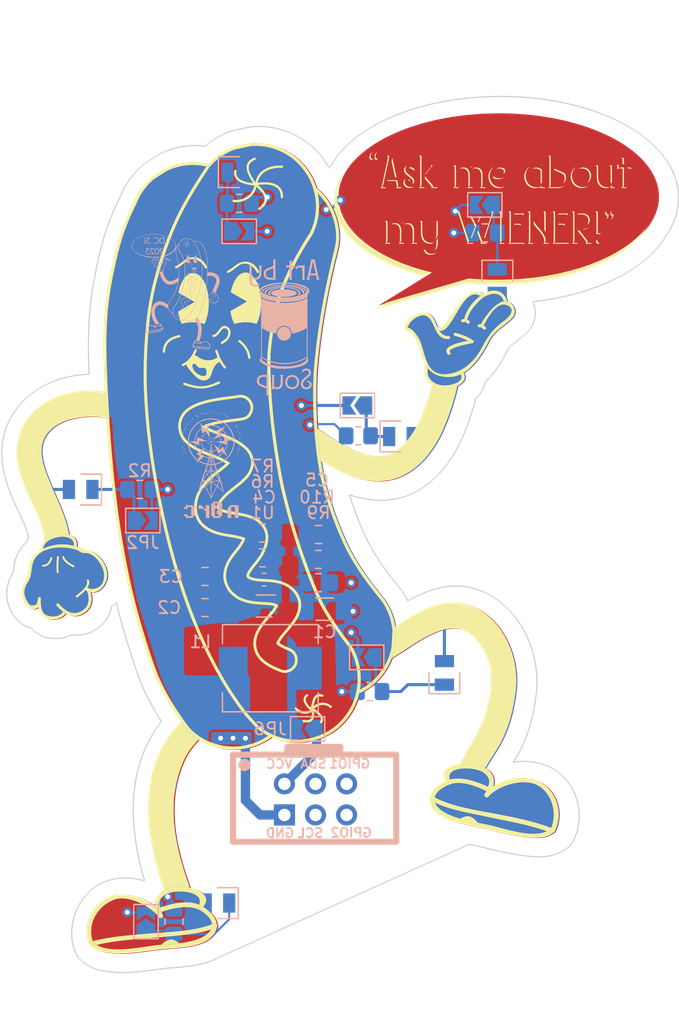
<source format=kicad_pcb>
(kicad_pcb (version 20221018) (generator pcbnew)
  (layers (0 "F.Cu" signal) (31 "B.Cu" signal) (34 "B.Paste" user) (35 "F.Paste" user) (36 "B.SilkS" user "B.Silkscreen") (37 "F.SilkS" user "F.Silkscreen") (38 "B.Mask" user) (39 "F.Mask" user) (44 "Edge.Cuts" user))
  (net 0 "")
  (net 1 "Net-(D1-K)")
  (net 2 "+3.3V")
  (net 3 "Net-(D2-K)")
  (net 4 "Net-(D3-K)")
  (net 5 "Net-(D4-K)")
  (net 6 "Net-(D5-K)")
  (net 7 "GND")
  (net 12 "+3V6")
  (net 13 "/SW_FB")
  (net 14 "/SW_SW")
  (net 15 "Net-(D6-K)")
  (net 16 "/EN")
  (footprint "BadgePirateFootprints:Badgelife-SAOv169-SAO_Side_B.SLK" (layer "F.Cu") (at 139.954 117.094)
    (fp_text reference "J1" hide)
    (fp_text value "Badgelife_sao_connector_v169bis" hide)
  )
  (footprint "BadgePirates:AMAMW" (layer "F.Cu") (at 133.370675 51.965621)
    (fp_text reference "X1" hide)
    (fp_text value "~" hide)
    (fp_poly (pts (xy 22.837568 7.637243) (xy 23.586113 7.668606) (xy 24.322604 7.720289) (xy 25.046192 7.791812) (xy 25.756033 7.882694) (xy 26.451279 7.992454) (xy 27.131085 8.120612) (xy 27.794603 8.266685) (xy 28.440987 8.430194) (xy 29.069391 8.610657) (xy 29.678968 8.807594) (xy 30.268872 9.020524) (xy 30.838256 9.248965) (xy 31.386275 9.492438) (xy 31.91208 9.750461) (xy 32.414827 10.022553) (xy 32.893669 10.308233) (xy 33.347758 10.60702) (xy 33.776249 10.918435) (xy 34.178295 11.241995) (xy 34.55305 11.577219) (xy 34.899667 11.923628) (xy 35.2173 12.28074) (xy 35.505103 12.648074) (xy 35.762228 13.025149) (xy 35.987829 13.411484) (xy 36.181061 13.8066) (xy 36.341076 14.210013) (xy 36.467029 14.621245) (xy 36.558072 15.039813) (xy 36.613359 15.465238) (xy 36.632044 15.897038) (xy 36.627841 16.100891) (xy 36.615269 16.304473) (xy 36.594376 16.50765) (xy 36.565214 16.710288) (xy 36.527834 16.912251) (xy 36.482287 17.113405) (xy 36.428623 17.313616) (xy 36.366894 17.512749) (xy 36.297149 17.710669) (xy 36.21944 17.907243) (xy 36.133818 18.102336) (xy 36.040333 18.295812) (xy 35.939037 18.487538) (xy 35.82998 18.677379) (xy 35.713212 18.865201) (xy 35.588785 19.050869) (xy 35.249808 19.561943) (xy 34.854223 20.054001) (xy 34.404473 20.526061) (xy 33.902996 20.97714) (xy 33.352234 21.406256) (xy 32.754627 21.812427) (xy 32.112615 22.19467) (xy 31.42864 22.552002) (xy 30.705142 22.883441) (xy 29.944561 23.188005) (xy 29.149338 23.464711) (xy 28.321913 23.712576) (xy 27.464727 23.930619) (xy 26.58022 24.117856) (xy 25.670834 24.273305) (xy 24.739008 24.395985) (xy 24.799995 24.549238) (xy 24.849144 24.705616) (xy 24.886511 24.864416) (xy 24.912151 25.024939) (xy 24.92612 25.186482) (xy 24.928475 25.348344) (xy 24.91927 25.509822) (xy 24.898561 25.670217) (xy 24.866405 25.828825) (xy 24.822857 25.984946) (xy 24.767973 26.137878) (xy 24.701809 26.286919) (xy 24.62442 26.431369) (xy 24.535862 26.570525) (xy 24.436192 26.703686) (xy 24.325464 26.830151) (xy 24.26826 26.889321) (xy 24.210798 26.946821) (xy 24.095399 27.057076) (xy 23.979875 27.161446) (xy 23.864834 27.260462) (xy 23.750884 27.354653) (xy 23.638632 27.44455) (xy 23.421656 27.613583) (xy 23.28454 27.720139) (xy 23.160593 27.81863) (xy 23.103495 27.865355) (xy 23.049613 27.910667) (xy 22.998922 27.954767) (xy 22.951397 27.997856) (xy 22.907013 28.040136) (xy 22.865745 28.081809) (xy 22.827567 28.123074) (xy 22.792454 28.164133) (xy 22.760382 28.205187) (xy 22.731325 28.246438) (xy 22.705257 28.288087) (xy 22.682154 28.330334) (xy 22.510405 28.659407) (xy 22.323586 28.998341) (xy 22.120513 29.342384) (xy 22.012512 29.514837) (xy 21.900005 29.686787) (xy 21.782844 29.857639) (xy 21.660882 30.026799) (xy 21.53397 30.193675) (xy 21.401961 30.357672) (xy 21.264707 30.518196) (xy 21.122061 30.674654) (xy 20.973875 30.826452) (xy 20.820002 30.972996) (xy 20.813044 31.014405) (xy 20.805256 31.055677) (xy 20.796625 31.096801) (xy 20.787138 31.137763) (xy 20.776782 31.178552) (xy 20.765546 31.219155) (xy 20.753417 31.25956) (xy 20.740381 31.299755) (xy 20.721432 31.353653) (xy 20.700117 31.409176) (xy 20.676295 31.466164) (xy 20.649826 31.524455) (xy 20.620571 31.583889) (xy 20.588387 31.644304) (xy 20.553136 31.705541) (xy 20.514677 31.767437) (xy 20.472869 31.829833) (xy 20.427573 31.892567) (xy 20.378647 31.955478) (xy 20.325952 32.018407) (xy 20.269347 32.081191) (xy 20.208692 32.14367) (xy 20.143847 32.205684) (xy 20.074671 32.267071) (xy 19.957081 32.703797) (xy 19.83457 33.128898) (xy 19.706956 33.542906) (xy 19.574055 33.94635) (xy 19.435684 34.33976) (xy 19.291661 34.723667) (xy 19.141802 35.098601) (xy 18.985926 35.465092) (xy 18.882904 35.694927) (xy 18.778106 35.917548) (xy 18.671342 36.133304) (xy 18.562424 36.342545) (xy 18.451161 36.545624) (xy 18.337365 36.742889) (xy 18.220848 36.93469) (xy 18.101419 37.12138) (xy 17.937372 37.364899) (xy 17.772246 37.597221) (xy 17.60573 37.81871) (xy 17.437514 38.029728) (xy 17.352672 38.131424) (xy 17.267289 38.230638) (xy 17.181326 38.327416) (xy 17.094744 38.421803) (xy 17.007505 38.513844) (xy 16.91957 38.603585) (xy 16.8309 38.691071) (xy 16.741457 38.776348) (xy 16.633873 38.875367) (xy 16.522927 38.97353) (xy 16.408733 39.07075) (xy 16.2914 39.166942) (xy 16.17104 39.262017) (xy 16.047766 39.355889) (xy 15.921688 39.448471) (xy 15.792917 39.539677) (xy 15.709227 39.596814) (xy 15.62555 39.651489) (xy 15.542054 39.703771) (xy 15.458908 39.753729) (xy 15.294336 39.846947) (xy 15.133181 39.93169) (xy 14.976789 40.008509) (xy 14.826505 40.077951) (xy 14.683676 40.140566) (xy 14.549646 40.196903) (xy 14.405587 40.253885) (xy 14.260232 40.306343) (xy 14.113699 40.354244) (xy 13.966105 40.397553) (xy 13.817569 40.436237) (xy 13.668209 40.47026) (xy 13.518142 40.499589) (xy 13.367487 40.524189) (xy 13.214876 40.545829) (xy 13.052857 40.566383) (xy 12.882541 40.584791) (xy 12.705037 40.599993) (xy 12.521456 40.610928) (xy 12.332908 40.616536) (xy 12.140504 40.615758) (xy 11.945352 40.607532) (xy 11.666791 40.58514) (xy 11.389048 40.553313) (xy 11.112322 40.512091) (xy 10.836811 40.461515) (xy 10.562714 40.401624) (xy 10.29023 40.332461) (xy 10.019557 40.254065) (xy 9.750894 40.166477) (xy 9.848915 40.478218) (xy 9.950259 40.788058) (xy 10.054877 41.095835) (xy 10.16272 41.401382) (xy 10.273737 41.704537) (xy 10.38788 42.005134) (xy 10.5051 42.303008) (xy 10.625345 42.597996) (xy 10.774682 42.95067) (xy 10.927494 43.297913) (xy 11.083284 43.638558) (xy 11.241556 43.971439) (xy 11.319566 44.114749) (xy 11.396535 44.254116) (xy 11.472609 44.390061) (xy 11.547937 44.523106) (xy 11.64811 44.696626) (xy 11.74651 44.863728) (xy 11.843271 45.024641) (xy 11.938532 45.179596) (xy 12.032428 45.328822) (xy 12.125095 45.472548) (xy 12.216671 45.611004) (xy 12.307291 45.744419) (xy 12.45324 45.953351) (xy 12.610475 46.172479) (xy 12.781947 46.405844) (xy 12.970606 46.65749) (xy 13.154777 46.898836) (xy 13.346215 47.145785) (xy 13.546235 47.400074) (xy 13.756151 47.663441) (xy 14.037668 48.020893) (xy 14.077061 48.079282) (xy 14.116179 48.13875) (xy 14.155191 48.199582) (xy 14.194268 48.262063) (xy 14.233581 48.326479) (xy 14.2733 48.393114) (xy 14.313596 48.462254) (xy 14.354639 48.534183) (xy 14.396057 48.608492) (xy 14.43653 48.683345) (xy 14.476009 48.758694) (xy 14.514444 48.834492) (xy 14.673682 48.74605) (xy 14.833009 48.659971) (xy 14.992591 48.576336) (xy 15.152591 48.495224) (xy 15.313173 48.416717) (xy 15.474502 48.340897) (xy 15.636743 48.267842) (xy 15.800058 48.197636) (xy 15.973811 48.12671) (xy 16.146067 48.06047) (xy 16.316897 47.9989) (xy 16.486373 47.941985) (xy 16.654567 47.88971) (xy 16.821551 47.842061) (xy 16.987396 47.799021) (xy 17.152174 47.760576) (xy 17.315957 47.726711) (xy 17.478816 47.69741) (xy 17.640823 47.672659) (xy 17.80205 47.652441) (xy 17.962569 47.636743) (xy 18.122451 47.625549) (xy 18.281768 47.618843) (xy 18.440592 47.616611) (xy 18.606505 47.619122) (xy 18.771936 47.626647) (xy 18.93685 47.63918) (xy 19.101212 47.656712) (xy 19.264986 47.679236) (xy 19.428137 47.706745) (xy 19.59063 47.73923) (xy 19.75243 47.776684) (xy 19.913501 47.819099) (xy 20.073808 47.866467) (xy 20.233315 47.91878) (xy 20.391989 47.976032) (xy 20.549793 48.038213) (xy 20.706691 48.105317) (xy 20.86265 48.177336) (xy 21.017633 48.254261) (xy 21.308572 48.413348) (xy 21.591405 48.587431) (xy 21.865796 48.776115) (xy 22.131409 48.979006) (xy 22.38791 49.195708) (xy 22.634962 49.425827) (xy 22.87223 49.668968) (xy 23.099378 49.924736) (xy 23.316072 50.192736) (xy 23.521974 50.472572) (xy 23.71675 50.763851) (xy 23.900064 51.066177) (xy 24.07158 51.379156) (xy 24.230963 51.702392) (xy 24.377878 52.03549) (xy 24.511988 52.378056) (xy 24.599092 52.625841) (xy 24.678815 52.875635) (xy 24.751129 53.127214) (xy 24.816009 53.380355) (xy 24.873427 53.634835) (xy 24.923357 53.890428) (xy 24.965772 54.146913) (xy 25.000645 54.404064) (xy 25.027949 54.661659) (xy 25.047657 54.919474) (xy 25.059744 55.177285) (xy 25.064181 55.434868) (xy 25.060943 55.692001) (xy 25.050003 55.948458) (xy 25.031333 56.204017) (xy 25.004907 56.458454) (xy 24.957488 56.820859) (xy 24.904098 57.175534) (xy 24.844698 57.522618) (xy 24.779247 57.862249) (xy 24.707702 58.194567) (xy 24.630024 58.519712) (xy 24.546171 58.837822) (xy 24.456102 59.149036) (xy 24.359776 59.453495) (xy 24.257152 59.751336) (xy 24.148189 60.042699) (xy 24.032845 60.327723) (xy 23.91108 60.606548) (xy 23.782852 60.879312) (xy 23.648121 61.146155) (xy 23.506845 61.407215) (xy 23.452896 61.501259) (xy 23.397335 61.594977) (xy 23.340632 61.688546) (xy 23.283258 61.782139) (xy 23.269251 61.80489) (xy 23.204395 61.9099) (xy 23.138544 62.015499) (xy 23.249223 61.998535) (xy 23.360166 61.983773) (xy 23.471314 61.971232) (xy 23.582609 61.96093) (xy 23.693991 61.952885) (xy 23.805401 61.947116) (xy 23.916781 61.943641) (xy 24.02807 61.942478) (xy 24.218666 61.945915) (xy 24.407173 61.956195) (xy 24.593442 61.973273) (xy 24.777325 61.997101) (xy 24.958673 62.027635) (xy 25.137338 62.064827) (xy 25.313171 62.108632) (xy 25.486025 62.159004) (xy 25.655749 62.215897) (xy 25.822197 62.279264) (xy 25.98522 62.349059) (xy 26.144668 62.425237) (xy 26.300394 62.507751) (xy 26.452249 62.596556) (xy 26.600085 62.691604) (xy 26.743753 62.79285) (xy 26.901062 62.914379) (xy 27.051524 63.042424) (xy 27.195071 63.176688) (xy 27.331632 63.31687) (xy 27.46114 63.462673) (xy 27.583525 63.613796) (xy 27.80665 63.930807) (xy 28.000456 64.265511) (xy 28.164392 64.615513) (xy 28.297904 64.978419) (xy 28.400442 65.351836) (xy 28.471453 65.733371) (xy 28.510386 66.120629) (xy 28.516687 66.511218) (xy 28.489807 66.902743) (xy 28.429192 67.29281) (xy 28.334291 67.679027) (xy 28.273811 67.869943) (xy 28.204552 68.058998) (xy 28.126446 68.245895) (xy 28.039423 68.430332) (xy 28.00903 68.488079) (xy 27.976717 68.544223) (xy 27.94253 68.59873) (xy 27.906513 68.651566) (xy 27.868713 68.702697) (xy 27.829176 68.752089) (xy 27.787948 68.799707) (xy 27.745073 68.845518) (xy 27.700599 68.889488) (xy 27.65457 68.931581) (xy 27.607033 68.971765) (xy 27.558033 69.010005) (xy 27.507616 69.046266) (xy 27.455828 69.080516) (xy 27.402715 69.112719) (xy 27.348322 69.142841) (xy 27.238958 69.215548) (xy 27.126832 69.283457) (xy 27.011896 69.346582) (xy 26.894106 69.40494) (xy 26.773416 69.458544) (xy 26.649778 69.507409) (xy 26.523148 69.55155) (xy 26.393478 69.590982) (xy 26.260724 69.62572) (xy 26.124838 69.655778) (xy 25.985775 69.681171) (xy 25.843489 69.701915) (xy 25.697933 69.718022) (xy 25.549062 69.72951) (xy 25.39683 69.736391) (xy 25.24119 69.738682) (xy 25.240915 69.738682) (xy 25.128272 69.737608) (xy 25.016465 69.734557) (xy 24.905661 69.729782) (xy 24.796028 69.723537) (xy 24.580944 69.707654) (xy 24.372553 69.688938) (xy 23.854676 69.629619) (xy 23.337506 69.552412) (xy 22.824652 69.460811) (xy 22.319723 69.358311) (xy 21.826328 69.248406) (xy 21.348077 69.134592) (xy 20.451441 68.909214) (xy 20.37302 68.889924) (xy 20.289507 68.870534) (xy 20.109264 68.83136) (xy 19.914834 68.791493) (xy 19.710337 68.750736) (xy 19.537302 68.716068) (xy -1.267676 78.113285) (xy -1.322003 78.140223) (xy -1.370897 78.163715) (xy -1.393966 78.174456) (xy -1.416467 78.184679) (xy -1.438664 78.194499) (xy -1.460821 78.204029) (xy -1.487172 78.215022) (xy -1.513811 78.225795) (xy -1.567816 78.246794) (xy -1.622565 78.267246) (xy -1.677786 78.287373) (xy -1.732817 78.307468) (xy -1.773328 78.322634) (xy -1.814012 78.337473) (xy -1.855043 78.351862) (xy -1.896597 78.365681) (xy -1.951154 78.382731) (xy -2.006034 78.399033) (xy -2.061161 78.414733) (xy -2.116461 78.429981) (xy -2.180761 78.447697) (xy -2.21868 78.458345) (xy -2.256725 78.4688) (xy -2.295019 78.478956) (xy -2.333685 78.488712) (xy -2.387111 78.501437) (xy -2.442596 78.513882) (xy -2.557257 78.538456) (xy -2.604887 78.548771) (xy -2.678043 78.564352) (xy -2.714868 78.571806) (xy -2.751989 78.578938) (xy -2.809766 78.589396) (xy -2.866326 78.59914) (xy -2.977682 78.617558) (xy -3.032713 78.62656) (xy -3.102997 78.637947) (xy -3.138199 78.643387) (xy -3.173475 78.648533) (xy -3.232753 78.656817) (xy -3.294883 78.665028) (xy -3.424032 78.681339) (xy -3.564528 78.698261) (xy -3.709289 78.713905) (xy -3.782077 78.721217) (xy -3.85504 78.728153) (xy -3.938383 78.736088) (xy -4.092421 78.749671) (xy -4.246558 78.762356) (xy -4.550367 78.785831) (xy -4.915193 78.814381) (xy -5.08477 78.829631) (xy -5.244101 78.846684) (xy -5.449513 78.871429) (xy -5.656885 78.897755) (xy -6.077017 78.953587) (xy -6.737384 79.039937) (xy -7.071309 79.08004) (xy -7.407501 79.11614) (xy -7.74579 79.146771) (xy -8.086004 79.170466) (xy -8.427974 79.185758) (xy -8.771528 79.191181) (xy -8.878683 79.190599) (xy -8.98479 79.188854) (xy -9.089769 79.185949) (xy -9.193539 79.181889) (xy -9.296019 79.176675) (xy -9.397129 79.170311) (xy -9.496788 79.162801) (xy -9.594916 79.154148) (xy -9.630124 79.152083) (xy -9.663473 79.149773) (xy -9.695483 79.147067) (xy -9.711149 79.14552) (xy -9.726675 79.143818) (xy -9.900096 79.123976) (xy -10.069276 79.102772) (xy -10.152903 79.091201) (xy -10.236223 79.078741) (xy -10.319487 79.065208) (xy -10.402945 79.050419) (xy -10.594244 79.050419) (xy -10.762518 78.968403) (xy -10.82099 78.951725) (xy -10.842192 78.946119) (xy -10.862996 78.940386) (xy -10.883501 78.934501) (xy -10.903807 78.92844) (xy -10.937894 78.917528) (xy -10.971162 78.906424) (xy -11.00371 78.895134) (xy -11.035637 78.883665) (xy -11.098027 78.860211) (xy -11.159124 78.836109) (xy -11.187178 78.825728) (xy -11.214658 78.815142) (xy -11.24169 78.804255) (xy -11.2684 78.792973) (xy -11.307355 78.775576) (xy -11.344989 78.757996) (xy -11.381223 78.740377) (xy -11.415974 78.722862) (xy -11.449162 78.705595) (xy -11.480707 78.688718) (xy -11.538542 78.656712) (xy -11.560377 78.645187) (xy -11.581865 78.633535) (xy -11.603057 78.621635) (xy -11.613556 78.615553) (xy -11.623999 78.609364) (xy -11.663646 78.585103) (xy -11.702499 78.560495) (xy -11.740682 78.535467) (xy -11.778319 78.509943) (xy -11.815535 78.483849) (xy -11.852453 78.457111) (xy -11.889198 78.429653) (xy -11.925894 78.401402) (xy -11.985693 78.354298) (xy -12.017156 78.328177) (xy -12.048436 78.301423) (xy -12.079523 78.274045) (xy -12.110409 78.24605) (xy -12.141084 78.217448) (xy -12.171538 78.188247) (xy -12.201763 78.158457) (xy -12.231749 78.128086) (xy -12.273558 78.093418) (xy -12.350813 78.009556) (xy -12.375109 77.982196) (xy -12.398779 77.954299) (xy -12.421815 77.925876) (xy -12.444212 77.896935) (xy -12.465964 77.867486) (xy -12.487065 77.837538) (xy -12.507508 77.807103) (xy -12.527289 77.776188) (xy -12.607458 77.672733) (xy -12.682333 77.459751) (xy -12.75271 77.251355) (xy -12.811757 77.040734) (xy -12.859657 76.828306) (xy -12.896589 76.614488) (xy -12.922734 76.399699) (xy -12.938273 76.184356) (xy -12.943386 75.968878) (xy -12.938254 75.753682) (xy -12.923057 75.539187) (xy -12.897977 75.325809) (xy -12.863193 75.113968) (xy -12.818887 74.904081) (xy -12.765238 74.696566) (xy -12.702428 74.491842) (xy -12.630637 74.290325) (xy -12.550046 74.092434) (xy -12.460835 73.898587) (xy -12.363185 73.709202) (xy -12.257277 73.524696) (xy -12.143291 73.345489) (xy -12.021408 73.171997) (xy -11.891808 73.004638) (xy -11.754672 72.843831) (xy -11.61018 72.689994) (xy -11.458514 72.543544) (xy -11.299853 72.404899) (xy -11.134379 72.274478) (xy -10.962272 72.152698) (xy -10.783713 72.039977) (xy -10.598882 71.936733) (xy -10.407959 71.843385) (xy -10.211126 71.760349) (xy -10.110586 71.724903) (xy -10.037205 71.699145) (xy -9.964441 71.674994) (xy -9.891924 71.652378) (xy -9.819281 71.631229) (xy -9.785635 71.622125) (xy -9.753103 71.613739) (xy -9.721316 71.605896) (xy -9.689901 71.598423) (xy -9.614919 71.580677) (xy -9.544449 71.564932) (xy -9.476855 71.550918) (xy -9.410498 71.538364) (xy -9.374844 71.532144) (xy -9.336981 71.525871) (xy -9.297579 71.519696) (xy -9.257307 71.513767) (xy -9.192361 71.504934) (xy -9.127265 71.497068) (xy -9.06197 71.490144) (xy -8.996428 71.484135) (xy -8.952527 71.480082) (xy -8.914703 71.476923) (xy -8.880896 71.474459) (xy -8.849051 71.472492) (xy -8.783767 71.469451) (xy -8.717491 71.467403) (xy -8.65052 71.466248) (xy -8.583151 71.465885) (xy -8.451918 71.465885) (xy -8.355678 71.469295) (xy -8.258472 71.474712) (xy -8.16062 71.482064) (xy -8.062445 71.491276) (xy -8.040846 71.493474) (xy -8.016047 71.496368) (xy -7.989113 71.49976) (xy -7.961111 71.503452) (xy -7.884282 71.513525) (xy -7.811592 71.523724) (xy -7.741629 71.534368) (xy -7.672979 71.54578) (xy -7.603264 71.558975) (xy -7.536718 71.571964) (xy -7.471831 71.585635) (xy -7.407935 71.599722) (xy -7.344733 71.61435) (xy -7.281927 71.629643) (xy -7.155195 71.662449) (xy -7.111776 71.674545) (xy -7.068775 71.68696) (xy -7.026121 71.699624) (xy -6.98374 71.712467) (xy -7.231708 70.824074) (xy -7.441614 69.954251) (xy -7.613459 69.10314) (xy -7.747245 68.27088) (xy -7.842973 67.457613) (xy -7.900643 66.663479) (xy -7.920258 65.888619) (xy -7.901817 65.133174) (xy -7.845324 64.397284) (xy -7.750777 63.68109) (xy -7.61818 62.984733) (xy -7.447533 62.308354) (xy -7.238836 61.652092) (xy -6.992092 61.01609) (xy -6.707302 60.400487) (xy -6.384466 59.805424) (xy -6.324385 59.7039) (xy -6.263446 59.603374) (xy -6.201707 59.503927) (xy -6.139228 59.40564) (xy -6.076067 59.308592) (xy -6.012282 59.212866) (xy -5.947933 59.118541) (xy -5.883078 59.0257) (xy -5.81928 58.937) (xy -5.754092 58.848725) (xy -5.687516 58.760898) (xy -5.619551 58.673542) (xy -5.640952 58.640429) (xy -5.662153 58.607121) (xy -5.706881 58.537355) (xy -5.751681 58.466496) (xy -5.841009 58.32349) (xy -5.913209 58.206375) (xy -5.983618 58.090656) (xy -6.057209 57.967953) (xy -6.128615 57.84724) (xy -6.170394 57.775855) (xy -6.211627 57.704595) (xy -6.292654 57.56255) (xy -6.40193 57.36755) (xy -6.450797 57.278257) (xy -6.498997 57.18899) (xy -6.546553 57.099771) (xy -6.593489 57.010624) (xy -6.660421 56.883099) (xy -6.78821 56.630516) (xy -6.909994 56.380092) (xy -7.025129 56.133191) (xy -7.132971 55.891178) (xy -7.257531 55.595052) (xy -7.382736 55.279328) (xy -7.51092 54.938006) (xy -7.644415 54.565083) (xy -7.799057 54.114802) (xy -7.945342 53.671263) (xy -8.082451 53.242902) (xy -8.209562 52.838154) (xy -8.349791 52.390743) (xy -8.530555 51.806037) (xy -8.703306 51.223069) (xy -8.867378 50.644171) (xy -9.022101 50.071674) (xy -9.082023 49.841602) (xy -9.140928 49.610044) (xy -9.256781 49.144047) (xy -9.296209 48.983173) (xy -9.342589 49.026332) (xy -9.389836 49.068288) (xy -9.437927 49.109028) (xy -9.486838 49.148541) (xy -9.536542 49.186813) (xy -9.587015 49.223832) (xy -9.638232 49.259586) (xy -9.690169 49.294064) (xy -9.718842 49.440888) (xy -9.754815 49.584418) (xy -9.798024 49.724538) (xy -9.848407 49.861128) (xy -9.905903 49.994069) (xy -9.97045 50.123245) (xy -10.041986 50.248537) (xy -10.120448 50.369825) (xy -10.205775 50.486993) (xy -10.297905 50.599923) (xy -10.396776 50.708494) (xy -10.502325 50.812591) (xy -10.614492 50.912094) (xy -10.733213 51.006885) (xy -10.858427 51.096846) (xy -10.990072 51.181858) (xy -11.051791 51.220904) (xy -11.081811 51.239311) (xy -11.111577 51.257072) (xy -11.141318 51.274263) (xy -11.171264 51.290957) (xy -11.201644 51.30723) (xy -11.232687 51.323154) (xy -11.27123 51.341955) (xy -11.309487 51.359898) (xy -11.347495 51.377048) (xy -11.385291 51.393466) (xy -11.422914 51.409214) (xy -11.460399 51.424354) (xy -11.497785 51.438949) (xy -11.535109 51.45306) (xy -11.61928 51.483026) (xy -11.703979 51.510217) (xy -11.789149 51.534629) (xy -11.874735 51.556259) (xy -11.96068 51.575102) (xy -12.046929 51.591157) (xy -12.133426 51.604419) (xy -12.220116 51.614884) (xy -12.306942 51.62255) (xy -12.393848 51.627413) (xy -12.480779 51.629468) (xy -12.56768 51.628714) (xy -12.654493 51.625145) (xy -12.741164 51.61876) (xy -12.827637 51.609553) (xy -12.913855 51.597523) (xy -13.039267 51.675571) (xy -13.150389 51.693035) (xy -13.20152 51.713497) (xy -13.253295 51.733011) (xy -13.305691 51.75157) (xy -13.358682 51.769168) (xy -13.412243 51.785799) (xy -13.46635 51.801455) (xy -13.520978 51.816132) (xy -13.576101 51.829823) (xy -13.693022 51.855439) (xy -13.811587 51.876139) (xy -13.931461 51.891936) (xy -14.052312 51.902842) (xy -14.173804 51.90887) (xy -14.295603 51.910035) (xy -14.417377 51.906349) (xy -14.53879 51.897824) (xy -14.659508 51.884475) (xy -14.779198 51.866315) (xy -14.897526 51.843356) (xy -15.014156 51.815612) (xy -15.128756 51.783096) (xy -15.240991 51.745821) (xy -15.350526 51.703801) (xy -15.457029 51.657047) (xy -15.544875 51.613581) (xy -15.591462 51.588593) (xy -15.639589 51.561327) (xy -15.689078 51.531702) (xy -15.739753 51.499636) (xy -15.791437 51.465048) (xy -15.843951 51.427856) (xy -15.89712 51.387978) (xy -15.950766 51.345334) (xy -16.004712 51.299842) (xy -16.058781 51.251421) (xy -16.112795 51.199989) (xy -16.166578 51.145465) (xy -16.219953 51.087767) (xy -16.272741 51.026813) (xy -16.328338 51.014648) (xy -16.383494 51.000976) (xy -16.438192 50.985803) (xy -16.492414 50.969136) (xy -16.546141 50.95098) (xy -16.599356 50.931342) (xy -16.65204 50.910228) (xy -16.704174 50.887644) (xy -16.755741 50.863596) (xy -16.806723 50.838092) (xy -16.857101 50.811136) (xy -16.906856 50.782735) (xy -16.955972 50.752895) (xy -17.004429 50.721622) (xy -17.052209 50.688923) (xy -17.099295 50.654804) (xy -17.117819 50.643436) (xy -17.278158 50.506115) (xy -17.315955 50.470536) (xy -17.353323 50.433863) (xy -17.390233 50.396117) (xy -17.426653 50.35732) (xy -17.462552 50.317493) (xy -17.4979 50.276658) (xy -17.532665 50.234837) (xy -17.566816 50.192051) (xy -17.624762 50.114796) (xy -17.712381 49.990554) (xy -17.79363 49.863431) (xy -17.868455 49.733624) (xy -17.936799 49.601334) (xy -17.998605 49.466761) (xy -18.053817 49.330104) (xy -18.10238 49.191562) (xy -18.144236 49.051335) (xy -18.17933 48.909624) (xy -18.207605 48.766627) (xy -18.229005 48.622544) (xy -18.243474 48.477574) (xy -18.250956 48.331918) (xy -18.251395 48.185775) (xy -18.244734 48.039345) (xy -18.230917 47.892826) (xy -18.221635 47.821438) (xy -18.210756 47.750452) (xy -18.198285 47.679881) (xy -18.184224 47.609736) (xy -18.168577 47.54003) (xy -18.151347 47.470775) (xy -18.132539 47.401982) (xy -18.112155 47.333664) (xy -18.090199 47.265833) (xy -18.066675 47.1985) (xy -18.041585 47.131679) (xy -18.014934 47.06538) (xy -17.986724 46.999616) (xy -17.95696 46.934398) (xy -17.925645 46.86974) (xy -17.892782 46.805653) (xy -17.869764 46.732098) (xy -17.73641 46.529957) (xy -17.730529 46.504284) (xy -17.724633 46.473302) (xy -17.71878 46.438204) (xy -17.713029 46.400178) (xy -17.70207 46.320108) (xy -17.692228 46.242619) (xy -17.673282 46.095875) (xy -17.649945 45.937579) (xy -17.619489 45.76915) (xy -17.600739 45.681579) (xy -17.579187 45.592008) (xy -17.55449 45.500613) (xy -17.526308 45.407573) (xy -17.4943 45.313065) (xy -17.458124 45.217267) (xy -17.41744 45.120355) (xy -17.371907 45.022509) (xy -17.321184 44.923904) (xy -17.264929 44.824718) (xy -17.229573 44.766279) (xy -17.193643 44.708923) (xy -17.157124 44.652637) (xy -17.120001 44.597404) (xy -17.082258 44.543212) (xy -17.04388 44.490047) (xy -17.00485 44.437892) (xy -16.965154 44.386735) (xy -16.924775 44.336561) (xy -16.8837 44.287355) (xy -16.841911 44.239103) (xy -16.799393 44.191791) (xy -16.756131 44.145405) (xy -16.712109 44.099929) (xy -16.667313 44.05535) (xy -16.621725 44.011654) (xy -16.606123 43.963287) (xy -16.589485 43.91523) (xy -16.571819 43.867495) (xy -16.55313 43.820095) (xy -16.533425 43.773043) (xy -16.512708 43.726351) (xy -16.490987 43.680031) (xy -16.468268 43.634098) (xy -16.498404 43.504501) (xy -16.533584 43.372669) (xy -16.573414 43.238874) (xy -16.617499 43.103387) (xy -16.716854 42.828419) (xy -16.828494 42.549932) (xy -16.949263 42.270093) (xy -17.076004 41.99107) (xy -17.334776 41.444141) (xy -17.464558 41.172225) (xy -17.589603 40.906141) (xy -17.708744 40.644077) (xy -17.765736 40.513986) (xy -17.820814 40.38422) (xy -18.05758 39.783927) (xy -18.172405 39.459729) (xy -18.28128 39.120952) (xy -18.38152 38.768687) (xy -18.47044 38.404026) (xy -18.545357 38.02806) (xy -18.603585 37.641881) (xy -18.642441 37.24658) (xy -18.659241 36.843249) (xy -18.651299 36.432978) (xy -18.615931 36.01686) (xy -18.550454 35.595985) (xy -18.452183 35.171446) (xy -18.318433 34.744333) (xy -18.146521 34.315739) (xy -17.930494 33.880478) (xy -17.681784 33.466301) (xy -17.401751 33.073991) (xy -17.091758 32.704329) (xy -16.753165 32.358096) (xy -16.387334 32.036075) (xy -15.995625 31.739047) (xy -15.579399 31.467794) (xy -15.140019 31.223098) (xy -14.678844 31.00574) (xy -14.197237 30.816501) (xy -13.696558 30.656165) (xy -13.178168 30.525512) (xy -12.643429 30.425324) (xy -12.093702 30.356382) (xy -11.530348 30.319469) (xy -11.544104 29.953281) (xy -11.572423 28.923624) (xy -11.578939 28.437431) (xy -11.580351 27.967585) (xy -11.576654 27.512025) (xy -11.56784 27.068694) (xy -11.553905 26.635533) (xy -11.534842 26.210484) (xy -11.518438 25.910415) (xy -11.499655 25.614117) (xy -11.44708 24.978151) (xy -11.377118 24.331677) (xy -11.289247 23.671654) (xy -11.182945 22.995039) (xy -11.057693 22.298791) (xy -10.91297 21.579868) (xy -10.748254 20.835229) (xy -10.563025 20.061832) (xy -10.417464 19.507908) (xy -10.257506 18.961446) (xy -10.083316 18.42289) (xy -9.895058 17.892684) (xy -9.692896 17.371271) (xy -9.476994 16.859094) (xy -9.247517 16.356597) (xy -9.004629 15.864224) (xy -8.958203 15.749403) (xy -8.909244 15.634791) (xy -8.857799 15.52047) (xy -8.803913 15.406525) (xy -8.747634 15.293038) (xy -8.689006 15.180095) (xy -8.628078 15.067779) (xy -8.564894 14.956173) (xy -8.495696 14.839096) (xy -8.424142 14.723525) (xy -8.350252 14.609486) (xy -8.274044 14.497004) (xy -8.19554 14.386104) (xy -8.114757 14.276809) (xy -8.031715 14.169145) (xy -7.946433 14.063137) (xy -7.858932 13.95881) (xy -7.76923 13.856187) (xy -7.677346 13.755295) (xy -7.583301 13.656158) (xy -7.487113 13.5588) (xy -7.388802 13.463247) (xy -7.288387 13.369523) (xy -7.185888 13.277653) (xy -7.169611 13.262427) (xy -7.151326 13.245738) (xy -7.131604 13.228207) (xy -7.121381 13.219319) (xy -7.111014 13.210453) (xy -6.957289 13.096149) (xy -5.673529 12.281498) (xy -5.62021 12.256502) (xy -5.566066 12.23185) (xy -5.454387 12.183171) (xy -5.336655 12.134643) (xy -5.211035 12.085445) (xy -5.194848 12.078639) (xy -5.178758 12.072082) (xy -5.162666 12.065723) (xy -5.146475 12.059513) (xy -5.114943 12.04804) (xy -5.084165 12.03718) (xy -5.024408 12.01698) (xy -4.966285 11.99827) (xy -4.90888 11.980404) (xy -4.80464 11.947063) (xy -4.749054 11.928601) (xy -4.693345 11.910686) (xy -4.637389 11.893564) (xy -4.609279 11.885378) (xy -4.581061 11.877483) (xy -4.555425 11.870605) (xy -4.529901 11.864037) (xy -4.479135 11.851684) (xy -4.428665 11.840124) (xy -4.378393 11.82906) (xy -4.278647 11.806309) (xy -4.212514 11.790634) (xy -4.146257 11.775581) (xy -4.079849 11.761473) (xy -4.046581 11.754873) (xy -4.013266 11.748631) (xy -3.959354 11.739266) (xy -3.905218 11.730869) (xy -3.850934 11.723216) (xy -3.796576 11.716084) (xy -3.689421 11.701267) (xy -3.628294 11.692331) (xy -3.567117 11.683939) (xy -3.505841 11.67634) (xy -3.444418 11.669781) (xy -3.384104 11.664478) (xy -3.323468 11.660291) (xy -3.262585 11.656946) (xy -3.201529 11.654171) (xy -3.0949 11.648617) (xy -3.038744 11.645382) (xy -2.982587 11.642595) (xy -2.926429 11.640504) (xy -2.870268 11.639355) (xy -2.834555 11.639088) (xy -2.77923 11.639547) (xy -2.723956 11.640776) (xy -2.668684 11.642551) (xy -2.613363 11.64465) (xy -2.508322 11.64835) (xy -2.454983 11.649839) (xy -2.401693 11.651724) (xy -2.348404 11.654304) (xy -2.295065 11.657879) (xy -2.262788 11.660374) (xy -2.230275 11.663263) (xy -2.164692 11.670012) (xy -2.098614 11.677705) (xy -2.032339 11.685917) (xy -1.969366 11.632473) (xy -1.91671 11.588356) (xy -1.86383 11.544635) (xy -1.810602 11.501507) (xy -1.756903 11.459171) (xy -1.727645 11.436611) (xy -1.697271 11.41383) (xy -1.634665 11.367893) (xy -1.585455 11.331905) (xy -1.546341 11.303363) (xy -1.507104 11.274992) (xy -1.467619 11.246967) (xy -1.427763 11.219463) (xy -1.387894 11.192631) (xy -1.346735 11.16575) (xy -1.304684 11.138869) (xy -1.262137 11.112041) (xy -1.207365 11.077381) (xy -1.176551 11.057754) (xy -1.145587 11.038252) (xy -1.114424 11.018999) (xy -1.083014 11.000118) (xy -1.022746 10.965041) (xy -0.96223 10.93103) (xy -0.901515 10.897763) (xy -0.840651 10.864918) (xy -0.803357 10.844202) (xy -0.771893 10.826983) (xy -0.744248 10.812195) (xy -0.718413 10.798771) (xy -0.646202 10.762671) (xy -0.573322 10.727635) (xy -0.499896 10.693443) (xy -0.426047 10.65987) (xy -0.404763 10.649579) (xy -0.382362 10.639066) (xy -0.359115 10.628502) (xy -0.335295 10.618061) (xy -0.240508 10.577804) (xy -0.143738 10.538489) (xy -0.04538 10.500266) (xy 0.054171 10.463284) (xy 0.14863 10.42915) (xy 1.764437 10.096836) (xy 1.832109 10.091081) (xy 1.899274 10.086112) (xy 1.966042 10.081925) (xy 2.032525 10.078512) (xy 2.098835 10.075869) (xy 2.165082 10.073988) (xy 2.23138 10.072864) (xy 2.297838 10.072491) (xy 2.595723 10.079159) (xy 2.892001 10.099062) (xy 3.186256 10.132044) (xy 3.478073 10.177952) (xy 3.767037 10.236631) (xy 4.05273 10.307928) (xy 4.334737 10.391687) (xy 4.612643 10.487755) (xy 4.886032 10.595977) (xy 5.154487 10.716199) (xy 5.417592 10.848267) (xy 5.674933 10.992027) (xy 5.926094 11.147324) (xy 6.170657 11.314004) (xy 6.408208 11.491913) (xy 6.63833 11.680897) (xy 6.747549 11.77698) (xy 6.854429 11.875391) (xy 6.958953 11.976086) (xy 7.061101 12.079017) (xy 7.160856 12.184138) (xy 7.258199 12.291404) (xy 7.353111 12.400769) (xy 7.445573 12.512185) (xy 7.535567 12.625608) (xy 7.623074 12.74099) (xy 7.708076 12.858286) (xy 7.790555 12.97745) (xy 7.870491 13.098435) (xy 7.947866 13.221196) (xy 8.022661 13.345686) (xy 8.094858 13.471859) (xy 8.151476 13.380578) (xy 8.209855 13.289694) (xy 8.27007 13.199207) (xy 8.332193 13.109119) (xy 8.743939 12.505838) (xy 9.23379 11.929764) (xy 9.797791 11.382515) (xy 10.431986 10.865707) (xy 11.132421 10.380956) (xy 11.89514 9.929878) (xy 12.716188 9.514089) (xy 13.59161 9.135206) (xy 14.51745 8.794845) (xy 15.489754 8.494621) (xy 16.504565 8.236152) (xy 17.55793 8.021053) (xy 18.645893 7.85094) (xy 19.764497 7.72743) (xy 20.90979 7.652138) (xy 22.077814 7.626682)) (stroke (width 0.1)) (fill none) (layer "Edge.Cuts"))
  )
  (footprint "BadgePiratesLogos:Soup_B.SILK" (layer "F.Cu") (at 137.16 72.136)
    (fp_text reference "REF**" hide)
    (fp_text value "Soup_B.SILK" hide)
  )
  (footprint "BadgePiratesLogos:n0rc_B.SLK" (layer "F.Cu") (at 131.826 88.9)
    (fp_text reference "REF**")
    (fp_text value "n0rc_B.SLK")
  )
  (footprint "Resistor_SMD:R_0805_2012Metric_Pad1.20x1.40mm_HandSolder" (layer "B.Cu") (at 134.112 68.326)
    (fp_text reference "R1" hide)
    (fp_text value "56")
  )
  (footprint "BadgePirates:LED_0807" (layer "B.Cu") (at 147.32 87.376)
    (fp_text reference "D4" hide)
    (fp_text value "LED")
  )
  (footprint "Capacitor_SMD:C_1206_3216Metric_Pad1.33x1.80mm_HandSolder" (layer "B.Cu") (at 141.097 101.473)
    (fp_text reference "C1")
    (fp_text value "10uF")
  )
  (footprint "Resistor_SMD:R_0805_2012Metric_Pad1.20x1.40mm_HandSolder" (layer "B.Cu") (at 143.845 87.315 180)
    (fp_text reference "R4" hide)
    (fp_text value "56")
  )
  (footprint "Jumper:SolderJumper-2_P1.3mm_Open_TrianglePad1.0x1.5mm" (layer "B.Cu") (at 143.764 84.836 180)
    (fp_text reference "JP4" hide)
    (fp_text value "SolderJumper_2_Open")
  )
  (footprint "Jumper:SolderJumper-2_P1.3mm_Open_TrianglePad1.0x1.5mm" (layer "B.Cu") (at 144.526 105.41 180)
    (fp_text reference "JP3" hide)
    (fp_text value "SolderJumper_2_Open")
  )
  (footprint "BadgePirates:LED_0807" (layer "B.Cu") (at 150.876 106.68 90)
    (fp_text reference "D3" hide)
    (fp_text value "LED")
  )
  (footprint "Capacitor_SMD:C_0805_2012Metric_Pad1.18x1.45mm_HandSolder" (layer "B.Cu") (at 131.318 98.806 180)
    (fp_text reference "C3")
    (fp_text value "10uF")
  )
  (footprint "Capacitor_SMD:C_0603_1608Metric_Pad1.08x0.95mm_HandSolder" (layer "B.Cu") (at 136.144 99.06)
    (fp_text reference "C4")
    (fp_text value "1pF")
  )
  (footprint "Jumper:SolderJumper-2_P1.3mm_Open_TrianglePad1.0x1.5mm" (layer "B.Cu") (at 154.178 68.453 180)
    (fp_text reference "JP5" hide)
    (fp_text value "SolderJumper_2_Open")
  )
  (footprint "Resistor_SMD:R_0805_2012Metric_Pad1.20x1.40mm_HandSolder" (layer "B.Cu") (at 154.178 70.739 180)
    (fp_text reference "R5" hide)
    (fp_text value "56")
  )
  (footprint "Jumper:SolderJumper-2_P1.3mm_Open_TrianglePad1.0x1.5mm" (layer "B.Cu") (at 139.7 111.252 180)
    (fp_text reference "JP6")
    (fp_text value "SolderJumper_2_Open" hide)
  )
  (footprint "Jumper:SolderJumper-2_P1.3mm_Open_TrianglePad1.0x1.5mm" (layer "B.Cu") (at 126.492 127 90)
    (fp_text reference "JP7" hide)
    (fp_text value "SolderJumper_2_Open")
  )
  (footprint "Resistor_SMD:R_0805_2012Metric_Pad1.20x1.40mm_HandSolder" (layer "B.Cu") (at 128.778 127 90)
    (fp_text reference "R8" hide)
    (fp_text value "56")
  )
  (footprint "Resistor_SMD:R_0805_2012Metric_Pad1.20x1.40mm_HandSolder" (layer "B.Cu") (at 136.017 95.25 180)
    (fp_text reference "R7")
    (fp_text value "100K")
  )
  (footprint "Jumper:SolderJumper-2_P1.3mm_Open_TrianglePad1.0x1.5mm" (layer "B.Cu") (at 134.112 70.612)
    (fp_text reference "JP1" hide)
    (fp_text value "SolderJumper_2_Open")
  )
  (footprint "Resistor_SMD:R_0805_2012Metric_Pad1.20x1.40mm_HandSolder" (layer "B.Cu") (at 140.589 99.314)
    (fp_text reference "R9")
    (fp_text value "66.5K")
  )
  (footprint "Inductor_SMD:L_Chilisin_BMRx00060630" (layer "B.Cu") (at 136.652 106.299 180)
    (fp_text reference "L1")
    (fp_text value "1uH")
  )
  (footprint "Resistor_SMD:R_0805_2012Metric_Pad1.20x1.40mm_HandSolder" (layer "B.Cu") (at 136.017 97.282)
    (fp_text reference "R6")
    (fp_text value "499K")
  )
  (footprint "BadgePirates:LED_0807" (layer "B.Cu") (at 121.158 91.694 180)
    (fp_text reference "D2" hide)
    (fp_text value "LED")
  )
  (footprint "Capacitor_SMD:C_0805_2012Metric_Pad1.18x1.45mm_HandSolder" (layer "B.Cu") (at 140.589 95.377 180)
    (fp_text reference "C5")
    (fp_text value "10uF")
  )
  (footprint "BadgePirates:LED_0807" (layer "B.Cu") (at 134.112 65.786)
    (fp_text reference "D1" hide)
    (fp_text value "LED")
  )
  (footprint "Resistor_SMD:R_0805_2012Metric_Pad1.20x1.40mm_HandSolder" (layer "B.Cu") (at 144.78 108.204 180)
    (fp_text reference "R3" hide)
    (fp_text value "56")
  )
  (footprint "Jumper:SolderJumper-2_P1.3mm_Open_TrianglePad1.0x1.5mm" (layer "B.Cu") (at 126.238 94.234)
    (fp_text reference "JP2")
    (fp_text value "SolderJumper_2_Open")
  )
  (footprint "BadgePirates:LED_0807" (layer "B.Cu") (at 155.194 74.676 -90)
    (fp_text reference "D5" hide)
    (fp_text value "LED")
  )
  (footprint "Package_TO_SOT_SMD:SOT-563" (layer "B.Cu") (at 136.144 101.219 180)
    (fp_text reference "U1")
    (fp_text value "TPS61023")
  )
  (footprint "Resistor_SMD:R_0805_2012Metric_Pad1.20x1.40mm_HandSolder" (layer "B.Cu") (at 125.984 91.694)
    (fp_text reference "R2")
    (fp_text value "56")
  )
  (footprint "BadgePirates:LED_0807" (layer "B.Cu") (at 132.334 125.476 180)
    (fp_text reference "D6" hide)
    (fp_text value "LED")
  )
  (footprint "Capacitor_SMD:C_0805_2012Metric_Pad1.18x1.45mm_HandSolder" (layer "B.Cu") (at 131.318 101.346 180)
    (fp_text reference "C2")
    (fp_text value "10uF")
  )
  (footprint "Resistor_SMD:R_0805_2012Metric_Pad1.20x1.40mm_HandSolder" (layer "B.Cu") (at 140.589 97.409 180)
    (fp_text reference "R10")
    (fp_text value "100K")
  )
  (gr_poly (pts (xy 129.206296 77.517586) (xy 129.206305 77.517751) (xy 129.206319 77.517897) (xy 129.206339 77.518028) (xy 129.206362 77.518146) (xy 129.206391 77.518255) (xy 129.206423 77.518358) (xy 129.206458 77.518458) (xy 129.206628 77.518888) (xy 129.206675 77.519019) (xy 129.206724 77.519165) (xy 129.206773 77.51933) (xy 129.206822 77.519516) (xy 129.207129 77.52014) (xy 129.207454 77.520721) (xy 129.207795 77.521263) (xy 129.208153 77.521765) (xy 129.208527 77.52223) (xy 129.208915 77.52266) (xy 129.209317 77.523056) (xy 129.209732 77.523419) (xy 129.21016 77.523751) (xy 129.2106 77.524053) (xy 129.21105 77.524328) (xy 129.21151 77.524576) (xy 129.21198 77.5248) (xy 129.212458 77.525) (xy 129.212944 77.525179) (xy 129.213437 77.525337) (xy 129.213239 77.525535) (xy 129.213048 77.525734) (xy 129.212957 77.525833) (xy 129.212869 77.525932) (xy 129.212787 77.526031) (xy 129.212709 77.526131) (xy 129.212638 77.52623) (xy 129.212574 77.526329) (xy 129.212517 77.526428) (xy 129.212469 77.526527) (xy 129.212449 77.526577) (xy 129.212431 77.526627) (xy 129.212415 77.526676) (xy 129.212402 77.526726) (xy 129.212392 77.526775) (xy 129.212384 77.526825) (xy 129.21238 77.526875) (xy 129.212378 77.526924) (xy 129.211712 77.527418) (xy 129.211005 77.527908) (xy 129.209481 77.528888) (xy 129.206062 77.530926) (xy 129.204211 77.532028) (xy 129.202296 77.533213) (xy 129.200336 77.534503) (xy 129.199347 77.535194) (xy 129.198356 77.53592) (xy 129.197926 77.535421) (xy 129.19753 77.534917) (xy 129.197167 77.534407) (xy 129.196837 77.533893) (xy 129.196539 77.533375) (xy 129.196272 77.532853) (xy 129.196035 77.532329) (xy 129.19583 77.531803) (xy 129.195654 77.531275) (xy 129.195507 77.530747) (xy 129.19539 77.530218) (xy 129.1953 77.529689) (xy 129.195238 77.52916) (xy 129.195204 77.528634) (xy 129.195196 77.528109) (xy 129.195214 77.527586) (xy 129.195258 77.527067) (xy 129.195326 77.526552) (xy 129.19542 77.52604) (xy 129.195537 77.525534) (xy 129.195677 77.525033) (xy 129.195841 77.524538) (xy 129.196027 77.524049) (xy 129.196235 77.523568) (xy 129.196464 77.523094) (xy 129.196714 77.522629) (xy 129.196984 77.522173) (xy 129.197274 77.521726) (xy 129.197583 77.521289) (xy 129.197911 77.520863) (xy 129.19862 77.520045) (xy 129.19916 77.520039) (xy 129.199688 77.520019) (xy 129.200205 77.519983) (xy 129.200712 77.51993) (xy 129.20121 77.519858) (xy 129.201699 77.519766) (xy 129.20218 77.519653) (xy 129.202655 77.519516) (xy 129.203123 77.519355) (xy 129.203586 77.519167) (xy 129.204044 77.518951) (xy 129.204499 77.518706) (xy 129.20495 77.51843) (xy 129.205399 77.518121) (xy 129.205846 77.517778) (xy 129.206293 77.5174)) (fill solid) (layer "B.SilkS"))
  (gr_poly (pts (xy 127.312894 78.160664) (xy 127.30596 78.163337) (xy 127.299045 78.166125) (xy 127.292179 78.169049) (xy 127.285394 78.172132) (xy 127.27872 78.175394) (xy 127.272189 78.178858) (xy 127.272188 78.178835) (xy 127.272186 78.178809) (xy 127.272181 78.178775) (xy 127.272173 78.178735) (xy 127.272161 78.178691) (xy 127.272145 78.178643) (xy 127.272135 78.178618) (xy 127.272123 78.178593) (xy 127.27211 78.178569) (xy 127.272095 78.178544) (xy 127.272079 78.17852) (xy 127.27206 78.178496) (xy 127.27204 78.178473) (xy 127.272017 78.178451) (xy 127.271993 78.178431) (xy 127.271966 78.178411) (xy 127.271937 78.178394) (xy 127.271905 78.178378) (xy 127.271871 78.178363) (xy 127.271835 78.178351) (xy 127.271795 78.178342) (xy 127.271753 78.178335) (xy 127.271708 78.17833) (xy 127.271661 78.178329) (xy 127.278083 78.174866) (xy 127.28465 78.171611) (xy 127.291352 78.168548) (xy 127.298185 78.165662) (xy 127.305141 78.162937) (xy 127.312216 78.160358) (xy 127.319402 78.157909) (xy 127.326693 78.155575)) (fill solid) (layer "B.SilkS"))
  (gr_poly (pts (xy 138.439902 73.0206) (xy 138.43078 73.032925) (xy 138.425636 73.040333) (xy 138.420324 73.0484) (xy 138.415013 73.056996) (xy 138.409868 73.065995) (xy 138.405057 73.075266) (xy 138.400747 73.084683) (xy 138.397104 73.094115) (xy 138.394295 73.103436) (xy 138.393256 73.108014) (xy 138.392487 73.112516) (xy 138.392011 73.116925) (xy 138.391848 73.121226) (xy 138.391848 73.394871) (xy 138.551194 73.394871) (xy 138.555059 73.394728) (xy 138.559089 73.39431) (xy 138.563265 73.393635) (xy 138.567569 73.392723) (xy 138.57198 73.39159) (xy 138.576481 73.390257) (xy 138.585676 73.387058) (xy 138.595002 73.383273) (xy 138.604308 73.379049) (xy 138.613444 73.374532) (xy 138.622259 73.369868) (xy 138.630602 73.365205) (xy 138.638322 73.360687) (xy 138.65129 73.352679) (xy 138.663113 73.344865) (xy 138.663113 73.60462) (xy 138.65129 73.596806) (xy 138.638322 73.588798) (xy 138.622259 73.579617) (xy 138.613444 73.574953) (xy 138.604308 73.570436) (xy 138.595002 73.566212) (xy 138.585676 73.562427) (xy 138.576481 73.559229) (xy 138.567569 73.556762) (xy 138.559089 73.555175) (xy 138.555059 73.554757) (xy 138.551194 73.554614) (xy 138.391848 73.554614) (xy 138.391848 74.454131) (xy 138.392011 74.458205) (xy 138.392487 74.462416) (xy 138.393256 74.466747) (xy 138.394295 74.47118) (xy 138.395585 74.475698) (xy 138.397104 74.480283) (xy 138.398831 74.484918) (xy 138.400747 74.489586) (xy 138.405057 74.498947) (xy 138.409868 74.508228) (xy 138.415013 74.517289) (xy 138.420324 74.52599) (xy 138.425636 74.53419) (xy 138.43078 74.541751) (xy 138.439902 74.554394) (xy 138.448801 74.565851) (xy 138.163248 74.565851) (xy 138.172147 74.554422) (xy 138.181268 74.541803) (xy 138.191724 74.526064) (xy 138.197036 74.517372) (xy 138.20218 74.508316) (xy 138.206991 74.499035) (xy 138.211302 74.489669) (xy 138.214945 74.480357) (xy 138.217753 74.471237) (xy 138.218793 74.466793) (xy 138.219561 74.462449) (xy 138.220037 74.458222) (xy 138.220201 74.454131) (xy 138.220201 73.554415) (xy 138.060855 73.554415) (xy 138.056989 73.554559) (xy 138.052959 73.554977) (xy 138.048783 73.555651) (xy 138.04448 73.556564) (xy 138.040068 73.557696) (xy 138.035567 73.55903) (xy 138.026373 73.562229) (xy 138.017047 73.566013) (xy 138.00774 73.570237) (xy 137.998604 73.574755) (xy 137.989789 73.579418) (xy 137.981446 73.584082) (xy 137.973726 73.588599) (xy 137.960758 73.596608) (xy 137.948936 73.604421) (xy 137.948936 73.344865) (xy 137.960758 73.352679) (xy 137.973726 73.360687) (xy 137.989789 73.369868) (xy 137.998604 73.374532) (xy 138.00774 73.379049) (xy 138.017047 73.383273) (xy 138.026373 73.387058) (xy 138.035567 73.390257) (xy 138.04448 73.392723) (xy 138.052959 73.39431) (xy 138.056989 73.394728) (xy 138.060855 73.394871) (xy 138.220201 73.394871) (xy 138.220201 73.009506) (xy 138.448801 73.009506)) (fill solid) (layer "B.SilkS"))
  (gr_poly (pts (xy 130.918308 80.156987) (xy 130.934651 80.158439) (xy 130.964185 80.161118) (xy 131.111066 80.182437) (xy 131.199254 80.194189) (xy 131.245208 80.199163) (xy 131.291706 80.203086) (xy 131.338225 80.205624) (xy 131.384244 80.20644) (xy 131.429241 80.205197) (xy 131.472693 80.201561) (xy 131.514079 80.195194) (xy 131.552876 80.185762) (xy 131.57114 80.179791) (xy 131.588562 80.172927) (xy 131.605076 80.165129) (xy 131.620616 80.156354) (xy 131.666124 80.167731) (xy 131.667842 80.168079) (xy 131.669521 80.168329) (xy 131.671161 80.168484) (xy 131.672759 80.168546) (xy 131.674317 80.168516) (xy 131.675831 80.168396) (xy 131.6773 80.168189) (xy 131.678725 80.167897) (xy 131.680103 80.16752) (xy 131.681433 80.167062) (xy 131.682715 80.166524) (xy 131.683946 80.165908) (xy 131.685127 80.165216) (xy 131.686255 80.16445) (xy 131.687329 80.163612) (xy 131.688349 80.162704) (xy 131.689037 80.162688) (xy 131.689713 80.162644) (xy 131.690375 80.162571) (xy 131.691024 80.162472) (xy 131.691659 80.162348) (xy 131.692279 80.162201) (xy 131.692885 80.162033) (xy 131.693475 80.161844) (xy 131.694051 80.161636) (xy 131.69461 80.161412) (xy 131.695153 80.161172) (xy 131.695679 80.160918) (xy 131.696188 80.160651) (xy 131.69668 80.160374) (xy 131.697154 80.160087) (xy 131.697609 80.159793) (xy 131.686156 80.171642) (xy 131.674232 80.182241) (xy 131.661859 80.191675) (xy 131.649054 80.200026) (xy 131.635839 80.207379) (xy 131.622233 80.213818) (xy 131.608255 80.219425) (xy 131.593926 80.224285) (xy 131.579265 80.228482) (xy 131.564292 80.232098) (xy 131.549027 80.235219) (xy 131.533489 80.237927) (xy 131.501676 80.242442) (xy 131.469009 80.246311) (xy 131.43466 80.249441) (xy 131.399824 80.251266) (xy 131.364572 80.251904) (xy 131.328974 80.251471) (xy 131.293102 80.250083) (xy 131.257027 80.247856) (xy 131.184549 80.241351) (xy 131.112109 80.232886) (xy 131.040273 80.223392) (xy 130.900685 80.205036) (xy 130.900685 80.205038) (xy 130.898909 80.205015) (xy 130.897146 80.204951) (xy 130.895382 80.204857) (xy 130.893607 80.204741) (xy 130.889969 80.20448) (xy 130.886133 80.204245) (xy 130.886133 80.202922) (xy 130.888021 80.202834) (xy 130.889863 80.202573) (xy 130.891654 80.20215) (xy 130.893389 80.201571) (xy 130.895064 80.200845) (xy 130.896675 80.19998) (xy 130.898216 80.198984) (xy 130.899684 80.197866) (xy 130.901074 80.196633) (xy 130.90238 80.195295) (xy 130.903599 80.193858) (xy 130.904727 80.192332) (xy 130.905757 80.190724) (xy 130.906687 80.189043) (xy 130.907511 80.187296) (xy 130.908225 80.185492) (xy 130.908824 80.18364) (xy 130.909304 80.181747) (xy 130.90966 80.179821) (xy 130.909888 80.177871) (xy 130.909983 80.175906) (xy 130.90994 80.173932) (xy 130.909755 80.171958) (xy 130.909424 80.169993) (xy 130.908941 80.168045) (xy 130.908303 80.166121) (xy 130.907505 80.164231) (xy 130.906541 80.162382) (xy 130.905409 80.160582) (xy 130.904102 80.15884) (xy 130.902617 80.157163) (xy 130.900949 80.155561)) (fill solid) (layer "B.SilkS"))
  (gr_poly (pts (xy 131.737012 73.954058) (xy 131.80649 73.959175) (xy 131.875374 73.96868) (xy 131.943207 73.982644) (xy 132.009528 74.001139) (xy 132.07388 74.024238) (xy 132.135805 74.052013) (xy 132.194843 74.084535) (xy 132.250536 74.121877) (xy 132.276985 74.142379) (xy 132.302426 74.164112) (xy 132.326802 74.187086) (xy 132.350055 74.21131) (xy 132.372128 74.236793) (xy 132.392963 74.263544) (xy 132.412504 74.291573) (xy 132.430692 74.320887) (xy 132.447472 74.351496) (xy 132.462784 74.38341) (xy 132.479595 74.425281) (xy 132.492938 74.467418) (xy 132.502992 74.509769) (xy 132.509938 74.552284) (xy 132.513954 74.594913) (xy 132.515218 74.637604) (xy 132.513911 74.680306) (xy 132.510211 74.72297) (xy 132.504297 74.765543) (xy 132.496348 74.807976) (xy 132.486544 74.850217) (xy 132.475062 74.892216) (xy 132.462084 74.933922) (xy 132.447787 74.975284) (xy 132.43235 75.016252) (xy 132.415953 75.056774) (xy 132.289185 75.331643) (xy 132.273718 75.368555) (xy 132.259221 75.405732) (xy 132.245959 75.443086) (xy 132.234197 75.480525) (xy 132.224201 75.51796) (xy 132.216236 75.5553) (xy 132.210568 75.592454) (xy 132.207462 75.629333) (xy 132.201114 75.623489) (xy 132.194436 75.617868) (xy 132.18016 75.6073) (xy 132.164782 75.597653) (xy 132.148447 75.588951) (xy 132.131301 75.581216) (xy 132.113491 75.574471) (xy 132.095161 75.56874) (xy 132.07646 75.564047) (xy 132.057532 75.560414) (xy 132.038524 75.557864) (xy 132.019581 75.556422) (xy 132.000851 75.556109) (xy 131.982479 75.55695) (xy 131.964611 75.558968) (xy 131.947393 75.562186) (xy 131.930972 75.566627) (xy 131.940846 75.513865) (xy 131.95382 75.461068) (xy 131.969478 75.40826) (xy 131.987403 75.355468) (xy 132.007179 75.302719) (xy 132.02839 75.250037) (xy 132.07345 75.14498) (xy 132.119255 75.040506) (xy 132.162474 74.936823) (xy 132.182073 74.885343) (xy 132.199777 74.834139) (xy 132.21517 74.783236) (xy 132.227834 74.73266) (xy 132.23485 74.694469) (xy 132.238671 74.658014) (xy 132.239427 74.623272) (xy 132.237249 74.590221) (xy 132.232266 74.558837) (xy 132.22461 74.529098) (xy 132.214411 74.50098) (xy 132.201798 74.47446) (xy 132.186902 74.449515) (xy 132.169854 74.426122) (xy 132.150784 74.404258) (xy 132.129822 74.3839) (xy 132.107098 74.365025) (xy 132.082744 74.347609) (xy 132.056888 74.331631) (xy 132.029662 74.317066) (xy 132.001195 74.303891) (xy 131.971619 74.292085) (xy 131.941063 74.281622) (xy 131.909658 74.272481) (xy 131.877534 74.264639) (xy 131.844821 74.258072) (xy 131.81165 74.252757) (xy 131.778151 74.248671) (xy 131.744454 74.245791) (xy 131.71069 74.244095) (xy 131.676989 74.243558) (xy 131.643481 74.244159) (xy 131.610297 74.245873) (xy 131.577566 74.248678) (xy 131.54542 74.252551) (xy 131.513989 74.257468) (xy 131.522389 74.112278) (xy 131.529599 73.96431) (xy 131.598108 73.956698) (xy 131.667398 73.953256)) (fill solid) (layer "B.SilkS"))
  (gr_poly (pts (xy 139.491826 73.406) (xy 139.482719 73.418364) (xy 139.477587 73.425796) (xy 139.472292 73.433889) (xy 139.467001 73.442515) (xy 139.461882 73.451544) (xy 139.457103 73.460849) (xy 139.452831 73.4703) (xy 139.449233 73.479768) (xy 139.446477 73.489124) (xy 139.445467 73.493721) (xy 139.444731 73.498241) (xy 139.444288 73.502669) (xy 139.444161 73.506989) (xy 139.444161 74.45433) (xy 139.444324 74.458404) (xy 139.4448 74.462615) (xy 139.445568 74.466946) (xy 139.446608 74.471379) (xy 139.447897 74.475897) (xy 139.449416 74.480483) (xy 139.451144 74.485118) (xy 139.453059 74.489785) (xy 139.45737 74.499146) (xy 139.462181 74.508427) (xy 139.467326 74.517488) (xy 139.472637 74.526189) (xy 139.477949 74.534389) (xy 139.483093 74.54195) (xy 139.492215 74.554593) (xy 139.501114 74.56605) (xy 139.215561 74.56605) (xy 139.224521 74.554621) (xy 139.233706 74.542003) (xy 139.244235 74.526263) (xy 139.249584 74.517571) (xy 139.254764 74.508515) (xy 139.259609 74.499234) (xy 139.263949 74.489869) (xy 139.267617 74.480556) (xy 139.270446 74.471436) (xy 139.271492 74.466992) (xy 139.272266 74.462648) (xy 139.272745 74.458421) (xy 139.27291 74.45433) (xy 139.27291 73.71892) (xy 139.271743 73.708794) (xy 139.270077 73.698991) (xy 139.267926 73.689511) (xy 139.265305 73.680354) (xy 139.262231 73.67152) (xy 139.258717 73.663008) (xy 139.25478 73.654819) (xy 139.250434 73.646953) (xy 139.245695 73.639408) (xy 139.240577 73.632186) (xy 139.235097 73.625287) (xy 139.22927 73.618709) (xy 139.22311 73.612453) (xy 139.216632 73.606519) (xy 139.209853 73.600907) (xy 139.202787 73.595616) (xy 139.19545 73.590647) (xy 139.187856 73.585999) (xy 139.171961 73.577667) (xy 139.155223 73.57062) (xy 139.137765 73.564855) (xy 139.119707 73.560373) (xy 139.101173 73.557173) (xy 139.082284 73.555254) (xy 139.063161 73.554614) (xy 139.051552 73.55514) (xy 139.039495 73.556673) (xy 139.027042 73.559146) (xy 139.014248 73.562493) (xy 139.001165 73.566645) (xy 138.987849 73.571535) (xy 138.974352 73.577097) (xy 138.960727 73.583263) (xy 138.933312 73.59714) (xy 138.90603 73.612629) (xy 138.879313 73.629192) (xy 138.853587 73.646292) (xy 138.829282 73.663392) (xy 138.806826 73.679955) (xy 138.769179 73.709321) (xy 138.734946 73.73797) (xy 138.734946 73.478216) (xy 138.739693 73.48082) (xy 138.744856 73.48349) (xy 138.751193 73.48655) (xy 138.758191 73.48961) (xy 138.761777 73.491018) (xy 138.765335 73.49228) (xy 138.768801 73.493346) (xy 138.772112 73.494168) (xy 138.775202 73.494697) (xy 138.778007 73.494884) (xy 138.778586 73.494802) (xy 138.779499 73.494553) (xy 138.782317 73.493539) (xy 138.786428 73.491808) (xy 138.791799 73.489328) (xy 138.798398 73.486067) (xy 138.806192 73.481992) (xy 138.815149 73.477071) (xy 138.825235 73.47127) (xy 138.8538 73.456365) (xy 138.868634 73.449187) (xy 138.883787 73.442255) (xy 138.899224 73.435613) (xy 138.914909 73.429307) (xy 138.930806 73.423385) (xy 138.946878 73.41789) (xy 138.96309 73.41287) (xy 138.979405 73.408371) (xy 138.995788 73.404437) (xy 139.012201 73.401116) (xy 139.028611 73.398453) (xy 139.044979 73.396494) (xy 139.061271 73.395285) (xy 139.07745 73.394872) (xy 139.090757 73.395066) (xy 139.103892 73.395648) (xy 139.116861 73.396614) (xy 139.129667 73.39796) (xy 139.142316 73.399682) (xy 139.154814 73.401778) (xy 139.167164 73.404244) (xy 139.179372 73.407075) (xy 139.191443 73.41027) (xy 139.203382 73.413824) (xy 139.215194 73.417733) (xy 139.226883 73.421995) (xy 139.238455 73.426606) (xy 139.249914 73.431562) (xy 139.261266 73.43686) (xy 139.272515 73.442497) (xy 139.272515 73.394872) (xy 139.500719 73.394872)) (fill solid) (layer "B.SilkS"))
  (gr_poly (pts (xy 127.818971 73.234866) (xy 127.82023 73.235021) (xy 127.821472 73.235263) (xy 127.822691 73.235588) (xy 127.823884 73.235993) (xy 127.825047 73.236473) (xy 127.826175 73.237025) (xy 127.827264 73.237644) (xy 127.82831 73.238326) (xy 127.829309 73.239069) (xy 127.830256 73.239867) (xy 127.831148 73.240717) (xy 127.83198 73.241614) (xy 127.832747 73.242556) (xy 127.833447 73.243538) (xy 127.834073 73.244556) (xy 127.834623 73.245606) (xy 127.835092 73.246685) (xy 127.835476 73.247788) (xy 127.83577 73.248911) (xy 127.83597 73.250051) (xy 127.836073 73.251204) (xy 127.836074 73.252365) (xy 127.835968 73.253531) (xy 127.835752 73.254698) (xy 127.835752 73.255227) (xy 127.835704 73.255253) (xy 127.835658 73.255282) (xy 127.835616 73.255314) (xy 127.835577 73.255349) (xy 127.83554 73.255386) (xy 127.835506 73.255426) (xy 127.835475 73.255468) (xy 127.835446 73.255512) (xy 127.835419 73.255558) (xy 127.835394 73.255606) (xy 127.835351 73.255706) (xy 127.835316 73.255811) (xy 127.835288 73.255921) (xy 127.835267 73.256034) (xy 127.83525 73.256149) (xy 127.835238 73.256265) (xy 127.83523 73.25638) (xy 127.835223 73.256605) (xy 127.835222 73.256814) (xy 127.834849 73.257387) (xy 127.83452 73.257922) (xy 127.834227 73.258432) (xy 127.834093 73.258682) (xy 127.833966 73.258931) (xy 127.833845 73.259179) (xy 127.833729 73.259429) (xy 127.833618 73.259682) (xy 127.833511 73.259939) (xy 127.833305 73.260475) (xy 127.833106 73.261047) (xy 127.832312 73.261647) (xy 127.831915 73.261954) (xy 127.831518 73.262271) (xy 127.831121 73.2626) (xy 127.830724 73.262945) (xy 127.830327 73.263308) (xy 127.82993 73.263693) (xy 127.82682 73.266053) (xy 127.823739 73.268272) (xy 127.820683 73.270351) (xy 127.817652 73.272292) (xy 127.814643 73.274097) (xy 127.811653 73.275767) (xy 127.80868 73.277304) (xy 127.805721 73.278708) (xy 127.802775 73.279983) (xy 127.799839 73.281129) (xy 127.796911 73.282148) (xy 127.793988 73.283041) (xy 127.791069 73.28381) (xy 127.78815 73.284457) (xy 127.78523 73.284983) (xy 127.782305 73.285389) (xy 127.785927 73.279761) (xy 127.789453 73.273996) (xy 127.792886 73.268107) (xy 127.796229 73.262106) (xy 127.799485 73.256006) (xy 127.802658 73.249819) (xy 127.80575 73.243558) (xy 127.808764 73.237235) (xy 127.810014 73.236551) (xy 127.811279 73.235986) (xy 127.812556 73.235536) (xy 127.813841 73.235196) (xy 127.815129 73.234963) (xy 127.816416 73.234833) (xy 127.817698 73.234802)) (fill solid) (layer "B.SilkS"))
  (gr_poly (pts (xy 127.415858 73.388048) (xy 127.420036 73.388432) (xy 127.424821 73.38899) (xy 127.430202 73.389722) (xy 127.436165 73.390627) (xy 127.449791 73.392959) (xy 127.4656 73.395985) (xy 127.460277 73.398691) (xy 127.455012 73.401459) (xy 127.449791 73.404301) (xy 127.444598 73.40723) (xy 127.439418 73.410258) (xy 127.434234 73.413398) (xy 127.429032 73.416662) (xy 127.423796 73.420062) (xy 127.42196 73.411972) (xy 127.420025 73.403956) (xy 127.417991 73.395989) (xy 127.415858 73.388047)) (fill solid) (layer "B.SilkS"))
  (gr_poly (pts (xy 130.893753 79.787107) (xy 130.894487 79.787241) (xy 130.895214 79.787397) (xy 130.895935 79.787574) (xy 130.896647 79.787769) (xy 130.897351 79.787981) (xy 130.898047 79.788209) (xy 130.898733 79.78845) (xy 130.900079 79.788969) (xy 130.901383 79.789525) (xy 130.902645 79.790106) (xy 130.90386 79.790699) (xy 130.901787 79.79304) (xy 130.89973 79.795482) (xy 130.897679 79.798006) (xy 130.895625 79.800588) (xy 130.89147 79.805843) (xy 130.88935 79.808471) (xy 130.887191 79.811073) (xy 130.88719 79.811073) (xy 130.888059 79.80816) (xy 130.888881 79.805189) (xy 130.88966 79.802175) (xy 130.890399 79.799133) (xy 130.891767 79.793027) (xy 130.893011 79.786995)) (fill solid) (layer "B.SilkS"))
  (gr_poly (pts (xy 127.02655 72.953784) (xy 127.026434 72.954229) (xy 127.026176 72.955115) (xy 127.025893 72.955988) (xy 127.025597 72.956843) (xy 127.025018 72.958472) (xy 127.02476 72.959233) (xy 127.024539 72.959952) (xy 127.024203 72.961996) (xy 127.024079 72.96396) (xy 127.024155 72.965839) (xy 127.02442 72.967632) (xy 127.02486 72.969334) (xy 127.025463 72.970943) (xy 127.026217 72.972455) (xy 127.02711 72.973867) (xy 127.028129 72.975176) (xy 127.029263 72.976379) (xy 127.030498 72.977472) (xy 127.031822 72.978453) (xy 127.033224 72.979318) (xy 127.03469 72.980063) (xy 127.036209 72.980687) (xy 127.037768 72.981185) (xy 127.039355 72.981554) (xy 127.040958 72.981791) (xy 127.042564 72.981893) (xy 127.04416 72.981857) (xy 127.045736 72.98168) (xy 127.047278 72.981358) (xy 127.048774 72.980888) (xy 127.050212 72.980267) (xy 127.051579 72.979491) (xy 127.052863 72.978559) (xy 127.054053 72.977465) (xy 127.055134 72.976208) (xy 127.056096 72.974784) (xy 127.056926 72.973189) (xy 127.057612 72.971421) (xy 127.058141 72.969477) (xy 127.059175 72.965471) (xy 127.060258 72.96144) (xy 127.062375 72.953602) (xy 127.072211 72.955831) (xy 127.082113 72.958914) (xy 127.092063 72.962804) (xy 127.102041 72.967452) (xy 127.11203 72.97281) (xy 127.122011 72.978831) (xy 127.131966 72.985467) (xy 127.141878 72.992669) (xy 127.161495 73.008581) (xy 127.180716 73.026183) (xy 127.199396 73.045093) (xy 127.217387 73.064925) (xy 127.234545 73.085297) (xy 127.250722 73.105825) (xy 127.265773 73.126125) (xy 127.279552 73.145813) (xy 127.291912 73.164506) (xy 127.302708 73.18182) (xy 127.311792 73.197372) (xy 127.31902 73.210777) (xy 127.316803 73.211155) (xy 127.314617 73.211594) (xy 127.312461 73.212094) (xy 127.310334 73.212654) (xy 127.308238 73.213272) (xy 127.30617 73.213949) (xy 127.304131 73.214682) (xy 127.30212 73.215473) (xy 127.300137 73.216319) (xy 127.298182 73.217221) (xy 127.296254 73.218176) (xy 127.294352 73.219185) (xy 127.292477 73.220247) (xy 127.290628 73.221361) (xy 127.288804 73.222526) (xy 127.287006 73.223741) (xy 127.266818 73.1853) (xy 127.254378 73.163161) (xy 127.240501 73.139951) (xy 127.225283 73.116325) (xy 127.20882 73.09294) (xy 127.191207 73.070451) (xy 127.181999 73.059747) (xy 127.17254 73.049513) (xy 127.162842 73.039831) (xy 127.152915 73.030783) (xy 127.142774 73.022451) (xy 127.132428 73.014917) (xy 127.121891 73.008262) (xy 127.111175 73.002569) (xy 127.10029 72.99792) (xy 127.08925 72.994397) (xy 127.078066 72.992081) (xy 127.066751 72.991055) (xy 127.055315 72.991401) (xy 127.043772 72.9932) (xy 127.032132 72.996535) (xy 127.020409 73.001487) (xy 127.008614 73.008139) (xy 126.996758 73.016572) (xy 126.991757 73.020929) (xy 126.9875 73.025458) (xy 126.983956 73.030144) (xy 126.981096 73.034972) (xy 126.978888 73.039929) (xy 126.977304 73.045) (xy 126.976313 73.05017) (xy 126.975885 73.055425) (xy 126.97599 73.06075) (xy 126.976598 73.066132) (xy 126.977678 73.071555) (xy 126.979201 73.077006) (xy 126.981137 73.082469) (xy 126.983455 73.087931) (xy 126.986126 73.093377) (xy 126.989118 73.098792) (xy 126.992403 73.104162) (xy 126.995951 73.109473) (xy 127.003711 73.119858) (xy 127.012159 73.129833) (xy 127.021054 73.139281) (xy 127.030156 73.148088) (xy 127.039222 73.156137) (xy 127.048014 73.163313) (xy 127.056289 73.169502) (xy 127.077418 73.18491) (xy 127.09749 73.200506) (xy 127.116571 73.216337) (xy 127.134726 73.232448) (xy 127.15202 73.248884) (xy 127.16852 73.265691) (xy 127.18429 73.282915) (xy 127.199396 73.300603) (xy 127.213904 73.318798) (xy 127.227879 73.337548) (xy 127.241386 73.356898) (xy 127.254491 73.376894) (xy 127.26726 73.397581) (xy 127.279759 73.419005) (xy 127.292051 73.441212) (xy 127.304204 73.464247) (xy 127.320218 73.493445) (xy 127.337585 73.522001) (xy 127.356282 73.549763) (xy 127.376287 73.57658) (xy 127.397575 73.602298) (xy 127.420123 73.626768) (xy 127.443908 73.649836) (xy 127.468907 73.67135) (xy 127.495097 73.691159) (xy 127.522454 73.709111) (xy 127.550956 73.725054) (xy 127.580578 73.738835) (xy 127.595802 73.744868) (xy 127.611298 73.750304) (xy 127.627062 73.755123) (xy 127.643092 73.759308) (xy 127.659385 73.762837) (xy 127.675937 73.765694) (xy 127.692747 73.767859) (xy 127.70981 73.769312) (xy 127.731837 73.769895) (xy 127.752416 73.768869) (xy 127.771613 73.766309) (xy 127.78949 73.762292) (xy 127.80611 73.756895) (xy 127.821538 73.750195) (xy 127.835836 73.742269) (xy 127.849068 73.733192) (xy 127.861298 73.723043) (xy 127.872588 73.711897) (xy 127.883002 73.699831) (xy 127.892604 73.686922) (xy 127.901457 73.673246) (xy 127.909625 73.658881) (xy 127.924156 73.628388) (xy 127.936707 73.596057) (xy 127.947783 73.5625) (xy 127.967544 73.494166) (xy 127.977243 73.460615) (xy 127.987497 73.428294) (xy 127.998813 73.397814) (xy 128.0117 73.369791) (xy 128.011248 73.371293) (xy 128.010976 73.372771) (xy 128.010876 73.374219) (xy 128.010939 73.375633) (xy 128.011157 73.377008) (xy 128.011522 73.37834) (xy 128.012024 73.379623) (xy 128.012655 73.380854) (xy 128.013407 73.382028) (xy 128.014271 73.383139) (xy 128.015238 73.384184) (xy 128.0163 73.385158) (xy 128.017448 73.386055) (xy 128.018674 73.386872) (xy 128.019969 73.387604) (xy 128.021324 73.388246) (xy 128.022732 73.388793) (xy 128.024182 73.389241) (xy 128.025668 73.389585) (xy 128.02718 73.389821) (xy 128.028709 73.389943) (xy 128.030248 73.389948) (xy 128.031786 73.38983) (xy 128.033317 73.389585) (xy 128.034831 73.389209) (xy 128.03632 73.388696) (xy 128.037776 73.388041) (xy 128.039188 73.387241) (xy 128.04055 73.386291) (xy 128.041852 73.385186) (xy 128.043086 73.383921) (xy 128.044244 73.382491) (xy 128.034776 73.400901) (xy 128.026496 73.419313) (xy 128.019227 73.437719) (xy 128.012792 73.456108) (xy 128.007014 73.47447) (xy 128.001716 73.492796) (xy 127.991856 73.529302) (xy 127.981798 73.565547) (xy 127.976253 73.583548) (xy 127.970128 73.601455) (xy 127.963246 73.619257) (xy 127.955431 73.636946) (xy 127.946506 73.654512) (xy 127.936294 73.671945) (xy 127.935263 73.670913) (xy 127.934159 73.669999) (xy 127.932991 73.6692) (xy 127.931766 73.668515) (xy 127.930493 73.667942) (xy 127.929179 73.667479) (xy 127.927833 73.667125) (xy 127.926463 73.666877) (xy 127.925076 73.666734) (xy 127.923682 73.666693) (xy 127.922287 73.666754) (xy 127.9209 73.666913) (xy 127.919528 73.66717) (xy 127.918181 73.667522) (xy 127.916866 73.667968) (xy 127.91559 73.668506) (xy 127.914363 73.669133) (xy 127.913192 73.669849) (xy 127.912085 73.670651) (xy 127.91105 73.671537) (xy 127.910095 73.672506) (xy 127.909229 73.673556) (xy 127.908459 73.674684) (xy 127.907793 73.675889) (xy 127.90724 73.67717) (xy 127.906807 73.678524) (xy 127.906503 73.679949) (xy 127.906335 73.681444) (xy 127.906312 73.683007) (xy 127.906441 73.684636) (xy 127.906731 73.686329) (xy 127.90719 73.688085) (xy 127.907872 73.690267) (xy 127.908529 73.692446) (xy 127.909769 73.696783) (xy 127.91091 73.70107) (xy 127.911952 73.705283) (xy 127.899935 73.718977) (xy 127.887229 73.731502) (xy 127.873875 73.742889) (xy 127.859916 73.753164) (xy 127.845394 73.762357) (xy 127.830352 73.770497) (xy 127.814832 73.777613) (xy 127.798876 73.783732) (xy 127.782526 73.788883) (xy 127.765824 73.793096) (xy 127.748813 73.7964) (xy 127.731535 73.798821) (xy 127.714032 73.80039) (xy 127.696347 73.801135) (xy 127.678521 73.801085) (xy 127.660598 73.800268) (xy 127.652858 73.799726) (xy 127.645213 73.798994) (xy 127.637659 73.798074) (xy 127.630191 73.796969) (xy 127.622806 73.795681) (xy 127.615498 73.794213) (xy 127.608264 73.792566) (xy 127.6011 73.790743) (xy 127.594 73.788747) (xy 127.586961 73.786579) (xy 127.579979 73.784242) (xy 127.57305 73.781739) (xy 127.566168 73.779071) (xy 127.55933 73.776242) (xy 127.552532 73.773252) (xy 127.545769 73.770106) (xy 127.546487 73.768616) (xy 127.547253 73.767121) (xy 127.548061 73.765613) (xy 127.54891 73.764086) (xy 127.550717 73.760953) (xy 127.552648 73.75767) (xy 127.553668 73.755938) (xy 127.554454 73.754219) (xy 127.555017 73.752518) (xy 127.555367 73.750843) (xy 127.555516 73.7492) (xy 127.555473 73.747596) (xy 127.555251 73.746036) (xy 127.554859 73.744528) (xy 127.554309 73.743077) (xy 127.553611 73.741691) (xy 127.552776 73.740375) (xy 127.551815 73.739137) (xy 127.550739 73.737981) (xy 127.549558 73.736916) (xy 127.548283 73.735947) (xy 127.546926 73.735082) (xy 127.545496 73.734325) (xy 127.544006 73.733684) (xy 127.542464 73.733165) (xy 127.540883 73.732775) (xy 127.539273 73.73252) (xy 127.537646 73.732407) (xy 127.53601 73.732441) (xy 127.534379 73.73263) (xy 127.532761 73.73298) (xy 127.531169 73.733497) (xy 127.529613 73.734187) (xy 127.528104 73.735058) (xy 127.526652 73.736116) (xy 127.525268 73.737366) (xy 127.523964 73.738817) (xy 127.522749 73.740473) (xy 127.521769 73.74206) (xy 127.520811 73.743652) (xy 127.519871 73.745249) (xy 127.518946 73.746855) (xy 127.517131 73.750109) (xy 127.515341 73.753437) (xy 127.491087 73.737719) (xy 127.467727 73.72025) (xy 127.44525 73.70121) (xy 127.423647 73.680776) (xy 127.402905 73.659126) (xy 127.383014 73.63644) (xy 127.363964 73.612894) (xy 127.345743 73.588668) (xy 127.328341 73.563939) (xy 127.311746 73.538887) (xy 127.295949 73.513689) (xy 127.280937 73.488523) (xy 127.253228 73.439003) (xy 127.228533 73.391752) (xy 127.228532 73.391752) (xy 127.222934 73.381176) (xy 127.217016 73.370965) (xy 127.210794 73.3611) (xy 127.204283 73.351563) (xy 127.19046 73.333392) (xy 127.175677 73.3163) (xy 127.160062 73.300134) (xy 127.143742 73.28474) (xy 127.126846 73.269965) (xy 127.109503 73.255657) (xy 127.038218 73.200024) (xy 127.020561 73.185751) (xy 127.003226 73.171025) (xy 126.986341 73.155694) (xy 126.970034 73.139604) (xy 126.967133 73.136443) (xy 126.964383 73.133164) (xy 126.959337 73.12628) (xy 126.954903 73.119005) (xy 126.951084 73.111393) (xy 126.947885 73.103495) (xy 126.94531 73.095365) (xy 126.943366 73.087055) (xy 126.942055 73.078618) (xy 126.941383 73.070106) (xy 126.941354 73.061573) (xy 126.941973 73.05307) (xy 126.943245 73.044652) (xy 126.945175 73.03637) (xy 126.947766 73.028276) (xy 126.951024 73.020425) (xy 126.954953 73.012869) (xy 126.958872 73.006421) (xy 126.962885 73.00037) (xy 126.966989 72.994708) (xy 126.971179 72.989428) (xy 126.975452 72.984523) (xy 126.979803 72.979987) (xy 126.984227 72.975811) (xy 126.98872 72.97199) (xy 126.993279 72.968516) (xy 126.997899 72.965383) (xy 127.002575 72.962583) (xy 127.007303 72.960109) (xy 127.01208 72.957954) (xy 127.0169 72.956112) (xy 127.02176 72.954575) (xy 127.026655 72.953337)) (fill solid) (layer "B.SilkS"))
  (gr_poly (pts (xy 127.153655 72.496666) (xy 127.153453 72.496402) (xy 127.153655 72.496402)) (fill solid) (layer "B.SilkS"))
  (gr_poly (pts (xy 128.01642 71.115235) (xy 128.013666 71.119009) (xy 128.012112 71.121276) (xy 128.010508 71.123743) (xy 128.008905 71.126372) (xy 128.007351 71.129123) (xy 128.005898 71.131956) (xy 128.004597 71.134831) (xy 128.003497 71.13771) (xy 128.002648 71.140552) (xy 128.002335 71.141947) (xy 128.002103 71.143318) (xy 128.001959 71.14466) (xy 128.001909 71.145968) (xy 128.001909 71.587823) (xy 128.00191 71.587823) (xy 128.00196 71.589178) (xy 128.002106 71.590563) (xy 128.002342 71.591973) (xy 128.00266 71.593403) (xy 128.003055 71.594847) (xy 128.00352 71.596302) (xy 128.004049 71.597763) (xy 128.004635 71.599224) (xy 128.005271 71.600682) (xy 128.005952 71.602131) (xy 128.007421 71.604984) (xy 128.008991 71.607746) (xy 128.010608 71.610378) (xy 128.012223 71.612843) (xy 128.013783 71.615103) (xy 128.016532 71.618853) (xy 128.019108 71.622218) (xy 127.845012 71.622218) (xy 127.830365 71.621916) (xy 127.81614 71.621016) (xy 127.802341 71.619529) (xy 127.78897 71.617465) (xy 127.776031 71.614833) (xy 127.763526 71.611644) (xy 127.751457 71.607908) (xy 127.739828 71.603636) (xy 127.728641 71.598836) (xy 127.717899 71.59352) (xy 127.707604 71.587698) (xy 127.697761 71.581379) (xy 127.68837 71.574574) (xy 127.679435 71.567293) (xy 127.67096 71.559546) (xy 127.662946 71.551343) (xy 127.655396 71.542695) (xy 127.648313 71.53361) (xy 127.6417 71.524101) (xy 127.63556 71.514176) (xy 127.629895 71.503846) (xy 127.624708 71.493121) (xy 127.620002 71.48201) (xy 127.615779 71.470525) (xy 127.612044 71.458676) (xy 127.608797 71.446471) (xy 127.606042 71.433923) (xy 127.603782 71.42104) (xy 127.602019 71.407832) (xy 127.600757 71.394311) (xy 127.599997 71.380486) (xy 127.599748 71.366631) (xy 127.653188 71.366631) (xy 127.653407 71.379214) (xy 127.654061 71.391413) (xy 127.655147 71.403226) (xy 127.656661 71.414654) (xy 127.658599 71.425695) (xy 127.660958 71.436348) (xy 127.663735 71.446612) (xy 127.666926 71.456486) (xy 127.670527 71.465969) (xy 127.674536 71.475059) (xy 127.678947 71.483757) (xy 127.683759 71.49206) (xy 127.688966 71.499969) (xy 127.694567 71.507481) (xy 127.700557 71.514596) (xy 127.706932 71.521313) (xy 127.71369 71.527631) (xy 127.720826 71.533548) (xy 127.728337 71.539064) (xy 127.73622 71.544178) (xy 127.744471 71.548889) (xy 127.753086 71.553195) (xy 127.762062 71.557096) (xy 127.771395 71.560591) (xy 127.781083 71.563679) (xy 127.791121 71.566358) (xy 127.801505 71.568627) (xy 127.812233 71.570487) (xy 127.8233 71.571935) (xy 127.834704 71.57297) (xy 127.84644 71.573592) (xy 127.858505 71.5738) (xy 127.949258 71.5738) (xy 127.949258 71.160785) (xy 127.878613 71.160785) (xy 127.864721 71.160987) (xy 127.851272 71.161591) (xy 127.838266 71.162598) (xy 127.825704 71.164009) (xy 127.813583 71.165822) (xy 127.801906 71.168037) (xy 127.790671 71.170655) (xy 127.779879 71.173675) (xy 127.769528 71.177098) (xy 127.75962 71.180923) (xy 127.750154 71.18515) (xy 127.741129 71.189779) (xy 127.732546 71.19481) (xy 127.724405 71.200242) (xy 127.716704 71.206077) (xy 127.709446 71.212313) (xy 127.702628 71.21895) (xy 127.696251 71.225989) (xy 127.690315 71.23343) (xy 127.684819 71.241271) (xy 127.679764 71.249514) (xy 127.675149 71.258158) (xy 127.670975 71.267202) (xy 127.66724 71.276648) (xy 127.663946 71.286494) (xy 127.661091 71.296741) (xy 127.658676 71.307388) (xy 127.6567 71.318436) (xy 127.655163 71.329885) (xy 127.654066 71.341733) (xy 127.653408 71.353982) (xy 127.653188 71.366631) (xy 127.599748 71.366631) (xy 127.599743 71.366366) (xy 127.600079 71.349481) (xy 127.601076 71.333248) (xy 127.602725 71.31766) (xy 127.605014 71.30271) (xy 127.60793 71.28839) (xy 127.611462 71.274692) (xy 127.615598 71.261608) (xy 127.620327 71.249131) (xy 127.625637 71.237253) (xy 127.631516 71.225967) (xy 127.637953 71.215265) (xy 127.644936 71.205139) (xy 127.652453 71.195581) (xy 127.660492 71.186585) (xy 127.669043 71.178142) (xy 127.678093 71.170244) (xy 127.68763 71.162884) (xy 127.697644 71.156055) (xy 127.708121 71.149748) (xy 127.719051 71.143956) (xy 127.730422 71.138672) (xy 127.742222 71.133887) (xy 127.75444 71.129594) (xy 127.767063 71.125786) (xy 127.793481 71.119591) (xy 127.821382 71.115243) (xy 127.850672 71.112678) (xy 127.88126 71.111837) (xy 128.019108 71.111837)) (fill solid) (layer "B.SilkS"))
  (gr_poly (pts (xy 129.194796 77.51935) (xy 129.19523 77.519446) (xy 129.195689 77.519535) (xy 129.196172 77.519615) (xy 129.196681 77.519683) (xy 129.197214 77.519735) (xy 129.197772 77.519769) (xy 129.198061 77.519778) (xy 129.198355 77.519781) (xy 129.197646 77.520599) (xy 129.197009 77.521461) (xy 129.196449 77.522364) (xy 129.19597 77.523303) (xy 129.195576 77.524273) (xy 129.195412 77.524768) (xy 129.195272 77.525269) (xy 129.195154 77.525775) (xy 129.195061 77.526286) (xy 129.194992 77.526802) (xy 129.194949 77.527321) (xy 129.194931 77.527843) (xy 129.194939 77.528368) (xy 129.194973 77.528895) (xy 129.195035 77.529423) (xy 129.195125 77.529952) (xy 129.195242 77.530481) (xy 129.195389 77.53101) (xy 129.195565 77.531538) (xy 129.19577 77.532064) (xy 129.196006 77.532588) (xy 129.196273 77.53311) (xy 129.196572 77.533628) (xy 129.196902 77.534142) (xy 129.197265 77.534652) (xy 129.197661 77.535157) (xy 129.19809 77.535655) (xy 129.197085 77.536275) (xy 129.196053 77.536941) (xy 129.194989 77.53765) (xy 129.19389 77.5384) (xy 129.189095 77.541741) (xy 129.189538 77.539215) (xy 129.190058 77.536618) (xy 129.190634 77.533978) (xy 129.191245 77.531323) (xy 129.192481 77.526077) (xy 129.193063 77.523542) (xy 129.193593 77.521103) (xy 129.193594 77.521029) (xy 129.193599 77.520954) (xy 129.193606 77.52088) (xy 129.193616 77.520807) (xy 129.193629 77.520733) (xy 129.193644 77.52066) (xy 129.193661 77.520588) (xy 129.19368 77.520516) (xy 129.193724 77.520375) (xy 129.193774 77.520238) (xy 129.19383 77.520106) (xy 129.193891 77.519979) (xy 129.193954 77.519858) (xy 129.194019 77.519744) (xy 129.194085 77.519638) (xy 129.194151 77.519541) (xy 129.194215 77.519452) (xy 129.194276 77.519374) (xy 129.194334 77.519307) (xy 129.194386 77.519251)) (fill solid) (layer "B.SilkS"))
  (gr_poly (pts (xy 130.696817 73.330922) (xy 130.698279 73.331162) (xy 130.715313 73.3352) (xy 130.732211 73.339852) (xy 130.740574 73.342445) (xy 130.748861 73.345236) (xy 130.757059 73.348239) (xy 130.765152 73.351469) (xy 130.773127 73.354941) (xy 130.780971 73.358669) (xy 130.788669 73.362669) (xy 130.796207 73.366955) (xy 130.803572 73.371542) (xy 130.810749 73.376444) (xy 130.817725 73.381676) (xy 130.824485 73.387254) (xy 130.831274 73.393544) (xy 130.837564 73.400192) (xy 130.843367 73.407175) (xy 130.848698 73.414464) (xy 130.853572 73.422036) (xy 130.858004 73.429865) (xy 130.862006 73.437925) (xy 130.865594 73.44619) (xy 130.868783 73.454634) (xy 130.871585 73.463233) (xy 130.874016 73.471961) (xy 130.876091 73.480792) (xy 130.877822 73.4897) (xy 130.879226 73.498661) (xy 130.880315 73.507647) (xy 130.881105 73.516635) (xy 130.88115 73.518149) (xy 130.881041 73.519565) (xy 130.880789 73.520883) (xy 130.880404 73.522104) (xy 130.879895 73.523228) (xy 130.879272 73.524253) (xy 130.878545 73.525181) (xy 130.877724 73.526011) (xy 130.876818 73.526744) (xy 130.875838 73.527378) (xy 130.874792 73.527916) (xy 130.873692 73.528355) (xy 130.872546 73.528697) (xy 130.871365 73.528941) (xy 130.870158 73.529088) (xy 130.868935 73.529137) (xy 130.867705 73.529088) (xy 130.86648 73.528941) (xy 130.865267 73.528697) (xy 130.864078 73.528355) (xy 130.862922 73.527916) (xy 130.861808 73.527378) (xy 130.860747 73.526744) (xy 130.859749 73.526011) (xy 130.858822 73.525181) (xy 130.857977 73.524253) (xy 130.857224 73.523228) (xy 130.856573 73.522104) (xy 130.856032 73.520883) (xy 130.855613 73.519565) (xy 130.855324 73.518149) (xy 130.855176 73.516635) (xy 130.854542 73.508728) (xy 130.853626 73.500889) (xy 130.852419 73.493133) (xy 130.85091 73.485472) (xy 130.849092 73.47792) (xy 130.846954 73.470489) (xy 130.844487 73.463193) (xy 130.841683 73.456045) (xy 130.838531 73.449059) (xy 130.835023 73.442247) (xy 130.831148 73.435622) (xy 130.826899 73.429198) (xy 130.822265 73.422989) (xy 130.817238 73.417006) (xy 130.811807 73.411263) (xy 130.805964 73.405775) (xy 130.79993 73.400647) (xy 130.793651 73.395868) (xy 130.787146 73.391421) (xy 130.780436 73.387291) (xy 130.773541 73.38346) (xy 130.766483 73.379911) (xy 130.759281 73.376628) (xy 130.751956 73.373595) (xy 130.744529 73.370794) (xy 130.73702 73.368209) (xy 130.72945 73.365823) (xy 130.721839 73.363619) (xy 130.706577 73.359693) (xy 130.691399 73.356297) (xy 130.689954 73.355913) (xy 130.688642 73.355411) (xy 130.687462 73.354799) (xy 130.68641 73.354089) (xy 130.685484 73.353288) (xy 130.68468 73.352406) (xy 130.683998 73.351452) (xy 130.683433 73.350435) (xy 130.682983 73.349365) (xy 130.682646 73.348251) (xy 130.682418 73.347101) (xy 130.682298 73.345926) (xy 130.682282 73.344734) (xy 130.682367 73.343535) (xy 130.682552 73.342337) (xy 130.682834 73.34115) (xy 130.683209 73.339984) (xy 130.683675 73.338846) (xy 130.68423 73.337748) (xy 130.68487 73.336697) (xy 130.685594 73.335703) (xy 130.686398 73.334775) (xy 130.68728 73.333922) (xy 130.688237 73.333155) (xy 130.689266 73.332481) (xy 130.690366 73.33191) (xy 130.691532 73.331451) (xy 130.692763 73.331113) (xy 130.694056 73.330907) (xy 130.695408 73.33084)) (fill solid) (layer "B.SilkS"))
  (gr_poly (pts (xy 129.200504 77.505073) (xy 129.201002 77.506201) (xy 129.20145 77.507297) (xy 129.201862 77.508371) (xy 129.203383 77.512637) (xy 129.202733 77.512749) (xy 129.202074 77.512889) (xy 129.201413 77.51306) (xy 129.200754 77.513266) (xy 129.2001 77.513508) (xy 129.199458 77.513791) (xy 129.19883 77.514117) (xy 129.198524 77.514297) (xy 129.198223 77.514489) (xy 129.197929 77.514694) (xy 129.197641 77.514911) (xy 129.197361 77.515142) (xy 129.197089 77.515386) (xy 129.196825 77.515645) (xy 129.19657 77.515917) (xy 129.196325 77.516204) (xy 129.19609 77.516507) (xy 129.195866 77.516825) (xy 129.195654 77.517158) (xy 129.195453 77.517508) (xy 129.195265 77.517875) (xy 129.195091 77.518259) (xy 129.19493 77.51866) (xy 129.194783 77.519079) (xy 129.194652 77.519516) (xy 129.194652 77.519517) (xy 129.193292 77.518735) (xy 129.192666 77.518368) (xy 129.192105 77.518028) (xy 129.191856 77.517872) (xy 129.191632 77.517726) (xy 129.191434 77.517591) (xy 129.191266 77.51747) (xy 129.191131 77.517362) (xy 129.191031 77.51727) (xy 129.190995 77.51723) (xy 129.190969 77.517194) (xy 129.190953 77.517162) (xy 129.190948 77.517135) (xy 129.19065 77.516844) (xy 129.190353 77.516562) (xy 129.189761 77.516023) (xy 129.1886 77.514985) (xy 129.188316 77.514723) (xy 129.188036 77.514456) (xy 129.187759 77.514181) (xy 129.187487 77.513898) (xy 129.18722 77.513604) (xy 129.186958 77.513297) (xy 129.186701 77.512976) (xy 129.18645 77.512637) (xy 129.189745 77.510417) (xy 129.193163 77.508172) (xy 129.196533 77.505977) (xy 129.199679 77.503906) (xy 129.199943 77.503906)) (fill solid) (layer "B.SilkS"))
  (gr_poly (pts (xy 130.58305 71.394677) (xy 130.613678 71.397058) (xy 130.6442 71.400729) (xy 130.67456 71.405688) (xy 130.704701 71.411934) (xy 130.734567 71.419465) (xy 130.764102 71.42828) (xy 130.793248 71.438376) (xy 130.821949 71.449754) (xy 130.850149 71.46241) (xy 131.003872 71.561364) (xy 131.021197 71.576665) (xy 131.037949 71.592399) (xy 131.054123 71.608561) (xy 131.069716 71.625145) (xy 131.084725 71.642145) (xy 131.099145 71.659554) (xy 131.112974 71.677365) (xy 131.126209 71.695574) (xy 131.138845 71.714173) (xy 131.150878 71.733157) (xy 131.162307 71.752519) (xy 131.173127 71.772254) (xy 131.183334 71.792354) (xy 131.192925 71.812813) (xy 131.201897 71.833627) (xy 131.210246 71.854787) (xy 131.241733 71.918266) (xy 131.271485 71.98306) (xy 131.299483 72.049119) (xy 131.325704 72.116394) (xy 131.350127 72.184834) (xy 131.37273 72.254391) (xy 131.393491 72.325014) (xy 131.412389 72.396654) (xy 131.43672 72.498259) (xy 131.45836 72.595976) (xy 131.477371 72.690208) (xy 131.493814 72.781358) (xy 131.507752 72.869829) (xy 131.519247 72.956024) (xy 131.528361 73.040347) (xy 131.535155 73.123199) (xy 131.539225 73.187273) (xy 131.542316 73.252899) (xy 131.544439 73.320392) (xy 131.545607 73.390065) (xy 131.545832 73.46223) (xy 131.545127 73.537202) (xy 131.543504 73.615293) (xy 131.540976 73.696816) (xy 131.532757 73.902559) (xy 131.522852 74.101926) (xy 131.511359 74.296184) (xy 131.498378 74.486597) (xy 131.484354 74.662968) (xy 131.468836 74.834487) (xy 131.451767 75.001436) (xy 131.433092 75.164096) (xy 131.412756 75.32275) (xy 131.390701 75.477681) (xy 131.366873 75.62917) (xy 131.341216 75.777499) (xy 131.310264 75.939077) (xy 131.276558 76.09877) (xy 131.240124 76.255982) (xy 131.220892 76.333472) (xy 131.200986 76.410118) (xy 131.180308 76.486269) (xy 131.158389 76.563312) (xy 131.135279 76.640951) (xy 131.111028 76.718887) (xy 131.092243 76.780534) (xy 131.060882 76.880179) (xy 131.027883 76.980394) (xy 131.010383 77.030398) (xy 130.992007 77.080163) (xy 130.972603 77.129562) (xy 130.952014 77.178468) (xy 130.926069 77.235582) (xy 130.897799 77.293276) (xy 130.867135 77.351634) (xy 130.83401 77.410739) (xy 130.798354 77.470675) (xy 130.7601 77.531525) (xy 130.719179 77.593374) (xy 130.675524 77.656306) (xy 130.664747 77.671552) (xy 130.653796 77.686799) (xy 130.642596 77.702144) (xy 130.631074 77.717689) (xy 130.629351 77.720257) (xy 130.62756 77.722803) (xy 130.625707 77.72533) (xy 130.623798 77.727842) (xy 130.62184 77.730342) (xy 130.619838 77.732832) (xy 130.615729 77.737797) (xy 130.609842 77.74504) (xy 130.608339 77.746843) (xy 130.606799 77.748625) (xy 130.60521 77.750375) (xy 130.604392 77.751236) (xy 130.603558 77.752085) (xy 130.603251 77.752523) (xy 130.602928 77.752945) (xy 130.60259 77.753356) (xy 130.602239 77.753759) (xy 130.601507 77.754555) (xy 130.600746 77.755359) (xy 130.599974 77.756201) (xy 130.599588 77.756645) (xy 130.599204 77.757108) (xy 130.598826 77.757595) (xy 130.598454 77.758108) (xy 130.59809 77.758652) (xy 130.597737 77.759229) (xy 130.597241 77.759635) (xy 130.596745 77.760058) (xy 130.59625 77.760496) (xy 130.595757 77.760948) (xy 130.594774 77.761889) (xy 130.593801 77.762867) (xy 130.59284 77.763869) (xy 130.591895 77.764884) (xy 130.590064 77.766902) (xy 130.589615 77.767261) (xy 130.589159 77.767643) (xy 130.588233 77.768468) (xy 130.587288 77.769362) (xy 130.586327 77.770308) (xy 130.582391 77.77431) (xy 130.577953 77.778936) (xy 130.573383 77.783491) (xy 130.568694 77.787979) (xy 130.563903 77.7924) (xy 130.559025 77.79676) (xy 130.554076 77.801061) (xy 130.549071 77.805307) (xy 130.544026 77.809499) (xy 130.54393 77.809592) (xy 130.54384 77.809675) (xy 130.543755 77.809748) (xy 130.543675 77.809814) (xy 130.543398 77.810029) (xy 130.543337 77.810079) (xy 130.543279 77.81013) (xy 130.543251 77.810157) (xy 130.543224 77.810184) (xy 130.543197 77.810213) (xy 130.54317 77.810244) (xy 130.543144 77.810275) (xy 130.543118 77.810309) (xy 130.543093 77.810344) (xy 130.543067 77.810382) (xy 130.543042 77.810422) (xy 130.543017 77.810464) (xy 130.542993 77.81051) (xy 130.542968 77.810558) (xy 130.542866 77.810657) (xy 130.542758 77.810757) (xy 130.542526 77.810959) (xy 130.542009 77.811384) (xy 130.54173 77.811614) (xy 130.541442 77.81186) (xy 130.541148 77.812124) (xy 130.541 77.812264) (xy 130.540851 77.81241) (xy 130.533669 77.818007) (xy 130.526407 77.823502) (xy 130.519057 77.828916) (xy 130.511615 77.834271) (xy 130.496426 77.844892) (xy 130.480791 77.855537) (xy 130.480494 77.855833) (xy 130.4802 77.85612) (xy 130.480055 77.856257) (xy 130.479912 77.856388) (xy 130.479772 77.856513) (xy 130.479634 77.856629) (xy 130.479499 77.856736) (xy 130.479368 77.856832) (xy 130.47924 77.856917) (xy 130.479117 77.856989) (xy 130.479057 77.857019) (xy 130.478998 77.857047) (xy 130.478941 77.85707) (xy 130.478885 77.857089) (xy 130.47883 77.857105) (xy 130.478777 77.857116) (xy 130.478725 77.857123) (xy 130.478674 77.857125) (xy 130.460919 77.868099) (xy 130.442698 77.878589) (xy 130.424042 77.888583) (xy 130.40498 77.898069) (xy 130.385543 77.907034) (xy 130.365761 77.915465) (xy 130.345664 77.923351) (xy 130.325282 77.930679) (xy 130.304647 77.937436) (xy 130.283787 77.94361) (xy 130.262734 77.949189) (xy 130.241517 77.95416) (xy 130.220167 77.958512) (xy 130.198714 77.96223) (xy 130.177187 77.965304) (xy 130.155619 77.96772) (xy 130.139144 77.968998) (xy 130.122645 77.970002) (xy 130.114378 77.970379) (xy 130.106096 77.970659) (xy 130.097795 77.970835) (xy 130.089473 77.970895) (xy 130.060976 77.970323) (xy 130.032561 77.968617) (xy 130.004268 77.965787) (xy 129.976136 77.961845) (xy 129.948204 77.956805) (xy 129.920511 77.950678) (xy 129.893096 77.943475) (xy 129.865999 77.935209) (xy 129.839258 77.925893) (xy 129.812913 77.915537) (xy 129.787003 77.904154) (xy 129.761567 77.891756) (xy 129.736644 77.878355) (xy 129.712273 77.863963) (xy 129.688494 77.848592) (xy 129.665346 77.832254) (xy 129.678583 77.82623) (xy 129.685149 77.823143) (xy 129.691672 77.819984) (xy 129.698144 77.816738) (xy 129.704561 77.81339) (xy 129.710917 77.809924) (xy 129.717204 77.806324) (xy 129.71523 77.807579) (xy 129.713272 77.808772) (xy 129.71132 77.809915) (xy 129.709365 77.811021) (xy 129.707398 77.812102) (xy 129.705409 77.813171) (xy 129.701329 77.81532) (xy 129.722818 77.82968) (xy 129.744807 77.843184) (xy 129.767273 77.85582) (xy 129.790195 77.867575) (xy 129.813552 77.878438) (xy 129.83732 77.888395) (xy 129.861479 77.897434) (xy 129.886008 77.905543) (xy 129.91067 77.912647) (xy 129.935621 77.918863) (xy 129.960827 77.924175) (xy 129.986252 77.928562) (xy 130.011863 77.932007) (xy 130.037627 77.934491) (xy 130.063508 77.935994) (xy 130.089473 77.9365) (xy 130.097399 77.936461) (xy 130.105306 77.936334) (xy 130.113201 77.936109) (xy 130.12109 77.935772) (xy 130.128979 77.935311) (xy 130.136874 77.934714) (xy 130.144782 77.933967) (xy 130.152708 77.93306) (xy 130.186764 77.929093) (xy 130.220591 77.923386) (xy 130.254071 77.916005) (xy 130.287087 77.907015) (xy 130.319522 77.896481) (xy 130.351259 77.884467) (xy 130.382179 77.87104) (xy 130.412165 77.856264) (xy 130.4411 77.840205) (xy 130.468867 77.822927) (xy 130.495348 77.804496) (xy 130.520425 77.784976) (xy 130.543981 77.764433) (xy 130.5659 77.742932) (xy 130.586062 77.720538) (xy 130.604351 77.697316) (xy 130.65541 77.626531) (xy 130.703062 77.557178) (xy 130.747371 77.489152) (xy 130.788402 77.422348) (xy 130.826222 77.35666) (xy 130.860894 77.291983) (xy 130.892484 77.228211) (xy 130.921058 77.165239) (xy 130.941297 77.116794) (xy 130.960435 77.067794) (xy 130.978612 77.018378) (xy 130.995968 76.968687) (xy 131.028772 76.869034) (xy 131.059964 76.769952) (xy 131.079014 76.708568) (xy 131.102922 76.631182) (xy 131.125812 76.554018) (xy 131.147661 76.477401) (xy 131.168443 76.401652) (xy 131.188248 76.325215) (xy 131.207374 76.247953) (xy 131.243551 76.091229) (xy 131.276901 75.932024) (xy 131.307349 75.770885) (xy 131.332854 75.6234) (xy 131.356603 75.472666) (xy 131.378629 75.31841) (xy 131.398961 75.160359) (xy 131.417632 74.998239) (xy 131.434672 74.831779) (xy 131.450112 74.660706) (xy 131.463983 74.484745) (xy 131.477071 74.294617) (xy 131.488522 74.100769) (xy 131.498287 73.90186) (xy 131.506316 73.696552) (xy 131.508823 73.615437) (xy 131.5104 73.537773) (xy 131.51106 73.46324) (xy 131.510814 73.39152) (xy 131.509675 73.322293) (xy 131.507655 73.255239) (xy 131.504768 73.190039) (xy 131.501024 73.126374) (xy 131.494155 73.044217) (xy 131.485013 72.960592) (xy 131.473533 72.875102) (xy 131.45965 72.787344) (xy 131.443299 72.69692) (xy 131.424415 72.60343) (xy 131.402932 72.506473) (xy 131.378786 72.40565) (xy 131.360349 72.334986) (xy 131.339976 72.265296) (xy 131.317693 72.196611) (xy 131.293525 72.128962) (xy 131.267496 72.062379) (xy 131.239632 71.996893) (xy 131.209958 71.932536) (xy 131.178497 71.869339) (xy 131.170461 71.848836) (xy 131.161837 71.828706) (xy 131.15263 71.808954) (xy 131.142848 71.789588) (xy 131.132497 71.770614) (xy 131.121584 71.752039) (xy 131.110115 71.73387) (xy 131.098096 71.716112) (xy 131.085536 71.698773) (xy 131.072439 71.68186) (xy 131.058812 71.665378) (xy 131.044663 71.649334) (xy 131.029998 71.633735) (xy 131.014823 71.618588) (xy 130.999145 71.603899) (xy 130.98297 71.589675) (xy 130.83401 71.493366) (xy 130.817024 71.485525) (xy 130.799812 71.478176) (xy 130.782388 71.471321) (xy 130.764767 71.464961) (xy 130.746965 71.459099) (xy 130.728997 71.453736) (xy 130.710878 71.448875) (xy 130.692623 71.444518) (xy 130.674246 71.440665) (xy 130.655764 71.437321) (xy 130.637192 71.434485) (xy 130.618543 71.432161) (xy 130.599835 71.43035) (xy 130.58108 71.429053) (xy 130.562296 71.428274) (xy 130.543497 71.428014) (xy 130.524572 71.428263) (xy 130.505707 71.429015) (xy 130.48691 71.430275) (xy 130.46819 71.432049) (xy 130.449557 71.434345) (xy 130.43102 71.437167) (xy 130.412589 71.440523) (xy 130.394272 71.444418) (xy 130.392895 71.442521) (xy 130.391543 71.440598) (xy 130.390216 71.438651) (xy 130.388914 71.436679) (xy 130.387636 71.434683) (xy 130.386384 71.432661) (xy 130.385156 71.430615) (xy 130.383953 71.428543) (xy 130.38244 71.426747) (xy 130.380878 71.424934) (xy 130.379265 71.423116) (xy 130.377603 71.4213) (xy 130.375892 71.419497) (xy 130.374131 71.417716) (xy 130.37232 71.415966) (xy 130.370459 71.414256) (xy 130.40024 71.407565) (xy 130.430312 71.402174) (xy 130.460618 71.398083) (xy 130.491101 71.395289) (xy 130.521705 71.393791) (xy 130.552374 71.393587)) (fill solid) (layer "B.SilkS"))
  (gr_poly (pts (xy 130.43148 79.742909) (xy 130.43432 79.748271) (xy 130.437135 79.753658) (xy 130.437926 79.755028) (xy 130.43876 79.756311) (xy 130.439634 79.757509) (xy 130.440546 79.758623) (xy 130.441494 79.759656) (xy 130.442476 79.760608) (xy 130.443489 79.761481) (xy 130.444531 79.762277) (xy 130.4456 79.762998) (xy 130.446693 79.763644) (xy 130.447808 79.764219) (xy 130.448943 79.764722) (xy 130.450096 79.765156) (xy 130.451265 79.765523) (xy 130.452446 79.765824) (xy 130.453638 79.76606) (xy 130.454839 79.766234) (xy 130.456046 79.766346) (xy 130.457257 79.766399) (xy 130.458469 79.766393) (xy 130.459682 79.766332) (xy 130.460891 79.766215) (xy 130.463291 79.765825) (xy 130.465653 79.765234) (xy 130.467958 79.764456) (xy 130.470188 79.763503) (xy 130.472324 79.762389) (xy 130.473383 79.764771) (xy 130.460782 79.771463) (xy 130.448154 79.778811) (xy 130.435611 79.78677) (xy 130.423261 79.795292) (xy 130.411215 79.804335) (xy 130.399582 79.813851) (xy 130.388474 79.823796) (xy 130.378 79.834124) (xy 130.36827 79.84479) (xy 130.359395 79.855749) (xy 130.351483 79.866955) (xy 130.347924 79.872637) (xy 130.344646 79.878363) (xy 130.341665 79.884128) (xy 130.338994 79.889928) (xy 130.336646 79.895754) (xy 130.334635 79.901603) (xy 130.332976 79.907469) (xy 130.331682 79.913345) (xy 130.330766 79.919226) (xy 130.330243 79.925107) (xy 130.328731 79.924674) (xy 130.327176 79.924173) (xy 130.325583 79.923609) (xy 130.323959 79.92299) (xy 130.322311 79.922322) (xy 130.320644 79.92161) (xy 130.318964 79.920861) (xy 130.317278 79.92008) (xy 130.316608 79.919708) (xy 130.316289 79.919541) (xy 130.31598 79.919386) (xy 130.315681 79.919243) (xy 130.31539 79.919113) (xy 130.315107 79.918995) (xy 130.314831 79.918889) (xy 130.314561 79.918796) (xy 130.314297 79.918716) (xy 130.314037 79.918648) (xy 130.313781 79.918592) (xy 130.313528 79.918548) (xy 130.313278 79.918517) (xy 130.313029 79.918499) (xy 130.312781 79.918493) (xy 130.311894 79.917824) (xy 130.310973 79.917209) (xy 130.310019 79.916645) (xy 130.309035 79.916133) (xy 130.308022 79.915673) (xy 130.306984 79.915264) (xy 130.305922 79.914906) (xy 130.304839 79.914598) (xy 130.303737 79.914341) (xy 130.302618 79.914134) (xy 130.301485 79.913977) (xy 130.30034 79.91387) (xy 130.298021 79.913802) (xy 130.295682 79.913929) (xy 130.293339 79.914248) (xy 130.291012 79.914757) (xy 130.288718 79.915453) (xy 130.286475 79.916335) (xy 130.284302 79.9174) (xy 130.283248 79.918) (xy 130.282218 79.918645) (xy 130.281214 79.919335) (xy 130.280239 79.920069) (xy 130.279295 79.920847) (xy 130.278385 79.921668) (xy 130.27915 79.914823) (xy 130.280296 79.907981) (xy 130.281809 79.901149) (xy 130.283676 79.894333) (xy 130.285884 79.887537) (xy 130.28842 79.880768) (xy 130.29127 79.874032) (xy 130.294421 79.867334) (xy 130.301575 79.854075) (xy 130.309774 79.841036) (xy 130.318913 79.828264) (xy 130.328887 79.815802) (xy 130.33959 79.803697) (xy 130.350915 79.791994) (xy 130.362758 79.780738) (xy 130.375012 79.769975) (xy 130.387571 79.75975) (xy 130.400329 79.750108) (xy 130.413182 79.741095) (xy 130.426022 79.732756)) (fill solid) (layer "B.SilkS"))
  (gr_poly (pts (xy 129.207349 77.515468) (xy 129.207447 77.515475) (xy 129.207543 77.515487) (xy 129.207732 77.515523) (xy 129.207914 77.515574) (xy 129.208089 77.515639) (xy 129.208255 77.515719) (xy 129.208334 77.515764) (xy 129.20841 77.515812) (xy 129.208261 77.516004) (xy 129.208113 77.516184) (xy 129.207965 77.516352) (xy 129.207819 77.516507) (xy 129.207674 77.516649) (xy 129.207531 77.516779) (xy 129.20739 77.516897) (xy 129.207252 77.517003) (xy 129.207118 77.517096) (xy 129.206986 77.517176) (xy 129.206859 77.517244) (xy 129.206736 77.5173) (xy 129.206617 77.517344) (xy 129.20656 77.517361) (xy 129.206504 77.517375) (xy 129.206449 77.517386) (xy 129.206396 77.517393) (xy 129.206344 77.517398) (xy 129.206294 77.5174) (xy 129.206268 77.517396) (xy 129.206241 77.517388) (xy 129.206213 77.517373) (xy 129.206183 77.517354) (xy 129.206153 77.51733) (xy 129.206122 77.517302) (xy 129.206058 77.517234) (xy 129.205992 77.517154) (xy 129.205926 77.517065) (xy 129.205861 77.516969) (xy 129.205797 77.51687) (xy 129.205681 77.516676) (xy 129.205586 77.516507) (xy 129.2055 77.516341) (xy 129.205576 77.516245) (xy 129.205654 77.516155) (xy 129.205736 77.516071) (xy 129.20582 77.515993) (xy 129.205906 77.515921) (xy 129.205995 77.515854) (xy 129.206085 77.515793) (xy 129.206178 77.515738) (xy 129.206271 77.515688) (xy 129.206366 77.515643) (xy 129.206463 77.515604) (xy 129.20656 77.515569) (xy 129.206658 77.51554) (xy 129.206757 77.515516) (xy 129.206855 77.515496) (xy 129.206955 77.515481) (xy 129.207054 77.515471) (xy 129.207153 77.515466) (xy 129.207251 77.515465)) (fill solid) (layer "B.SilkS"))
  (gr_poly (pts (xy 126.776096 72.056135) (xy 126.772044 72.052952) (xy 126.767501 72.049689) (xy 126.764752 72.047848) (xy 126.761742 72.045948) (xy 126.758515 72.044048) (xy 126.755115 72.042208) (xy 126.751585 72.040487) (xy 126.747967 72.038945) (xy 126.744307 72.037642) (xy 126.740646 72.036637) (xy 126.738829 72.036266) (xy 126.737029 72.035991) (xy 126.73525 72.03582) (xy 126.733498 72.035762) (xy 126.588242 72.035762) (xy 126.710744 72.181547) (xy 126.697382 72.181283) (xy 126.685964 72.181101) (xy 126.676083 72.181018) (xy 126.668063 72.181187) (xy 126.660132 72.181691) (xy 126.652303 72.182524) (xy 126.644585 72.183681) (xy 126.636989 72.185158) (xy 126.629526 72.18695) (xy 126.622207 72.189051) (xy 126.615043 72.191457) (xy 126.608044 72.194162) (xy 126.601222 72.197162) (xy 126.594586 72.200452) (xy 126.588149 72.204026) (xy 126.58192 72.20788) (xy 126.575911 72.212009) (xy 126.570132 72.216407) (xy 126.564594 72.22107) (xy 126.559308 72.225992) (xy 126.554285 72.231169) (xy 126.549535 72.236596) (xy 126.54507 72.242268) (xy 126.5409 72.248179) (xy 126.537036 72.254325) (xy 126.533488 72.260701) (xy 126.530268 72.267301) (xy 126.527387 72.274122) (xy 126.524854 72.281157) (xy 126.522682 72.288401) (xy 126.52088 72.295851) (xy 126.51946 72.3035) (xy 126.518433 72.311345) (xy 126.517808 72.319379) (xy 126.517597 72.327597) (xy 126.517755 72.334702) (xy 126.518225 72.341675) (xy 126.519001 72.34851) (xy 126.520078 72.355201) (xy 126.521449 72.361742) (xy 126.523109 72.368127) (xy 126.525051 72.374349) (xy 126.527271 72.380402) (xy 126.529762 72.386281) (xy 126.532519 72.391979) (xy 126.535535 72.397489) (xy 126.538805 72.402807) (xy 126.542324 72.407925) (xy 126.546084 72.412837) (xy 126.550081 72.417538) (xy 126.554308 72.422021) (xy 126.558761 72.426279) (xy 126.563432 72.430308) (xy 126.568316 72.4341) (xy 126.573408 72.43765) (xy 126.578701 72.440951) (xy 126.58419 72.443998) (xy 126.589869 72.446783) (xy 126.595732 72.449302) (xy 126.601774 72.451547) (xy 126.607987 72.453513) (xy 126.614368 72.455193) (xy 126.620909 72.456581) (xy 126.627605 72.457672) (xy 126.634451 72.458459) (xy 126.64144 72.458935) (xy 126.648566 72.459095) (xy 126.653948 72.459017) (xy 126.659273 72.458777) (xy 126.664536 72.458368) (xy 126.669729 72.457785) (xy 126.674846 72.45702) (xy 126.679881 72.456068) (xy 126.684826 72.454921) (xy 126.689676 72.453572) (xy 126.694423 72.452016) (xy 126.699062 72.450246) (xy 126.703585 72.448255) (xy 126.707986 72.446036) (xy 126.712258 72.443583) (xy 126.716395 72.440889) (xy 126.72039 72.437948) (xy 126.724237 72.434754) (xy 126.729078 72.430455) (xy 126.733634 72.425956) (xy 126.737914 72.421279) (xy 126.741927 72.416447) (xy 126.745682 72.411482) (xy 126.749186 72.406405) (xy 126.752449 72.401238) (xy 126.755479 72.396005) (xy 126.758284 72.390726) (xy 126.760873 72.385423) (xy 126.763256 72.380119) (xy 126.765439 72.374836) (xy 126.769244 72.364421) (xy 126.772358 72.354353) (xy 126.774848 72.34481) (xy 126.776784 72.335966) (xy 126.778234 72.328) (xy 126.779266 72.321086) (xy 126.780353 72.311124) (xy 126.780593 72.307489) (xy 126.780594 72.307489) (xy 126.783375 72.310875) (xy 126.785966 72.314382) (xy 126.788367 72.318008) (xy 126.790581 72.321752) (xy 126.792609 72.32561) (xy 126.794453 72.329581) (xy 126.796114 72.333662) (xy 126.797593 72.33785) (xy 126.798892 72.342144) (xy 126.800013 72.346541) (xy 126.800958 72.351039) (xy 126.801727 72.355635) (xy 126.802322 72.360328) (xy 126.802746 72.365114) (xy 126.802999 72.369991) (xy 126.803083 72.374958) (xy 126.802865 72.382858) (xy 126.80222 72.390533) (xy 126.80116 72.397982) (xy 126.7997 72.405202) (xy 126.797851 72.412192) (xy 126.795627 72.41895) (xy 126.793041 72.425475) (xy 126.790106 72.431765) (xy 126.786835 72.437818) (xy 126.783241 72.443632) (xy 126.779337 72.449207) (xy 126.775136 72.454539) (xy 126.770651 72.459628) (xy 126.765895 72.464472) (xy 126.760882 72.469068) (xy 126.755623 72.473416) (xy 126.750133 72.477514) (xy 126.744424 72.481359) (xy 126.73851 72.484951) (xy 126.732402 72.488287) (xy 126.719662 72.494186) (xy 126.706307 72.499043) (xy 126.692443 72.502845) (xy 126.678172 72.505577) (xy 126.6636 72.507226) (xy 126.648831 72.507779) (xy 126.639015 72.507565) (xy 126.629369 72.506927) (xy 126.6199 72.505873) (xy 126.61062 72.50441) (xy 126.601536 72.502546) (xy 126.592659 72.500288) (xy 126.583998 72.497644) (xy 126.575562 72.49462) (xy 126.56736 72.491225) (xy 126.559403 72.487465) (xy 126.551698 72.483349) (xy 126.544256 72.478883) (xy 126.537086 72.474075) (xy 126.530197 72.468933) (xy 126.523598 72.463463) (xy 126.5173 72.457673) (xy 126.511311 72.451571) (xy 126.50564 72.445165) (xy 126.500298 72.43846) (xy 126.495292 72.431466) (xy 126.490634 72.424188) (xy 126.486331 72.416636) (xy 126.482394 72.408815) (xy 126.478832 72.400734) (xy 126.475654 72.3924) (xy 126.472869 72.38382) (xy 126.470487 72.375002) (xy 126.468517 72.365953) (xy 126.466968 72.356681) (xy 126.465851 72.347193) (xy 126.465173 72.337496) (xy 126.464945 72.327598) (xy 126.465133 72.318986) (xy 126.46569 72.31047) (xy 126.466611 72.302059) (xy 126.467889 72.293762) (xy 126.469517 72.285588) (xy 126.471489 72.277547) (xy 126.473799 72.269647) (xy 126.476438 72.261898) (xy 126.479402 72.254309) (xy 126.482683 72.246888) (xy 126.486276 72.239645) (xy 126.490172 72.232589) (xy 126.494366 72.22573) (xy 126.498851 72.219075) (xy 126.50362 72.212635) (xy 126.508668 72.206418) (xy 126.513987 72.200434) (xy 126.51957 72.194692) (xy 126.525412 72.1892) (xy 126.531505 72.183968) (xy 126.537843 72.179005) (xy 126.544419 72.17432) (xy 126.551227 72.169923) (xy 126.558261 72.165821) (xy 126.565513 72.162025) (xy 126.572977 72.158544) (xy 126.580646 72.155386) (xy 126.588514 72.152561) (xy 126.596575 72.150078) (xy 126.604821 72.147946) (xy 126.613246 72.146174) (xy 126.621843 72.14477) (xy 126.486906 71.98655) (xy 126.776096 71.98655)) (fill solid) (layer "B.SilkS"))
  (gr_poly (pts (xy 130.31329 79.918499) (xy 130.31353 79.918517) (xy 130.313767 79.918547) (xy 130.314 79.918588) (xy 130.314232 79.91864) (xy 130.314464 79.918702) (xy 130.314696 79.918775) (xy 130.31493 79.918857) (xy 130.315168 79.918948) (xy 130.31541 79.919048) (xy 130.31591 79.919274) (xy 130.316442 79.919531) (xy 130.317014 79.919815) (xy 130.323298 79.922429) (xy 130.324946 79.92309) (xy 130.326613 79.923723) (xy 130.328293 79.924312) (xy 130.329978 79.924843) (xy 130.329891 79.925194) (xy 130.329825 79.925471) (xy 130.3298 79.925589) (xy 130.329778 79.925698) (xy 130.329761 79.925801) (xy 130.329747 79.925901) (xy 130.329736 79.926001) (xy 130.329728 79.926103) (xy 130.329722 79.926212) (xy 130.329718 79.926331) (xy 130.329714 79.926608) (xy 130.329714 79.926959) (xy 130.32964 79.928274) (xy 130.329517 79.929542) (xy 130.329347 79.930765) (xy 130.329131 79.931945) (xy 130.32887 79.933085) (xy 130.328565 79.934187) (xy 130.328218 79.935253) (xy 130.327829 79.936286) (xy 130.3274 79.937288) (xy 130.326931 79.938261) (xy 130.326425 79.939208) (xy 130.325882 79.940131) (xy 130.325303 79.941032) (xy 130.32469 79.941914) (xy 130.324043 79.942779) (xy 130.323364 79.943629) (xy 130.322903 79.942262) (xy 130.322504 79.940929) (xy 130.322155 79.939615) (xy 130.321843 79.938304) (xy 130.321555 79.93698) (xy 130.32128 79.935629) (xy 130.320718 79.93278) (xy 130.320501 79.931527) (xy 130.320247 79.930343) (xy 130.319957 79.929225) (xy 130.319631 79.928166) (xy 130.319269 79.927164) (xy 130.318871 79.926213) (xy 130.318439 79.925308) (xy 130.317973 79.924446) (xy 130.317472 79.92362) (xy 130.316938 79.922827) (xy 130.31637 79.922062) (xy 130.315769 79.92132) (xy 130.315136 79.920597) (xy 130.314471 79.919888) (xy 130.313774 79.919188) (xy 130.313045 79.918493)) (fill solid) (layer "B.SilkS"))
  (gr_poly (pts (xy 127.224572 70.84002) (xy 127.316245 70.843681) (xy 127.406601 70.849708) (xy 127.495525 70.858042) (xy 127.582903 70.868623) (xy 127.66862 70.881392) (xy 127.752562 70.896287) (xy 127.834615 70.913251) (xy 127.914663 70.932222) (xy 127.992593 70.953141) (xy 128.068289 70.975947) (xy 128.141638 71.000582) (xy 128.212525 71.026985) (xy 128.280836 71.055096) (xy 128.346455 71.084855) (xy 128.409269 71.116203) (xy 128.469163 71.149079) (xy 128.526022 71.183424) (xy 128.579733 71.219178) (xy 128.63018 71.256281) (xy 128.677249 71.294673) (xy 128.720826 71.334294) (xy 128.760796 71.375085) (xy 128.797045 71.416984) (xy 128.829458 71.459934) (xy 128.85792 71.503873) (xy 128.882318 71.548742) (xy 128.902537 71.594481) (xy 128.918461 71.641029) (xy 128.929978 71.688328) (xy 128.936972 71.736317) (xy 128.939329 71.784937) (xy 128.938158 71.818998) (xy 128.934669 71.852851) (xy 128.928893 71.886469) (xy 128.920864 71.919825) (xy 128.910613 71.952893) (xy 128.898175 71.985646) (xy 128.883582 72.018057) (xy 128.866866 72.050099) (xy 128.827197 72.112971) (xy 128.779431 72.174048) (xy 128.72383 72.233116) (xy 128.660656 72.289961) (xy 128.590171 72.344368) (xy 128.512636 72.396125) (xy 128.428315 72.445016) (xy 128.337468 72.490829) (xy 128.240358 72.533349) (xy 128.137246 72.572362) (xy 128.028396 72.607654) (xy 127.914068 72.639012) (xy 128.563091 73.041443) (xy 127.451313 72.7168) (xy 127.411122 72.720247) (xy 127.370937 72.723245) (xy 127.33079 72.72579) (xy 127.290711 72.727879) (xy 127.250731 72.729509) (xy 127.210881 72.730678) (xy 127.171192 72.731381) (xy 127.131696 72.731616) (xy 127.038846 72.730382) (xy 126.947199 72.72672) (xy 126.856872 72.720689) (xy 126.767977 72.71235) (xy 126.680629 72.701762) (xy 126.594943 72.688986) (xy 126.511032 72.674081) (xy 126.429012 72.657107) (xy 126.348997 72.638125) (xy 126.2711 72.617193) (xy 126.195436 72.594373) (xy 126.12212 72.569724) (xy 126.051266 72.543305) (xy 125.982988 72.515178) (xy 125.917401 72.485401) (xy 125.854618 72.454035) (xy 125.794755 72.42114) (xy 125.737925 72.386775) (xy 125.684243 72.351001) (xy 125.633824 72.313877) (xy 125.58678 72.275463) (xy 125.543228 72.23582) (xy 125.503281 72.195007) (xy 125.467053 72.153084) (xy 125.43466 72.110111) (xy 125.406214 72.066148) (xy 125.381831 72.021255) (xy 125.361625 71.975492) (xy 125.34571 71.928919) (xy 125.334201 71.881595) (xy 125.327212 71.833582) (xy 125.324882 71.785466) (xy 125.351313 71.785466) (xy 125.353635 71.832756) (xy 125.360524 71.879435) (xy 125.371868 71.925446) (xy 125.387554 71.970729) (xy 125.407469 72.015227) (xy 125.431501 72.058881) (xy 125.459537 72.101632) (xy 125.491464 72.143423) (xy 125.566541 72.223887) (xy 125.65583 72.299807) (xy 125.758428 72.370715) (xy 125.873435 72.436143) (xy 125.999949 72.495624) (xy 126.137066 72.548691) (xy 126.283886 72.594876) (xy 126.439507 72.633712) (xy 126.603027 72.664732) (xy 126.773543 72.687467) (xy 126.950155 72.701451) (xy 127.131959 72.706216) (xy 127.171466 72.70597) (xy 127.211181 72.705236) (xy 127.251063 72.704026) (xy 127.291073 72.702347) (xy 127.331169 72.700209) (xy 127.371312 72.697621) (xy 127.411461 72.694594) (xy 127.451576 72.691135) (xy 127.454222 72.69087) (xy 128.386613 72.962862) (xy 127.847392 72.628693) (xy 127.877555 72.621285) (xy 127.992874 72.591056) (xy 128.102707 72.556873) (xy 128.206786 72.518952) (xy 128.256583 72.498659) (xy 128.304841 72.477513) (xy 128.351524 72.455542) (xy 128.396601 72.432773) (xy 128.440037 72.409233) (xy 128.481797 72.384951) (xy 128.52185 72.359952) (xy 128.56016 72.334264) (xy 128.596694 72.307915) (xy 128.631419 72.280932) (xy 128.664301 72.253341) (xy 128.695305 72.225171) (xy 128.724399 72.196449) (xy 128.751548 72.167202) (xy 128.77672 72.137456) (xy 128.799879 72.10724) (xy 128.820993 72.076581) (xy 128.840027 72.045506) (xy 128.856948 72.014042) (xy 128.871723 71.982217) (xy 128.884317 71.950057) (xy 128.894696 71.917591) (xy 128.902828 71.884845) (xy 128.908678 71.851846) (xy 128.912213 71.818623) (xy 128.913399 71.785202) (xy 128.911077 71.737913) (xy 128.904186 71.691239) (xy 128.892838 71.645235) (xy 128.877147 71.599961) (xy 128.857224 71.555475) (xy 128.833184 71.511836) (xy 128.805138 71.469101) (xy 128.773199 71.427328) (xy 128.698094 71.346903) (xy 128.608771 71.271028) (xy 128.506132 71.200169) (xy 128.391079 71.13479) (xy 128.264513 71.075358) (xy 128.127336 71.022339) (xy 127.980451 70.976198) (xy 127.824759 70.937402) (xy 127.661162 70.906417) (xy 127.490561 70.883707) (xy 127.31386 70.86974) (xy 127.13196 70.864981) (xy 127.131959 70.864981) (xy 127.040464 70.86618) (xy 126.950155 70.86974) (xy 126.861144 70.875602) (xy 126.773543 70.883708) (xy 126.687467 70.893999) (xy 126.603027 70.906418) (xy 126.520336 70.920907) (xy 126.439507 70.937406) (xy 126.360653 70.955859) (xy 126.283887 70.976206) (xy 126.20932 70.99839) (xy 126.137067 71.022353) (xy 126.067238 71.048035) (xy 125.999949 71.07538) (xy 125.93531 71.104329) (xy 125.873436 71.134823) (xy 125.814437 71.166805) (xy 125.758429 71.200216) (xy 125.705522 71.234998) (xy 125.65583 71.271093) (xy 125.609465 71.308443) (xy 125.566541 71.346989) (xy 125.52717 71.386674) (xy 125.491464 71.42744) (xy 125.459537 71.469227) (xy 125.431501 71.511978) (xy 125.407469 71.555634) (xy 125.387554 71.600139) (xy 125.371868 71.645432) (xy 125.360524 71.691457) (xy 125.353635 71.738154) (xy 125.351313 71.785466) (xy 125.324882 71.785466) (xy 125.324856 71.784937) (xy 125.327212 71.736317) (xy 125.334201 71.688328) (xy 125.34571 71.641029) (xy 125.361625 71.594481) (xy 125.381831 71.548742) (xy 125.406214 71.503873) (xy 125.43466 71.459934) (xy 125.467053 71.416984) (xy 125.543228 71.334294) (xy 125.633823 71.256281) (xy 125.737925 71.183424) (xy 125.854618 71.116203) (xy 125.982988 71.055096) (xy 126.12212 71.000582) (xy 126.2711 70.953141) (xy 126.429012 70.913251) (xy 126.594942 70.881392) (xy 126.767976 70.858042) (xy 126.947199 70.843681) (xy 127.131696 70.838787)) (fill solid) (layer "B.SilkS"))
  (gr_poly (pts (xy 125.476 72.136) (xy 125.503254 72.168408) (xy 125.53277 72.200161) (xy 125.564495 72.231234) (xy 125.598376 72.261596) (xy 125.63436 72.291222) (xy 125.71242 72.348153) (xy 125.798251 72.401802) (xy 125.891425 72.45195) (xy 125.991517 72.498374) (xy 126.0981 72.540852) (xy 126.210748 72.579163) (xy 126.329034 72.613085) (xy 126.452532 72.642397) (xy 126.580816 72.666876) (xy 126.713459 72.686302) (xy 126.850036 72.700451) (xy 126.990119 72.709104) (xy 127.133282 72.712037) (xy 127.133283 72.712037) (xy 127.174323 72.71179) (xy 127.215093 72.711053) (xy 127.255596 72.709833) (xy 127.295836 72.708134) (xy 127.335816 72.705965) (xy 127.375538 72.703331) (xy 127.415005 72.700237) (xy 127.454222 72.696691) (xy 128.378412 72.966831) (xy 128.510968 73.049116) (xy 127.489412 72.750402) (xy 127.450238 72.753936) (xy 127.410723 72.757) (xy 127.370898 72.759592) (xy 127.330794 72.761713) (xy 127.290442 72.763362) (xy 127.249873 72.76454) (xy 127.209118 72.765247) (xy 127.168207 72.765483) (xy 127.017861 72.762255) (xy 126.870958 72.75274) (xy 126.72799 72.737196) (xy 126.589448 72.715878) (xy 126.455823 72.689042) (xy 126.327608 72.656946) (xy 126.205292 72.619844) (xy 126.089369 72.577993) (xy 125.980329 72.531649) (xy 125.878663 72.481069) (xy 125.784864 72.426508) (xy 125.699423 72.368224) (xy 125.62283 72.306471) (xy 125.555578 72.241506) (xy 125.498158 72.173586) (xy 125.451062 72.102967)) (fill solid) (layer "B.SilkS"))
  (gr_poly (pts (xy 128.864118 71.526921) (xy 128.876505 71.546122) (xy 128.888108 71.565515) (xy 128.898917 71.585094) (xy 128.908922 71.604853) (xy 128.918111 71.624786) (xy 128.926475 71.644886) (xy 128.934004 71.665147) (xy 128.940685 71.685563) (xy 128.94651 71.706128) (xy 128.951467 71.726836) (xy 128.955546 71.74768) (xy 128.958738 71.768655) (xy 128.96103 71.789753) (xy 128.962413 71.81097) (xy 128.962876 71.832298) (xy 128.961676 71.866749) (xy 128.958104 71.900885) (xy 128.952201 71.934683) (xy 128.944008 71.968123) (xy 128.933568 72.001182) (xy 128.920921 72.03384) (xy 128.906109 72.066075) (xy 128.889173 72.097865) (xy 128.870156 72.129189) (xy 128.849098 72.160026) (xy 128.82604 72.190355) (xy 128.801026 72.220153) (xy 128.774095 72.2494) (xy 128.745289 72.278074) (xy 128.71465 72.306153) (xy 128.682219 72.333617) (xy 128.648038 72.360443) (xy 128.612149 72.386611) (xy 128.574592 72.412099) (xy 128.535409 72.436886) (xy 128.494641 72.46095) (xy 128.452331 72.484269) (xy 128.363248 72.52859) (xy 128.26849 72.569677) (xy 128.16839 72.607358) (xy 128.06328 72.641463) (xy 127.953491 72.67182) (xy 127.882054 72.62737) (xy 127.995523 72.597601) (xy 128.104219 72.563878) (xy 128.207791 72.526382) (xy 128.305887 72.485297) (xy 128.398155 72.440805) (xy 128.484245 72.393087) (xy 128.563803 72.342326) (xy 128.63648 72.288704) (xy 128.701923 72.232403) (xy 128.75978 72.173605) (xy 128.809701 72.112492) (xy 128.851334 72.049248) (xy 128.868932 72.016882) (xy 128.884327 71.984052) (xy 128.897473 71.95078) (xy 128.908328 71.917089) (xy 128.916847 71.883001) (xy 128.922987 71.84854) (xy 128.926703 71.813728) (xy 128.927951 71.778587) (xy 128.927633 71.760961) (xy 128.926683 71.743408) (xy 128.925108 71.725932) (xy 128.922916 71.708539) (xy 128.920113 71.691232) (xy 128.916705 71.674017) (xy 128.912701 71.656898) (xy 128.908107 71.639879) (xy 128.902931 71.622966) (xy 128.897178 71.606164) (xy 128.890856 71.589475) (xy 128.883972 71.572907) (xy 128.876534 71.556462) (xy 128.868547 71.540146) (xy 128.860019 71.523963) (xy 128.850957 71.507918)) (fill solid) (layer "B.SilkS"))
  (gr_poly (pts (xy 129.206483 77.511519) (xy 129.206954 77.511545) (xy 129.207426 77.511593) (xy 129.207898 77.511664) (xy 129.208372 77.51176) (xy 129.208848 77.51188) (xy 129.209327 77.512027) (xy 129.20981 77.512201) (xy 129.210297 77.512404) (xy 129.210791 77.512636) (xy 129.210598 77.512873) (xy 129.210418 77.513087) (xy 129.210092 77.513459) (xy 129.209809 77.513776) (xy 129.209683 77.51392) (xy 129.209567 77.514059) (xy 129.20946 77.514194) (xy 129.209362 77.514329) (xy 129.209272 77.514466) (xy 129.209191 77.514608) (xy 129.209153 77.514682) (xy 129.209117 77.514758) (xy 129.209083 77.514837) (xy 129.209051 77.514919) (xy 129.20902 77.515004) (xy 129.208991 77.515093) (xy 129.208964 77.515185) (xy 129.208939 77.515282) (xy 129.208763 77.515283) (xy 129.208691 77.515286) (xy 129.208628 77.515291) (xy 129.2086 77.515294) (xy 129.208573 77.515299) (xy 129.208548 77.515304) (xy 129.208525 77.51531) (xy 129.208502 77.515318) (xy 129.208481 77.515327) (xy 129.208461 77.515337) (xy 129.208442 77.515349) (xy 129.208424 77.515362) (xy 129.208407 77.515377) (xy 129.208389 77.515393) (xy 129.208373 77.515412) (xy 129.208356 77.515432) (xy 129.20834 77.515454) (xy 129.208306 77.515506) (xy 129.208271 77.515566) (xy 129.208233 77.515637) (xy 129.208145 77.515812) (xy 129.208069 77.515764) (xy 129.20799 77.515719) (xy 129.207825 77.515639) (xy 129.20765 77.515573) (xy 129.207467 77.515522) (xy 129.207278 77.515487) (xy 129.207182 77.515475) (xy 129.207085 77.515468) (xy 129.206987 77.515464) (xy 129.206888 77.515466) (xy 129.206789 77.515471) (xy 129.20669 77.515481) (xy 129.206591 77.515496) (xy 129.206492 77.515515) (xy 129.206393 77.51554) (xy 129.206295 77.515569) (xy 129.206198 77.515603) (xy 129.206101 77.515643) (xy 129.206006 77.515687) (xy 129.205913 77.515737) (xy 129.20582 77.515793) (xy 129.20573 77.515854) (xy 129.205641 77.51592) (xy 129.205555 77.515993) (xy 129.205471 77.516071) (xy 129.205389 77.516155) (xy 129.20531 77.516245) (xy 129.205234 77.516341) (xy 129.205234 77.51634) (xy 129.205132 77.516046) (xy 129.205024 77.515756) (xy 129.204911 77.515472) (xy 129.204792 77.515191) (xy 129.204542 77.514638) (xy 129.204276 77.514091) (xy 129.203118 77.511842) (xy 129.203611 77.51175) (xy 129.204099 77.51167) (xy 129.204582 77.511606) (xy 129.205061 77.511557) (xy 129.205537 77.511526) (xy 129.206011 77.511512)) (fill solid) (layer "B.SilkS"))
  (gr_poly (pts (xy 131.661569 80.123843) (xy 131.661205 80.124942) (xy 131.660803 80.126053) (xy 131.66037 80.127182) (xy 131.658451 80.132011) (xy 131.657767 80.134019) (xy 131.657249 80.135974) (xy 131.656891 80.137876) (xy 131.656686 80.139722) (xy 131.656629 80.141511) (xy 131.656714 80.143242) (xy 131.656933 80.144912) (xy 131.657281 80.146522) (xy 131.657753 80.148068) (xy 131.65834 80.149551) (xy 131.659039 80.150967) (xy 131.659842 80.152317) (xy 131.660743 80.153598) (xy 131.661736 80.154809) (xy 131.662815 80.155948) (xy 131.663974 80.157014) (xy 131.665207 80.158006) (xy 131.666507 80.158922) (xy 131.667869 80.159761) (xy 131.669285 80.160521) (xy 131.670751 80.161201) (xy 131.672259 80.161799) (xy 131.673805 80.162314) (xy 131.67538 80.162744) (xy 131.676981 80.163089) (xy 131.678599 80.163346) (xy 131.68023 80.163514) (xy 131.681866 80.163591) (xy 131.683503 80.163577) (xy 131.685133 80.163469) (xy 131.68675 80.163267) (xy 131.688349 80.162968) (xy 131.687329 80.163838) (xy 131.686255 80.164659) (xy 131.685127 80.165425) (xy 131.683946 80.166131) (xy 131.682715 80.166769) (xy 131.681433 80.167335) (xy 131.680103 80.167823) (xy 131.678725 80.168227) (xy 131.6773 80.16854) (xy 131.675831 80.168758) (xy 131.674317 80.168875) (xy 131.672759 80.168884) (xy 131.671161 80.16878) (xy 131.669521 80.168557) (xy 131.667842 80.168209) (xy 131.666124 80.167731) (xy 131.620616 80.156353) (xy 131.620615 80.156352) (xy 131.623483 80.154638) (xy 131.626328 80.152868) (xy 131.629148 80.151044) (xy 131.631939 80.149167) (xy 131.634697 80.147237) (xy 131.637419 80.145255) (xy 131.640102 80.143222) (xy 131.642741 80.141139) (xy 131.645334 80.139006) (xy 131.647877 80.136824) (xy 131.650367 80.134594) (xy 131.6528 80.132317) (xy 131.655172 80.129993) (xy 131.65748 80.127624) (xy 131.659721 80.125209) (xy 131.66189 80.12275)) (fill solid) (layer "B.SilkS"))
  (gr_poly (pts (xy 127.178869 72.833089) (xy 127.188188 72.833592) (xy 127.197613 72.834581) (xy 127.207129 72.836055) (xy 127.216721 72.838017) (xy 127.226375 72.840467) (xy 127.236076 72.843407) (xy 127.245808 72.846838) (xy 127.255558 72.85076) (xy 127.26531 72.855177) (xy 127.269145 72.857087) (xy 127.272925 72.859046) (xy 127.276667 72.861055) (xy 127.280391 72.863114) (xy 127.287857 72.867381) (xy 127.295472 72.871845) (xy 127.29528 72.871945) (xy 127.295099 72.872043) (xy 127.294929 72.872141) (xy 127.294769 72.872238) (xy 127.294619 72.872333) (xy 127.294477 72.872427) (xy 127.294215 72.872606) (xy 127.293761 72.872924) (xy 127.293657 72.872993) (xy 127.293555 72.873057) (xy 127.293455 72.873116) (xy 127.293356 72.873168) (xy 127.291727 72.874384) (xy 127.290308 72.87569) (xy 127.289092 72.877076) (xy 127.288072 72.878532) (xy 127.287241 72.880045) (xy 127.286592 72.881606) (xy 127.286117 72.883202) (xy 127.285811 72.884822) (xy 127.285665 72.886457) (xy 127.285674 72.888093) (xy 127.285829 72.889722) (xy 127.286124 72.89133) (xy 127.286551 72.892908) (xy 127.287104 72.894443) (xy 127.287776 72.895926) (xy 127.28856 72.897345) (xy 127.289448 72.898688) (xy 127.290434 72.899945) (xy 127.291511 72.901105) (xy 127.292671 72.902156) (xy 127.293908 72.903088) (xy 127.295214 72.903889) (xy 127.296582 72.904548) (xy 127.298006 72.905055) (xy 127.299479 72.905397) (xy 127.300993 72.905565) (xy 127.302541 72.905546) (xy 127.304117 72.90533) (xy 127.305713 72.904906) (xy 127.307323 72.904262) (xy 127.308938 72.903388) (xy 127.310553 72.902272) (xy 127.312711 72.900831) (xy 127.31482 72.899474) (xy 127.318888 72.896948) (xy 127.322757 72.894571) (xy 127.324618 72.893399) (xy 127.326428 72.892218) (xy 127.342291 72.904388) (xy 127.357796 72.917346) (xy 127.37289 72.931038) (xy 127.387518 72.945408) (xy 127.401627 72.960401) (xy 127.415162 72.975962) (xy 127.428071 72.992036) (xy 127.440298 73.008569) (xy 127.451791 73.025504) (xy 127.462495 73.042788) (xy 127.472356 73.060365) (xy 127.481321 73.078179) (xy 127.489336 73.096177) (xy 127.496346 73.114302) (xy 127.502299 73.1325) (xy 127.507139 73.150716) (xy 127.504953 73.150514) (xy 127.502765 73.150404) (xy 127.500576 73.150384) (xy 127.498391 73.150452) (xy 127.496212 73.150606) (xy 127.494042 73.150846) (xy 127.491884 73.15117) (xy 127.489743 73.151576) (xy 127.487619 73.152063) (xy 127.485517 73.152628) (xy 127.483441 73.153271) (xy 127.481392 73.15399) (xy 127.479374 73.154784) (xy 127.47739 73.15565) (xy 127.475443 73.156588) (xy 127.473537 73.157595) (xy 127.469115 73.141823) (xy 127.463826 73.126354) (xy 127.457725 73.111189) (xy 127.450869 73.096328) (xy 127.443314 73.081771) (xy 127.435116 73.067517) (xy 127.426331 73.053568) (xy 127.417015 73.039922) (xy 127.407225 73.02658) (xy 127.397017 73.013542) (xy 127.386447 73.000808) (xy 127.375571 72.988378) (xy 127.364445 72.976251) (xy 127.353126 72.964429) (xy 127.34167 72.95291) (xy 127.330133 72.941695) (xy 127.32252 72.934675) (xy 127.314536 72.92787) (xy 127.306214 72.921307) (xy 127.297586 72.91501) (xy 127.288684 72.909007) (xy 127.279541 72.903323) (xy 127.270188 72.897984) (xy 127.260659 72.893016) (xy 127.250985 72.888446) (xy 127.241199 72.884299) (xy 127.231332 72.880601) (xy 127.221418 72.877378) (xy 127.211489 72.874657) (xy 127.201577 72.872463) (xy 127.191714 72.870823) (xy 127.181933 72.869762) (xy 127.172266 72.869306) (xy 127.162745 72.869482) (xy 127.153402 72.870315) (xy 127.144271 72.871831) (xy 127.135382 72.874057) (xy 127.126769 72.877019) (xy 127.118464 72.880742) (xy 127.1105 72.885252) (xy 127.102907 72.890576) (xy 127.095719 72.89674) (xy 127.088969 72.903769) (xy 127.082688 72.911689) (xy 127.076908 72.920528) (xy 127.071663 72.930309) (xy 127.066984 72.941061) (xy 127.062903 72.952808) (xy 127.060671 72.952436) (xy 127.05844 72.952113) (xy 127.05621 72.951839) (xy 127.053982 72.951613) (xy 127.051757 72.951436) (xy 127.049537 72.951306) (xy 127.047321 72.951223) (xy 127.04511 72.951187) (xy 127.040708 72.951255) (xy 127.036338 72.951506) (xy 127.032004 72.951936) (xy 127.027714 72.952543) (xy 127.030521 72.94223) (xy 127.033774 72.932373) (xy 127.037458 72.922974) (xy 127.041559 72.914035) (xy 127.04606 72.905556) (xy 127.050948 72.897539) (xy 127.056208 72.889985) (xy 127.061824 72.882896) (xy 127.067783 72.876272) (xy 127.07407 72.870115) (xy 127.080669 72.864425) (xy 127.087566 72.859205) (xy 127.094746 72.854455) (xy 127.102195 72.850176) (xy 127.109897 72.846371) (xy 127.117838 72.843039) (xy 127.126002 72.840182) (xy 127.134377 72.837802) (xy 127.142945 72.835899) (xy 127.151693 72.834476) (xy 127.160607 72.833532) (xy 127.16967 72.833069)) (fill solid) (layer "B.SilkS"))
  (gr_poly (pts (xy 129.21084 77.512902) (xy 129.21089 77.512907) (xy 129.210939 77.512914) (xy 129.210988 77.512923) (xy 129.211037 77.512935) (xy 129.211085 77.512949) (xy 129.211132 77.512966) (xy 129.211179 77.512983) (xy 129.211225 77.513003) (xy 129.211271 77.513023) (xy 129.211315 77.513045) (xy 129.211358 77.513068) (xy 129.2114 77.513092) (xy 129.211441 77.513116) (xy 129.211518 77.513165) (xy 129.21159 77.513215) (xy 129.211654 77.513263) (xy 129.21171 77.513307) (xy 129.211758 77.513348) (xy 129.211825 77.513408) (xy 129.211849 77.51343) (xy 129.211803 77.513582) (xy 129.211762 77.513739) (xy 129.211726 77.513899) (xy 129.211696 77.514063) (xy 129.21167 77.514228) (xy 129.211649 77.514393) (xy 129.211632 77.514557) (xy 129.211618 77.51472) (xy 129.211598 77.515035) (xy 129.211589 77.515328) (xy 129.211584 77.515812) (xy 129.208939 77.515812) (xy 129.209038 77.515619) (xy 129.209138 77.515437) (xy 129.209238 77.515263) (xy 129.20934 77.515096) (xy 129.209548 77.514774) (xy 129.209766 77.514455) (xy 129.210241 77.513765) (xy 129.210505 77.513362) (xy 129.210645 77.51314) (xy 129.210791 77.512901)) (fill solid) (layer "B.SilkS"))
  (gr_poly (pts (xy 126.491404 71.157875) (xy 126.485079 71.159061) (xy 126.478595 71.160595) (xy 126.474939 71.161613) (xy 126.471163 71.162802) (xy 126.467388 71.164169) (xy 126.463731 71.165717) (xy 126.460312 71.167449) (xy 126.458728 71.168386) (xy 126.457248 71.169372) (xy 126.455886 71.170405) (xy 126.454658 71.171488) (xy 126.453579 71.17262) (xy 126.452662 71.173802) (xy 126.451923 71.175034) (xy 126.451377 71.176318) (xy 126.451039 71.177654) (xy 126.450923 71.179041) (xy 126.450923 71.588087) (xy 126.450973 71.589396) (xy 126.451119 71.590738) (xy 126.451354 71.592109) (xy 126.451673 71.593504) (xy 126.452068 71.594918) (xy 126.452534 71.596346) (xy 126.453064 71.597783) (xy 126.453651 71.599224) (xy 126.45429 71.600665) (xy 126.454973 71.6021) (xy 126.456448 71.604933) (xy 126.458025 71.607683) (xy 126.459654 71.610312) (xy 126.461282 71.61278) (xy 126.46286 71.615047) (xy 126.464335 71.617073) (xy 126.465657 71.61882) (xy 126.468385 71.622218) (xy 126.380279 71.622218) (xy 126.382925 71.618857) (xy 126.385637 71.615117) (xy 126.387166 71.612865) (xy 126.388745 71.610411) (xy 126.390325 71.607793) (xy 126.391854 71.605049) (xy 126.393285 71.602217) (xy 126.394566 71.599336) (xy 126.395649 71.596444) (xy 126.396484 71.59358) (xy 126.396793 71.59217) (xy 126.397022 71.590781) (xy 126.397163 71.589419) (xy 126.397212 71.588087) (xy 126.397212 71.106545)) (fill solid) (layer "B.SilkS"))
  (gr_poly (pts (xy 129.392394 77.497837) (xy 129.393563 77.497996) (xy 129.394711 77.498271) (xy 129.395829 77.498656) (xy 129.396913 77.499143) (xy 129.397954 77.499726) (xy 129.398947 77.500399) (xy 129.399885 77.501155) (xy 129.400762 77.501987) (xy 129.40157 77.502889) (xy 129.402303 77.503854) (xy 129.402955 77.504876) (xy 129.403519 77.505948) (xy 129.403989 77.507063) (xy 129.404357 77.508215) (xy 129.404617 77.509397) (xy 129.404764 77.510603) (xy 129.404789 77.511826) (xy 129.404687 77.513059) (xy 129.40445 77.514296) (xy 129.404073 77.515531) (xy 129.403549 77.516756) (xy 129.402871 77.517965) (xy 129.402032 77.519152) (xy 129.401026 77.52031) (xy 129.391519 77.529595) (xy 129.381399 77.537989) (xy 129.370737 77.545467) (xy 129.359602 77.552006) (xy 129.348064 77.557582) (xy 129.336193 77.562172) (xy 129.324058 77.565752) (xy 129.311729 77.568299) (xy 129.299277 77.569788) (xy 129.28677 77.570196) (xy 129.280518 77.569987) (xy 129.274278 77.569499) (xy 129.26806 77.568729) (xy 129.261872 77.567674) (xy 129.255723 77.566331) (xy 129.249621 77.564698) (xy 129.243575 77.56277) (xy 129.237594 77.560545) (xy 129.231687 77.558021) (xy 129.225863 77.555194) (xy 129.220129 77.552061) (xy 129.214495 77.54862) (xy 129.214927 77.546106) (xy 129.215417 77.543539) (xy 129.216513 77.538334) (xy 129.218728 77.528247) (xy 129.218728 77.527718) (xy 129.219386 77.528186) (xy 129.220066 77.528598) (xy 129.220768 77.528953) (xy 129.22149 77.529252) (xy 129.222231 77.529493) (xy 129.222989 77.529676) (xy 129.223762 77.529801) (xy 129.22455 77.529868) (xy 129.225349 77.529876) (xy 129.22616 77.529824) (xy 129.22698 77.529713) (xy 129.227807 77.529541) (xy 129.228641 77.529309) (xy 129.229479 77.529017) (xy 129.230321 77.528663) (xy 129.231164 77.528247) (xy 129.235724 77.530964) (xy 129.240369 77.533412) (xy 129.245093 77.535595) (xy 129.249887 77.537517) (xy 129.254746 77.539182) (xy 129.25966 77.540594) (xy 129.264623 77.541757) (xy 129.269628 77.542675) (xy 129.274667 77.543352) (xy 129.279732 77.543792) (xy 129.284817 77.543999) (xy 129.289914 77.543976) (xy 129.295016 77.543729) (xy 129.300114 77.54326) (xy 129.305203 77.542574) (xy 129.310274 77.541675) (xy 129.320335 77.539252) (xy 129.330238 77.536025) (xy 129.339924 77.532023) (xy 129.349334 77.52728) (xy 129.358408 77.521827) (xy 129.367089 77.515695) (xy 129.375318 77.508917) (xy 129.383035 77.501524) (xy 129.383034 77.501524) (xy 129.384143 77.500519) (xy 129.385283 77.499683) (xy 129.386446 77.499009) (xy 129.387627 77.49849) (xy 129.388819 77.49812) (xy 129.390015 77.497892) (xy 129.391209 77.4978)) (fill solid) (layer "B.SilkS"))
  (gr_poly (pts (xy 127.508514 73.151538) (xy 127.51016 73.15162) (xy 127.51181 73.151754) (xy 127.513464 73.15194) (xy 127.515121 73.152175) (xy 127.51678 73.152459) (xy 127.518441 73.152789) (xy 127.520103 73.153164) (xy 127.521765 73.153582) (xy 127.523426 73.154042) (xy 127.525085 73.154543) (xy 127.526743 73.155082) (xy 127.530047 73.15627) (xy 127.533333 73.157595) (xy 127.535132 73.158522) (xy 127.536715 73.159559) (xy 127.538087 73.160694) (xy 127.539255 73.161918) (xy 127.540226 73.163218) (xy 127.541006 73.164583) (xy 127.541601 73.166004) (xy 127.542018 73.167468) (xy 127.542264 73.168964) (xy 127.542344 73.170482) (xy 127.542266 73.172011) (xy 127.542035 73.173539) (xy 127.541658 73.175055) (xy 127.541141 73.176548) (xy 127.540492 73.178008) (xy 127.539716 73.179423) (xy 127.53882 73.180783) (xy 127.53781 73.182075) (xy 127.536693 73.18329) (xy 127.535475 73.184415) (xy 127.534162 73.185441) (xy 127.532762 73.186356) (xy 127.53128 73.187148) (xy 127.529724 73.187807) (xy 127.528098 73.188323) (xy 127.526411 73.188683) (xy 127.524668 73.188876) (xy 127.522875 73.188893) (xy 127.52104 73.188721) (xy 127.519168 73.188349) (xy 127.517266 73.187767) (xy 127.515341 73.186964) (xy 127.513879 73.186317) (xy 127.512418 73.185764) (xy 127.510961 73.185301) (xy 127.509508 73.184927) (xy 127.508059 73.184639) (xy 127.506616 73.184435) (xy 127.505179 73.18431) (xy 127.503749 73.184265) (xy 127.502327 73.184294) (xy 127.500913 73.184397) (xy 127.499509 73.18457) (xy 127.498114 73.184811) (xy 127.496731 73.185117) (xy 127.495359 73.185486) (xy 127.493999 73.185915) (xy 127.492653 73.186402) (xy 127.491321 73.186944) (xy 127.490003 73.187538) (xy 127.487415 73.188874) (xy 127.484895 73.190388) (xy 127.48245 73.192062) (xy 127.480085 73.193873) (xy 127.477807 73.195801) (xy 127.475622 73.197827) (xy 127.473537 73.199929) (xy 127.471977 73.201277) (xy 127.47038 73.202399) (xy 127.468754 73.203306) (xy 127.467108 73.204004) (xy 127.465451 73.204505) (xy 127.463791 73.204815) (xy 127.462139 73.204944) (xy 127.460502 73.204902) (xy 127.458889 73.204696) (xy 127.45731 73.204336) (xy 127.455773 73.203831) (xy 127.454287 73.203189) (xy 127.452861 73.202419) (xy 127.451503 73.201531) (xy 127.450223 73.200532) (xy 127.44903 73.199433) (xy 127.447932 73.198241) (xy 127.446938 73.196965) (xy 127.446057 73.195616) (xy 127.445298 73.1942) (xy 127.44467 73.192728) (xy 127.444182 73.191208) (xy 127.443842 73.189649) (xy 127.44366 73.18806) (xy 127.443644 73.186449) (xy 127.443803 73.184826) (xy 127.444146 73.183199) (xy 127.444681 73.181578) (xy 127.445419 73.179971) (xy 127.446367 73.178386) (xy 127.447535 73.176834) (xy 127.448931 73.175322) (xy 127.450326 73.173865) (xy 127.451735 73.172467) (xy 127.453157 73.171128) (xy 127.454594 73.169845) (xy 127.456047 73.168616) (xy 127.457516 73.167439) (xy 127.459002 73.166313) (xy 127.460506 73.165235) (xy 127.462029 73.164204) (xy 127.46357 73.163217) (xy 127.465133 73.162273) (xy 127.466715 73.16137) (xy 127.46832 73.160505) (xy 127.469947 73.159678) (xy 127.471598 73.158885) (xy 127.473272 73.158125) (xy 127.473482 73.159555) (xy 127.473714 73.160882) (xy 127.473965 73.162129) (xy 127.474231 73.163317) (xy 127.47451 73.164468) (xy 127.474798 73.165603) (xy 127.475389 73.167914) (xy 127.47587 73.169881) (xy 127.476513 73.171667) (xy 127.477304 73.173276) (xy 127.478232 73.174711) (xy 127.479283 73.175975) (xy 127.480445 73.177072) (xy 127.481706 73.178005) (xy 127.483053 73.178779) (xy 127.484474 73.179395) (xy 127.485956 73.179859) (xy 127.487486 73.180173) (xy 127.489053 73.180341) (xy 127.490643 73.180367) (xy 127.492244 73.180253) (xy 127.493845 73.180004) (xy 127.495431 73.179622) (xy 127.496991 73.179112) (xy 127.498512 73.178476) (xy 127.499981 73.177719) (xy 127.501387 73.176844) (xy 127.502716 73.175854) (xy 127.503957 73.174752) (xy 127.505096 73.173543) (xy 127.506122 73.17223) (xy 127.507021 73.170816) (xy 127.507781 73.169305) (xy 127.50839 73.1677) (xy 127.508835 73.166004) (xy 127.509103 73.164222) (xy 127.509183 73.162356) (xy 127.509061 73.160411) (xy 127.508726 73.158389) (xy 127.508667 73.158036) (xy 127.508592 73.15767) (xy 127.5084 73.156905) (xy 127.508163 73.156096) (xy 127.507899 73.155247) (xy 127.507623 73.154361) (xy 127.50735 73.153441) (xy 127.507095 73.152489) (xy 127.506979 73.152003) (xy 127.506874 73.15151)) (fill solid) (layer "B.SilkS"))
  (gr_poly (pts (xy 129.212197 77.51337) (xy 129.212543 77.513586) (xy 129.212886 77.513813) (xy 129.213226 77.514051) (xy 129.213562 77.514297) (xy 129.213891 77.514552) (xy 129.214214 77.514814) (xy 129.214528 77.515084) (xy 129.214834 77.51536) (xy 129.215128 77.515641) (xy 129.215411 77.515927) (xy 129.215682 77.516217) (xy 129.215938 77.51651) (xy 129.216179 77.516805) (xy 129.216404 77.517102) (xy 129.216612 77.517399) (xy 129.216401 77.5173) (xy 129.216168 77.517201) (xy 129.21564 77.517002) (xy 129.215045 77.516804) (xy 129.214396 77.516605) (xy 129.211585 77.515812) (xy 129.211585 77.515427) (xy 129.211589 77.515063) (xy 129.211599 77.514719) (xy 129.211618 77.514389) (xy 129.211632 77.51423) (xy 129.21165 77.514073) (xy 129.211671 77.513918) (xy 129.211697 77.513765) (xy 129.211727 77.513614) (xy 129.211762 77.513464) (xy 129.211803 77.513315) (xy 129.21185 77.513166)) (fill solid) (layer "B.SilkS"))
  (gr_poly (pts (xy 129.092985 77.445433) (xy 129.099567 77.445782) (xy 129.106138 77.446432) (xy 129.11269 77.447378) (xy 129.119217 77.448616) (xy 129.125712 77.450142) (xy 129.132168 77.451953) (xy 129.144934 77.456413) (xy 129.157462 77.461964) (xy 129.169697 77.468576) (xy 129.181582 77.476217) (xy 129.193064 77.484856) (xy 129.193836 77.487171) (xy 129.194581 77.48954) (xy 129.196073 77.494347) (xy 129.196865 77.496744) (xy 129.197715 77.499106) (xy 129.198169 77.500267) (xy 129.198645 77.501412) (xy 129.199148 77.502538) (xy 129.199678 77.503641) (xy 129.198885 77.503641) (xy 129.197524 77.504656) (xy 129.196037 77.505712) (xy 129.194444 77.506799) (xy 129.192767 77.507907) (xy 129.189249 77.510152) (xy 129.185656 77.512372) (xy 129.175954 77.504039) (xy 129.165833 77.49653) (xy 129.155346 77.489888) (xy 129.144546 77.484157) (xy 129.133486 77.479379) (xy 129.127875 77.477361) (xy 129.122218 77.475598) (xy 129.116523 77.474094) (xy 129.110795 77.472856) (xy 129.105042 77.471888) (xy 129.09927 77.471197) (xy 129.093485 77.470786) (xy 129.087695 77.470663) (xy 129.081905 77.470831) (xy 129.076123 77.471297) (xy 129.070354 77.472066) (xy 129.064607 77.473144) (xy 129.058886 77.474535) (xy 129.053199 77.476244) (xy 129.047552 77.478279) (xy 129.041953 77.480643) (xy 129.036406 77.483342) (xy 129.03092 77.486382) (xy 129.025501 77.489768) (xy 129.020154 77.493505) (xy 129.014888 77.497598) (xy 129.009708 77.502054) (xy 129.008526 77.503034) (xy 129.007317 77.503846) (xy 129.006087 77.504496) (xy 129.004844 77.504992) (xy 129.003593 77.505339) (xy 129.002341 77.505546) (xy 129.001096 77.505619) (xy 128.999864 77.505564) (xy 128.998652 77.505388) (xy 128.997467 77.505099) (xy 128.996314 77.504703) (xy 128.995202 77.504207) (xy 128.994136 77.503618) (xy 128.993123 77.502942) (xy 128.992171 77.502187) (xy 128.991286 77.501359) (xy 128.990474 77.500465) (xy 128.989743 77.499513) (xy 128.989099 77.498508) (xy 128.988549 77.497457) (xy 128.988099 77.496368) (xy 128.987756 77.495247) (xy 128.987528 77.494102) (xy 128.987421 77.492938) (xy 128.98744 77.491763) (xy 128.987595 77.490584) (xy 128.98789 77.489407) (xy 128.988333 77.488239) (xy 128.98893 77.487087) (xy 128.989688 77.485959) (xy 128.990615 77.48486) (xy 128.991716 77.483797) (xy 128.997547 77.47882) (xy 129.003476 77.474205) (xy 129.009498 77.469948) (xy 129.015604 77.466045) (xy 129.021788 77.462493) (xy 129.028043 77.459287) (xy 129.034362 77.456424) (xy 129.040738 77.453899) (xy 129.047165 77.45171) (xy 129.053635 77.449851) (xy 129.060142 77.44832) (xy 129.066679 77.447111) (xy 129.073238 77.446222) (xy 129.079814 77.445649) (xy 129.086398 77.445387)) (fill solid) (layer "B.SilkS"))
  (gr_poly (pts (xy 127.937129 73.672895) (xy 127.937661 73.673574) (xy 127.938162 73.674266) (xy 127.938404 73.674622) (xy 127.938641 73.674988) (xy 127.938875 73.675367) (xy 127.939108 73.67576) (xy 127.939339 73.676171) (xy 127.939571 73.676601) (xy 127.940041 73.677528) (xy 127.940526 73.67856) (xy 127.944764 73.69287) (xy 127.947925 73.70687) (xy 127.950042 73.720549) (xy 127.951149 73.733896) (xy 127.951278 73.746901) (xy 127.950463 73.759552) (xy 127.948736 73.77184) (xy 127.946132 73.783753) (xy 127.942683 73.79528) (xy 127.938422 73.80641) (xy 127.933382 73.817134) (xy 127.927597 73.827439) (xy 127.921099 73.837316) (xy 127.913922 73.846753) (xy 127.906099 73.855739) (xy 127.897664 73.864264) (xy 127.888648 73.872318) (xy 127.879086 73.879888) (xy 127.86901 73.886964) (xy 127.858454 73.893537) (xy 127.84745 73.899593) (xy 127.836032 73.905124) (xy 127.824234 73.910118) (xy 127.812087 73.914564) (xy 127.799626 73.918452) (xy 127.786884 73.92177) (xy 127.773892 73.924509) (xy 127.760686 73.926656) (xy 127.747297 73.928202) (xy 127.73376 73.929135) (xy 127.720106 73.929445) (xy 127.70637 73.929121) (xy 127.688039 73.92756) (xy 127.668643 73.924762) (xy 127.648591 73.92072) (xy 127.628293 73.915432) (xy 127.60816 73.908893) (xy 127.598283 73.905153) (xy 127.588601 73.901099) (xy 127.579164 73.89673) (xy 127.570026 73.892045) (xy 127.561236 73.887044) (xy 127.552846 73.881727) (xy 127.544907 73.876093) (xy 127.53747 73.870141) (xy 127.530587 73.863871) (xy 127.524309 73.857282) (xy 127.518687 73.850375) (xy 127.513772 73.843147) (xy 127.509617 73.8356) (xy 127.506271 73.827731) (xy 127.503786 73.819542) (xy 127.502214 73.81103) (xy 127.501605 73.802196) (xy 127.502011 73.793039) (xy 127.503484 73.783559) (xy 127.506074 73.773755) (xy 127.509833 73.763626) (xy 127.514812 73.753173) (xy 127.518551 73.755441) (xy 127.522406 73.757679) (xy 127.526341 73.759879) (xy 127.530322 73.762036) (xy 127.538289 73.766195) (xy 127.546032 73.770106) (xy 127.542442 73.778105) (xy 127.539874 73.785786) (xy 127.538283 73.793154) (xy 127.53762 73.800214) (xy 127.537841 73.80697) (xy 127.538897 73.81343) (xy 127.540742 73.819597) (xy 127.543329 73.825478) (xy 127.546611 73.831078) (xy 127.550542 73.836401) (xy 127.555074 73.841454) (xy 127.560162 73.846241) (xy 127.565757 73.850768) (xy 127.571814 73.85504) (xy 127.585125 73.862842) (xy 127.599719 73.869689) (xy 127.615222 73.875624) (xy 127.63126 73.880689) (xy 127.647459 73.884927) (xy 127.663443 73.88838) (xy 127.67884 73.891092) (xy 127.693273 73.893104) (xy 127.70637 73.89446) (xy 127.717349 73.895189) (xy 127.728291 73.895396) (xy 127.73917 73.895092) (xy 127.749961 73.894286) (xy 127.760638 73.892986) (xy 127.771176 73.891203) (xy 127.781547 73.888944) (xy 127.791727 73.886221) (xy 127.801689 73.883041) (xy 127.811408 73.879414) (xy 127.820858 73.87535) (xy 127.830013 73.870857) (xy 127.838848 73.865945) (xy 127.847336 73.860623) (xy 127.855451 73.8549) (xy 127.863168 73.848786) (xy 127.870462 73.84229) (xy 127.877305 73.835421) (xy 127.883673 73.828189) (xy 127.889539 73.820601) (xy 127.894878 73.812669) (xy 127.899664 73.804401) (xy 127.903871 73.795807) (xy 127.907474 73.786894) (xy 127.910445 73.777674) (xy 127.912761 73.768155) (xy 127.914394 73.758347) (xy 127.915319 73.748258) (xy 127.91551 73.737897) (xy 127.914941 73.727275) (xy 127.913587 73.716401) (xy 127.911422 73.705283) (xy 127.91211 73.704678) (xy 127.912787 73.704057) (xy 127.913451 73.703418) (xy 127.914105 73.702765) (xy 127.914748 73.702098) (xy 127.91538 73.701418) (xy 127.916614 73.700024) (xy 127.917812 73.698593) (xy 127.918975 73.697135) (xy 127.920107 73.695657) (xy 127.921212 73.69417) (xy 127.92326 73.691545) (xy 127.925247 73.688842) (xy 127.927183 73.686083) (xy 127.929083 73.68329) (xy 127.93282 73.677688) (xy 127.934683 73.674923) (xy 127.936557 73.67221)) (fill solid) (layer "B.SilkS"))
  (gr_poly (pts (xy 130.886771 79.812934) (xy 130.88631 79.814756) (xy 130.885819 79.816546) (xy 130.885306 79.818315) (xy 130.884251 79.821825) (xy 130.883729 79.823584) (xy 130.883222 79.82536) (xy 130.882763 79.826641) (xy 130.882376 79.827905) (xy 130.882061 79.82915) (xy 130.881815 79.830377) (xy 130.881636 79.831584) (xy 130.881524 79.832771) (xy 130.881476 79.833938) (xy 130.88149 79.835083) (xy 130.881565 79.836207) (xy 130.881699 79.837309) (xy 130.881891 79.838388) (xy 130.882138 79.839443) (xy 130.88244 79.840474) (xy 130.882794 79.841481) (xy 130.883199 79.842462) (xy 130.883652 79.843418) (xy 130.884153 79.844347) (xy 130.884699 79.845249) (xy 130.88529 79.846124) (xy 130.885922 79.846971) (xy 130.886595 79.847789) (xy 130.887307 79.848578) (xy 130.888056 79.849337) (xy 130.88884 79.850065) (xy 130.889658 79.850763) (xy 130.890509 79.851429) (xy 130.891389 79.852063) (xy 130.892298 79.852664) (xy 130.893234 79.853231) (xy 130.894195 79.853765) (xy 130.89518 79.854265) (xy 130.896187 79.854729) (xy 130.894762 79.854251) (xy 130.893367 79.853711) (xy 130.892004 79.853112) (xy 130.890678 79.852455) (xy 130.889392 79.851742) (xy 130.888149 79.850975) (xy 130.886953 79.850157) (xy 130.885806 79.849288) (xy 130.884712 79.848371) (xy 130.883675 79.847408) (xy 130.882697 79.846401) (xy 130.881783 79.845352) (xy 130.880935 79.844263) (xy 130.880157 79.843135) (xy 130.879452 79.84197) (xy 130.878823 79.840772) (xy 130.878275 79.83954) (xy 130.877809 79.838278) (xy 130.87743 79.836987) (xy 130.877141 79.83567) (xy 130.876945 79.834328) (xy 130.876846 79.832963) (xy 130.876847 79.831577) (xy 130.876951 79.830172) (xy 130.877161 79.82875) (xy 130.877482 79.827313) (xy 130.877915 79.825862) (xy 130.878466 79.824401) (xy 130.879136 79.82293) (xy 130.879929 79.821452) (xy 130.88085 79.819968) (xy 130.8819 79.818481) (xy 130.882206 79.817985) (xy 130.882529 79.81749) (xy 130.882864 79.816996) (xy 130.88321 79.816505) (xy 130.883923 79.815532) (xy 130.884645 79.814578) (xy 130.886029 79.812751) (xy 130.886649 79.81189) (xy 130.886931 79.811475) (xy 130.887191 79.811073)) (fill solid) (layer "B.SilkS"))
  (gr_poly (pts (xy 129.226259 77.500214) (xy 129.226633 77.501045) (xy 129.227394 77.502781) (xy 129.227805 77.503686) (xy 129.228254 77.504616) (xy 129.228752 77.505571) (xy 129.229023 77.506058) (xy 129.229312 77.506551) (xy 129.229614 77.507219) (xy 129.229877 77.507884) (xy 129.230102 77.508544) (xy 129.230289 77.5092) (xy 129.23044 77.509851) (xy 129.230554 77.510496) (xy 129.230634 77.511136) (xy 129.23068 77.511768) (xy 129.230694 77.512394) (xy 129.230675 77.513013) (xy 129.230625 77.513623) (xy 129.230545 77.514225) (xy 129.230435 77.514818) (xy 129.230297 77.515402) (xy 129.230132 77.515976) (xy 129.22994 77.516539) (xy 129.229723 77.517092) (xy 129.229481 77.517633) (xy 129.229216 77.518163) (xy 129.228927 77.51868) (xy 129.228617 77.519184) (xy 129.228285 77.519675) (xy 129.227934 77.520152) (xy 129.227563 77.520615) (xy 129.227174 77.521064) (xy 129.226768 77.521497) (xy 129.226346 77.521914) (xy 129.225908 77.522316) (xy 129.225456 77.5227) (xy 129.22499 77.523068) (xy 129.224511 77.523417) (xy 129.22402 77.523749) (xy 129.22358 77.523449) (xy 129.223151 77.523143) (xy 129.222733 77.522833) (xy 129.222325 77.522521) (xy 129.221536 77.521893) (xy 129.220779 77.521269) (xy 129.219332 77.520066) (xy 129.21863 77.519506) (xy 129.218282 77.519241) (xy 129.217935 77.518987) (xy 129.218108 77.518342) (xy 129.218234 77.517697) (xy 129.218314 77.517052) (xy 129.218348 77.516407) (xy 129.218339 77.515762) (xy 129.218288 77.515117) (xy 129.218197 77.514472) (xy 129.218067 77.513828) (xy 129.2179 77.513183) (xy 129.217697 77.512538) (xy 129.21746 77.511893) (xy 129.217191 77.511248) (xy 129.21689 77.510603) (xy 129.21656 77.509958) (xy 129.216202 77.509313) (xy 129.215818 77.508668) (xy 129.215818 77.508139) (xy 129.217086 77.507134) (xy 129.218319 77.506105) (xy 129.219534 77.505051) (xy 129.220746 77.503971) (xy 129.223222 77.501739) (xy 129.224518 77.500586) (xy 129.225872 77.499407)) (fill solid) (layer "B.SilkS"))
  (gr_poly (pts (xy 130.900685 80.155558) (xy 130.900685 80.155559) (xy 130.900684 80.155558)) (fill solid) (layer "B.SilkS"))
  (gr_poly (pts (xy 127.331279 73.208673) (xy 127.333659 73.208755) (xy 127.33602 73.20893) (xy 127.338335 73.209189) (xy 127.340377 73.209433) (xy 127.342288 73.209857) (xy 127.344067 73.21045) (xy 127.345714 73.211199) (xy 127.347229 73.21209) (xy 127.348613 73.213112) (xy 127.349865 73.21425) (xy 127.350985 73.215494) (xy 127.351973 73.216829) (xy 127.35283 73.218243) (xy 127.353555 73.219724) (xy 127.354148 73.221258) (xy 127.354609 73.222834) (xy 127.354938 73.224437) (xy 127.355136 73.226056) (xy 127.355202 73.227677) (xy 127.355136 73.229288) (xy 127.354938 73.230877) (xy 127.354609 73.23243) (xy 127.354148 73.233935) (xy 127.353555 73.235378) (xy 127.35283 73.236748) (xy 127.351973 73.238031) (xy 127.350985 73.239215) (xy 127.349865 73.240287) (xy 127.348613 73.241235) (xy 127.347229 73.242044) (xy 127.345714 73.242704) (xy 127.344067 73.243201) (xy 127.342288 73.243521) (xy 127.340377 73.243654) (xy 127.338335 73.243585) (xy 127.335042 73.243378) (xy 127.331814 73.243351) (xy 127.328651 73.243507) (xy 127.325556 73.243845) (xy 127.322531 73.244369) (xy 127.319578 73.245078) (xy 127.316698 73.245974) (xy 127.313894 73.247058) (xy 127.311167 73.248331) (xy 127.30852 73.249794) (xy 127.305954 73.251449) (xy 127.303472 73.253296) (xy 127.301074 73.255337) (xy 127.298764 73.257573) (xy 127.296544 73.260005) (xy 127.294414 73.262635) (xy 127.293126 73.264196) (xy 127.29175 73.265561) (xy 127.290296 73.266735) (xy 127.288777 73.267724) (xy 127.287202 73.268534) (xy 127.285584 73.269172) (xy 127.283933 73.269644) (xy 127.282259 73.269957) (xy 127.280575 73.270115) (xy 127.278891 73.270125) (xy 127.277219 73.269994) (xy 127.275568 73.269728) (xy 127.273951 73.269332) (xy 127.272379 73.268813) (xy 127.270861 73.268177) (xy 127.269411 73.267431) (xy 127.268037 73.266579) (xy 127.266753 73.26563) (xy 127.265568 73.264588) (xy 127.264493 73.263459) (xy 127.26354 73.262251) (xy 127.26272 73.260969) (xy 127.262044 73.259619) (xy 127.261523 73.258207) (xy 127.261167 73.256741) (xy 127.260989 73.255224) (xy 127.260998 73.253665) (xy 127.261206 73.252069) (xy 127.261625 73.250442) (xy 127.262264 73.24879) (xy 127.263136 73.24712) (xy 127.264251 73.245437) (xy 127.265553 73.243725) (xy 127.266879 73.242061) (xy 127.268229 73.240443) (xy 127.269601 73.238868) (xy 127.270994 73.237335) (xy 127.272409 73.235842) (xy 127.273843 73.234387) (xy 127.275297 73.232969) (xy 127.27677 73.231584) (xy 127.278261 73.230231) (xy 127.281292 73.227615) (xy 127.284385 73.225104) (xy 127.287534 73.222683) (xy 127.287742 73.223132) (xy 127.287965 73.223587) (xy 127.288448 73.22451) (xy 127.289486 73.226387) (xy 127.289997 73.227329) (xy 127.290474 73.228264) (xy 127.290693 73.228727) (xy 127.290895 73.229187) (xy 127.291078 73.229642) (xy 127.291238 73.230091) (xy 127.292213 73.231843) (xy 127.293295 73.233383) (xy 127.294473 73.234718) (xy 127.295735 73.235853) (xy 127.297072 73.236795) (xy 127.298472 73.237551) (xy 127.299924 73.238127) (xy 127.301417 73.238529) (xy 127.30294 73.238764) (xy 127.304483 73.238839) (xy 127.306034 73.23876) (xy 127.307582 73.238533) (xy 127.309117 73.238164) (xy 127.310627 73.237661) (xy 127.312101 73.23703) (xy 127.31353 73.236276) (xy 127.314901 73.235407) (xy 127.316203 73.234429) (xy 127.317427 73.233348) (xy 127.31856 73.232171) (xy 127.319592 73.230905) (xy 127.320512 73.229555) (xy 127.321309 73.228128) (xy 127.321972 73.226631) (xy 127.32249 73.22507) (xy 127.322852 73.223452) (xy 127.323047 73.221782) (xy 127.323064 73.220068) (xy 127.322893 73.218315) (xy 127.322522 73.216531) (xy 127.32194 73.214722) (xy 127.321137 73.212893) (xy 127.32111 73.212771) (xy 127.321081 73.212651) (xy 127.321015 73.212421) (xy 127.320941 73.212202) (xy 127.32086 73.211992) (xy 127.320774 73.211792) (xy 127.320686 73.211601) (xy 127.320508 73.21124) (xy 127.320343 73.210904) (xy 127.320271 73.210743) (xy 127.320206 73.210587) (xy 127.320153 73.210433) (xy 127.320131 73.210357) (xy 127.320113 73.210282) (xy 127.320098 73.210207) (xy 127.320087 73.210132) (xy 127.320081 73.210058) (xy 127.320078 73.209983) (xy 127.321089 73.209704) (xy 127.322133 73.209461) (xy 127.323207 73.209252) (xy 127.324308 73.209078) (xy 127.325432 73.208936) (xy 127.326576 73.208825) (xy 127.327736 73.208744) (xy 127.328909 73.208693) (xy 127.330091 73.20867)) (fill solid) (layer "B.SilkS"))
  (gr_poly (pts (xy 130.698279 80.137834) (xy 130.721459 80.140773) (xy 130.744415 80.143291) (xy 130.766925 80.145461) (xy 130.788766 80.147358) (xy 130.788766 80.147887) (xy 130.786859 80.147928) (xy 130.784958 80.148048) (xy 130.781177 80.148514) (xy 130.777421 80.149263) (xy 130.773693 80.150273) (xy 130.769993 80.151519) (xy 130.766321 80.15298) (xy 130.762679 80.154632) (xy 130.759067 80.156453) (xy 130.755486 80.158419) (xy 130.751936 80.160509) (xy 130.74842 80.162698) (xy 130.744936 80.164965) (xy 130.738073 80.169638) (xy 130.731352 80.174345) (xy 130.729173 80.175745) (xy 130.727007 80.176874) (xy 130.724859 80.177744) (xy 130.722736 80.178365) (xy 130.720643 80.178748) (xy 130.718588 80.178904) (xy 130.716575 80.178842) (xy 130.714612 80.178575) (xy 130.712705 80.178111) (xy 130.710859 80.177462) (xy 130.70908 80.176639) (xy 130.707376 80.175652) (xy 130.705752 80.174512) (xy 130.704214 80.173229) (xy 130.702768 80.171814) (xy 130.70142 80.170278) (xy 130.700178 80.16863) (xy 130.699046 80.166883) (xy 130.698031 80.165045) (xy 130.697139 80.163129) (xy 130.696376 80.161145) (xy 130.695749 80.159102) (xy 130.695264 80.157013) (xy 130.694926 80.154886) (xy 130.694742 80.152734) (xy 130.694718 80.150567) (xy 130.69486 80.148394) (xy 130.695174 80.146228) (xy 130.695667 80.144078) (xy 130.696345 80.141955) (xy 130.697213 80.13987) (xy 130.698279 80.137833)) (fill solid) (layer "B.SilkS"))
  (gr_poly (pts (xy 130.939322 79.756188) (xy 130.939992 79.757972) (xy 130.940534 79.759793) (xy 130.940949 79.761644) (xy 130.941239 79.763517) (xy 130.941406 79.765404) (xy 130.941453 79.767296) (xy 130.941381 79.769185) (xy 130.941193 79.771063) (xy 130.940891 79.772923) (xy 130.940476 79.774755) (xy 130.939952 79.776552) (xy 130.939321 79.778306) (xy 130.938583 79.780008) (xy 130.937742 79.78165) (xy 130.9368 79.783225) (xy 130.935759 79.784723) (xy 130.93462 79.786138) (xy 130.933387 79.78746) (xy 130.93206 79.788682) (xy 130.930644 79.789795) (xy 130.929138 79.790792) (xy 130.927546 79.791664) (xy 130.92587 79.792403) (xy 130.924111 79.793) (xy 130.922273 79.793449) (xy 130.920356 79.79374) (xy 130.918364 79.793866) (xy 130.916299 79.793818) (xy 130.914161 79.793588) (xy 130.911955 79.793169) (xy 130.909681 79.792551) (xy 130.908974 79.792266) (xy 130.908246 79.792002) (xy 130.9075 79.791756) (xy 130.906737 79.791526) (xy 130.905963 79.791309) (xy 130.905179 79.7911) (xy 130.903595 79.790699) (xy 130.907776 79.785875) (xy 130.911991 79.781129) (xy 130.91625 79.776463) (xy 130.920562 79.771881) (xy 130.924935 79.767385) (xy 130.92938 79.76298) (xy 130.933905 79.758667) (xy 130.93852 79.754451)) (fill solid) (layer "B.SilkS"))
  (gr_poly (pts (xy 131.355524 79.592519) (xy 131.38915 79.595223) (xy 131.422207 79.600478) (xy 131.454527 79.60837) (xy 131.485942 79.618985) (xy 131.504595 79.626864) (xy 131.522594 79.635738) (xy 131.539929 79.645563) (xy 131.556591 79.656294) (xy 131.57257 79.667888) (xy 131.587856 79.680302) (xy 131.602439 79.69349) (xy 131.616308 79.70741) (xy 131.629454 79.722017) (xy 131.641867 79.737266) (xy 131.653536 79.753116) (xy 131.664453 79.76952) (xy 131.674606 79.786436) (xy 131.683986 79.80382) (xy 131.700388 79.839813) (xy 131.713577 79.877149) (xy 131.723474 79.915476) (xy 131.729999 79.954443) (xy 131.733072 79.993697) (xy 131.732614 80.032888) (xy 131.731035 80.05235) (xy 131.728544 80.071664) (xy 131.72513 80.090787) (xy 131.720783 80.109674) (xy 131.715494 80.128281) (xy 131.709251 80.146565) (xy 131.708795 80.147725) (xy 131.708319 80.148826) (xy 131.707819 80.149873) (xy 131.707296 80.150868) (xy 131.706746 80.151815) (xy 131.706168 80.152717) (xy 131.705559 80.153578) (xy 131.704919 80.154402) (xy 131.704244 80.155192) (xy 131.703533 80.155951) (xy 131.702785 80.156683) (xy 131.701996 80.157391) (xy 131.701165 80.158079) (xy 131.700291 80.158751) (xy 131.699371 80.159409) (xy 131.698403 80.160057) (xy 131.701843 80.156089) (xy 131.703581 80.153878) (xy 131.705033 80.151617) (xy 131.706209 80.149318) (xy 131.70712 80.146992) (xy 131.707777 80.144649) (xy 131.708192 80.142301) (xy 131.708375 80.139959) (xy 131.708338 80.137634) (xy 131.708091 80.135337) (xy 131.707645 80.133078) (xy 131.707011 80.13087) (xy 131.706201 80.128723) (xy 131.705225 80.126648) (xy 131.704094 80.124656) (xy 131.70282 80.122758) (xy 131.701413 80.120965) (xy 131.699884 80.119289) (xy 131.698245 80.11774) (xy 131.696506 80.116329) (xy 131.694678 80.115068) (xy 131.692772 80.113967) (xy 131.6908 80.113038) (xy 131.688772 80.112291) (xy 131.6867 80.111738) (xy 131.684593 80.111389) (xy 131.682464 80.111257) (xy 131.680323 80.11135) (xy 131.678182 80.111682) (xy 131.67605 80.112263) (xy 131.673941 80.113103) (xy 131.671863 80.114214) (xy 131.669828 80.115607) (xy 131.669528 80.115503) (xy 131.669222 80.115388) (xy 131.668596 80.115137) (xy 131.667958 80.114873) (xy 131.667315 80.114616) (xy 131.666992 80.114495) (xy 131.666671 80.114383) (xy 131.666351 80.114282) (xy 131.666033 80.114194) (xy 131.665719 80.114122) (xy 131.665408 80.114067) (xy 131.665102 80.114033) (xy 131.664802 80.114021) (xy 131.670076 80.095769) (xy 131.674353 80.07754) (xy 131.677649 80.059358) (xy 131.679982 80.041243) (xy 131.68137 80.023218) (xy 131.68183 80.005304) (xy 131.681379 79.987525) (xy 131.680036 79.969901) (xy 131.677816 79.952455) (xy 131.674739 79.935209) (xy 131.670821 79.918185) (xy 131.66608 79.901405) (xy 131.660534 79.884891) (xy 131.654199 79.868666) (xy 131.647094 79.85275) (xy 131.639236 79.837167) (xy 131.630642 79.821937) (xy 131.62133 79.807085) (xy 131.611318 79.79263) (xy 131.600622 79.778596) (xy 131.58926 79.765004) (xy 131.577251 79.751877) (xy 131.564611 79.739236) (xy 131.551357 79.727104) (xy 131.537508 79.715502) (xy 131.523081 79.704453) (xy 131.508093 79.693979) (xy 131.492561 79.684101) (xy 131.476504 79.674843) (xy 131.459939 79.666225) (xy 131.442883 79.65827) (xy 131.425353 79.650999) (xy 131.411512 79.646245) (xy 131.397105 79.642477) (xy 131.38218 79.639666) (xy 131.366784 79.637779) (xy 131.350964 79.636785) (xy 131.334768 79.636653) (xy 131.318242 79.637351) (xy 131.301433 79.638849) (xy 131.28439 79.641114) (xy 131.267158 79.644116) (xy 131.232319 79.652203) (xy 131.197292 79.662861) (xy 131.162457 79.675837) (xy 131.128188 79.690881) (xy 131.094864 79.707742) (xy 131.062862 79.72617) (xy 131.032558 79.745914) (xy 131.004331 79.766723) (xy 130.978556 79.788346) (xy 130.955611 79.810533) (xy 130.935874 79.833033) (xy 130.945391 79.806756) (xy 130.950115 79.793575) (xy 130.95466 79.780381) (xy 130.958906 79.767187) (xy 130.962738 79.754005) (xy 130.964461 79.747423) (xy 130.966036 79.740848) (xy 130.967448 79.734283) (xy 130.968683 79.727729) (xy 130.996051 79.706532) (xy 131.024865 79.686854) (xy 131.054955 79.66878) (xy 131.086153 79.652397) (xy 131.118293 79.637791) (xy 131.151206 79.625047) (xy 131.184725 79.614252) (xy 131.218681 79.605492) (xy 131.252906 79.598852) (xy 131.287234 79.594419) (xy 131.321496 79.59228)) (fill solid) (layer "B.SilkS"))
  (gr_poly (pts (xy 130.01973 73.999871) (xy 130.027261 74.000412) (xy 130.034994 74.00128) (xy 130.042938 74.002475) (xy 130.051107 74.003997) (xy 130.055187 74.004854) (xy 130.059289 74.005642) (xy 130.063409 74.006369) (xy 130.067545 74.00704) (xy 130.07585 74.008239) (xy 130.08418 74.009289) (xy 130.121751 74.014316) (xy 130.186421 74.022725) (xy 130.251563 74.032175) (xy 130.284178 74.037524) (xy 130.316754 74.043412) (xy 130.349236 74.049932) (xy 130.381572 74.057178) (xy 130.404214 74.062895) (xy 130.426477 74.069126) (xy 130.448331 74.075865) (xy 130.469745 74.083107) (xy 130.490687 74.090845) (xy 130.511127 74.099073) (xy 130.531034 74.107785) (xy 130.550376 74.116974) (xy 130.561539 74.122745) (xy 130.572393 74.128834) (xy 130.582923 74.135227) (xy 130.593111 74.141907) (xy 130.602941 74.148858) (xy 130.612396 74.156065) (xy 130.621459 74.163511) (xy 130.630115 74.171181) (xy 130.638346 74.179058) (xy 130.646135 74.187127) (xy 130.653467 74.195373) (xy 130.660323 74.203778) (xy 130.666688 74.212328) (xy 130.672545 74.221005) (xy 130.677877 74.229796) (xy 130.682668 74.238682) (xy 130.689347 74.252997) (xy 130.695096 74.267452) (xy 130.699915 74.282026) (xy 130.703806 74.296696) (xy 130.706768 74.311443) (xy 130.708801 74.326244) (xy 130.709907 74.341079) (xy 130.710085 74.355926) (xy 130.709337 74.370763) (xy 130.707661 74.38557) (xy 130.70506 74.400325) (xy 130.701532 74.415006) (xy 130.697079 74.429593) (xy 130.691701 74.444065) (xy 130.685398 74.458399) (xy 130.67817 74.472574) (xy 130.673128 74.481405) (xy 130.667626 74.490138) (xy 130.66166 74.498777) (xy 130.65523 74.507321) (xy 130.648333 74.515775) (xy 130.640968 74.524138) (xy 130.633132 74.532415) (xy 130.624824 74.540605) (xy 130.616041 74.548712) (xy 130.606782 74.556737) (xy 130.597045 74.564682) (xy 130.586827 74.572549) (xy 130.576127 74.580341) (xy 130.564944 74.588058) (xy 130.553274 74.595703) (xy 130.541116 74.603278) (xy 130.529931 74.6099) (xy 130.51861 74.616282) (xy 130.495612 74.628376) (xy 130.472223 74.639671) (xy 130.448545 74.650275) (xy 130.424681 74.660295) (xy 130.400734 74.669842) (xy 130.352997 74.687945) (xy 130.317047 74.701538) (xy 130.299084 74.70852) (xy 130.281295 74.715726) (xy 130.268155 74.721373) (xy 130.254957 74.727215) (xy 130.241739 74.733274) (xy 130.228544 74.739572) (xy 130.21541 74.74613) (xy 130.202379 74.75297) (xy 130.189491 74.760115) (xy 130.176785 74.767585) (xy 130.18623 74.776307) (xy 130.195888 74.784828) (xy 130.205727 74.793169) (xy 130.215711 74.801352) (xy 130.225807 74.809398) (xy 130.235981 74.81733) (xy 130.256424 74.832936) (xy 130.296905 74.864951) (xy 130.321903 74.885603) (xy 130.347213 74.907532) (xy 130.359859 74.919003) (xy 130.372431 74.930826) (xy 130.384878 74.943011) (xy 130.397149 74.955571) (xy 130.409194 74.968514) (xy 130.420962 74.981853) (xy 130.432403 74.995598) (xy 130.443464 75.009761) (xy 130.454096 75.024351) (xy 130.464248 75.03938) (xy 130.473869 75.054858) (xy 130.482908 75.070797) (xy 130.493883 75.092445) (xy 130.503492 75.114379) (xy 130.511733 75.136525) (xy 130.518601 75.158808) (xy 130.524097 75.181155) (xy 130.528216 75.203491) (xy 130.530958 75.225743) (xy 130.532318 75.247836) (xy 130.532296 75.269697) (xy 130.530889 75.291251) (xy 130.528094 75.312424) (xy 130.52391 75.333143) (xy 130.518333 75.353334) (xy 130.511361 75.372921) (xy 130.502993 75.391832) (xy 130.493226 75.409992) (xy 130.484619 75.423632) (xy 130.475173 75.436769) (xy 130.464892 75.449402) (xy 130.453778 75.461533) (xy 130.441837 75.473159) (xy 130.429072 75.484281) (xy 130.415487 75.494899) (xy 130.401085 75.505011) (xy 130.385871 75.514618) (xy 130.369849 75.52372) (xy 130.353022 75.532315) (xy 130.335394 75.540403) (xy 130.316969 75.547985) (xy 130.297752 75.555059) (xy 130.277745 75.561626) (xy 130.256953 75.567684) (xy 130.242288 75.571398) (xy 130.227494 75.57482) (xy 130.212612 75.577981) (xy 130.197687 75.580913) (xy 130.16788 75.586213) (xy 130.13842 75.590967) (xy 130.102337 75.597102) (xy 130.084265 75.600306) (xy 130.066255 75.603734) (xy 130.048369 75.607483) (xy 130.030668 75.611655) (xy 130.013216 75.616347) (xy 129.996074 75.621659) (xy 129.99617 75.621758) (xy 129.99626 75.621857) (xy 129.996345 75.621956) (xy 129.996423 75.622055) (xy 129.996497 75.622153) (xy 129.996565 75.622251) (xy 129.996628 75.622348) (xy 129.996686 75.622444) (xy 129.996739 75.62254) (xy 129.996788 75.622635) (xy 129.996833 75.622729) (xy 129.996874 75.622822) (xy 129.996944 75.623004) (xy 129.997 75.62318) (xy 129.997044 75.623351) (xy 129.997076 75.623514) (xy 129.9971 75.62367) (xy 129.997116 75.623817) (xy 129.997125 75.623955) (xy 129.99713 75.624083) (xy 129.997132 75.624305) (xy 130.002047 75.634077) (xy 130.007282 75.643946) (xy 130.012857 75.653908) (xy 130.018795 75.663959) (xy 130.025118 75.674098) (xy 130.031847 75.68432) (xy 130.039003 75.694623) (xy 130.04661 75.705003) (xy 130.068041 75.73199) (xy 130.094247 75.764617) (xy 130.10715 75.781234) (xy 130.119734 75.798136) (xy 130.131859 75.815386) (xy 130.137705 75.82416) (xy 130.143385 75.833044) (xy 130.14888 75.842047) (xy 130.154174 75.851175) (xy 130.159248 75.860436) (xy 130.164085 75.869838) (xy 130.16851 75.878882) (xy 130.172661 75.887864) (xy 130.176544 75.896798) (xy 130.180162 75.905697) (xy 130.183522 75.914575) (xy 130.186627 75.923444) (xy 130.189484 75.932318) (xy 130.192097 75.94121) (xy 130.194472 75.950132) (xy 130.196612 75.959099) (xy 130.198524 75.968123) (xy 130.200213 75.977218) (xy 130.201682 75.986396) (xy 130.202938 75.995671) (xy 130.203986 76.005057) (xy 130.20483 76.014565) (xy 130.205199 76.023206) (xy 130.205214 76.031962) (xy 130.204875 76.04083) (xy 130.204181 76.049809) (xy 130.203133 76.058894) (xy 130.201728 76.068083) (xy 130.199968 76.077374) (xy 130.197852 76.086763) (xy 130.195379 76.096249) (xy 130.192549 76.105828) (xy 130.189362 76.115498) (xy 130.185818 76.125256) (xy 130.181915 76.135099) (xy 130.177653 76.145025) (xy 130.173033 76.155031) (xy 130.168053 76.165113) (xy 130.163083 76.174128) (xy 130.157725 76.18282) (xy 130.152018 76.191195) (xy 130.146002 76.199261) (xy 130.139716 76.207023) (xy 130.1332 76.214487) (xy 130.126493 76.22166) (xy 130.119635 76.228547) (xy 130.112665 76.235156) (xy 130.105623 76.241491) (xy 130.098549 76.24756) (xy 130.091482 76.253369) (xy 130.077526 76.264229) (xy 130.064073 76.274122) (xy 130.057445 76.278712) (xy 130.050681 76.283061) (xy 130.04381 76.287176) (xy 130.036862 76.291064) (xy 130.029867 76.294731) (xy 130.022856 76.298186) (xy 130.015859 76.301434) (xy 130.008907 76.304483) (xy 129.995255 76.310011) (xy 129.982142 76.314826) (xy 129.969811 76.318984) (xy 129.958503 76.32254) (xy 129.946605 76.325986) (xy 129.934627 76.329094) (xy 129.922579 76.331888) (xy 129.910469 76.334389) (xy 129.886094 76.338605) (xy 129.861567 76.341922) (xy 129.836953 76.344519) (xy 129.812317 76.346577) (xy 129.763241 76.349793) (xy 129.753187 76.350322) (xy 129.73369 76.351302) (xy 129.714492 76.352406) (xy 129.705004 76.353074) (xy 129.695591 76.353857) (xy 129.686252 76.354783) (xy 129.676987 76.355879) (xy 129.669871 76.357104) (xy 129.663022 76.358388) (xy 129.656458 76.359716) (xy 129.650198 76.361071) (xy 129.64426 76.362439) (xy 129.638664 76.363804) (xy 129.633427 76.36515) (xy 129.628569 76.366462) (xy 129.631357 76.371526) (xy 129.63436 76.376611) (xy 129.637568 76.38174) (xy 129.640971 76.386934) (xy 129.64456 76.392215) (xy 129.648325 76.397604) (xy 129.65635 76.408796) (xy 129.667565 76.422579) (xy 129.679004 76.436511) (xy 129.690691 76.450542) (xy 129.702651 76.464623) (xy 129.737422 76.505997) (xy 129.754649 76.527247) (xy 129.771468 76.548909) (xy 129.787651 76.571012) (xy 129.802971 76.593582) (xy 129.817201 76.616649) (xy 129.830114 76.64024) (xy 129.841484 76.664383) (xy 129.851082 76.689105) (xy 129.858681 76.714435) (xy 129.861661 76.727337) (xy 129.864055 76.740401) (xy 129.865837 76.753631) (xy 129.866977 76.767031) (xy 129.867447 76.780603) (xy 129.867219 76.794351) (xy 129.866264 76.80828) (xy 129.864554 76.822391) (xy 129.862061 76.83669) (xy 129.858756 76.851179) (xy 129.85504 76.864193) (xy 129.850708 76.876798) (xy 129.845782 76.889003) (xy 129.840287 76.900816) (xy 129.834247 76.912246) (xy 129.827687 76.923301) (xy 129.820631 76.93399) (xy 129.813102 76.94432) (xy 129.805127 76.954301) (xy 129.796727 76.963941) (xy 129.778756 76.982231) (xy 129.759382 76.999258) (xy 129.7388 77.015088) (xy 129.717204 77.02979) (xy 129.694789 77.043431) (xy 129.671748 77.056077) (xy 129.648275 77.067798) (xy 129.624566 77.07866) (xy 129.600813 77.08873) (xy 129.553955 77.106766) (xy 129.549617 77.10808) (xy 129.545142 77.109239) (xy 129.540543 77.110236) (xy 129.535832 77.111066) (xy 129.531022 77.111722) (xy 129.526125 77.112199) (xy 129.521154 77.112489) (xy 129.51612 77.112587) (xy 129.51612 77.112586) (xy 129.511337 77.112503) (xy 129.50652 77.112255) (xy 129.501677 77.111845) (xy 129.496818 77.111276) (xy 129.491951 77.11055) (xy 129.487085 77.10967) (xy 129.482229 77.108639) (xy 129.477392 77.10746) (xy 129.472583 77.106135) (xy 129.46781 77.104667) (xy 129.463084 77.103058) (xy 129.458412 77.101312) (xy 129.453804 77.099432) (xy 129.449268 77.097419) (xy 129.444813 77.095276) (xy 129.440449 77.093007) (xy 129.434448 77.089387) (xy 129.428654 77.085482) (xy 129.423075 77.081302) (xy 129.41772 77.076859) (xy 129.412598 77.072165) (xy 129.407716 77.067232) (xy 129.403085 77.062071) (xy 129.398711 77.056693) (xy 129.394604 77.051111) (xy 129.390773 77.045336) (xy 129.387225 77.039379) (xy 129.383969 77.033253) (xy 129.381014 77.026968) (xy 129.378368 77.020537) (xy 129.37604 77.013971) (xy 129.374039 77.007282) (xy 129.37229 77.000159) (xy 129.37091 76.992989) (xy 129.369897 76.985785) (xy 129.369247 76.978562) (xy 129.368959 76.971335) (xy 129.36903 76.964117) (xy 129.369456 76.956923) (xy 129.370236 76.949768) (xy 129.371365 76.942665) (xy 129.372843 76.93563) (xy 129.374665 76.928676) (xy 129.376829 76.921817) (xy 129.379333 76.915069) (xy 129.382174 76.908445) (xy 129.385349 76.90196) (xy 129.388855 76.895628) (xy 129.392283 76.889955) (xy 129.395924 76.884538) (xy 129.399786 76.879366) (xy 129.403879 76.874428) (xy 129.40821 76.869713) (xy 129.412789 76.865211) (xy 129.417623 76.86091) (xy 129.422722 76.8568) (xy 129.428094 76.85287) (xy 129.433747 76.849109) (xy 129.43969 76.845506) (xy 129.445931 76.84205) (xy 129.452479 76.83873) (xy 129.459343 76.835536) (xy 129.466531 76.832457) (xy 129.474051 76.829482) (xy 129.477149 76.828313) (xy 129.480281 76.827179) (xy 129.486586 76.824951) (xy 129.489727 76.823826) (xy 129.492841 76.822673) (xy 129.495911 76.821477) (xy 129.498922 76.820222) (xy 129.509227 76.815459) (xy 129.519097 76.810697) (xy 129.528521 76.805934) (xy 129.537485 76.801172) (xy 129.545979 76.796409) (xy 129.553989 76.791647) (xy 129.561502 76.786884) (xy 129.568508 76.782122) (xy 129.568948 76.781821) (xy 129.569378 76.781514) (xy 129.569798 76.781199) (xy 129.570211 76.780878) (xy 129.570617 76.780548) (xy 129.571019 76.78021) (xy 129.571815 76.779509) (xy 129.572611 76.778771) (xy 129.573419 76.777992) (xy 129.575122 76.776301) (xy 129.571348 76.769426) (xy 129.56735 76.762473) (xy 129.563105 76.755414) (xy 129.558586 76.748222) (xy 129.55377 76.740869) (xy 129.548631 76.733327) (xy 129.543145 76.725568) (xy 129.537287 76.717564) (xy 129.52493 76.702181) (xy 129.512449 76.686971) (xy 129.49982 76.671911) (xy 129.487016 76.656974) (xy 129.464113 76.629466) (xy 129.441309 76.60161) (xy 129.430069 76.587505) (xy 129.419002 76.573258) (xy 129.408158 76.55885) (xy 129.397587 76.544261) (xy 129.38651 76.527576) (xy 129.376403 76.510782) (xy 129.367273 76.493912) (xy 129.359131 76.476999) (xy 129.351984 76.460077) (xy 129.345841 76.443179) (xy 129.34071 76.426338) (xy 129.3366 76.409588) (xy 129.33352 76.392962) (xy 129.331477 76.376494) (xy 129.330481 76.360216) (xy 129.330499 76.355257) (xy 129.360958 76.355257) (xy 129.361256 76.364117) (xy 129.361906 76.372893) (xy 129.362885 76.381574) (xy 129.364172 76.39015) (xy 129.365744 76.398609) (xy 129.369653 76.415131) (xy 129.374436 76.431052) (xy 129.379913 76.446281) (xy 129.385906 76.460729) (xy 129.392237 76.474307) (xy 129.398728 76.486925) (xy 129.4052 76.498493) (xy 129.411475 76.508922) (xy 129.422722 76.526005) (xy 129.433106 76.540383) (xy 129.443777 76.554563) (xy 129.454679 76.568569) (xy 129.46575 76.582427) (xy 129.48817 76.609795) (xy 129.510564 76.636865) (xy 129.523719 76.652037) (xy 129.536626 76.66716) (xy 129.543001 76.67478) (xy 129.549334 76.682481) (xy 129.555629 76.690294) (xy 129.561893 76.698249) (xy 129.568521 76.707313) (xy 129.57473 76.716091) (xy 129.580548 76.724647) (xy 129.586003 76.733041) (xy 129.591124 76.741336) (xy 129.595938 76.749594) (xy 129.600472 76.757877) (xy 129.604756 76.766247) (xy 129.60496 76.766932) (xy 129.605174 76.767602) (xy 129.605624 76.768905) (xy 129.606541 76.771439) (xy 129.606972 76.772714) (xy 129.607173 76.773363) (xy 129.60736 76.774023) (xy 129.607532 76.774697) (xy 129.607686 76.775388) (xy 129.607819 76.776098) (xy 129.607931 76.77683) (xy 129.610312 76.785032) (xy 129.604491 76.791382) (xy 129.602615 76.793192) (xy 129.600742 76.795049) (xy 129.596917 76.79889) (xy 129.594923 76.800868) (xy 129.592845 76.802879) (xy 129.590662 76.804922) (xy 129.588352 76.806993) (xy 129.580074 76.812239) (xy 129.571488 76.817464) (xy 129.562562 76.822671) (xy 129.553261 76.827862) (xy 129.543551 76.83304) (xy 129.533397 76.838209) (xy 129.522765 76.843372) (xy 129.511622 76.848532) (xy 129.505037 76.851066) (xy 129.498426 76.853526) (xy 129.485428 76.858322) (xy 129.479139 76.860736) (xy 129.473161 76.863221) (xy 129.467485 76.865787) (xy 129.4621 76.868442) (xy 129.456995 76.871197) (xy 129.452161 76.874061) (xy 129.447586 76.877042) (xy 129.44326 76.88015) (xy 129.439174 76.883395) (xy 129.435315 76.886785) (xy 129.431675 76.890331) (xy 129.428241 76.894041) (xy 129.425005 76.897924) (xy 129.421955 76.90199) (xy 129.419081 76.906249) (xy 129.416372 76.910709) (xy 129.413625 76.915777) (xy 129.411141 76.92095) (xy 129.408921 76.926219) (xy 129.406967 76.93157) (xy 129.405282 76.936992) (xy 129.403866 76.942475) (xy 129.402723 76.948005) (xy 129.401853 76.953572) (xy 129.40126 76.959163) (xy 129.400944 76.964768) (xy 129.400909 76.970374) (xy 129.401155 76.97597) (xy 129.401685 76.981545) (xy 129.4025 76.987086) (xy 129.403603 76.992582) (xy 129.404995 76.998022) (xy 129.406569 77.003372) (xy 129.408406 77.008606) (xy 129.410499 77.013716) (xy 129.412838 77.018696) (xy 129.415414 77.023543) (xy 129.418218 77.028248) (xy 129.421241 77.032807) (xy 129.424475 77.037213) (xy 129.427911 77.041462) (xy 129.431539 77.045546) (xy 129.43535 77.049461) (xy 129.439337 77.0532) (xy 129.44349 77.056758) (xy 129.447799 77.060128) (xy 129.452257 77.063306) (xy 129.456853 77.066284) (xy 129.46188 77.068993) (xy 129.467114 77.071462) (xy 129.472522 77.073685) (xy 129.47807 77.075656) (xy 129.483723 77.077373) (xy 129.489447 77.078828) (xy 129.495208 77.080017) (xy 129.500973 77.080936) (xy 129.506706 77.081578) (xy 129.512374 77.08194) (xy 129.517944 77.082015) (xy 129.523379 77.0818) (xy 129.528648 77.081288) (xy 129.533715 77.080475) (xy 129.538546 77.079356) (xy 129.543107 77.077926) (xy 129.565004 77.069671) (xy 129.587214 77.060842) (xy 129.609553 77.051376) (xy 129.631838 77.041215) (xy 129.653886 77.030297) (xy 129.675513 77.018562) (xy 129.696537 77.00595) (xy 129.716773 76.992399) (xy 129.736039 76.97785) (xy 129.745251 76.970183) (xy 129.754151 76.962243) (xy 129.762718 76.954023) (xy 129.770926 76.945516) (xy 129.778755 76.936714) (xy 129.786181 76.927609) (xy 129.793181 76.918195) (xy 129.799732 76.908463) (xy 129.805811 76.898405) (xy 129.811395 76.888015) (xy 129.816462 76.877284) (xy 129.820989 76.866206) (xy 129.824952 76.854772) (xy 129.828328 76.842976) (xy 129.831348 76.829963) (xy 129.833629 76.817114) (xy 129.835193 76.804424) (xy 129.836067 76.79189) (xy 129.836274 76.779506) (xy 129.835839 76.767267) (xy 129.834787 76.755169) (xy 129.83314 76.743207) (xy 129.830925 76.731377) (xy 129.828165 76.719673) (xy 129.824886 76.708091) (xy 129.82111 76.696627) (xy 129.816863 76.685275) (xy 129.81217 76.674031) (xy 129.801539 76.651848) (xy 129.789414 76.630039) (xy 129.77599 76.608569) (xy 129.761463 76.587399) (xy 129.746026 76.56649) (xy 129.729877 76.545807) (xy 129.71321 76.525311) (xy 129.679103 76.48473) (xy 129.666862 76.470562) (xy 129.654795 76.45632) (xy 129.642975 76.442128) (xy 129.631478 76.428109) (xy 129.625445 76.419983) (xy 129.619828 76.412065) (xy 129.614595 76.404338) (xy 129.609716 76.396789) (xy 129.605159 76.389401) (xy 129.600894 76.382159) (xy 129.596889 76.375046) (xy 129.593114 76.368049) (xy 129.589409 76.355613) (xy 129.598934 76.347411) (xy 129.600724 76.346342) (xy 129.602535 76.345307) (xy 129.60439 76.34429) (xy 129.60631 76.343277) (xy 129.608316 76.342251) (xy 129.610431 76.341198) (xy 129.615074 76.338945) (xy 129.621403 76.336725) (xy 129.627902 76.334633) (xy 129.634594 76.332671) (xy 129.641499 76.330842) (xy 129.648641 76.329149) (xy 129.656039 76.327596) (xy 129.663717 76.326186) (xy 129.671695 76.324922) (xy 129.691233 76.323119) (xy 129.710919 76.321614) (xy 129.750541 76.319101) (xy 129.760595 76.318043) (xy 129.807877 76.315074) (xy 129.831693 76.313085) (xy 129.855481 76.310568) (xy 129.879133 76.307382) (xy 129.902539 76.303383) (xy 129.914117 76.301035) (xy 129.925593 76.298429) (xy 129.936953 76.29555) (xy 129.948184 76.292378) (xy 129.95866 76.289134) (xy 129.970079 76.285329) (xy 129.982192 76.280923) (xy 129.994751 76.275875) (xy 130.001121 76.273097) (xy 130.007509 76.270144) (xy 130.013885 76.267011) (xy 130.020217 76.263691) (xy 130.026475 76.260181) (xy 130.032628 76.256476) (xy 130.038644 76.252569) (xy 130.044493 76.248457) (xy 130.05682 76.239573) (xy 130.069591 76.229771) (xy 130.076049 76.224518) (xy 130.082504 76.219026) (xy 130.088921 76.213293) (xy 130.09526 76.207314) (xy 130.101484 76.201088) (xy 130.107556 76.19461) (xy 130.113438 76.187878) (xy 130.119093 76.180889) (xy 130.124483 76.17364) (xy 130.129569 76.166126) (xy 130.134316 76.158347) (xy 130.138685 76.150297) (xy 130.143143 76.141206) (xy 130.14729 76.132194) (xy 130.151125 76.123261) (xy 130.154647 76.114413) (xy 130.157853 76.105651) (xy 130.160744 76.096979) (xy 130.163318 76.0884) (xy 130.165573 76.079918) (xy 130.167509 76.071534) (xy 130.169125 76.063253) (xy 130.170419 76.055077) (xy 130.17139 76.04701) (xy 130.172037 76.039055) (xy 130.172358 76.031214) (xy 130.172354 76.023491) (xy 130.172022 76.015888) (xy 130.171234 76.007176) (xy 130.170256 75.998592) (xy 130.169084 75.99012) (xy 130.167714 75.981745) (xy 130.166143 75.973452) (xy 130.164367 75.965227) (xy 130.162381 75.957053) (xy 130.160182 75.948916) (xy 130.157766 75.940801) (xy 130.155129 75.932692) (xy 130.152267 75.924575) (xy 130.149177 75.916434) (xy 130.145854 75.908255) (xy 130.142295 75.900021) (xy 130.138495 75.891719) (xy 130.134451 75.883332) (xy 130.129816 75.874408) (xy 130.124948 75.865591) (xy 130.119867 75.856876) (xy 130.114587 75.848259) (xy 130.109126 75.839734) (xy 130.1035 75.831298) (xy 130.09182 75.814673) (xy 130.079682 75.798345) (xy 130.067218 75.782278) (xy 130.041847 75.750776) (xy 130.020151 75.723524) (xy 130.011962 75.712307) (xy 130.004247 75.701254) (xy 129.996985 75.690331) (xy 129.990154 75.679504) (xy 129.983732 75.668739) (xy 129.977698 75.658002) (xy 129.97203 75.647259) (xy 129.966705 75.636476) (xy 129.964965 75.63128) (xy 129.963299 75.626058) (xy 129.960091 75.615839) (xy 129.956916 75.604197) (xy 129.967499 75.598111) (xy 129.970674 75.596789) (xy 129.980434 75.593292) (xy 129.990262 75.590033) (xy 130.010097 75.584163) (xy 130.030131 75.57905) (xy 130.050314 75.574564) (xy 130.070596 75.570573) (xy 130.090927 75.566949) (xy 130.131541 75.560276) (xy 130.160508 75.55572) (xy 130.175078 75.553253) (xy 130.18965 75.550619) (xy 130.204185 75.547786) (xy 130.218643 75.544724) (xy 130.232982 75.541401) (xy 130.247164 75.537787) (xy 130.26648 75.532156) (xy 130.285038 75.526079) (xy 130.302837 75.519557) (xy 130.319875 75.512589) (xy 130.336149 75.505177) (xy 130.35166 75.497319) (xy 130.366404 75.489018) (xy 130.380382 75.480273) (xy 130.39359 75.471085) (xy 130.406028 75.461453) (xy 130.417693 75.451379) (xy 130.428585 75.440863) (xy 130.438702 75.429904) (xy 130.448043 75.418505) (xy 130.456605 75.406664) (xy 130.464387 75.394383) (xy 130.469766 75.38472) (xy 130.474651 75.374939) (xy 130.479054 75.365052) (xy 130.482988 75.35507) (xy 130.486466 75.345005) (xy 130.489499 75.334869) (xy 130.492101 75.324675) (xy 130.494285 75.314433) (xy 130.497445 75.293856) (xy 130.499082 75.273232) (xy 130.499296 75.252657) (xy 130.498187 75.232226) (xy 130.495857 75.212034) (xy 130.492406 75.192175) (xy 130.487935 75.172745) (xy 130.482544 75.153839) (xy 130.476335 75.135551) (xy 130.469408 75.117977) (xy 130.461864 75.101212) (xy 130.453804 75.085349) (xy 130.445214 75.070372) (xy 130.436049 75.055796) (xy 130.426358 75.041613) (xy 130.416192 75.027815) (xy 130.405601 75.014393) (xy 130.394635 75.001341) (xy 130.383346 74.988648) (xy 130.371783 74.976308) (xy 130.359997 74.964312) (xy 130.348037 74.952652) (xy 130.335956 74.94132) (xy 130.323802 74.930308) (xy 130.29948 74.90921) (xy 130.275474 74.889293) (xy 130.265664 74.881587) (xy 130.25573 74.873881) (xy 130.245746 74.866076) (xy 130.240759 74.862105) (xy 130.235787 74.858072) (xy 130.210833 74.83882) (xy 130.198357 74.828981) (xy 130.185979 74.818947) (xy 130.173775 74.808677) (xy 130.161819 74.798132) (xy 130.150186 74.78727) (xy 130.144513 74.781708) (xy 130.138949 74.776051) (xy 130.12572 74.762558) (xy 130.14186 74.752504) (xy 130.157103 74.742685) (xy 130.172626 74.733437) (xy 130.188359 74.72471) (xy 130.204235 74.716454) (xy 130.220186 74.70862) (xy 130.236142 74.701158) (xy 130.252037 74.694018) (xy 130.267801 74.687152) (xy 130.285867 74.679979) (xy 130.303983 74.673029) (xy 130.340562 74.659106) (xy 130.387211 74.641337) (xy 130.410548 74.632047) (xy 130.433761 74.622329) (xy 130.456751 74.612065) (xy 130.479418 74.601137) (xy 130.501664 74.589428) (xy 130.512598 74.583244) (xy 130.523389 74.57682) (xy 130.534663 74.569853) (xy 130.54547 74.562839) (xy 130.555812 74.555775) (xy 130.565693 74.548659) (xy 130.575117 74.541487) (xy 130.584087 74.534255) (xy 130.592607 74.526962) (xy 130.60068 74.519604) (xy 130.60831 74.512178) (xy 130.615499 74.50468) (xy 130.622253 74.497108) (xy 130.628573 74.489458) (xy 130.634464 74.481728) (xy 130.639929 74.473914) (xy 130.644971 74.466013) (xy 130.649595 74.458022) (xy 130.65593 74.445546) (xy 130.661441 74.432933) (xy 130.666131 74.420205) (xy 130.670001 74.407379) (xy 130.673052 74.394476) (xy 130.675286 74.381515) (xy 130.676705 74.368516) (xy 130.67731 74.355496) (xy 130.677103 74.342477) (xy 130.676084 74.329477) (xy 130.674257 74.316516) (xy 130.671621 74.303613) (xy 130.66818 74.290788) (xy 130.663934 74.278059) (xy 130.658885 74.265447) (xy 130.653035 74.25297) (xy 130.648817 74.245168) (xy 130.644111 74.237448) (xy 130.638931 74.229822) (xy 130.63329 74.222304) (xy 130.627203 74.214906) (xy 130.620683 74.207643) (xy 130.613745 74.200527) (xy 130.606402 74.193571) (xy 130.598668 74.18679) (xy 130.590558 74.180195) (xy 130.582085 74.173799) (xy 130.573263 74.167618) (xy 130.564106 74.161662) (xy 130.554628 74.155946) (xy 130.544844 74.150483) (xy 130.534766 74.145285) (xy 130.516414 74.136371) (xy 130.497489 74.127901) (xy 130.478011 74.119896) (xy 130.458004 74.112377) (xy 130.437488 74.105367) (xy 130.416485 74.098888) (xy 130.395017 74.09296) (xy 130.373106 74.087606) (xy 130.341405 74.080469) (xy 130.309457 74.074071) (xy 130.277335 74.068305) (xy 130.245113 74.063066) (xy 130.180671 74.053747) (xy 130.116724 74.045273) (xy 130.07836 74.040245) (xy 130.073994 74.039724) (xy 130.069633 74.03915) (xy 130.065277 74.03852) (xy 130.06093 74.037831) (xy 130.056596 74.03708) (xy 130.052278 74.036264) (xy 130.047978 74.03538) (xy 130.043699 74.034425) (xy 130.039359 74.03368) (xy 130.035071 74.033035) (xy 130.030839 74.03249) (xy 130.026667 74.032043) (xy 130.022556 74.031696) (xy 130.01851 74.031448) (xy 130.014532 74.031299) (xy 130.010626 74.031249) (xy 130.006833 74.031305) (xy 130.003091 74.031473) (xy 129.999395 74.031754) (xy 129.995739 74.032147) (xy 129.992119 74.032653) (xy 129.98853 74.033273) (xy 129.984966 74.034006) (xy 129.981423 74.034854) (xy 129.977895 74.035817) (xy 129.974378 74.036895) (xy 129.970866 74.038089) (xy 129.967355 74.039398) (xy 129.963838 74.040823) (xy 129.960313 74.042366) (xy 129.956772 74.044025) (xy 129.953212 74.045802) (xy 129.948574 74.048649) (xy 129.944092 74.051728) (xy 129.939771 74.055028) (xy 129.935617 74.058539) (xy 129.931637 74.062249) (xy 129.927837 74.066149) (xy 129.924223 74.070228) (xy 129.920801 74.074476) (xy 129.917577 74.078882) (xy 129.914558 74.083435) (xy 129.91175 74.088126) (xy 129.909159 74.092943) (xy 129.906791 74.097877) (xy 129.904653 74.102916) (xy 129.90275 74.108051) (xy 129.901089 74.11327) (xy 129.899761 74.118935) (xy 129.898753 74.124706) (xy 129.898061 74.130566) (xy 129.897682 74.136496) (xy 129.897614 74.142479) (xy 129.897852 74.148496) (xy 129.898394 74.154531) (xy 129.899237 74.160565) (xy 129.900377 74.16658) (xy 129.901812 74.172559) (xy 129.903539 74.178483) (xy 129.905554 74.184336) (xy 129.907854 74.190098) (xy 129.910436 74.195753) (xy 129.913297 74.201282) (xy 129.916434 74.206668) (xy 129.919348 74.211141) (xy 129.922428 74.215429) (xy 129.925668 74.219523) (xy 129.92906 74.22342) (xy 129.932598 74.227111) (xy 129.936275 74.230592) (xy 129.940084 74.233856) (xy 129.944018 74.236897) (xy 129.948069 74.239708) (xy 129.952231 74.242284) (xy 129.956497 74.244617) (xy 129.96086 74.246703) (xy 129.965313 74.248534) (xy 129.969849 74.250105) (xy 129.97446 74.25141) (xy 129.979141 74.252441) (xy 129.993585 74.2551) (xy 130.008121 74.257543) (xy 130.02272 74.259799) (xy 130.037349 74.2619) (xy 130.066578 74.265761) (xy 130.095558 74.269375) (xy 130.138685 74.274667) (xy 130.171929 74.27931) (xy 130.205509 74.284431) (xy 130.239311 74.29021) (xy 130.273225 74.296825) (xy 130.30714 74.304458) (xy 130.340942 74.313287) (xy 130.357767 74.318207) (xy 130.374522 74.323493) (xy 130.391193 74.329169) (xy 130.407766 74.335256) (xy 130.411619 74.337092) (xy 130.415571 74.339026) (xy 130.417553 74.340031) (xy 130.419523 74.34106) (xy 130.421468 74.342114) (xy 130.423376 74.343193) (xy 130.445866 74.3551) (xy 130.42417 74.369916) (xy 130.413797 74.376759) (xy 130.403045 74.383431) (xy 130.39181 74.389985) (xy 130.379985 74.396474) (xy 130.367466 74.40295) (xy 130.354147 74.409467) (xy 130.339922 74.416077) (xy 130.324687 74.422833) (xy 130.302197 74.431829) (xy 130.291126 74.436264) (xy 130.280104 74.440527) (xy 130.258012 74.449027) (xy 130.233087 74.458241) (xy 130.208039 74.467779) (xy 130.195522 74.472738) (xy 130.18304 74.477862) (xy 130.170613 74.483178) (xy 130.158264 74.488714) (xy 130.142389 74.495328) (xy 130.110415 74.509938) (xy 130.094401 74.517569) (xy 130.078492 74.525491) (xy 130.062781 74.53376) (xy 130.047362 74.542432) (xy 130.032327 74.551563) (xy 130.024983 74.556319) (xy 130.01777 74.561209) (xy 130.001394 74.572904) (xy 129.993326 74.578904) (xy 129.985383 74.585018) (xy 129.977599 74.591254) (xy 129.970005 74.597621) (xy 129.962637 74.604129) (xy 129.955527 74.610786) (xy 129.948708 74.617601) (xy 129.942214 74.624583) (xy 129.936078 74.631741) (xy 129.930334 74.639084) (xy 129.925014 74.64662) (xy 129.920153 74.65436) (xy 129.915782 74.662311) (xy 129.911937 74.670482) (xy 129.907064 74.682193) (xy 129.902619 74.693427) (xy 129.898682 74.70435) (xy 129.896929 74.709748) (xy 129.895334 74.715131) (xy 129.893906 74.72052) (xy 129.892656 74.725936) (xy 129.891594 74.731401) (xy 129.890729 74.736934) (xy 129.890071 74.742557) (xy 129.889632 74.748291) (xy 129.889421 74.754157) (xy 129.889447 74.760176) (xy 129.889764 74.766654) (xy 129.89022 74.772822) (xy 129.890819 74.778722) (xy 129.891564 74.784398) (xy 129.892457 74.789892) (xy 129.893503 74.795248) (xy 129.894703 74.800509) (xy 129.896062 74.805717) (xy 129.897581 74.810916) (xy 129.899266 74.816149) (xy 129.901117 74.821459) (xy 129.903139 74.826888) (xy 129.907707 74.838278) (xy 129.912995 74.850663) (xy 129.915973 74.857158) (xy 129.919235 74.863542) (xy 129.922755 74.86981) (xy 129.926505 74.875956) (xy 129.93046 74.881975) (xy 129.934594 74.887861) (xy 129.938879 74.89361) (xy 129.94329 74.899215) (xy 129.9478 74.904671) (xy 129.952383 74.909973) (xy 129.957012 74.915115) (xy 129.961662 74.920092) (xy 129.970916 74.929529) (xy 129.979935 74.938241) (xy 129.989688 74.947645) (xy 129.999667 74.956819) (xy 130.009826 74.965783) (xy 130.020118 74.974555) (xy 130.030497 74.983153) (xy 130.040917 74.991595) (xy 130.061691 75.008091) (xy 130.074126 75.018145) (xy 130.115563 75.051358) (xy 130.136192 75.068365) (xy 130.156577 75.085812) (xy 130.176577 75.10383) (xy 130.18639 75.113093) (xy 130.196054 75.122548) (xy 130.205552 75.13221) (xy 130.214867 75.142097) (xy 130.22398 75.152224) (xy 130.232876 75.162607) (xy 130.236883 75.168564) (xy 130.240768 75.174539) (xy 130.244536 75.180551) (xy 130.248189 75.186619) (xy 130.251731 75.192761) (xy 130.255163 75.198996) (xy 130.258491 75.205343) (xy 130.261716 75.21182) (xy 130.264275 75.219559) (xy 130.265516 75.223484) (xy 130.26671 75.227496) (xy 130.267842 75.231633) (xy 130.268897 75.23593) (xy 130.269859 75.240426) (xy 130.270712 75.245157) (xy 130.270935 75.250325) (xy 130.271038 75.25298) (xy 130.271109 75.255741) (xy 130.271131 75.25865) (xy 130.271084 75.261752) (xy 130.270951 75.265089) (xy 130.270712 75.268706) (xy 130.269389 75.274791) (xy 130.256954 75.289872) (xy 130.25385 75.291844) (xy 130.250682 75.293795) (xy 130.247433 75.295728) (xy 130.244088 75.297644) (xy 130.240632 75.299549) (xy 130.237048 75.301444) (xy 130.233322 75.303332) (xy 130.229437 75.305218) (xy 130.219818 75.308765) (xy 130.210114 75.312074) (xy 130.190494 75.31805) (xy 130.17065 75.323282) (xy 130.150657 75.327906) (xy 130.13059 75.332059) (xy 130.110523 75.335877) (xy 130.070687 75.343054) (xy 130.053753 75.345963) (xy 130.032921 75.349481) (xy 130.012114 75.353272) (xy 129.991357 75.357311) (xy 129.970674 75.361573) (xy 129.958368 75.364452) (xy 129.945993 75.367741) (xy 129.933458 75.371451) (xy 129.920668 75.375596) (xy 129.907531 75.380187) (xy 129.893953 75.385237) (xy 129.879842 75.390758) (xy 129.865105 75.396763) (xy 129.849619 75.404071) (xy 129.834844 75.412458) (xy 129.820828 75.421852) (xy 129.807616 75.432184) (xy 129.795257 75.443384) (xy 129.783798 75.455382) (xy 129.773287 75.468109) (xy 129.76377 75.481495) (xy 129.755294 75.49547) (xy 129.747908 75.509965) (xy 129.741658 75.524909) (xy 129.736592 75.540233) (xy 129.732757 75.555867) (xy 129.7302 75.571741) (xy 129.728968 75.587786) (xy 129.728864 75.59585) (xy 129.729109 75.603931) (xy 129.729842 75.613642) (xy 129.730854 75.623338) (xy 129.732151 75.633037) (xy 129.73374 75.642754) (xy 129.735626 75.652508) (xy 129.737816 75.662313) (xy 129.740316 75.672188) (xy 129.743132 75.682148) (xy 129.746271 75.692211) (xy 129.749739 75.702392) (xy 129.753541 75.71271) (xy 129.757685 75.723179) (xy 129.762175 75.733818) (xy 129.767019 75.744642) (xy 129.772223 75.755669) (xy 129.777793 75.766914) (xy 129.78237 75.775593) (xy 129.787161 75.784172) (xy 129.792152 75.792653) (xy 129.797326 75.801041) (xy 129.80267 75.809342) (xy 129.808168 75.817558) (xy 129.819564 75.833755) (xy 129.831394 75.849667) (xy 129.843538 75.865327) (xy 129.855873 75.880771) (xy 129.86828 75.896031) (xy 129.890241 75.923283) (xy 129.897987 75.93384) (xy 129.905177 75.943942) (xy 129.911854 75.953677) (xy 129.918055 75.963136) (xy 129.923823 75.97241) (xy 129.929196 75.981587) (xy 129.934217 75.990758) (xy 129.938924 76.000013) (xy 129.939694 76.002136) (xy 129.940425 76.004353) (xy 129.941124 76.006682) (xy 129.941801 76.00914) (xy 129.942466 76.011748) (xy 129.943128 76.014523) (xy 129.94448 76.02065) (xy 129.94448 76.025148) (xy 129.942628 76.034673) (xy 129.937336 76.043404) (xy 129.936107 76.044796) (xy 129.93479 76.046207) (xy 129.933374 76.047655) (xy 129.931846 76.049159) (xy 129.930195 76.050737) (xy 129.928407 76.052408) (xy 129.924372 76.056104) (xy 129.913457 76.062653) (xy 129.910512 76.064352) (xy 129.907405 76.066076) (xy 129.9041 76.067825) (xy 129.900559 76.069598) (xy 129.893038 76.072105) (xy 129.885333 76.074468) (xy 129.877412 76.076696) (xy 129.869239 76.078793) (xy 129.860781 76.080765) (xy 129.852004 76.082621) (xy 129.842874 76.084364) (xy 129.833355 76.086003) (xy 129.82244 76.087187) (xy 129.811519 76.088185) (xy 129.789633 76.089773) (xy 129.745514 76.092353) (xy 129.700808 76.095097) (xy 129.678364 76.096836) (xy 129.655952 76.099033) (xy 129.633639 76.10185) (xy 129.611494 76.105449) (xy 129.600505 76.107592) (xy 129.589584 76.10999) (xy 129.578739 76.112665) (xy 129.567978 76.115636) (xy 129.549978 76.12137) (xy 129.532606 76.127939) (xy 129.51589 76.135314) (xy 129.499856 76.143467) (xy 129.484533 76.15237) (xy 129.469947 76.161996) (xy 129.456125 76.172316) (xy 129.443095 76.183303) (xy 129.430883 76.194929) (xy 129.419517 76.207165) (xy 129.409024 76.219985) (xy 129.39943 76.233359) (xy 129.390764 76.24726) (xy 129.383052 76.261661) (xy 129.376321 76.276533) (xy 129.370599 76.291848) (xy 129.36781 76.300978) (xy 129.365528 76.310102) (xy 129.363732 76.31921) (xy 129.362399 76.328291) (xy 129.361508 76.337333) (xy 129.361035 76.346326) (xy 129.360958 76.355257) (xy 129.330499 76.355257) (xy 129.33054 76.344162) (xy 129.331662 76.328365) (xy 129.333857 76.312859) (xy 129.337131 76.297677) (xy 129.341495 76.282853) (xy 129.347903 76.265597) (xy 129.355399 76.248871) (xy 129.363958 76.232704) (xy 129.373551 76.217124) (xy 129.384152 76.20216) (xy 129.395734 76.18784) (xy 129.408269 76.174192) (xy 129.42173 76.161244) (xy 129.43609 76.149024) (xy 129.451323 76.137562) (xy 129.4674 76.126885) (xy 129.484296 76.117021) (xy 129.501981 76.107999) (xy 129.520431 76.099847) (xy 129.539617 76.092594) (xy 129.559512 76.086267) (xy 129.570908 76.08311) (xy 129.582369 76.080272) (xy 129.593886 76.077731) (xy 129.60545 76.075465) (xy 129.62868 76.071668) (xy 129.651984 76.068705) (xy 129.675288 76.0664) (xy 129.698518 76.064575) (xy 129.744456 76.061661) (xy 129.765957 76.060752) (xy 129.787483 76.059544) (xy 129.798201 76.058798) (xy 129.808861 76.05794) (xy 129.819439 76.056958) (xy 129.829916 76.05584) (xy 129.838323 76.054304) (xy 129.846473 76.052674) (xy 129.854357 76.050957) (xy 129.861964 76.04916) (xy 129.869286 76.047288) (xy 129.876314 76.045348) (xy 129.883037 76.043346) (xy 129.889448 76.041288) (xy 129.898708 76.036294) (xy 129.902842 76.034107) (xy 129.906381 76.032292) (xy 129.913525 76.024884) (xy 129.914053 76.023826) (xy 129.913559 76.022177) (xy 129.913074 76.020609) (xy 129.912168 76.01774) (xy 129.911767 76.016451) (xy 129.911412 76.015268) (xy 129.911113 76.014196) (xy 129.910879 76.013242) (xy 129.906755 76.005194) (xy 129.902296 75.997078) (xy 129.897466 75.988825) (xy 129.892226 75.980368) (xy 129.886539 75.971638) (xy 129.880369 75.962566) (xy 129.873678 75.953086) (xy 129.866428 75.943128) (xy 129.844733 75.91614) (xy 129.819188 75.884113) (xy 129.806628 75.867804) (xy 129.794363 75.851218) (xy 129.782507 75.834298) (xy 129.771175 75.816984) (xy 129.765741 75.808161) (xy 129.760481 75.799217) (xy 129.75541 75.790145) (xy 129.750541 75.780938) (xy 129.744628 75.769074) (xy 129.739089 75.757383) (xy 129.73392 75.745854) (xy 129.729118 75.734475) (xy 129.724679 75.723234) (xy 129.720599 75.71212) (xy 129.716874 75.701119) (xy 129.7135 75.69022) (xy 129.710473 75.67941) (xy 129.707789 75.668679) (xy 129.705445 75.658014) (xy 129.703437 75.647402) (xy 129.701761 75.636833) (xy 129.700412 75.626293) (xy 129.699387 75.615771) (xy 129.698683 75.605255) (xy 129.698437 75.596008) (xy 129.698587 75.586777) (xy 129.699127 75.577573) (xy 129.700049 75.568405) (xy 129.701348 75.559285) (xy 129.703015 75.550222) (xy 129.705045 75.541227) (xy 129.707431 75.532309) (xy 129.710165 75.523479) (xy 129.713241 75.514748) (xy 129.716653 75.506124) (xy 129.720393 75.49762) (xy 129.724455 75.489244) (xy 129.728832 75.481008) (xy 129.733517 75.472921) (xy 129.738503 75.464993) (xy 129.743784 75.457235) (xy 129.749352 75.449657) (xy 129.755201 75.442269) (xy 129.761325 75.435082) (xy 129.767716 75.428106) (xy 129.774368 75.42135) (xy 129.781274 75.414825) (xy 129.788426 75.408542) (xy 129.795819 75.40251) (xy 129.803446 75.39674) (xy 129.811299 75.391242) (xy 129.819372 75.386026) (xy 129.827659 75.381102) (xy 129.836151 75.376481) (xy 129.844844 75.372173) (xy 129.853729 75.368189) (xy 129.869161 75.361745) (xy 129.88397 75.355885) (xy 129.898251 75.350571) (xy 129.912102 75.345765) (xy 129.925618 75.34143) (xy 129.938896 75.33753) (xy 129.95203 75.334026) (xy 129.965118 75.330882) (xy 129.986082 75.326653) (xy 130.00722 75.322647) (xy 130.04952 75.315007) (xy 130.066189 75.312097) (xy 130.105141 75.305218) (xy 130.124651 75.30153) (xy 130.144043 75.297545) (xy 130.163212 75.293163) (xy 130.182052 75.288284) (xy 130.200458 75.282811) (xy 130.209465 75.27982) (xy 130.218325 75.276643) (xy 130.221448 75.275232) (xy 130.224459 75.27379) (xy 130.227347 75.272336) (xy 130.230098 75.270888) (xy 130.232701 75.269465) (xy 130.235142 75.268085) (xy 130.239491 75.26553) (xy 130.242137 75.263678) (xy 130.242137 75.249126) (xy 130.241407 75.245745) (xy 130.240612 75.242371) (xy 130.239761 75.239034) (xy 130.238863 75.235765) (xy 130.237928 75.232595) (xy 130.236965 75.229555) (xy 130.235984 75.226677) (xy 130.234993 75.223991) (xy 130.232329 75.218548) (xy 130.229503 75.213139) (xy 130.226529 75.207773) (xy 130.223418 75.20246) (xy 130.220183 75.197209) (xy 130.216836 75.19203) (xy 130.21339 75.186931) (xy 130.209858 75.181922) (xy 130.201533 75.172147) (xy 130.192945 75.162561) (xy 130.184113 75.153152) (xy 130.175061 75.143913) (xy 130.165808 75.134831) (xy 130.156377 75.125897) (xy 130.137064 75.108434) (xy 130.117292 75.091441) (xy 130.097232 75.07484) (xy 130.056929 75.042486) (xy 130.044493 75.032168) (xy 130.023199 75.015313) (xy 130.012547 75.006704) (xy 130.001928 74.997937) (xy 129.991372 74.988984) (xy 129.980906 74.979817) (xy 129.970558 74.970409) (xy 129.960355 74.96073) (xy 129.95076 74.95111) (xy 129.940789 74.940717) (xy 129.930688 74.929574) (xy 129.925665 74.923728) (xy 129.920701 74.917702) (xy 129.915828 74.9115) (xy 129.911074 74.905123) (xy 129.906472 74.898576) (xy 129.902052 74.89186) (xy 129.897844 74.884978) (xy 129.893879 74.877932) (xy 129.890188 74.870727) (xy 129.886801 74.863363) (xy 129.881487 74.850902) (xy 129.876681 74.838927) (xy 129.872421 74.827156) (xy 129.870507 74.82126) (xy 129.868744 74.815308) (xy 129.867135 74.809267) (xy 129.865686 74.803101) (xy 129.864402 74.796774) (xy 129.863287 74.790251) (xy 129.862345 74.783498) (xy 129.861581 74.776478) (xy 129.861001 74.769157) (xy 129.860608 74.761499) (xy 129.86055 74.754308) (xy 129.860766 74.747308) (xy 129.861244 74.740479) (xy 129.861972 74.7338) (xy 129.862939 74.727252) (xy 129.864133 74.720813) (xy 129.865543 74.714464) (xy 129.867156 74.708185) (xy 129.868962 74.701956) (xy 129.870948 74.695756) (xy 129.873103 74.689565) (xy 129.875416 74.683364) (xy 129.880467 74.670848) (xy 129.886008 74.658047) (xy 129.890454 74.648535) (xy 129.895438 74.639338) (xy 129.900923 74.630441) (xy 129.906877 74.621832) (xy 129.913264 74.613495) (xy 129.920052 74.605417) (xy 129.927206 74.597585) (xy 129.934691 74.589983) (xy 129.942474 74.582598) (xy 129.95052 74.575416) (xy 129.958796 74.568424) (xy 129.967268 74.561606) (xy 129.9759 74.55495) (xy 129.98466 74.548441) (xy 130.002424 74.535809) (xy 130.010072 74.530502) (xy 130.017829 74.525388) (xy 130.025687 74.520454) (xy 130.033637 74.515689) (xy 130.049779 74.506616) (xy 130.066189 74.498073) (xy 130.082797 74.489965) (xy 130.099535 74.482194) (xy 130.133128 74.467282) (xy 130.148474 74.460403) (xy 130.161131 74.454919) (xy 130.173874 74.449572) (xy 130.199473 74.439236) (xy 130.250074 74.419657) (xy 130.272365 74.411323) (xy 130.29426 74.402988) (xy 130.315955 74.394257) (xy 130.335725 74.385154) (xy 130.344986 74.380742) (xy 130.353857 74.376398) (xy 130.362356 74.372104) (xy 130.370501 74.36784) (xy 130.378311 74.363589) (xy 130.385806 74.359332) (xy 130.370708 74.354055) (xy 130.35549 74.349124) (xy 130.324749 74.340224) (xy 130.293704 74.332478) (xy 130.262476 74.32573) (xy 130.231187 74.319826) (xy 130.199956 74.314609) (xy 130.138155 74.305622) (xy 130.116493 74.302943) (xy 130.105748 74.301566) (xy 130.095028 74.300065) (xy 130.065531 74.296597) (xy 130.035861 74.292757) (xy 130.020999 74.290612) (xy 130.006141 74.288271) (xy 129.991301 74.285701) (xy 129.976495 74.282868) (xy 129.970153 74.281502) (xy 129.963928 74.279788) (xy 129.95783 74.277735) (xy 129.951864 74.275348) (xy 129.946038 74.272634) (xy 129.940358 74.269599) (xy 129.934831 74.26625) (xy 129.929465 74.262594) (xy 129.924267 74.258637) (xy 129.919243 74.254386) (xy 129.9144 74.249848) (xy 129.909745 74.245028) (xy 129.905286 74.239934) (xy 129.90103 74.234573) (xy 129.896982 74.22895) (xy 129.893151 74.223072) (xy 129.889164 74.216326) (xy 129.88554 74.209396) (xy 129.882282 74.202306) (xy 129.879393 74.195076) (xy 129.876876 74.187728) (xy 129.874734 74.180284) (xy 129.87297 74.172766) (xy 129.871588 74.165194) (xy 129.87059 74.157592) (xy 129.86998 74.149981) (xy 129.86976 74.142382) (xy 129.869934 74.134817) (xy 129.870505 74.127308) (xy 129.871476 74.119876) (xy 129.87285 74.112544) (xy 129.87463 74.105333) (xy 129.876585 74.098594) (xy 129.878873 74.091978) (xy 129.881483 74.085496) (xy 129.884408 74.079159) (xy 129.887638 74.07298) (xy 129.891164 74.066967) (xy 129.894979 74.061134) (xy 129.899071 74.055492) (xy 129.903434 74.05005) (xy 129.908057 74.044822) (xy 129.912933 74.039818) (xy 129.918051 74.035048) (xy 129.923404 74.030526) (xy 129.928981 74.026261) (xy 129.934775 74.022265) (xy 129.940776 74.018549) (xy 129.946806 74.015235) (xy 129.952897 74.012237) (xy 129.95906 74.009558) (xy 129.965308 74.007197) (xy 129.971652 74.005155) (xy 129.978104 74.003434) (xy 129.984676 74.002033) (xy 129.991378 74.000954) (xy 129.998223 74.000198) (xy 130.005222 73.999765) (xy 130.012387 73.999655)) (fill solid) (layer "B.SilkS"))
  (gr_poly (pts (xy 129.2162 77.508781) (xy 129.216549 77.509418) (xy 129.216867 77.510051) (xy 129.217153 77.510681) (xy 129.217407 77.51131) (xy 129.217627 77.511939) (xy 129.217814 77.512568) (xy 129.217968 77.513199) (xy 129.218087 77.513833) (xy 129.218172 77.514472) (xy 129.218222 77.515116) (xy 129.218236 77.515766) (xy 129.218215 77.516424) (xy 129.218158 77.517092) (xy 129.218065 77.517769) (xy 129.217935 77.518458) (xy 129.217406 77.518987) (xy 129.217404 77.518915) (xy 129.2174 77.518847) (xy 129.217392 77.518784) (xy 129.217382 77.518725) (xy 129.21737 77.51867) (xy 129.217355 77.518619) (xy 129.217338 77.518572) (xy 129.217319 77.518528) (xy 129.217298 77.518488) (xy 129.217275 77.518451) (xy 129.21725 77.518417) (xy 129.217224 77.518387) (xy 129.217197 77.518359) (xy 129.217168 77.518334) (xy 129.217139 77.518312) (xy 129.217108 77.518292) (xy 129.217077 77.518275) (xy 129.217045 77.518259) (xy 129.217012 77.518246) (xy 129.216979 77.518235) (xy 129.216913 77.518217) (xy 129.216847 77.518205) (xy 129.216783 77.518198) (xy 129.216722 77.518195) (xy 129.216612 77.518193) (xy 129.216407 77.517808) (xy 129.216191 77.517446) (xy 129.215962 77.517105) (xy 129.215723 77.516783) (xy 129.215473 77.516478) (xy 129.215212 77.516188) (xy 129.214941 77.515912) (xy 129.214661 77.515646) (xy 129.214371 77.51539) (xy 129.214072 77.515141) (xy 129.213765 77.514898) (xy 129.213449 77.514658) (xy 129.212795 77.514181) (xy 129.212114 77.513695) (xy 129.212179 77.513348) (xy 129.212273 77.513) (xy 129.212394 77.512653) (xy 129.21254 77.512306) (xy 129.212709 77.511959) (xy 129.2129 77.511611) (xy 129.21311 77.511264) (xy 129.213338 77.510917) (xy 129.213581 77.51057) (xy 129.213837 77.510222) (xy 129.214106 77.509875) (xy 129.214384 77.509528) (xy 129.214961 77.508833) (xy 129.215554 77.508139) (xy 129.215818 77.508139)) (fill solid) (layer "B.SilkS"))
  (gr_poly (pts (xy 128.157509 73.242336) (xy 128.158613 73.242412) (xy 128.15969 73.242553) (xy 128.160739 73.242758) (xy 128.16176 73.243023) (xy 128.162752 73.243345) (xy 128.163713 73.243722) (xy 128.164644 73.244152) (xy 128.165542 73.244632) (xy 128.166407 73.245159) (xy 128.167239 73.24573) (xy 128.168036 73.246344) (xy 128.168798 73.246996) (xy 128.169524 73.247686) (xy 128.170212 73.248409) (xy 128.170862 73.249164) (xy 128.171473 73.249948) (xy 128.172044 73.250758) (xy 128.172575 73.251592) (xy 128.173064 73.252447) (xy 128.173511 73.25332) (xy 128.173914 73.254209) (xy 128.174273 73.255112) (xy 128.174587 73.256024) (xy 128.174856 73.256945) (xy 128.175077 73.257871) (xy 128.175251 73.2588) (xy 128.175376 73.259729) (xy 128.175452 73.260655) (xy 128.175477 73.261576) (xy 128.175477 73.26237) (xy 128.174883 73.263554) (xy 128.174199 73.264672) (xy 128.173429 73.265724) (xy 128.172582 73.266707) (xy 128.171662 73.267622) (xy 128.170677 73.268465) (xy 128.169632 73.269235) (xy 128.168536 73.269932) (xy 128.167393 73.270552) (xy 128.16621 73.271096) (xy 128.164995 73.271561) (xy 128.163752 73.271946) (xy 128.162489 73.27225) (xy 128.161212 73.27247) (xy 128.159928 73.272606) (xy 128.158643 73.272656) (xy 128.157363 73.272618) (xy 128.156095 73.272491) (xy 128.154845 73.272274) (xy 128.15362 73.271964) (xy 128.152426 73.271561) (xy 128.15127 73.271063) (xy 128.150158 73.270468) (xy 128.149097 73.269775) (xy 128.148092 73.268982) (xy 128.147151 73.268088) (xy 128.14628 73.267092) (xy 128.145485 73.265991) (xy 128.144773 73.264785) (xy 128.14415 73.263472) (xy 128.143623 73.26205) (xy 128.143197 73.260518) (xy 128.142625 73.258623) (xy 128.14209 73.256715) (xy 128.141081 73.252912) (xy 128.140583 73.251041) (xy 128.140072 73.249207) (xy 128.139537 73.247423) (xy 128.138964 73.245702) (xy 128.138965 73.245702) (xy 128.140654 73.245218) (xy 128.142363 73.244759) (xy 128.144108 73.244325) (xy 128.14591 73.243916) (xy 128.147785 73.243531) (xy 128.149754 73.243172) (xy 128.151835 73.242837) (xy 128.154046 73.242526) (xy 128.155224 73.24239) (xy 128.156379 73.242328)) (fill solid) (layer "B.SilkS"))
  (gr_poly (pts (xy 129.194595 77.485761) (xy 129.196615 77.487481) (xy 129.198604 77.48922) (xy 129.200571 77.490974) (xy 129.208409 77.498085) (xy 129.20875 77.498385) (xy 129.209078 77.498692) (xy 129.209392 77.499006) (xy 129.209691 77.499325) (xy 129.209974 77.49965) (xy 129.210242 77.499982) (xy 129.210492 77.50032) (xy 129.210724 77.500664) (xy 129.210938 77.501015) (xy 129.211133 77.501371) (xy 129.211307 77.501734) (xy 129.21146 77.502103) (xy 129.211592 77.502478) (xy 129.211701 77.50286) (xy 129.211787 77.503247) (xy 129.211849 77.503641) (xy 129.211242 77.503173) (xy 129.21061 77.502762) (xy 129.209955 77.502409) (xy 129.209278 77.502115) (xy 129.208579 77.501882) (xy 129.207859 77.501711) (xy 129.207119 77.501602) (xy 129.206359 77.501557) (xy 129.205581 77.501578) (xy 129.204785 77.501664) (xy 129.203972 77.501818) (xy 129.203143 77.502041) (xy 129.202298 77.502333) (xy 129.201438 77.502697) (xy 129.200565 77.503132) (xy 129.199678 77.503641) (xy 129.199151 77.502494) (xy 129.198655 77.501335) (xy 129.197744 77.498982) (xy 129.196907 77.496586) (xy 129.196107 77.494149) (xy 129.194469 77.489167) (xy 129.193558 77.486629) (xy 129.193062 77.485349) (xy 129.192534 77.484062)) (fill solid) (layer "B.SilkS"))
  (gr_poly (pts (xy 128.139299 73.246554) (xy 128.139612 73.247423) (xy 128.140183 73.249203) (xy 128.140698 73.251027) (xy 128.14118 73.252879) (xy 128.142126 73.256603) (xy 128.142635 73.258446) (xy 128.143197 73.260254) (xy 128.143669 73.261808) (xy 128.144237 73.263248) (xy 128.144895 73.264576) (xy 128.145637 73.265793) (xy 128.146456 73.2669) (xy 128.147347 73.267901) (xy 128.148304 73.268797) (xy 128.14932 73.269589) (xy 128.150389 73.270279) (xy 128.151504 73.27087) (xy 128.152661 73.271363) (xy 128.153852 73.27176) (xy 128.155072 73.272063) (xy 128.156314 73.272274) (xy 128.157572 73.272393) (xy 128.158841 73.272425) (xy 128.160113 73.272369) (xy 128.161383 73.272229) (xy 128.162644 73.272005) (xy 128.163891 73.2717) (xy 128.165117 73.271316) (xy 128.166316 73.270854) (xy 128.167483 73.270316) (xy 128.16861 73.269704) (xy 128.169691 73.269021) (xy 128.170721 73.268267) (xy 128.171694 73.267444) (xy 128.172602 73.266555) (xy 128.173441 73.265602) (xy 128.174204 73.264585) (xy 128.174884 73.263507) (xy 128.175476 73.262371) (xy 128.175339 73.263598) (xy 128.175126 73.264796) (xy 128.174833 73.26596) (xy 128.174459 73.267088) (xy 128.174001 73.268173) (xy 128.17374 73.268698) (xy 128.173457 73.269212) (xy 128.173153 73.269713) (xy 128.172825 73.270201) (xy 128.172475 73.270675) (xy 128.172102 73.271135) (xy 128.171706 73.27158) (xy 128.171287 73.27201) (xy 128.170843 73.272424) (xy 128.170375 73.272822) (xy 128.169883 73.273203) (xy 128.169367 73.273567) (xy 128.168825 73.273912) (xy 128.168258 73.27424) (xy 128.167665 73.274548) (xy 128.167047 73.274837) (xy 128.166402 73.275105) (xy 128.165731 73.275353) (xy 128.165033 73.27558) (xy 128.164308 73.275786) (xy 128.163556 73.275969) (xy 128.162776 73.276129) (xy 128.157479 73.277126) (xy 128.15235 73.278376) (xy 128.147381 73.279866) (xy 128.142567 73.281588) (xy 128.137901 73.283531) (xy 128.133377 73.285684) (xy 128.128989 73.288038) (xy 128.12473 73.290582) (xy 128.120594 73.293306) (xy 128.116574 73.296199) (xy 128.108859 73.302453) (xy 128.101533 73.309262) (xy 128.094547 73.316544) (xy 128.087849 73.324217) (xy 128.081389 73.332198) (xy 128.075115 73.340405) (xy 128.068978 73.348757) (xy 128.056907 73.365564) (xy 128.044772 73.381962) (xy 128.045637 73.380258) (xy 128.046303 73.37857) (xy 128.04678 73.376906) (xy 128.047075 73.375268) (xy 128.047199 73.373662) (xy 128.04716 73.372094) (xy 128.046967 73.370568) (xy 128.046628 73.369088) (xy 128.046154 73.367661) (xy 128.045553 73.366291) (xy 128.044833 73.364982) (xy 128.044005 73.36374) (xy 128.043076 73.36257) (xy 128.042056 73.361476) (xy 128.040954 73.360464) (xy 128.039778 73.359539) (xy 128.038538 73.358705) (xy 128.037243 73.357967) (xy 128.035901 73.357331) (xy 128.034522 73.356801) (xy 128.033115 73.356382) (xy 128.031687 73.35608) (xy 128.03025 73.355898) (xy 128.02881 73.355843) (xy 128.027378 73.355918) (xy 128.025963 73.35613) (xy 128.024572 73.356482) (xy 128.023216 73.356981) (xy 128.021904 73.35763) (xy 128.020643 73.358434) (xy 128.019443 73.3594) (xy 128.018314 73.360531) (xy 128.043342 73.325808) (xy 128.049771 73.317154) (xy 128.056348 73.308641) (xy 128.063114 73.300335) (xy 128.070106 73.292301) (xy 128.077365 73.284606) (xy 128.08493 73.277314) (xy 128.09284 73.27049) (xy 128.101136 73.264202) (xy 128.105441 73.261278) (xy 128.109857 73.258513) (xy 128.114389 73.255914) (xy 128.119042 73.25349) (xy 128.123821 73.251248) (xy 128.128731 73.249197) (xy 128.133777 73.247346) (xy 128.138964 73.245702)) (fill solid) (layer "B.SilkS"))
  (gr_poly (pts (xy 127.416387 73.388047) (xy 127.418222 73.396101) (xy 127.420157 73.404055) (xy 127.422191 73.412009) (xy 127.424324 73.420062) (xy 127.434722 73.413509) (xy 127.439863 73.410374) (xy 127.444995 73.407329) (xy 127.450139 73.404371) (xy 127.455318 73.401496) (xy 127.460552 73.398702) (xy 127.465864 73.395985) (xy 127.486275 73.399478) (xy 127.508352 73.403716) (xy 127.531554 73.408711) (xy 127.555339 73.414477) (xy 127.579166 73.421025) (xy 127.602493 73.428369) (xy 127.624779 73.436521) (xy 127.645483 73.445495) (xy 127.655072 73.450294) (xy 127.664063 73.455303) (xy 127.672387 73.460523) (xy 127.679978 73.465957) (xy 127.686766 73.471606) (xy 127.692685 73.477472) (xy 127.697668 73.483555) (xy 127.701645 73.489858) (xy 127.70455 73.496383) (xy 127.706315 73.50313) (xy 127.706872 73.510102) (xy 127.706154 73.5173) (xy 127.704092 73.524726) (xy 127.70062 73.532381) (xy 127.695669 73.540267) (xy 127.689172 73.548385) (xy 127.687734 73.549852) (xy 127.686254 73.551085) (xy 127.684739 73.552093) (xy 127.683199 73.552884) (xy 127.681642 73.553469) (xy 127.680077 73.553855) (xy 127.678512 73.554052) (xy 127.676956 73.554069) (xy 127.675417 73.553916) (xy 127.673905 73.5536) (xy 127.672427 73.553132) (xy 127.670992 73.55252) (xy 127.669609 73.551773) (xy 127.668286 73.5509) (xy 127.667032 73.549911) (xy 127.665856 73.548815) (xy 127.664765 73.54762) (xy 127.66377 73.546336) (xy 127.662877 73.544971) (xy 127.662096 73.543535) (xy 127.661436 73.542037) (xy 127.660904 73.540486) (xy 127.66051 73.53889) (xy 127.660262 73.53726) (xy 127.660169 73.535604) (xy 127.660239 73.53393) (xy 127.66048 73.532249) (xy 127.660903 73.53057) (xy 127.661514 73.5289) (xy 127.662322 73.52725) (xy 127.663337 73.525628) (xy 127.664566 73.524043) (xy 127.667583 73.519642) (xy 127.668958 73.515225) (xy 127.668787 73.510803) (xy 127.667162 73.506384) (xy 127.66418 73.501979) (xy 127.659934 73.497596) (xy 127.654519 73.493245) (xy 127.648029 73.488936) (xy 127.632206 73.480481) (xy 127.61322 73.472307) (xy 127.591828 73.464489) (xy 127.568787 73.457104) (xy 127.544852 73.450227) (xy 127.520781 73.443934) (xy 127.475256 73.433407) (xy 127.438264 73.426129) (xy 127.415857 73.422708) (xy 127.414298 73.422432) (xy 127.412794 73.422055) (xy 127.411351 73.421581) (xy 127.409968 73.421017) (xy 127.408651 73.420368) (xy 127.4074 73.419638) (xy 127.406218 73.418835) (xy 127.405109 73.417962) (xy 127.404074 73.417026) (xy 127.403115 73.416031) (xy 127.402237 73.414984) (xy 127.40144 73.41389) (xy 127.400727 73.412754) (xy 127.400102 73.411581) (xy 127.399566 73.410377) (xy 127.399123 73.409148) (xy 127.398773 73.407899) (xy 127.398521 73.406634) (xy 127.398369 73.405361) (xy 127.398318 73.404084) (xy 127.398373 73.402808) (xy 127.398534 73.401539) (xy 127.398805 73.400283) (xy 127.399189 73.399044) (xy 127.399687 73.397829) (xy 127.400302 73.396642) (xy 127.401037 73.39549) (xy 127.401894 73.394377) (xy 127.402877 73.393309) (xy 127.403986 73.392291) (xy 127.405225 73.391329) (xy 127.406597 73.390429) (xy 127.40718 73.390131) (xy 127.407742 73.389833) (xy 127.408809 73.389238) (xy 127.40982 73.388643) (xy 127.410797 73.388047) (xy 127.412736 73.386857) (xy 127.413741 73.386261) (xy 127.414799 73.385666)) (fill solid) (layer "B.SilkS"))
  (gr_poly (pts (xy 128.029985 73.356208) (xy 128.031423 73.356398) (xy 128.03285 73.356708) (xy 128.034258 73.357135) (xy 128.035637 73.357673) (xy 128.036978 73.358317) (xy 128.038274 73.359062) (xy 128.039514 73.359903) (xy 128.040689 73.360834) (xy 128.041791 73.361851) (xy 128.042811 73.362948) (xy 128.04374 73.364121) (xy 128.044569 73.365364) (xy 128.045288 73.366673) (xy 128.04589 73.368041) (xy 128.046364 73.369465) (xy 128.046702 73.370939) (xy 128.046895 73.372457) (xy 128.046935 73.374016) (xy 128.046811 73.375609) (xy 128.046515 73.377231) (xy 128.046039 73.378879) (xy 128.045373 73.380546) (xy 128.044508 73.382227) (xy 128.043375 73.383634) (xy 128.042166 73.384881) (xy 128.040888 73.385972) (xy 128.039551 73.386912) (xy 128.038163 73.387705) (xy 128.036732 73.388356) (xy 128.035266 73.388868) (xy 128.033776 73.389247) (xy 128.032268 73.389496) (xy 128.030752 73.38962) (xy 128.029235 73.389623) (xy 128.027727 73.38951) (xy 128.026237 73.389285) (xy 128.024772 73.388952) (xy 128.02334 73.388516) (xy 128.021952 73.387981) (xy 128.020615 73.387352) (xy 128.019337 73.386632) (xy 128.018128 73.385827) (xy 128.016995 73.38494) (xy 128.015948 73.383976) (xy 128.014994 73.382939) (xy 128.014143 73.381833) (xy 128.013403 73.380664) (xy 128.012782 73.379435) (xy 128.012289 73.378151) (xy 128.011932 73.376815) (xy 128.01172 73.375433) (xy 128.011662 73.374009) (xy 128.011766 73.372547) (xy 128.01204 73.371052) (xy 128.012493 73.369527) (xy 128.01268 73.369223) (xy 128.012845 73.368909) (xy 128.012993 73.368587) (xy 128.013126 73.368258) (xy 128.013248 73.367924) (xy 128.013363 73.367587) (xy 128.013585 73.366914) (xy 128.013699 73.366581) (xy 128.013819 73.366253) (xy 128.013949 73.365932) (xy 128.014093 73.36562) (xy 128.014254 73.365319) (xy 128.014436 73.36503) (xy 128.014536 73.364891) (xy 128.014642 73.364757) (xy 128.014754 73.364626) (xy 128.014875 73.3645) (xy 128.015114 73.364298) (xy 128.015337 73.364091) (xy 128.015545 73.363878) (xy 128.015743 73.36366) (xy 128.015931 73.363438) (xy 128.016112 73.363211) (xy 128.016462 73.362747) (xy 128.016812 73.36227) (xy 128.017181 73.361784) (xy 128.017379 73.361538) (xy 128.017587 73.361291) (xy 128.01781 73.361043) (xy 128.018049 73.360795) (xy 128.019179 73.359665) (xy 128.020378 73.358702) (xy 128.021639 73.357901) (xy 128.022952 73.357256) (xy 128.024308 73.356763) (xy 128.025698 73.356417) (xy 128.027114 73.356213) (xy 128.028546 73.356145)) (fill solid) (layer "B.SilkS"))
  (gr_poly (pts (xy 127.502787 73.150668) (xy 127.504959 73.150779) (xy 127.507139 73.150981) (xy 127.507244 73.151427) (xy 127.50736 73.151873) (xy 127.507614 73.152763) (xy 127.508164 73.15452) (xy 127.508428 73.155381) (xy 127.508665 73.156227) (xy 127.508767 73.156643) (xy 127.508857 73.157054) (xy 127.508933 73.15746) (xy 127.508991 73.15786) (xy 127.509304 73.159904) (xy 127.509407 73.161868) (xy 127.509313 73.163748) (xy 127.509035 73.16554) (xy 127.508583 73.167242) (xy 127.50797 73.168851) (xy 127.507209 73.170363) (xy 127.506312 73.171775) (xy 127.505291 73.173084) (xy 127.504158 73.174287) (xy 127.502925 73.175381) (xy 127.501606 73.176361) (xy 127.50021 73.177226) (xy 127.498752 73.177972) (xy 127.497243 73.178595) (xy 127.495696 73.179093) (xy 127.494122 73.179462) (xy 127.492534 73.179699) (xy 127.490944 73.179802) (xy 127.489364 73.179766) (xy 127.487807 73.179588) (xy 127.486285 73.179266) (xy 127.484809 73.178796) (xy 127.483393 73.178175) (xy 127.482048 73.1774) (xy 127.480786 73.176467) (xy 127.47962 73.175374) (xy 127.478562 73.174116) (xy 127.477624 73.172692) (xy 127.476819 73.171097) (xy 127.476158 73.169329) (xy 127.475654 73.167385) (xy 127.475063 73.165186) (xy 127.474775 73.164055) (xy 127.474496 73.162887) (xy 127.47423 73.161669) (xy 127.473979 73.16039) (xy 127.473747 73.159036) (xy 127.473537 73.157595) (xy 127.47553 73.156635) (xy 127.477542 73.155738) (xy 127.47957 73.154907) (xy 127.481615 73.154143) (xy 127.483675 73.15345) (xy 127.48575 73.152828) (xy 127.487839 73.15228) (xy 127.489941 73.151808) (xy 127.492055 73.151413) (xy 127.494182 73.151097) (xy 127.496318 73.150863) (xy 127.498466 73.150712) (xy 127.500622 73.150647)) (fill solid) (layer "B.SilkS"))
  (gr_poly (pts (xy 129.726662 77.80195) (xy 129.726066 77.802321) (xy 129.724872 77.803017) (xy 129.723672 77.803664) (xy 129.722462 77.804274) (xy 129.72124 77.804859) (xy 129.720002 77.805432) (xy 129.717468 77.806589) (xy 129.71867 77.806004) (xy 129.719891 77.805431) (xy 129.722363 77.804274) (xy 129.723602 77.803664) (xy 129.724835 77.803017) (xy 129.725447 77.802676) (xy 129.726055 77.802321) (xy 129.726659 77.80195) (xy 129.727257 77.801562)) (fill solid) (layer "B.SilkS"))
  (gr_poly (pts (xy 130.597538 77.760771) (xy 130.596546 77.761812) (xy 130.595554 77.76286) (xy 130.594562 77.763892) (xy 130.59357 77.764887) (xy 130.593074 77.765363) (xy 130.592577 77.765822) (xy 130.592081 77.766261) (xy 130.591585 77.766678) (xy 130.591089 77.767068) (xy 130.590593 77.767431) (xy 130.598531 77.759758)) (fill solid) (layer "B.SilkS"))
  (gr_poly (pts (xy 130.300418 79.914083) (xy 130.302712 79.914321) (xy 130.303841 79.914513) (xy 130.304955 79.914755) (xy 130.306051 79.915047) (xy 130.307127 79.915388) (xy 130.308182 79.915779) (xy 130.309212 79.916221) (xy 130.310216 79.916713) (xy 130.311191 79.917255) (xy 130.312135 79.917848) (xy 130.313045 79.918493) (xy 130.311661 79.918184) (xy 130.310287 79.91795) (xy 130.308925 79.91779) (xy 130.307575 79.917702) (xy 130.30624 79.917683) (xy 130.30492 79.917731) (xy 130.303616 79.917845) (xy 130.302329 79.918021) (xy 130.301061 79.918259) (xy 130.299813 79.918557) (xy 130.298586 79.918911) (xy 130.297381 79.919321) (xy 130.296199 79.919783) (xy 130.295041 79.920297) (xy 130.29391 79.92086) (xy 130.292804 79.921469) (xy 130.291727 79.922124) (xy 130.290679 79.922822) (xy 130.289661 79.92356) (xy 130.288674 79.924337) (xy 130.28772 79.925152) (xy 130.2868 79.926) (xy 130.285915 79.926882) (xy 130.285065 79.927795) (xy 130.284253 79.928736) (xy 130.28348 79.929703) (xy 130.282745 79.930696) (xy 130.282052 79.931711) (xy 130.2814 79.932746) (xy 130.280791 79.9338) (xy 130.280227 79.93487) (xy 130.279708 79.935955) (xy 130.279336 79.934972) (xy 130.279013 79.933995) (xy 130.27887 79.933504) (xy 130.27874 79.933006) (xy 130.278622 79.932501) (xy 130.278517 79.931986) (xy 130.278424 79.931459) (xy 130.278343 79.930917) (xy 130.278275 79.930358) (xy 130.278219 79.929779) (xy 130.278176 79.929179) (xy 130.278145 79.928554) (xy 130.278126 79.927904) (xy 130.27812 79.927224) (xy 130.278121 79.926476) (xy 130.278128 79.925806) (xy 130.278148 79.925191) (xy 130.278186 79.924611) (xy 130.278214 79.924327) (xy 130.278249 79.924043) (xy 130.278292 79.923757) (xy 130.278343 79.923466) (xy 130.278404 79.923167) (xy 130.278474 79.922858) (xy 130.278556 79.922535) (xy 130.278649 79.922197) (xy 130.279535 79.921351) (xy 130.280457 79.92055) (xy 130.281411 79.919795) (xy 130.282395 79.919086) (xy 130.283407 79.918422) (xy 130.284446 79.917804) (xy 130.285507 79.917232) (xy 130.286591 79.916707) (xy 130.288811 79.915795) (xy 130.29109 79.915072) (xy 130.293408 79.914537) (xy 130.295748 79.914193) (xy 130.29809 79.914041)) (fill solid) (layer "B.SilkS"))
  (gr_poly (pts (xy 129.198093 77.535705) (xy 129.198097 77.535755) (xy 129.198105 77.535804) (xy 129.198115 77.535853) (xy 129.198128 77.535902) (xy 129.198144 77.53595) (xy 129.198162 77.535997) (xy 129.198182 77.536044) (xy 129.198205 77.53609) (xy 129.19823 77.536135) (xy 129.198257 77.53618) (xy 129.198287 77.536223) (xy 129.198318 77.536265) (xy 129.198351 77.536306) (xy 129.198386 77.536345) (xy 129.198422 77.536383) (xy 129.19846 77.536419) (xy 129.198499 77.536454) (xy 129.19854 77.536487) (xy 129.198582 77.536518) (xy 129.198625 77.536548) (xy 129.19867 77.536575) (xy 129.198715 77.5366) (xy 129.198761 77.536623) (xy 129.198808 77.536643) (xy 129.198855 77.536661) (xy 129.198903 77.536677) (xy 129.198952 77.53669) (xy 129.199001 77.5367) (xy 129.19905 77.536708) (xy 129.1991 77.536712) (xy 129.19915 77.536714) (xy 129.200049 77.537632) (xy 129.20096 77.538506) (xy 129.201882 77.539339) (xy 129.202816 77.540137) (xy 129.203761 77.540904) (xy 129.204716 77.541644) (xy 129.206657 77.543064) (xy 129.21476 77.54862) (xy 129.213323 77.556734) (xy 129.212731 77.560837) (xy 129.212238 77.564962) (xy 129.211854 77.569101) (xy 129.211588 77.573247) (xy 129.211451 77.577391) (xy 129.211453 77.581528) (xy 129.211604 77.585649) (xy 129.211913 77.589747) (xy 129.212391 77.593815) (xy 129.213049 77.597845) (xy 129.213895 77.60183) (xy 129.214941 77.605763) (xy 129.216196 77.609637) (xy 129.217671 77.613443) (xy 129.219061 77.616322) (xy 129.220598 77.61901) (xy 129.222274 77.621511) (xy 129.224083 77.623833) (xy 129.226018 77.625979) (xy 129.228072 77.627955) (xy 129.230237 77.629768) (xy 129.232508 77.631422) (xy 129.234877 77.632923) (xy 129.237337 77.634277) (xy 129.23988 77.635488) (xy 129.242502 77.636562) (xy 129.245193 77.637506) (xy 129.247948 77.638323) (xy 129.253621 77.639604) (xy 129.259464 77.640446) (xy 129.265422 77.640896) (xy 129.27144 77.640996) (xy 129.277462 77.64079) (xy 129.283433 77.640322) (xy 129.289298 77.639636) (xy 129.295 77.638776) (xy 129.300485 77.637785) (xy 129.301948 77.637616) (xy 129.303359 77.637599) (xy 129.304714 77.637725) (xy 129.306011 77.637986) (xy 129.307247 77.638371) (xy 129.308419 77.638872) (xy 129.309524 77.639481) (xy 129.31056 77.640187) (xy 129.311523 77.640981) (xy 129.312411 77.641856) (xy 129.313221 77.642801) (xy 129.313949 77.643807) (xy 129.314594 77.644867) (xy 129.315152 77.645969) (xy 129.31562 77.647106) (xy 129.315996 77.648269) (xy 129.316277 77.649447) (xy 129.316459 77.650633) (xy 129.31654 77.651817) (xy 129.316518 77.65299) (xy 129.316388 77.654143) (xy 129.316149 77.655268) (xy 129.315798 77.656354) (xy 129.315331 77.657393) (xy 129.314746 77.658375) (xy 129.314039 77.659293) (xy 129.313209 77.660136) (xy 129.312252 77.660896) (xy 129.311166 77.661563) (xy 129.309947 77.662129) (xy 129.308592 77.662584) (xy 129.3071 77.66292) (xy 129.300246 77.664047) (xy 129.293209 77.665018) (xy 129.286036 77.665787) (xy 129.278773 77.66631) (xy 129.271466 77.666541) (xy 129.264163 77.666436) (xy 129.256909 77.665949) (xy 129.249751 77.665037) (xy 129.242736 77.663652) (xy 129.239297 77.66277) (xy 129.23591 77.661752) (xy 129.232583 77.660594) (xy 129.22932 77.65929) (xy 129.226128 77.657835) (xy 129.223012 77.656223) (xy 129.219978 77.654447) (xy 129.217032 77.652504) (xy 129.21418 77.650386) (xy 129.211428 77.648089) (xy 129.208781 77.645606) (xy 129.206245 77.642933) (xy 129.203827 77.640063) (xy 129.201531 77.636991) (xy 129.198185 77.631779) (xy 129.195277 77.626375) (xy 129.192788 77.620798) (xy 129.190695 77.615068) (xy 129.188979 77.609202) (xy 129.18762 77.603221) (xy 129.186596 77.597143) (xy 129.185887 77.590987) (xy 129.185473 77.584771) (xy 129.185333 77.578516) (xy 129.185446 77.572241) (xy 129.185792 77.565963) (xy 129.186351 77.559702) (xy 129.187101 77.553477) (xy 129.188023 77.547307) (xy 129.189095 77.541212) (xy 129.189731 77.540862) (xy 129.19035 77.540506) (xy 129.191543 77.539786) (xy 129.192686 77.539058) (xy 129.193792 77.538335) (xy 129.194873 77.537623) (xy 129.195942 77.536933) (xy 129.19701 77.536274) (xy 129.197549 77.535959) (xy 129.198091 77.535656)) (fill solid) (layer "B.SilkS"))
  (gr_poly (pts (xy 129.96263 72.631343) (xy 129.9696 72.632143) (xy 129.976497 72.633463) (xy 129.983316 72.635294) (xy 129.99005 72.637625) (xy 129.996696 72.640446) (xy 130.003246 72.643746) (xy 130.009696 72.647516) (xy 130.01604 72.651745) (xy 130.022273 72.656424) (xy 130.02839 72.661541) (xy 130.034384 72.667086) (xy 130.04025 72.67305) (xy 130.045983 72.679423) (xy 130.051577 72.686193) (xy 130.057028 72.693351) (xy 130.062328 72.700886) (xy 130.067474 72.708789) (xy 130.072459 72.717049) (xy 130.077278 72.725655) (xy 130.081926 72.734599) (xy 130.086396 72.743868) (xy 130.090684 72.753454) (xy 130.094785 72.763346) (xy 130.098691 72.773533) (xy 130.102399 72.784006) (xy 130.109197 72.805767) (xy 130.115133 72.828548) (xy 130.120164 72.852266) (xy 129.939454 72.955718) (xy 130.124397 73.06261) (xy 130.12099 73.083154) (xy 130.116935 73.103083) (xy 130.112254 73.122355) (xy 130.106968 73.140927) (xy 130.101099 73.158754) (xy 130.094669 73.175794) (xy 130.087699 73.192003) (xy 130.084019 73.199782) (xy 130.080212 73.207337) (xy 130.065932 73.202914) (xy 130.051099 73.19899) (xy 130.035759 73.195594) (xy 130.019953 73.192752) (xy 130.003725 73.190493) (xy 129.995467 73.189591) (xy 129.98712 73.188845) (xy 129.978689 73.188259) (xy 129.970179 73.187836) (xy 129.961597 73.18758) (xy 129.952947 73.187494) (xy 129.936507 73.1878) (xy 129.92035 73.188705) (xy 129.904508 73.190186) (xy 129.889017 73.192223) (xy 129.873911 73.194793) (xy 129.859223 73.197874) (xy 129.844988 73.201446) (xy 129.831239 73.205485) (xy 129.825486 73.193809) (xy 129.820039 73.181615) (xy 129.814908 73.168926) (xy 129.810101 73.155764) (xy 129.805628 73.142151) (xy 129.801497 73.128109) (xy 129.797717 73.113659) (xy 129.794297 73.098825) (xy 129.791246 73.083628) (xy 129.788573 73.06809) (xy 129.786286 73.052234) (xy 129.784396 73.036082) (xy 129.78291 73.019654) (xy 129.781837 73.002975) (xy 129.781187 72.986065) (xy 129.780969 72.968948) (xy 129.781732 72.934457) (xy 129.784261 72.900951) (xy 129.788468 72.868599) (xy 129.794264 72.837574) (xy 129.80156 72.808046) (xy 129.810269 72.780187) (xy 129.820302 72.754168) (xy 129.83157 72.730161) (xy 129.843985 72.708337) (xy 129.85746 72.688867) (xy 129.871905 72.671922) (xy 129.887232 72.657674) (xy 129.895198 72.651614) (xy 129.903352 72.646294) (xy 129.911683 72.641733) (xy 129.920179 72.637953) (xy 129.928829 72.634976) (xy 129.937622 72.632823) (xy 129.946547 72.631515) (xy 129.955594 72.631075) (xy 129.955593 72.631075)) (fill solid) (layer "B.SilkS"))
  (gr_poly (pts (xy 130.497178 77.845759) (xy 130.48945 77.850958) (xy 130.481585 77.856066) (xy 130.489461 77.850893) (xy 130.497216 77.845685) (xy 130.504525 77.840659)) (fill solid) (layer "B.SilkS"))
  (gr_poly (pts (xy 129.203238 77.512507) (xy 129.203421 77.51271) (xy 129.203597 77.512918) (xy 129.203768 77.513132) (xy 129.203932 77.513354) (xy 129.20409 77.513585) (xy 129.204242 77.513827) (xy 129.204388 77.514082) (xy 129.204528 77.51435) (xy 129.204661 77.514634) (xy 129.204788 77.514935) (xy 129.204909 77.515255) (xy 129.205024 77.515595) (xy 129.205132 77.515956) (xy 129.205234 77.516341) (xy 129.204785 77.516353) (xy 129.204331 77.516391) (xy 129.203874 77.516453) (xy 129.203416 77.516539) (xy 129.202957 77.516651) (xy 129.2025 77.516787) (xy 129.202046 77.516949) (xy 129.201597 77.517135) (xy 129.201154 77.517345) (xy 129.200718 77.517581) (xy 129.200292 77.517841) (xy 129.199877 77.518127) (xy 129.199474 77.518437) (xy 129.199085 77.518772) (xy 129.198712 77.519131) (xy 129.198355 77.519516) (xy 129.198061 77.519513) (xy 129.197772 77.519504) (xy 129.19749 77.51949) (xy 129.197214 77.51947) (xy 129.196945 77.519446) (xy 129.196681 77.519418) (xy 129.196173 77.51935) (xy 129.195689 77.51927) (xy 129.19523 77.519181) (xy 129.194796 77.519085) (xy 129.194386 77.518986) (xy 129.194518 77.518596) (xy 129.194665 77.518217) (xy 129.194825 77.517851) (xy 129.195 77.517497) (xy 129.195187 77.517155) (xy 129.195387 77.516825) (xy 129.195598 77.516507) (xy 129.195821 77.5162) (xy 129.196054 77.515905) (xy 129.196297 77.515622) (xy 129.19681 77.515089) (xy 129.197354 77.514601) (xy 129.197925 77.514158) (xy 129.198518 77.513758) (xy 129.199128 77.5134) (xy 129.199749 77.513085) (xy 129.200377 77.51281) (xy 129.201006 77.512576) (xy 129.201632 77.512381) (xy 129.202249 77.512226) (xy 129.202853 77.512108)) (fill solid) (layer "B.SilkS"))
  (gr_poly (pts (xy 131.996316 75.804962) (xy 131.996844 75.804988) (xy 131.997367 75.805036) (xy 131.997882 75.805107) (xy 131.998388 75.805201) (xy 131.998884 75.805319) (xy 131.999368 75.805459) (xy 131.999838 75.805623) (xy 132.000293 75.80581) (xy 132.000802 75.806066) (xy 132.001286 75.806339) (xy 132.001746 75.806628) (xy 132.002181 75.806933) (xy 132.002594 75.807252) (xy 132.002982 75.807586) (xy 132.003348 75.807933) (xy 132.003691 75.808294) (xy 132.004012 75.808668) (xy 132.00431 75.809054) (xy 132.004587 75.809452) (xy 132.004842 75.809861) (xy 132.005075 75.81028) (xy 132.005288 75.81071) (xy 132.005479 75.811149) (xy 132.005651 75.811597) (xy 132.005802 75.812054) (xy 132.005933 75.812519) (xy 132.006045 75.812991) (xy 132.006138 75.813471) (xy 132.006211 75.813956) (xy 132.006266 75.814448) (xy 132.006302 75.814945) (xy 132.006321 75.815446) (xy 132.006321 75.815952) (xy 132.006304 75.816462) (xy 132.00627 75.816975) (xy 132.006218 75.81749) (xy 132.006066 75.818527) (xy 132.005849 75.819568) (xy 132.0041 75.824577) (xy 132.002134 75.829437) (xy 131.99996 75.834153) (xy 131.997586 75.83873) (xy 131.995022 75.843172) (xy 131.992277 75.847484) (xy 131.989359 75.851671) (xy 131.986278 75.855737) (xy 131.983043 75.859688) (xy 131.979663 75.863527) (xy 131.972502 75.870891) (xy 131.964869 75.877866) (xy 131.956835 75.88449) (xy 131.948472 75.890802) (xy 131.939853 75.896837) (xy 131.931049 75.902635) (xy 131.922133 75.908233) (xy 131.886786 75.929371) (xy 131.88567 75.929947) (xy 131.884557 75.93039) (xy 131.883451 75.930705) (xy 131.882356 75.9309) (xy 131.881278 75.93098) (xy 131.88022 75.930952) (xy 131.879187 75.930821) (xy 131.878183 75.930594) (xy 131.877213 75.930277) (xy 131.876282 75.929877) (xy 131.875392 75.929399) (xy 131.87455 75.928849) (xy 131.873759 75.928235) (xy 131.873024 75.927562) (xy 131.872349 75.926836) (xy 131.871738 75.926063) (xy 131.871197 75.92525) (xy 131.870729 75.924403) (xy 131.870339 75.923528) (xy 131.870031 75.922632) (xy 131.869809 75.92172) (xy 131.869679 75.920798) (xy 131.869644 75.919874) (xy 131.869709 75.918952) (xy 131.869878 75.91804) (xy 131.870156 75.917144) (xy 131.870546 75.916269) (xy 131.871055 75.915422) (xy 131.871685 75.914609) (xy 131.872442 75.913837) (xy 131.873329 75.91311) (xy 131.874351 75.912437) (xy 131.90728 75.892548) (xy 131.923925 75.882071) (xy 131.932045 75.876555) (xy 131.939935 75.870798) (xy 131.947524 75.864759) (xy 131.954742 75.858396) (xy 131.961517 75.851668) (xy 131.967778 75.844534) (xy 131.970694 75.840801) (xy 131.973455 75.836952) (xy 131.976053 75.83298) (xy 131.978477 75.82888) (xy 131.98072 75.824647) (xy 131.982772 75.820277) (xy 131.984625 75.815763) (xy 131.98627 75.811102) (xy 131.986437 75.810592) (xy 131.986637 75.810103) (xy 131.98687 75.809637) (xy 131.987133 75.809192) (xy 131.987426 75.808769) (xy 131.987746 75.808369) (xy 131.988091 75.80799) (xy 131.988461 75.807633) (xy 131.988853 75.807298) (xy 131.989267 75.806986) (xy 131.989699 75.806696) (xy 131.990149 75.806427) (xy 131.990615 75.806182) (xy 131.991095 75.805958) (xy 131.991587 75.805757) (xy 131.992091 75.805578) (xy 131.992604 75.805422) (xy 131.993124 75.805289) (xy 131.993651 75.805177) (xy 131.994182 75.805089) (xy 131.994715 75.805023) (xy 131.99525 75.80498) (xy 131.995784 75.80496)) (fill solid) (layer "B.SilkS"))
  (gr_poly (pts (xy 129.218124 77.519511) (xy 129.218295 77.519795) (xy 129.21845 77.520102) (xy 129.218588 77.520429) (xy 129.21871 77.520777) (xy 129.218818 77.521144) (xy 129.218912 77.521529) (xy 129.218993 77.52193) (xy 129.219061 77.522347) (xy 129.219118 77.522778) (xy 129.219164 77.523223) (xy 129.219199 77.523679) (xy 129.219244 77.524623) (xy 129.219257 77.525601) (xy 129.219012 77.525694) (xy 129.218774 77.525776) (xy 129.218541 77.525847) (xy 129.218315 77.525907) (xy 129.218095 77.525959) (xy 129.217881 77.526002) (xy 129.217673 77.526037) (xy 129.217472 77.526065) (xy 129.217276 77.526087) (xy 129.217087 77.526103) (xy 129.216727 77.526123) (xy 129.216393 77.52613) (xy 129.216082 77.526131) (xy 129.216082 77.52613) (xy 129.215983 77.525932) (xy 129.21588 77.525738) (xy 129.215827 77.525642) (xy 129.215771 77.525549) (xy 129.215713 77.525458) (xy 129.215653 77.52537) (xy 129.215589 77.525284) (xy 129.215522 77.525203) (xy 129.215451 77.525125) (xy 129.215376 77.525051) (xy 129.215337 77.525016) (xy 129.215296 77.524982) (xy 129.215254 77.52495) (xy 129.215211 77.524919) (xy 129.215166 77.524889) (xy 129.215121 77.52486) (xy 129.215073 77.524833) (xy 129.215024 77.524808) (xy 129.215518 77.524211) (xy 129.216 77.523604) (xy 129.216232 77.523295) (xy 129.216457 77.52298) (xy 129.216672 77.522657) (xy 129.216876 77.522327) (xy 129.217068 77.521987) (xy 129.217246 77.521637) (xy 129.217409 77.521275) (xy 129.217554 77.520901) (xy 129.217681 77.520512) (xy 129.217788 77.520109) (xy 129.217873 77.519689) (xy 129.217935 77.519251)) (fill solid) (layer "B.SilkS"))
  (gr_poly (pts (xy 130.637794 79.680172) (xy 130.665754 79.681794) (xy 130.69378 79.684733) (xy 130.721782 79.688838) (xy 130.749668 79.693958) (xy 130.777345 79.699941) (xy 130.804724 79.706636) (xy 130.858217 79.721559) (xy 130.909416 79.737518) (xy 130.90861 79.739676) (xy 130.908184 79.740764) (xy 130.907729 79.741884) (xy 130.907238 79.743053) (xy 130.9067 79.74429) (xy 130.906106 79.745614) (xy 130.905447 79.747043) (xy 130.904293 79.749433) (xy 130.903209 79.751843) (xy 130.902191 79.754272) (xy 130.901234 79.756721) (xy 130.900335 79.75919) (xy 130.899489 79.761679) (xy 130.89794 79.766721) (xy 130.896551 79.77185) (xy 130.89529 79.777069) (xy 130.894121 79.782381) (xy 130.893012 79.787789) (xy 130.849138 79.773909) (xy 130.804703 79.761239) (xy 130.782309 79.755542) (xy 130.759816 79.750367) (xy 130.737236 79.74579) (xy 130.714584 79.741883) (xy 130.691873 79.73872) (xy 130.669116 79.736375) (xy 130.646328 79.734922) (xy 130.623522 79.734433) (xy 130.600711 79.734984) (xy 130.577909 79.736646) (xy 130.555129 79.739495) (xy 130.532385 79.743603) (xy 130.525716 79.745077) (xy 130.518817 79.74691) (xy 130.511707 79.749091) (xy 130.504405 79.751607) (xy 130.49693 79.754445) (xy 130.489299 79.757593) (xy 130.481532 79.761039) (xy 130.473648 79.764771) (xy 130.472589 79.762389) (xy 130.474568 79.760974) (xy 130.476428 79.759413) (xy 130.478156 79.757715) (xy 130.479737 79.755891) (xy 130.481159 79.753948) (xy 130.482407 79.751897) (xy 130.483469 79.749747) (xy 130.483925 79.748637) (xy 130.48433 79.747507) (xy 130.484681 79.746356) (xy 130.484977 79.745186) (xy 130.485217 79.743998) (xy 130.485397 79.742794) (xy 130.485517 79.741574) (xy 130.485576 79.74034) (xy 130.485571 79.739092) (xy 130.4855 79.737833) (xy 130.485362 79.736562) (xy 130.485156 79.735282) (xy 130.484879 79.733994) (xy 130.48453 79.732698) (xy 130.484107 79.731396) (xy 130.483609 79.730089) (xy 130.483033 79.728778) (xy 130.482379 79.727464) (xy 130.481026 79.724887) (xy 130.479745 79.722325) (xy 130.478532 79.719795) (xy 130.477385 79.717311) (xy 130.475272 79.712544) (xy 130.473383 79.708149) (xy 130.473921 79.707701) (xy 130.474152 79.707511) (xy 130.474363 79.707343) (xy 130.474556 79.707195) (xy 130.474736 79.707065) (xy 130.474906 79.706954) (xy 130.47507 79.706859) (xy 130.47515 79.706818) (xy 130.47523 79.70678) (xy 130.47531 79.706746) (xy 130.47539 79.706715) (xy 130.475472 79.706687) (xy 130.475555 79.706663) (xy 130.47564 79.706642) (xy 130.475727 79.706623) (xy 130.47591 79.706594) (xy 130.476107 79.706575) (xy 130.476321 79.706565) (xy 130.476558 79.706561) (xy 130.489294 79.701547) (xy 130.502197 79.697107) (xy 130.528451 79.689877) (xy 130.55523 79.68472) (xy 130.58244 79.681484) (xy 130.609993 79.680019)) (fill solid) (layer "B.SilkS"))
  (gr_poly (pts (xy 130.968153 79.727995) (xy 130.966875 79.734503) (xy 130.96543 79.741028) (xy 130.962093 79.754126) (xy 130.958247 79.76728) (xy 130.953998 79.780481) (xy 130.949452 79.793719) (xy 130.944713 79.806985) (xy 130.93508 79.833563) (xy 130.933891 79.835029) (xy 130.932708 79.836457) (xy 130.930384 79.839252) (xy 130.929257 79.840643) (xy 130.92816 79.842047) (xy 130.9271 79.843475) (xy 130.926587 79.844202) (xy 130.926084 79.84494) (xy 130.925352 79.845909) (xy 130.924595 79.846829) (xy 130.923813 79.847703) (xy 130.923009 79.84853) (xy 130.922182 79.849312) (xy 130.921336 79.850047) (xy 130.92047 79.850739) (xy 130.919585 79.851385) (xy 130.918684 79.851988) (xy 130.917767 79.852548) (xy 130.915889 79.85354) (xy 130.913962 79.854365) (xy 130.911995 79.855027) (xy 130.909997 79.855532) (xy 130.907977 79.855882) (xy 130.905944 79.856084) (xy 130.903909 79.856139) (xy 130.901879 79.856054) (xy 130.899866 79.855832) (xy 130.897877 79.855477) (xy 130.895922 79.854994) (xy 130.893974 79.854127) (xy 130.892109 79.853114) (xy 130.890342 79.851961) (xy 130.888687 79.85067) (xy 130.887159 79.849246) (xy 130.885773 79.847692) (xy 130.885138 79.846868) (xy 130.884544 79.846013) (xy 130.883993 79.845128) (xy 130.883486 79.844212) (xy 130.883026 79.843268) (xy 130.882614 79.842294) (xy 130.882253 79.841291) (xy 130.881943 79.840261) (xy 130.881688 79.839203) (xy 130.881488 79.838119) (xy 130.881345 79.837007) (xy 130.881262 79.83587) (xy 130.88124 79.834707) (xy 130.881282 79.833519) (xy 130.881388 79.832306) (xy 130.881561 79.831069) (xy 130.881803 79.829808) (xy 130.882115 79.828525) (xy 130.882499 79.827218) (xy 130.882957 79.82589) (xy 130.883475 79.824028) (xy 130.884024 79.82221) (xy 130.88514 79.818679) (xy 130.885671 79.816954) (xy 130.886157 79.815248) (xy 130.886582 79.813554) (xy 130.886765 79.812709) (xy 130.886926 79.811866) (xy 130.895359 79.800919) (xy 130.897413 79.798299) (xy 130.899464 79.795756) (xy 130.901522 79.793306) (xy 130.903594 79.790964) (xy 130.905178 79.791366) (xy 130.905962 79.791574) (xy 130.906737 79.791792) (xy 130.907499 79.792022) (xy 130.908246 79.792267) (xy 130.908974 79.792532) (xy 130.90968 79.792817) (xy 130.911954 79.793434) (xy 130.914161 79.793851) (xy 130.916298 79.794078) (xy 130.918364 79.794121) (xy 130.920356 79.79399) (xy 130.922273 79.793692) (xy 130.924111 79.793236) (xy 130.925869 79.792631) (xy 130.927546 79.791884) (xy 130.929138 79.791004) (xy 130.930643 79.789999) (xy 130.93206 79.788877) (xy 130.933387 79.787648) (xy 130.93462 79.786318) (xy 130.935759 79.784896) (xy 130.9368 79.783391) (xy 130.937742 79.781811) (xy 130.938583 79.780163) (xy 130.93932 79.778457) (xy 130.939952 79.776701) (xy 130.940476 79.774903) (xy 130.94089 79.773071) (xy 130.941192 79.771213) (xy 130.94138 79.769339) (xy 130.941452 79.767455) (xy 130.941405 79.765571) (xy 130.941238 79.763694) (xy 130.940948 79.761834) (xy 130.940534 79.759997) (xy 130.939992 79.758193) (xy 130.939321 79.75643) (xy 130.938519 79.754716) (xy 130.940265 79.752803) (xy 130.942028 79.750931) (xy 130.945606 79.747304) (xy 130.949245 79.743819) (xy 130.95294 79.740462) (xy 130.956684 79.737216) (xy 130.960472 79.734066) (xy 130.964297 79.730997) (xy 130.968153 79.727993)) (fill solid) (layer "B.SilkS"))
  (gr_poly (pts (xy 127.974353 73.08185) (xy 127.983772 73.082594) (xy 127.993118 73.08376) (xy 128.00238 73.085338) (xy 128.011545 73.08732) (xy 128.020602 73.089696) (xy 128.029538 73.092458) (xy 128.038342 73.095597) (xy 128.047003 73.099103) (xy 128.055507 73.102969) (xy 128.063844 73.107184) (xy 128.072001 73.11174) (xy 128.079966 73.116629) (xy 128.087728 73.121841) (xy 128.095275 73.127367) (xy 128.102594 73.133198) (xy 128.109675 73.139326) (xy 128.116505 73.145742) (xy 128.123072 73.152436) (xy 128.129364 73.1594) (xy 128.13537 73.166625) (xy 128.141078 73.174102) (xy 128.146476 73.181821) (xy 128.151551 73.189775) (xy 128.156293 73.197954) (xy 128.160688 73.206349) (xy 128.164726 73.214952) (xy 128.168395 73.223753) (xy 128.171682 73.232744) (xy 128.174575 73.241915) (xy 128.177064 73.251258) (xy 128.177238 73.252042) (xy 128.177365 73.252809) (xy 128.177446 73.253557) (xy 128.177485 73.254288) (xy 128.177484 73.255002) (xy 128.177445 73.255699) (xy 128.17737 73.256381) (xy 128.177262 73.257046) (xy 128.177123 73.257695) (xy 128.176955 73.25833) (xy 128.176761 73.25895) (xy 128.176543 73.259555) (xy 128.176303 73.260147) (xy 128.176044 73.260725) (xy 128.175767 73.261289) (xy 128.175476 73.261841) (xy 128.175451 73.260944) (xy 128.175375 73.26004) (xy 128.17525 73.259132) (xy 128.175076 73.258223) (xy 128.174855 73.257315) (xy 128.174587 73.25641) (xy 128.174272 73.255512) (xy 128.173913 73.254623) (xy 128.17351 73.253746) (xy 128.173063 73.252882) (xy 128.172574 73.252036) (xy 128.172044 73.251209) (xy 128.171472 73.250405) (xy 128.170861 73.249625) (xy 128.170211 73.248872) (xy 128.169523 73.248149) (xy 128.168798 73.247459) (xy 128.168036 73.246804) (xy 128.167239 73.246187) (xy 128.166407 73.24561) (xy 128.165542 73.245076) (xy 128.164643 73.244588) (xy 128.163713 73.244148) (xy 128.162751 73.243759) (xy 128.16176 73.243423) (xy 128.160739 73.243144) (xy 128.159689 73.242923) (xy 128.158612 73.242763) (xy 128.157508 73.242668) (xy 128.156379 73.242639) (xy 128.155224 73.242679) (xy 128.154045 73.242791) (xy 128.152969 73.2429) (xy 128.151921 73.243025) (xy 128.149903 73.243325) (xy 128.147971 73.24368) (xy 128.146108 73.244081) (xy 128.144294 73.24452) (xy 128.142511 73.244987) (xy 128.138964 73.245966) (xy 128.134886 73.234846) (xy 128.130119 73.224113) (xy 128.124696 73.213776) (xy 128.118653 73.203844) (xy 128.112026 73.194326) (xy 128.10485 73.18523) (xy 128.09716 73.176567) (xy 128.088991 73.168344) (xy 128.080379 73.160571) (xy 128.071358 73.153256) (xy 128.061965 73.146409) (xy 128.052234 73.140038) (xy 128.042201 73.134152) (xy 128.031901 73.12876) (xy 128.021369 73.123872) (xy 128.010641 73.119495) (xy 128.000891 73.116102) (xy 127.991529 73.11354) (xy 127.982544 73.111776) (xy 127.973923 73.110774) (xy 127.965656 73.110501) (xy 127.957733 73.110924) (xy 127.950141 73.112008) (xy 127.94287 73.11372) (xy 127.935909 73.116025) (xy 127.929246 73.118889) (xy 127.922871 73.122279) (xy 127.916772 73.12616) (xy 127.910938 73.130499) (xy 127.905359 73.135261) (xy 127.900023 73.140413) (xy 127.894919 73.145921) (xy 127.885362 73.157867) (xy 127.8766 73.170828) (xy 127.868544 73.184533) (xy 127.861106 73.198709) (xy 127.854196 73.213085) (xy 127.847726 73.22739) (xy 127.835751 73.254697) (xy 127.835921 73.253577) (xy 127.835986 73.252452) (xy 127.83595 73.251326) (xy 127.835818 73.250204) (xy 127.835593 73.249089) (xy 127.835279 73.247986) (xy 127.83488 73.2469) (xy 127.834399 73.245834) (xy 127.833842 73.244793) (xy 127.833212 73.243781) (xy 127.832512 73.242802) (xy 127.831747 73.241861) (xy 127.83092 73.240962) (xy 127.830036 73.240109) (xy 127.829099 73.239306) (xy 127.828111 73.238558) (xy 127.827078 73.237869) (xy 127.826004 73.237243) (xy 127.824891 73.236684) (xy 127.823744 73.236197) (xy 127.822568 73.235786) (xy 127.821365 73.235456) (xy 127.82014 73.23521) (xy 127.818896 73.235052) (xy 127.817639 73.234988) (xy 127.816371 73.235021) (xy 127.815096 73.235155) (xy 127.813819 73.235395) (xy 127.812544 73.235745) (xy 127.811273 73.23621) (xy 127.810012 73.236793) (xy 127.808764 73.237499) (xy 127.832634 73.183607) (xy 127.838988 73.170468) (xy 127.845701 73.157728) (xy 127.852878 73.145521) (xy 127.856673 73.13966) (xy 127.860622 73.133981) (xy 127.864739 73.128503) (xy 127.869036 73.123242) (xy 127.873526 73.118213) (xy 127.878222 73.113435) (xy 127.883138 73.108923) (xy 127.888285 73.104695) (xy 127.893676 73.100766) (xy 127.899326 73.097155) (xy 127.905246 73.093876) (xy 127.911449 73.090948) (xy 127.917949 73.088386) (xy 127.924758 73.086208) (xy 127.931889 73.084429) (xy 127.939355 73.083067) (xy 127.947169 73.082139) (xy 127.955343 73.08166) (xy 127.964872 73.081535)) (fill solid) (layer "B.SilkS"))
  (gr_poly (pts (xy 130.549297 72.459718) (xy 130.557133 72.460488) (xy 130.564727 72.461639) (xy 130.572097 72.463149) (xy 130.579257 72.464998) (xy 130.586223 72.467165) (xy 130.593013 72.46963) (xy 130.599642 72.472371) (xy 130.61248 72.478604) (xy 130.624866 72.485699) (xy 130.636928 72.493491) (xy 130.648795 72.501817) (xy 130.660595 72.510511) (xy 130.684508 72.52835) (xy 130.696876 72.537165) (xy 130.709691 72.545692) (xy 130.72308 72.553767) (xy 130.737172 72.561224) (xy 130.738505 72.561938) (xy 130.739677 72.562733) (xy 130.740696 72.563601) (xy 130.741564 72.564534) (xy 130.742286 72.565524) (xy 130.742868 72.566563) (xy 130.743314 72.567642) (xy 130.74363 72.568753) (xy 130.743818 72.569887) (xy 130.743886 72.571037) (xy 130.743836 72.572194) (xy 130.743674 72.573349) (xy 130.743405 72.574495) (xy 130.743033 72.575624) (xy 130.742564 72.576726) (xy 130.742001 72.577794) (xy 130.74135 72.578819) (xy 130.740615 72.579794) (xy 130.739801 72.580709) (xy 130.738914 72.581556) (xy 130.737957 72.582328) (xy 130.736935 72.583016) (xy 130.735853 72.583612) (xy 130.734717 72.584107) (xy 130.733529 72.584493) (xy 130.732297 72.584762) (xy 130.731023 72.584905) (xy 130.729713 72.584914) (xy 130.728372 72.584782) (xy 130.727004 72.584499) (xy 130.725615 72.584058) (xy 130.724208 72.583449) (xy 130.724208 72.58345) (xy 130.71594 72.579217) (xy 130.707889 72.574679) (xy 130.700027 72.569871) (xy 130.692329 72.564829) (xy 130.68477 72.559589) (xy 130.677322 72.554186) (xy 130.662659 72.543034) (xy 130.633534 72.520346) (xy 130.618657 72.509381) (xy 130.611049 72.504117) (xy 130.603293 72.499047) (xy 130.596097 72.494776) (xy 130.588854 72.491129) (xy 130.581576 72.488087) (xy 130.574275 72.485631) (xy 130.566963 72.483744) (xy 130.559652 72.482408) (xy 130.552354 72.481603) (xy 130.545081 72.481312) (xy 130.537844 72.481516) (xy 130.530656 72.482198) (xy 130.523529 72.483338) (xy 130.516475 72.484918) (xy 130.509505 72.48692) (xy 130.502633 72.489327) (xy 130.495868 72.492118) (xy 130.489224 72.495277) (xy 130.482713 72.498785) (xy 130.476347 72.502623) (xy 130.470136 72.506773) (xy 130.464095 72.511217) (xy 130.452564 72.520914) (xy 130.441852 72.531566) (xy 130.432052 72.543028) (xy 130.423261 72.555152) (xy 130.415575 72.567793) (xy 130.409089 72.580804) (xy 130.408423 72.582159) (xy 130.40767 72.583353) (xy 130.40684 72.584388) (xy 130.405941 72.585271) (xy 130.404981 72.586005) (xy 130.403967 72.586596) (xy 130.40291 72.587049) (xy 130.401817 72.587369) (xy 130.400696 72.587559) (xy 130.399556 72.587626) (xy 130.398405 72.587574) (xy 130.397252 72.587408) (xy 130.396105 72.587132) (xy 130.394972 72.586752) (xy 130.393862 72.586273) (xy 130.392784 72.585698) (xy 130.391744 72.585034) (xy 130.390753 72.584285) (xy 130.389818 72.583455) (xy 130.388948 72.58255) (xy 130.38815 72.581575) (xy 130.387435 72.580534) (xy 130.386808 72.579432) (xy 130.386281 72.578274) (xy 130.385859 72.577064) (xy 130.385553 72.575809) (xy 130.38537 72.574512) (xy 130.385319 72.573178) (xy 130.385408 72.571813) (xy 130.385645 72.57042) (xy 130.386039 72.569006) (xy 130.386599 72.567574) (xy 130.391658 72.557127) (xy 130.39721 72.546951) (xy 130.403249 72.537095) (xy 130.409771 72.527606) (xy 130.416772 72.518532) (xy 130.424248 72.509922) (xy 130.432194 72.501824) (xy 130.440607 72.494285) (xy 130.449482 72.487354) (xy 130.458814 72.481078) (xy 130.463651 72.478202) (xy 130.4686 72.475507) (xy 130.473662 72.473) (xy 130.478835 72.470687) (xy 130.48412 72.468574) (xy 130.489516 72.466668) (xy 130.495021 72.464973) (xy 130.500636 72.463496) (xy 130.506361 72.462243) (xy 130.512193 72.46122) (xy 130.518134 72.460434) (xy 130.524183 72.459889) (xy 130.532838 72.459397) (xy 130.541205 72.459347)) (fill solid) (layer "B.SilkS"))
  (gr_poly (pts (xy 129.216347 77.526131) (xy 129.216152 77.526125) (xy 129.215962 77.526107) (xy 129.215776 77.526079) (xy 129.215595 77.52604) (xy 129.215416 77.525992) (xy 129.21524 77.525935) (xy 129.215066 77.525871) (xy 129.214892 77.5258) (xy 129.214718 77.525723) (xy 129.214544 77.52564) (xy 129.214189 77.525461) (xy 129.213437 77.525072) (xy 129.213534 77.525071) (xy 129.213629 77.525066) (xy 129.21372 77.525059) (xy 129.213809 77.52505) (xy 129.213894 77.525038) (xy 129.213976 77.525023) (xy 129.214055 77.525007) (xy 129.214131 77.52499) (xy 129.214204 77.52497) (xy 129.214274 77.52495) (xy 129.214341 77.524928) (xy 129.214404 77.524905) (xy 129.214465 77.524881) (xy 129.214522 77.524857) (xy 129.214576 77.524832) (xy 129.214627 77.524808) (xy 129.214675 77.524783) (xy 129.21472 77.524758) (xy 129.214762 77.524734) (xy 129.214801 77.52471) (xy 129.214869 77.524666) (xy 129.214925 77.524626) (xy 129.214969 77.524592) (xy 129.215 77.524566) (xy 129.215024 77.524543)) (fill solid) (layer "B.SilkS"))
  (gr_poly (pts (xy 127.53903 73.732194) (xy 127.540647 73.732441) (xy 127.542235 73.732823) (xy 127.543785 73.733334) (xy 127.545286 73.733968) (xy 127.546727 73.734718) (xy 127.548098 73.735578) (xy 127.549387 73.736542) (xy 127.550585 73.737603) (xy 127.55168 73.738756) (xy 127.552661 73.739993) (xy 127.553518 73.741309) (xy 127.554241 73.742697) (xy 127.554818 73.744152) (xy 127.555239 73.745666) (xy 127.555493 73.747233) (xy 127.555569 73.748848) (xy 127.555457 73.750503) (xy 127.555146 73.752193) (xy 127.554625 73.75391) (xy 127.553884 73.75565) (xy 127.552912 73.757406) (xy 127.552096 73.759068) (xy 127.551242 73.760684) (xy 127.550363 73.762257) (xy 127.549472 73.763789) (xy 127.547703 73.766745) (xy 127.546849 73.768175) (xy 127.546033 73.769577) (xy 127.54223 73.767743) (xy 127.538377 73.765819) (xy 127.534499 73.763814) (xy 127.530621 73.761738) (xy 127.526768 73.7596) (xy 127.522965 73.75741) (xy 127.519236 73.755176) (xy 127.515606 73.752908) (xy 127.516238 73.751396) (xy 127.516941 73.749844) (xy 127.517713 73.748261) (xy 127.518549 73.746657) (xy 127.519448 73.74504) (xy 127.520405 73.74342) (xy 127.521419 73.741806) (xy 127.522485 73.740208) (xy 127.523699 73.738551) (xy 127.525004 73.737099) (xy 127.526388 73.735845) (xy 127.52784 73.734783) (xy 127.529351 73.733907) (xy 127.530908 73.73321) (xy 127.532502 73.732686) (xy 127.534122 73.732328) (xy 127.535758 73.732132) (xy 127.537397 73.732089)) (fill solid) (layer "B.SilkS"))
  (gr_poly (pts (xy 129.18595 77.512443) (xy 129.18624 77.512757) (xy 129.186524 77.51305) (xy 129.186805 77.513328) (xy 129.187083 77.513591) (xy 129.187358 77.513843) (xy 129.187905 77.514324) (xy 129.189004 77.515271) (xy 129.189569 77.51578) (xy 129.189859 77.516053) (xy 129.190154 77.516341) (xy 129.190564 77.516738) (xy 129.191005 77.517131) (xy 129.191239 77.517325) (xy 129.191484 77.517518) (xy 129.191739 77.517708) (xy 129.192006 77.517896) (xy 129.192285 77.51808) (xy 129.192577 77.518261) (xy 129.192883 77.518438) (xy 129.193205 77.518611) (xy 129.193541 77.518779) (xy 129.193894 77.518942) (xy 129.194264 77.5191) (xy 129.194652 77.519252) (xy 129.194599 77.519307) (xy 129.194541 77.519375) (xy 129.19448 77.519454) (xy 129.194416 77.519545) (xy 129.19435 77.519647) (xy 129.194284 77.519759) (xy 129.194219 77.519881) (xy 129.194155 77.520012) (xy 129.194095 77.520153) (xy 129.194039 77.520303) (xy 129.193988 77.520462) (xy 129.193944 77.520628) (xy 129.193908 77.520803) (xy 129.193881 77.520984) (xy 129.193864 77.521173) (xy 129.193858 77.521368) (xy 129.192634 77.526263) (xy 129.19141 77.531356) (xy 129.190829 77.533946) (xy 129.190286 77.536549) (xy 129.189792 77.539151) (xy 129.18936 77.541741) (xy 129.181747 77.547105) (xy 129.173803 77.552943) (xy 129.165691 77.559198) (xy 129.157577 77.565818) (xy 129.149623 77.572748) (xy 129.141995 77.579934) (xy 129.134857 77.587322) (xy 129.128373 77.594856) (xy 129.125428 77.598662) (xy 129.122708 77.602484) (xy 129.120234 77.606316) (xy 129.118026 77.61015) (xy 129.116104 77.613981) (xy 129.11449 77.617801) (xy 129.113204 77.621604) (xy 129.112267 77.625382) (xy 129.111698 77.62913) (xy 129.111519 77.63284) (xy 129.11175 77.636505) (xy 129.112411 77.640118) (xy 129.113524 77.643674) (xy 129.115108 77.647165) (xy 129.117185 77.650584) (xy 129.119774 77.653924) (xy 129.120708 77.65513) (xy 129.121479 77.656362) (xy 129.122094 77.657612) (xy 129.12256 77.658875) (xy 129.122883 77.660144) (xy 129.12307 77.661412) (xy 129.123127 77.662671) (xy 129.123061 77.663916) (xy 129.122878 77.66514) (xy 129.122585 77.666336) (xy 129.122189 77.667497) (xy 129.121695 77.668617) (xy 129.121111 77.669688) (xy 129.120443 77.670704) (xy 129.119698 77.671658) (xy 129.118881 77.672545) (xy 129.118001 77.673355) (xy 129.117062 77.674084) (xy 129.116072 77.674725) (xy 129.115038 77.675269) (xy 129.113965 77.675712) (xy 129.112861 77.676046) (xy 129.111732 77.676264) (xy 129.110584 77.67636) (xy 129.109424 77.676327) (xy 129.108259 77.676158) (xy 129.107094 77.675847) (xy 129.105938 77.675386) (xy 129.104795 77.67477) (xy 129.103673 77.67399) (xy 129.102578 77.673041) (xy 129.101518 77.671916) (xy 129.097076 77.666434) (xy 129.093405 77.660907) (xy 129.090472 77.655342) (xy 129.088247 77.649748) (xy 129.086698 77.644132) (xy 129.085793 77.638501) (xy 129.085502 77.632863) (xy 129.085792 77.627227) (xy 129.086632 77.621598) (xy 129.087992 77.615986) (xy 129.089839 77.610398) (xy 129.092142 77.604841) (xy 129.09487 77.599324) (xy 129.097991 77.593853) (xy 129.101474 77.588437) (xy 129.105288 77.583083) (xy 129.113782 77.572591) (xy 129.123222 77.56244) (xy 129.133356 77.55269) (xy 129.143934 77.543403) (xy 129.154704 77.53464) (xy 129.165415 77.526463) (xy 129.185656 77.512108)) (fill solid) (layer "B.SilkS"))
  (gr_poly (pts (xy 129.96868 72.509866) (xy 129.976485 72.51068) (xy 129.984055 72.511873) (xy 129.991404 72.513424) (xy 129.998549 72.515311) (xy 130.005504 72.517515) (xy 130.012287 72.520014) (xy 130.018911 72.522788) (xy 130.031751 72.52908) (xy 130.04415 72.536226) (xy 130.056234 72.54406) (xy 130.068129 72.552418) (xy 130.07996 72.561135) (xy 130.103937 72.578989) (xy 130.116335 72.587796) (xy 130.129174 72.596303) (xy 130.142579 72.604346) (xy 130.156676 72.61176) (xy 130.158007 72.612473) (xy 130.159176 72.613268) (xy 130.160187 72.614137) (xy 130.161046 72.615071) (xy 130.161757 72.616062) (xy 130.162325 72.617102) (xy 130.162757 72.618183) (xy 130.163055 72.619296) (xy 130.163226 72.620434) (xy 130.163275 72.621589) (xy 130.163206 72.622751) (xy 130.163025 72.623913) (xy 130.162736 72.625066) (xy 130.162344 72.626204) (xy 130.161855 72.627316) (xy 130.161274 72.628396) (xy 130.160604 72.629434) (xy 130.159852 72.630423) (xy 130.159023 72.631355) (xy 130.158121 72.632221) (xy 130.157151 72.633014) (xy 130.156119 72.633724) (xy 130.155029 72.634344) (xy 130.153886 72.634866) (xy 130.152696 72.635281) (xy 130.151463 72.635581) (xy 130.150192 72.635758) (xy 130.148888 72.635805) (xy 130.147557 72.635711) (xy 130.146203 72.635471) (xy 130.144832 72.635074) (xy 130.143447 72.634514) (xy 130.135229 72.630191) (xy 130.127226 72.62558) (xy 130.11941 72.620713) (xy 130.111755 72.615625) (xy 130.104233 72.61035) (xy 130.096817 72.604921) (xy 130.082196 72.593735) (xy 130.053034 72.571002) (xy 130.045602 72.56544) (xy 130.038059 72.559993) (xy 130.030378 72.554696) (xy 130.022532 72.549583) (xy 130.01536 72.545312) (xy 130.008137 72.541664) (xy 130.000877 72.538622) (xy 129.99359 72.536166) (xy 129.986291 72.534279) (xy 129.97899 72.532941) (xy 129.971699 72.532136) (xy 129.964432 72.531843) (xy 129.957199 72.532046) (xy 129.950013 72.532725) (xy 129.942886 72.533862) (xy 129.935831 72.53544) (xy 129.928858 72.537438) (xy 129.921982 72.53984) (xy 129.915213 72.542627) (xy 129.908563 72.54578) (xy 129.902045 72.549281) (xy 129.895671 72.553111) (xy 129.889454 72.557253) (xy 129.883404 72.561688) (xy 129.871857 72.571363) (xy 129.861128 72.58199) (xy 129.851314 72.593422) (xy 129.842511 72.605511) (xy 129.834817 72.618111) (xy 129.828328 72.631075) (xy 129.82764 72.632454) (xy 129.826869 72.63367) (xy 129.826025 72.634727) (xy 129.825116 72.635629) (xy 129.824149 72.636383) (xy 129.823133 72.636992) (xy 129.822076 72.637461) (xy 129.820986 72.637797) (xy 129.819871 72.638003) (xy 129.81874 72.638084) (xy 129.8176 72.638046) (xy 129.816459 72.637893) (xy 129.815327 72.63763) (xy 129.81421 72.637263) (xy 129.813117 72.636796) (xy 129.812056 72.636234) (xy 129.811036 72.635582) (xy 129.810064 72.634845) (xy 129.809149 72.634028) (xy 129.808299 72.633136) (xy 129.807521 72.632174) (xy 129.806824 72.631147) (xy 129.806217 72.63006) (xy 129.805706 72.628917) (xy 129.805302 72.627723) (xy 129.80501 72.626485) (xy 129.804841 72.625205) (xy 129.804801 72.623891) (xy 129.804899 72.622545) (xy 129.805144 72.621174) (xy 129.805542 72.619782) (xy 129.806103 72.618375) (xy 129.811119 72.607794) (xy 129.816638 72.597511) (xy 129.822655 72.587572) (xy 129.829163 72.578022) (xy 129.836159 72.568903) (xy 129.843636 72.560262) (xy 129.851589 72.552142) (xy 129.860012 72.544589) (xy 129.868901 72.537646) (xy 129.878249 72.531359) (xy 129.883094 72.528475) (xy 129.888051 72.525772) (xy 129.893121 72.523255) (xy 129.898303 72.520929) (xy 129.903595 72.518801) (xy 129.908997 72.516876) (xy 129.914509 72.515159) (xy 129.92013 72.513656) (xy 129.925859 72.512373) (xy 129.931695 72.511314) (xy 129.937638 72.510487) (xy 129.943687 72.509896) (xy 129.952296 72.509453) (xy 129.960622 72.509449)) (fill solid) (layer "B.SilkS"))
  (gr_poly (pts (xy 127.826845 73.273389) (xy 127.820629 73.285682) (xy 127.81414 73.297359) (xy 127.807325 73.308383) (xy 127.800132 73.318716) (xy 127.792509 73.328319) (xy 127.784401 73.337155) (xy 127.780149 73.341273) (xy 127.775757 73.345185) (xy 127.771218 73.348886) (xy 127.766524 73.352372) (xy 127.76167 73.355637) (xy 127.756649 73.358678) (xy 127.751455 73.361488) (xy 127.74608 73.364064) (xy 127.740518 73.366401) (xy 127.734763 73.368493) (xy 127.728808 73.370337) (xy 127.722647 73.371927) (xy 127.716272 73.373259) (xy 127.709677 73.374327) (xy 127.702857 73.375128) (xy 127.695803 73.375657) (xy 127.68851 73.375908) (xy 127.68097 73.375877) (xy 127.678928 73.375707) (xy 127.677017 73.375354) (xy 127.675238 73.37483) (xy 127.673591 73.374149) (xy 127.672075 73.373321) (xy 127.670692 73.372361) (xy 127.66944 73.371279) (xy 127.66832 73.370089) (xy 127.667332 73.368803) (xy 127.666475 73.367433) (xy 127.66575 73.365991) (xy 127.665157 73.364491) (xy 127.664696 73.362945) (xy 127.664367 73.361364) (xy 127.664169 73.359761) (xy 127.664103 73.35815) (xy 127.664169 73.356541) (xy 127.664367 73.354948) (xy 127.664696 73.353382) (xy 127.665157 73.351857) (xy 127.66575 73.350385) (xy 127.666475 73.348978) (xy 127.667332 73.347648) (xy 127.66832 73.346409) (xy 127.66944 73.345271) (xy 127.670692 73.344249) (xy 127.672075 73.343353) (xy 127.673591 73.342597) (xy 127.675238 73.341993) (xy 127.677017 73.341553) (xy 127.678928 73.34129) (xy 127.68097 73.341216) (xy 127.685576 73.341268) (xy 127.690067 73.341176) (xy 127.694446 73.340944) (xy 127.698715 73.340574) (xy 127.702876 73.340069) (xy 127.706932 73.339432) (xy 127.710883 73.338664) (xy 127.714733 73.337768) (xy 127.718484 73.336748) (xy 127.722136 73.335606) (xy 127.725694 73.334344) (xy 127.729158 73.332966) (xy 127.732531 73.331473) (xy 127.735814 73.329868) (xy 127.739011 73.328154) (xy 127.742122 73.326333) (xy 127.74515 73.324409) (xy 127.748098 73.322384) (xy 127.750967 73.320259) (xy 127.753759 73.318039) (xy 127.756476 73.315726) (xy 127.759122 73.313321) (xy 127.764202 73.308251) (xy 127.769018 73.302848) (xy 127.773585 73.297135) (xy 127.777921 73.291132) (xy 127.782041 73.28486) (xy 127.784965 73.284497) (xy 127.787886 73.284004) (xy 127.790804 73.283379) (xy 127.793724 73.282623) (xy 127.796647 73.281736) (xy 127.799575 73.280716) (xy 127.802511 73.279564) (xy 127.805457 73.278278) (xy 127.808415 73.27686) (xy 127.811388 73.275308) (xy 127.814378 73.273621) (xy 127.817388 73.2718) (xy 127.820419 73.269844) (xy 127.823474 73.267753) (xy 127.826556 73.265527) (xy 127.829666 73.263164) (xy 127.830063 73.262779) (xy 127.83046 73.262416) (xy 127.830857 73.262071) (xy 127.831253 73.261742) (xy 127.83165 73.261425) (xy 127.832047 73.261118) (xy 127.832841 73.260518)) (fill solid) (layer "B.SilkS"))
  (gr_poly (pts (xy 130.024384 73.386155) (xy 130.024977 73.386194) (xy 130.025569 73.386263) (xy 130.026158 73.386361) (xy 130.026745 73.386491) (xy 130.027328 73.386651) (xy 130.027907 73.386844) (xy 130.028481 73.38707) (xy 130.02905 73.38733) (xy 130.029613 73.387624) (xy 130.03017 73.387953) (xy 130.03072 73.388318) (xy 130.031262 73.388719) (xy 130.031796 73.389158) (xy 130.032322 73.389635) (xy 130.032733 73.390072) (xy 130.033124 73.39054) (xy 130.033494 73.391037) (xy 130.033841 73.391559) (xy 130.034166 73.392105) (xy 130.034468 73.392672) (xy 130.034747 73.39326) (xy 130.035001 73.393864) (xy 130.035434 73.395116) (xy 130.035764 73.396411) (xy 130.035985 73.397732) (xy 130.036092 73.399061) (xy 130.036102 73.399723) (xy 130.036082 73.40038) (xy 130.036032 73.401031) (xy 130.03595 73.401673) (xy 130.035836 73.402304) (xy 130.03569 73.402921) (xy 130.035511 73.403524) (xy 130.035298 73.404108) (xy 130.035052 73.404673) (xy 130.034771 73.405216) (xy 130.034454 73.405735) (xy 130.034102 73.406228) (xy 130.033713 73.406692) (xy 130.033287 73.407125) (xy 130.032823 73.407526) (xy 130.032322 73.407891) (xy 130.02191 73.416411) (xy 130.01183 73.425298) (xy 130.002118 73.434548) (xy 129.992808 73.444156) (xy 129.983936 73.454117) (xy 129.975535 73.464427) (xy 129.967641 73.475082) (xy 129.960289 73.486076) (xy 129.953514 73.497404) (xy 129.947351 73.509063) (xy 129.941834 73.521048) (xy 129.936998 73.533353) (xy 129.932878 73.545975) (xy 129.92951 73.558908) (xy 129.928118 73.56549) (xy 129.926928 73.572149) (xy 129.925942 73.578882) (xy 129.925166 73.585691) (xy 129.924947 73.587205) (xy 129.924596 73.588621) (xy 129.92412 73.58994) (xy 129.923531 73.591161) (xy 129.922837 73.592284) (xy 129.922047 73.593309) (xy 129.921173 73.594237) (xy 129.920221 73.595067) (xy 129.919204 73.5958) (xy 129.918129 73.596435) (xy 129.917006 73.596972) (xy 129.915845 73.597411) (xy 129.914656 73.597753) (xy 129.913447 73.597997) (xy 129.912229 73.598144) (xy 129.911011 73.598193) (xy 129.909801 73.598144) (xy 129.908611 73.597997) (xy 129.907449 73.597753) (xy 129.906325 73.597411) (xy 129.905248 73.596972) (xy 129.904227 73.596435) (xy 129.903273 73.5958) (xy 129.902395 73.595067) (xy 129.901602 73.594237) (xy 129.900904 73.593309) (xy 129.90031 73.592284) (xy 129.89983 73.591161) (xy 129.899473 73.58994) (xy 129.899249 73.588621) (xy 129.899167 73.587205) (xy 129.899237 73.585691) (xy 129.901099 73.570859) (xy 129.903791 73.556333) (xy 129.907287 73.542121) (xy 129.911561 73.528231) (xy 129.916586 73.514671) (xy 129.922338 73.50145) (xy 129.928789 73.488575) (xy 129.935915 73.476054) (xy 129.943688 73.463897) (xy 129.952084 73.45211) (xy 129.961075 73.440703) (xy 129.970637 73.429682) (xy 129.980743 73.419057) (xy 129.991367 73.408835) (xy 130.002484 73.399025) (xy 130.014066 73.389635) (xy 130.015125 73.388923) (xy 130.016217 73.388278) (xy 130.017338 73.387708) (xy 130.018481 73.387216) (xy 130.019643 73.38681) (xy 130.020819 73.386495) (xy 130.022004 73.386277) (xy 130.022599 73.386207) (xy 130.023194 73.386162) (xy 130.023789 73.386145)) (fill solid) (layer "B.SilkS"))
  (gr_poly (pts (xy 129.193858 71.699212) (xy 129.188847 71.716636) (xy 129.184333 71.734174) (xy 129.180314 71.751818) (xy 129.176792 71.769558) (xy 129.173766 71.787385) (xy 129.171236 71.805289) (xy 129.169201 71.823262) (xy 129.167663 71.841293) (xy 129.166348 71.864007) (xy 129.165772 71.886603) (xy 129.165931 71.909075) (xy 129.166821 71.931417) (xy 129.168435 71.953622) (xy 129.170771 71.975685) (xy 129.173822 71.997599) (xy 129.177586 72.019358) (xy 129.182056 72.040956) (xy 129.187229 72.062386) (xy 129.193099 72.083642) (xy 129.199662 72.104719) (xy 129.206913 72.12561) (xy 129.214849 72.146308) (xy 129.223463 72.166808) (xy 129.232751 72.187104) (xy 129.247568 72.209329) (xy 129.298796 72.289961) (xy 129.347481 72.371287) (xy 129.393587 72.453258) (xy 129.437076 72.535825) (xy 129.477911 72.618937) (xy 129.516054 72.702545) (xy 129.551469 72.7866) (xy 129.584118 72.871052) (xy 129.606464 72.949595) (xy 129.62686 73.029401) (xy 129.645291 73.11039) (xy 129.66174 73.192487) (xy 129.676193 73.275613) (xy 129.688633 73.359692) (xy 129.699045 73.444644) (xy 129.707414 73.530393) (xy 129.70921 73.611337) (xy 129.709431 73.693906) (xy 129.708065 73.778508) (xy 129.705099 73.865554) (xy 129.70052 73.955453) (xy 129.694317 74.048613) (xy 129.686477 74.145444) (xy 129.676987 74.246356) (xy 129.666758 74.343042) (xy 129.655328 74.439766) (xy 129.642715 74.53644) (xy 129.628932 74.632978) (xy 129.613996 74.729293) (xy 129.597922 74.825297) (xy 129.580726 74.920904) (xy 129.562422 75.016028) (xy 129.541678 75.105485) (xy 129.519948 75.194213) (xy 129.497263 75.282128) (xy 129.473654 75.369148) (xy 129.449153 75.455188) (xy 129.423789 75.540164) (xy 129.397594 75.623993) (xy 129.370599 75.706591) (xy 129.338713 75.800112) (xy 129.307054 75.889414) (xy 129.275475 75.97484) (xy 129.243831 76.056734) (xy 129.211976 76.135441) (xy 129.179765 76.211304) (xy 129.147051 76.284669) (xy 129.113689 76.355879) (xy 129.082303 76.411298) (xy 129.049428 76.466503) (xy 129.015016 76.521603) (xy 128.979016 76.576706) (xy 128.941379 76.631921) (xy 128.902055 76.687356) (xy 128.860995 76.74312) (xy 128.818149 76.79932) (xy 128.799941 76.824357) (xy 128.783139 76.850961) (xy 128.76777 76.878998) (xy 128.753864 76.908337) (xy 128.741449 76.938845) (xy 128.730555 76.970389) (xy 128.721209 77.002837) (xy 128.71344 77.036056) (xy 128.707278 77.069914) (xy 128.702751 77.104278) (xy 128.699887 77.139016) (xy 128.698715 77.173995) (xy 128.699264 77.209082) (xy 128.701562 77.244146) (xy 128.705639 77.279052) (xy 128.711523 77.31367) (xy 128.711631 77.314498) (xy 128.711755 77.315299) (xy 128.711893 77.316074) (xy 128.712043 77.316828) (xy 128.712369 77.318284) (xy 128.712713 77.319689) (xy 128.713057 77.32107) (xy 128.713383 77.322451) (xy 128.713671 77.323857) (xy 128.713795 77.324577) (xy 128.713903 77.325312) (xy 128.721312 77.360237) (xy 128.690091 77.346214) (xy 128.675692 77.339505) (xy 128.661471 77.33248) (xy 128.647429 77.325145) (xy 128.63357 77.317507) (xy 128.619897 77.30957) (xy 128.606413 77.301342) (xy 128.593121 77.292829) (xy 128.580025 77.284037) (xy 128.552172 77.26366) (xy 128.525395 77.24196) (xy 128.499731 77.218996) (xy 128.475221 77.194827) (xy 128.451902 77.169512) (xy 128.429815 77.14311) (xy 128.408998 77.115682) (xy 128.389491 77.087286) (xy 128.371333 77.057981) (xy 128.354563 77.027827) (xy 128.339219 76.996884) (xy 128.325342 76.965209) (xy 128.312971 76.932864) (xy 128.302143 76.899907) (xy 128.2929 76.866396) (xy 128.285279 76.832393) (xy 128.275224 76.644803) (xy 128.309356 76.644803) (xy 128.321526 76.828689) (xy 128.328484 76.860681) (xy 128.337026 76.892226) (xy 128.347114 76.923268) (xy 128.358709 76.95375) (xy 128.371769 76.983617) (xy 128.386257 77.012813) (xy 128.402133 77.04128) (xy 128.419356 77.068964) (xy 128.437888 77.095807) (xy 128.457689 77.121754) (xy 128.478719 77.146748) (xy 128.500939 77.170734) (xy 128.524309 77.193654) (xy 128.54879 77.215453) (xy 128.574342 77.236074) (xy 128.600926 77.255462) (xy 128.609795 77.261626) (xy 128.618744 77.267617) (xy 128.62778 77.273433) (xy 128.63691 77.279076) (xy 128.646138 77.284546) (xy 128.655472 77.289841) (xy 128.664917 77.294964) (xy 128.67448 77.299912) (xy 128.669559 77.264627) (xy 128.666385 77.229102) (xy 128.664933 77.193464) (xy 128.665179 77.157839) (xy 128.667095 77.122354) (xy 128.670657 77.087134) (xy 128.67584 77.052307) (xy 128.682616 77.017998) (xy 128.690962 76.984335) (xy 128.700851 76.951442) (xy 128.712257 76.919447) (xy 128.725156 76.888477) (xy 128.739522 76.858656) (xy 128.755328 76.830112) (xy 128.77255 76.802971) (xy 128.791161 76.77736) (xy 128.833697 76.721844) (xy 128.874423 76.666756) (xy 128.913386 76.612003) (xy 128.950639 76.557491) (xy 128.986229 76.503129) (xy 129.020208 76.448822) (xy 129.052623 76.394478) (xy 129.083526 76.340004) (xy 129.116526 76.269421) (xy 129.14894 76.196724) (xy 129.180902 76.121534) (xy 129.212544 76.043472) (xy 129.244 75.962161) (xy 129.275403 75.877223) (xy 129.306887 75.788278) (xy 129.338584 75.69495) (xy 129.36548 75.612772) (xy 129.391572 75.529403) (xy 129.416826 75.444919) (xy 129.44121 75.359392) (xy 129.464688 75.272898) (xy 129.487227 75.185511) (xy 129.508792 75.097306) (xy 129.529349 75.008356) (xy 129.547653 74.91375) (xy 129.564849 74.818687) (xy 129.580923 74.723234) (xy 129.595859 74.627455) (xy 129.609642 74.531416) (xy 129.622255 74.435182) (xy 129.633685 74.338817) (xy 129.643914 74.242387) (xy 129.653328 74.142149) (xy 129.661133 74.045967) (xy 129.667331 73.953456) (xy 129.671927 73.864232) (xy 129.674922 73.777909) (xy 129.676321 73.694104) (xy 129.676126 73.612433) (xy 129.674341 73.53251) (xy 129.666072 73.447829) (xy 129.655762 73.363908) (xy 129.643431 73.280837) (xy 129.629097 73.198705) (xy 129.612779 73.117603) (xy 129.594495 73.037619) (xy 129.574263 72.958845) (xy 129.552103 72.881371) (xy 129.519863 72.798422) (xy 129.484879 72.715712) (xy 129.447185 72.633306) (xy 129.406814 72.55127) (xy 129.363803 72.469667) (xy 129.318183 72.388563) (xy 129.26999 72.308024) (xy 129.219258 72.228114) (xy 129.202854 72.204037) (xy 129.192852 72.182321) (xy 129.183585 72.160436) (xy 129.175057 72.138384) (xy 129.167271 72.116171) (xy 129.160231 72.093799) (xy 129.15394 72.071273) (xy 129.148402 72.048597) (xy 129.14362 72.025774) (xy 129.139597 72.002809) (xy 129.136338 71.979705) (xy 129.133845 71.956466) (xy 129.132123 71.933096) (xy 129.131174 71.909598) (xy 129.131002 71.885978) (xy 129.131611 71.862238) (xy 129.133004 71.838383) (xy 129.133908 71.826588) (xy 129.135034 71.814818) (xy 129.136376 71.803073) (xy 129.137932 71.791353) (xy 129.139698 71.779658) (xy 129.141673 71.767987) (xy 129.143852 71.756341) (xy 129.146233 71.74472) (xy 129.134837 71.756254) (xy 129.123681 71.768029) (xy 129.112779 71.780039) (xy 129.102146 71.792279) (xy 129.091799 71.804743) (xy 129.081753 71.817423) (xy 129.072023 71.830314) (xy 129.062624 71.84341) (xy 129.043585 71.872542) (xy 129.026072 71.9027) (xy 129.01011 71.93375) (xy 128.995726 71.965557) (xy 128.982945 71.997986) (xy 128.971793 72.030906) (xy 128.962294 72.06418) (xy 128.954476 72.097675) (xy 128.948363 72.131256) (xy 128.94398 72.164791) (xy 128.941354 72.198144) (xy 128.940511 72.231182) (xy 128.941474 72.26377) (xy 128.944272 72.295774) (xy 128.948927 72.327061) (xy 128.955468 72.357496) (xy 129.000783 72.545568) (xy 129.041515 72.729396) (xy 129.077721 72.909299) (xy 129.109456 73.085596) (xy 129.136775 73.258606) (xy 129.159735 73.428649) (xy 129.178391 73.596044) (xy 129.192799 73.76111) (xy 129.197178 73.911764) (xy 129.19762 74.060627) (xy 129.194129 74.207566) (xy 129.186714 74.352454) (xy 129.175379 74.495158) (xy 129.160132 74.63555) (xy 129.140977 74.773498) (xy 129.117922 74.908872) (xy 129.091102 75.016113) (xy 129.061463 75.122275) (xy 129.029039 75.227272) (xy 128.993866 75.331015) (xy 128.955976 75.433419) (xy 128.915405 75.534397) (xy 128.872185 75.633862) (xy 128.826352 75.731727) (xy 128.805081 75.770897) (xy 128.784283 75.808154) (xy 128.763881 75.843669) (xy 128.743801 75.877611) (xy 128.72397 75.910152) (xy 128.704312 75.941463) (xy 128.684753 75.971713) (xy 128.66522 76.001073) (xy 128.636334 76.042052) (xy 128.606925 76.082601) (xy 128.577137 76.12266) (xy 128.547117 76.16217) (xy 128.486962 76.239309) (xy 128.427625 76.313545) (xy 128.415021 76.332398) (xy 128.403107 76.351545) (xy 128.391883 76.370976) (xy 128.381351 76.39068) (xy 128.371513 76.410647) (xy 128.362368 76.430868) (xy 128.353919 76.451333) (xy 128.346166 76.472031) (xy 128.339111 76.492952) (xy 128.332754 76.514086) (xy 128.327098 76.535423) (xy 128.322142 76.556953) (xy 128.317889 76.578667) (xy 128.31434 76.600553) (xy 128.311495 76.622602) (xy 128.309356 76.644803) (xy 128.275224 76.644803) (xy 128.277484 76.620957) (xy 128.280492 76.597343) (xy 128.284246 76.573964) (xy 128.288743 76.550822) (xy 128.293981 76.527921) (xy 128.299958 76.505263) (xy 128.306671 76.482851) (xy 128.314118 76.460686) (xy 128.322297 76.438774) (xy 128.331205 76.417115) (xy 128.340841 76.395712) (xy 128.351201 76.374569) (xy 128.362284 76.353688) (xy 128.374087 76.333071) (xy 128.386607 76.312722) (xy 128.399843 76.292643) (xy 128.399844 76.292643) (xy 128.459342 76.218394) (xy 128.519435 76.141566) (xy 128.549271 76.102308) (xy 128.578735 76.062554) (xy 128.607653 76.022354) (xy 128.635852 75.981757) (xy 128.655503 75.953025) (xy 128.675035 75.923297) (xy 128.694556 75.892447) (xy 128.714169 75.860347) (xy 128.733981 75.82687) (xy 128.754096 75.79189) (xy 128.774621 75.755279) (xy 128.79566 75.71691) (xy 128.840837 75.620016) (xy 128.883477 75.521498) (xy 128.92355 75.421467) (xy 128.961025 75.320035) (xy 128.99587 75.217312) (xy 129.028055 75.113412) (xy 129.057549 75.008444) (xy 129.084321 74.902522) (xy 129.10718 74.768315) (xy 129.12615 74.631498) (xy 129.141238 74.492212) (xy 129.152451 74.350601) (xy 129.159794 74.206808) (xy 129.163274 74.060974) (xy 129.162897 73.913242) (xy 129.158669 73.763756) (xy 129.144424 73.599558) (xy 129.125873 73.432989) (xy 129.102974 73.263735) (xy 129.075689 73.091483) (xy 129.043975 72.915919) (xy 129.007794 72.73673) (xy 128.967104 72.553604) (xy 128.921866 72.366227) (xy 128.914938 72.334038) (xy 128.910008 72.300967) (xy 128.907046 72.267152) (xy 128.906025 72.232736) (xy 128.906913 72.197858) (xy 128.909681 72.162658) (xy 128.914301 72.127276) (xy 128.920742 72.091854) (xy 128.928975 72.05653) (xy 128.938971 72.021447) (xy 128.950701 71.986743) (xy 128.964134 71.952559) (xy 128.979241 71.919035) (xy 128.995993 71.886313) (xy 129.014361 71.854531) (xy 129.034314 71.823831) (xy 129.041302 71.813922) (xy 129.048473 71.804137) (xy 129.055823 71.79448) (xy 129.063348 71.78495) (xy 129.071045 71.775548) (xy 129.078911 71.766276) (xy 129.086942 71.757136) (xy 129.095135 71.748127) (xy 129.103486 71.739252) (xy 129.111991 71.730511) (xy 129.120648 71.721906) (xy 129.129452 71.713438) (xy 129.138401 71.705107) (xy 129.14749 71.696916) (xy 129.156716 71.688865) (xy 129.166077 71.680956) (xy 129.209998 71.644443)) (fill solid) (layer "B.SilkS"))
  (gr_poly (pts (xy 130.371428 71.41623) (xy 130.373147 71.417981) (xy 130.374828 71.419762) (xy 130.376479 71.421565) (xy 130.379712 71.425199) (xy 130.382895 71.428808) (xy 130.385433 71.432587) (xy 130.387922 71.436415) (xy 130.390411 71.440342) (xy 130.392949 71.444418) (xy 130.431314 71.501039) (xy 130.432318 71.502912) (xy 130.433344 71.504764) (xy 130.434388 71.506597) (xy 130.435448 71.508414) (xy 130.437602 71.512015) (xy 130.439781 71.515591) (xy 130.47349 71.567222) (xy 130.507051 71.619672) (xy 130.540314 71.672865) (xy 130.573131 71.726729) (xy 130.589468 71.753915) (xy 130.597538 71.767656) (xy 130.60541 71.781497) (xy 130.624121 71.813881) (xy 130.642534 71.846544) (xy 130.660625 71.879491) (xy 130.678368 71.912731) (xy 130.69574 71.946268) (xy 130.712714 71.980109) (xy 130.729267 72.01426) (xy 130.745374 72.048727) (xy 130.778284 72.122757) (xy 130.810118 72.199146) (xy 130.840843 72.277824) (xy 130.870423 72.358719) (xy 130.898824 72.44176) (xy 130.926014 72.526874) (xy 130.951957 72.613992) (xy 130.97662 72.703041) (xy 130.992121 72.76415) (xy 131.006472 72.826387) (xy 131.019664 72.88969) (xy 131.031686 72.953999) (xy 131.042531 73.019249) (xy 131.052188 73.085381) (xy 131.060648 73.152331) (xy 131.067902 73.220037) (xy 131.076369 73.314779) (xy 131.083305 73.408462) (xy 131.088691 73.501015) (xy 131.092508 73.592372) (xy 131.094737 73.682464) (xy 131.09536 73.771222) (xy 131.094359 73.858579) (xy 131.091714 73.944466) (xy 131.084735 74.088859) (xy 131.074334 74.235413) (xy 131.060534 74.384007) (xy 131.043361 74.53452) (xy 131.022839 74.686832) (xy 130.998994 74.840821) (xy 130.971849 74.996366) (xy 130.94143 75.153347) (xy 130.899388 75.351039) (xy 130.856061 75.539193) (xy 130.811234 75.718541) (xy 130.764689 75.889815) (xy 130.716209 76.053747) (xy 130.665578 76.211069) (xy 130.612577 76.362512) (xy 130.556991 76.508808) (xy 130.492114 76.666099) (xy 130.424778 76.816477) (xy 130.39014 76.889152) (xy 130.354831 76.960194) (xy 130.318831 77.029635) (xy 130.282122 77.097506) (xy 130.244684 77.163839) (xy 130.206498 77.228666) (xy 130.167546 77.292018) (xy 130.127808 77.353928) (xy 130.087265 77.414428) (xy 130.045899 77.473548) (xy 130.00369 77.531321) (xy 129.96062 77.587779) (xy 129.839971 77.721658) (xy 129.839816 77.721758) (xy 129.839651 77.721858) (xy 129.839297 77.722063) (xy 129.838924 77.722281) (xy 129.838736 77.722397) (xy 129.838548 77.722518) (xy 129.838364 77.722645) (xy 129.838185 77.72278) (xy 129.838013 77.722921) (xy 129.83785 77.723072) (xy 129.837772 77.723151) (xy 129.837697 77.723232) (xy 129.837626 77.723315) (xy 129.837558 77.723402) (xy 129.837493 77.723491) (xy 129.837433 77.723582) (xy 129.837376 77.723677) (xy 129.837325 77.723775) (xy 129.83332 77.727376) (xy 129.829251 77.730852) (xy 129.825126 77.73423) (xy 129.820954 77.737533) (xy 129.803987 77.750498) (xy 129.799333 77.754284) (xy 129.794689 77.757922) (xy 129.790039 77.761436) (xy 129.785367 77.764851) (xy 129.780658 77.768192) (xy 129.775896 77.771482) (xy 129.766152 77.778014) (xy 129.759194 77.782334) (xy 129.752162 77.78658) (xy 129.744981 77.790776) (xy 129.737576 77.794947) (xy 129.736222 77.795893) (xy 129.734922 77.796758) (xy 129.733661 77.797561) (xy 129.732417 77.798321) (xy 129.731174 77.799056) (xy 129.729912 77.799785) (xy 129.727258 77.801297) (xy 129.725969 77.801969) (xy 129.724683 77.802604) (xy 129.722132 77.803811) (xy 129.720873 77.804408) (xy 129.71963 77.805018) (xy 129.718406 77.805652) (xy 129.717204 77.806324) (xy 129.711004 77.810022) (xy 129.704715 77.81358) (xy 129.698345 77.817008) (xy 129.691903 77.820314) (xy 129.6854 77.82351) (xy 129.678843 77.826602) (xy 129.672244 77.829602) (xy 129.66561 77.832518) (xy 129.66453 77.831812) (xy 129.663473 77.831084) (xy 129.662434 77.830337) (xy 129.66141 77.829575) (xy 129.660399 77.8288) (xy 129.659397 77.828016) (xy 129.657408 77.826433) (xy 129.634919 77.809764) (xy 129.661113 77.797593) (xy 129.663704 77.796162) (xy 129.666317 77.794823) (xy 129.668949 77.793547) (xy 129.671596 77.792301) (xy 129.676925 77.78978) (xy 129.6796 77.788441) (xy 129.682279 77.78701) (xy 129.696169 77.779569) (xy 129.703114 77.775811) (xy 129.71006 77.771929) (xy 129.71404 77.769699) (xy 129.718039 77.767386) (xy 129.726067 77.762569) (xy 129.734096 77.757604) (xy 129.742075 77.752614) (xy 129.743277 77.751831) (xy 129.744497 77.751064) (xy 129.746969 77.749538) (xy 129.748209 77.748762) (xy 129.749442 77.747963) (xy 129.750662 77.747134) (xy 129.751864 77.746264) (xy 129.755512 77.744121) (xy 129.759116 77.741866) (xy 129.762682 77.739511) (xy 129.766218 77.73707) (xy 129.769729 77.734555) (xy 129.773221 77.731977) (xy 129.780175 77.726685) (xy 129.780318 77.726586) (xy 129.780449 77.726486) (xy 129.780571 77.726386) (xy 129.780683 77.726284) (xy 129.780788 77.726181) (xy 129.780886 77.726076) (xy 129.780979 77.725969) (xy 129.781068 77.725858) (xy 129.781153 77.725745) (xy 129.781237 77.725629) (xy 129.781402 77.725383) (xy 129.781762 77.724833) (xy 129.798927 77.711405) (xy 129.807472 77.704592) (xy 129.811703 77.701118) (xy 129.815894 77.697581) (xy 129.934162 77.566877) (xy 130.018345 77.453815) (xy 130.099324 77.335333) (xy 130.177222 77.211196) (xy 130.252158 77.081168) (xy 130.324255 76.945013) (xy 130.393632 76.802496) (xy 130.460411 76.65338) (xy 130.524712 76.497431) (xy 130.580023 76.351743) (xy 130.632782 76.200932) (xy 130.683191 76.044268) (xy 130.731451 75.881018) (xy 130.777764 75.710451) (xy 130.822331 75.531834) (xy 130.865354 75.344437) (xy 130.907035 75.147527) (xy 130.93752 74.991131) (xy 130.964681 74.836157) (xy 130.988518 74.682741) (xy 131.009032 74.531014) (xy 131.026221 74.381111) (xy 131.040087 74.233164) (xy 131.050629 74.087306) (xy 131.057847 73.943672) (xy 131.060253 73.858609) (xy 131.061121 73.771958) (xy 131.060452 73.683818) (xy 131.058244 73.59429) (xy 131.054499 73.503472) (xy 131.049215 73.411463) (xy 131.042394 73.318363) (xy 131.034035 73.22427) (xy 131.026876 73.157117) (xy 131.01849 73.090813) (xy 131.008864 73.025389) (xy 130.997985 72.960878) (xy 130.985841 72.897308) (xy 130.97242 72.834713) (xy 130.957708 72.773122) (xy 130.941695 72.712566) (xy 130.917341 72.624047) (xy 130.891726 72.537515) (xy 130.864876 72.453024) (xy 130.836821 72.370625) (xy 130.807587 72.290372) (xy 130.777203 72.212318) (xy 130.745696 72.136514) (xy 130.713095 72.063014) (xy 130.683745 72.001348) (xy 130.652968 71.940562) (xy 130.620952 71.880644) (xy 130.587881 71.821582) (xy 130.553942 71.763363) (xy 130.519321 71.705976) (xy 130.484203 71.649406) (xy 130.448776 71.593643) (xy 130.439206 71.578459) (xy 130.429561 71.563448) (xy 130.419866 71.548586) (xy 130.410147 71.533848) (xy 130.406751 71.528426) (xy 130.403317 71.52307) (xy 130.396389 71.512515) (xy 130.382631 71.491779) (xy 130.368839 71.470612) (xy 130.354849 71.449445) (xy 130.35466 71.449349) (xy 130.354488 71.449258) (xy 130.354334 71.44917) (xy 130.354196 71.449086) (xy 130.354073 71.449003) (xy 130.354018 71.448961) (xy 130.353965 71.44892) (xy 130.353917 71.448878) (xy 130.353871 71.448836) (xy 130.353829 71.448794) (xy 130.353791 71.448751) (xy 130.353755 71.448707) (xy 130.353722 71.448662) (xy 130.353693 71.448617) (xy 130.353666 71.44857) (xy 130.353641 71.448521) (xy 130.35362 71.448471) (xy 130.353601 71.44842) (xy 130.353584 71.448366) (xy 130.35357 71.448311) (xy 130.353557 71.448254) (xy 130.353547 71.448194) (xy 130.353539 71.448132) (xy 130.353529 71.448001) (xy 130.353526 71.447858) (xy 130.365168 71.43992) (xy 130.365168 71.439391) (xy 130.35088 71.445212) (xy 130.332095 71.424045) (xy 130.359611 71.417166) (xy 130.360901 71.416857) (xy 130.362187 71.41653) (xy 130.364738 71.415843) (xy 130.367239 71.415157) (xy 130.369666 71.41452)) (fill solid) (layer "B.SilkS"))
  (gr_poly (pts (xy 129.218989 77.525477) (xy 129.218979 77.525695) (xy 129.21896 77.525932) (xy 129.218928 77.526194) (xy 129.218881 77.526486) (xy 129.218816 77.526816) (xy 129.218728 77.527189) (xy 129.218577 77.527183) (xy 129.218419 77.527165) (xy 129.218256 77.527134) (xy 129.218088 77.52709) (xy 129.217915 77.527034) (xy 129.217738 77.526966) (xy 129.217557 77.526886) (xy 129.217372 77.526792) (xy 129.217185 77.526687) (xy 129.216995 77.526569) (xy 129.216802 77.526439) (xy 129.216608 77.526296) (xy 129.216412 77.526141) (xy 129.216215 77.525974) (xy 129.216017 77.525794) (xy 129.215818 77.525602) (xy 129.216139 77.525601) (xy 129.2165 77.525593) (xy 129.216892 77.525574) (xy 129.217097 77.525557) (xy 129.217306 77.525535) (xy 129.217518 77.525507) (xy 129.217732 77.525472) (xy 129.217947 77.52543) (xy 129.218162 77.525378) (xy 129.218375 77.525318) (xy 129.218585 77.525247) (xy 129.218792 77.525165) (xy 129.218993 77.525072)) (fill solid) (layer "B.SilkS"))
  (gr_poly (pts (xy 130.935458 79.83303) (xy 130.935302 79.83332) (xy 130.934981 79.83397) (xy 130.934661 79.834688) (xy 130.934353 79.835446) (xy 130.93407 79.836217) (xy 130.933824 79.836972) (xy 130.933719 79.837335) (xy 130.933627 79.837683) (xy 130.933552 79.838014) (xy 130.933493 79.838324) (xy 130.932865 79.839922) (xy 130.932173 79.841441) (xy 130.93142 79.842883) (xy 130.93061 79.844248) (xy 130.929745 79.845536) (xy 130.928827 79.84675) (xy 130.927861 79.847888) (xy 130.926849 79.848953) (xy 130.925794 79.849944) (xy 130.924699 79.850863) (xy 130.923567 79.85171) (xy 130.9224 79.852486) (xy 130.921203 79.853191) (xy 130.919977 79.853827) (xy 130.918726 79.854394) (xy 130.917452 79.854893) (xy 130.91616 79.855325) (xy 130.91485 79.85569) (xy 130.913528 79.855988) (xy 130.912194 79.856222) (xy 130.910854 79.856391) (xy 130.909508 79.856496) (xy 130.908161 79.856538) (xy 130.906815 79.856518) (xy 130.90414 79.856293) (xy 130.901505 79.855828) (xy 130.898934 79.855128) (xy 130.89768 79.854692) (xy 130.896451 79.854199) (xy 130.898366 79.854644) (xy 130.90033 79.854982) (xy 130.902334 79.855206) (xy 130.904364 79.855307) (xy 130.90641 79.855278) (xy 130.90846 79.855111) (xy 130.910502 79.854798) (xy 130.912525 79.854331) (xy 130.913525 79.854038) (xy 130.914517 79.853704) (xy 130.915497 79.853327) (xy 130.916466 79.852907) (xy 130.917421 79.852443) (xy 130.91836 79.851934) (xy 130.919284 79.851378) (xy 130.920189 79.850776) (xy 130.921076 79.850126) (xy 130.921941 79.849426) (xy 130.922784 79.848676) (xy 130.923603 79.847876) (xy 130.924397 79.847024) (xy 130.925165 79.846118) (xy 130.925904 79.845159) (xy 130.926614 79.844145) (xy 130.926614 79.844144) (xy 130.927619 79.842755) (xy 130.928652 79.841362) (xy 130.929716 79.839963) (xy 130.930814 79.838555) (xy 130.931949 79.837134) (xy 130.933125 79.835698) (xy 130.934344 79.834243) (xy 130.93561 79.832767)) (fill solid) (layer "B.SilkS"))
  (gr_poly (pts (xy 129.206028 77.517399) (xy 129.205628 77.517734) (xy 129.205222 77.518044) (xy 129.204808 77.518331) (xy 129.204387 77.518594) (xy 129.203958 77.518833) (xy 129.203522 77.51905) (xy 129.203076 77.519244) (xy 129.202622 77.519417) (xy 129.202158 77.519567) (xy 129.201685 77.519696) (xy 129.201202 77.519804) (xy 129.200708 77.519892) (xy 129.200203 77.51996) (xy 129.199687 77.520007) (xy 129.19916 77.520036) (xy 129.19862 77.520045) (xy 129.198749 77.519802) (xy 129.198886 77.519567) (xy 129.199032 77.519342) (xy 129.199187 77.519126) (xy 129.199348 77.518919) (xy 129.199518 77.518721) (xy 129.199694 77.518531) (xy 129.199877 77.51835) (xy 129.200261 77.518013) (xy 129.200666 77.51771) (xy 129.201091 77.51744) (xy 129.20153 77.517201) (xy 129.201983 77.516993) (xy 129.202444 77.516815) (xy 129.202912 77.516667) (xy 129.203382 77.516548) (xy 129.203853 77.516456) (xy 129.204321 77.516392) (xy 129.204782 77.516353) (xy 129.205234 77.516341)) (fill solid) (layer "B.SilkS"))
  (gr_poly (pts (xy 130.195332 73.228643) (xy 130.200859 73.229605) (xy 130.206139 73.231185) (xy 130.211193 73.233336) (xy 130.21604 73.236009) (xy 130.2207 73.239153) (xy 130.225195 73.242721) (xy 130.229543 73.246662) (xy 130.233764 73.250928) (xy 130.23788 73.255469) (xy 130.245874 73.265182) (xy 130.261473 73.285747) (xy 130.269401 73.295814) (xy 130.277628 73.305212) (xy 130.281904 73.309538) (xy 130.286315 73.313549) (xy 130.290882 73.317195) (xy 130.295624 73.320429) (xy 130.300562 73.323201) (xy 130.305715 73.325462) (xy 130.311104 73.327162) (xy 130.316749 73.328252) (xy 130.318219 73.32854) (xy 130.319555 73.328953) (xy 130.32076 73.32948) (xy 130.321836 73.330113) (xy 130.322785 73.330843) (xy 130.32361 73.33166) (xy 130.324313 73.332555) (xy 130.324897 73.333519) (xy 130.325365 73.334542) (xy 130.325718 73.335616) (xy 130.32596 73.336732) (xy 130.326093 73.337879) (xy 130.326118 73.339049) (xy 130.32604 73.340233) (xy 130.325859 73.341422) (xy 130.325579 73.342605) (xy 130.325203 73.343775) (xy 130.324732 73.344922) (xy 130.324168 73.346036) (xy 130.323516 73.347108) (xy 130.322776 73.34813) (xy 130.321952 73.349092) (xy 130.321046 73.349985) (xy 130.32006 73.350799) (xy 130.318997 73.351526) (xy 130.31786 73.352156) (xy 130.31665 73.35268) (xy 130.315371 73.353088) (xy 130.314024 73.353373) (xy 130.312612 73.353523) (xy 130.311139 73.353531) (xy 130.309605 73.353387) (xy 130.305413 73.352691) (xy 130.301365 73.35175) (xy 130.297454 73.350577) (xy 130.293675 73.349183) (xy 130.290022 73.347579) (xy 130.286487 73.345778) (xy 130.283064 73.343791) (xy 130.279748 73.34163) (xy 130.276533 73.339305) (xy 130.27341 73.33683) (xy 130.270375 73.334215) (xy 130.267422 73.331472) (xy 130.261732 73.325649) (xy 130.256292 73.319454) (xy 130.251049 73.31298) (xy 130.245955 73.30632) (xy 130.23601 73.292814) (xy 130.231057 73.286154) (xy 130.226052 73.27968) (xy 130.220942 73.273485) (xy 130.215678 73.267662) (xy 130.213684 73.265793) (xy 130.211668 73.264059) (xy 130.209627 73.262463) (xy 130.207559 73.26101) (xy 130.205459 73.259705) (xy 130.203325 73.258551) (xy 130.201154 73.257553) (xy 130.198943 73.256715) (xy 130.196689 73.256041) (xy 130.195544 73.255767) (xy 130.194387 73.255536) (xy 130.193218 73.255348) (xy 130.192037 73.255204) (xy 130.190842 73.255104) (xy 130.189633 73.255049) (xy 130.188411 73.255039) (xy 130.187174 73.255075) (xy 130.185922 73.255158) (xy 130.184656 73.255287) (xy 130.183373 73.255464) (xy 130.182075 73.255689) (xy 130.180761 73.255962) (xy 130.17943 73.256285) (xy 130.176561 73.257024) (xy 130.173853 73.257899) (xy 130.171305 73.258905) (xy 130.168911 73.260035) (xy 130.166668 73.261285) (xy 130.164573 73.262649) (xy 130.162621 73.264122) (xy 130.16081 73.265698) (xy 130.159135 73.267373) (xy 130.157593 73.26914) (xy 130.15618 73.270994) (xy 130.154892 73.272931) (xy 130.153726 73.274943) (xy 130.152678 73.277027) (xy 130.151744 73.279177) (xy 130.150921 73.281387) (xy 130.150205 73.283653) (xy 130.149593 73.285968) (xy 130.149079 73.288327) (xy 130.148662 73.290725) (xy 130.148337 73.293156) (xy 130.148101 73.295616) (xy 130.147949 73.298099) (xy 130.147879 73.300599) (xy 130.147967 73.305629) (xy 130.148336 73.310665) (xy 130.148955 73.315662) (xy 130.149797 73.320579) (xy 130.150659 73.324877) (xy 130.151655 73.328998) (xy 130.152782 73.332948) (xy 130.154035 73.336735) (xy 130.155411 73.340367) (xy 130.156905 73.343852) (xy 130.158515 73.347197) (xy 130.160236 73.350411) (xy 130.162064 73.3535) (xy 130.163995 73.356473) (xy 130.166027 73.359338) (xy 130.168154 73.362102) (xy 130.172681 73.367358) (xy 130.177545 73.372305) (xy 130.182716 73.377003) (xy 130.188164 73.381516) (xy 130.193857 73.385904) (xy 130.199766 73.39023) (xy 130.224939 73.408156) (xy 130.22615 73.409134) (xy 130.227209 73.410179) (xy 130.228119 73.411281) (xy 130.228885 73.412433) (xy 130.229513 73.413625) (xy 130.230008 73.414851) (xy 130.230373 73.416101) (xy 130.230615 73.417367) (xy 130.230738 73.41864) (xy 130.230746 73.419914) (xy 130.230646 73.421178) (xy 130.230441 73.422425) (xy 130.230136 73.423646) (xy 130.229737 73.424834) (xy 130.229249 73.425979) (xy 130.228676 73.427074) (xy 130.228023 73.428109) (xy 130.227295 73.429078) (xy 130.226497 73.429971) (xy 130.225634 73.43078) (xy 130.22471 73.431497) (xy 130.223731 73.432113) (xy 130.222702 73.43262) (xy 130.221627 73.43301) (xy 130.220512 73.433275) (xy 130.21936 73.433405) (xy 130.218178 73.433394) (xy 130.21697 73.433231) (xy 130.21574 73.43291) (xy 130.214494 73.432422) (xy 130.213237 73.431758) (xy 130.211974 73.43091) (xy 130.184152 73.410905) (xy 130.177783 73.406135) (xy 130.17167 73.401326) (xy 130.165821 73.39641) (xy 130.160248 73.391322) (xy 130.15496 73.385995) (xy 130.149968 73.380363) (xy 130.145281 73.374359) (xy 130.140909 73.367919) (xy 130.136863 73.360974) (xy 130.134965 73.357292) (xy 130.133152 73.353459) (xy 130.131426 73.349467) (xy 130.129788 73.345308) (xy 130.128238 73.340973) (xy 130.126779 73.336454) (xy 130.124738 73.328807) (xy 130.123193 73.321171) (xy 130.122159 73.31358) (xy 130.121656 73.306068) (xy 130.1217 73.298671) (xy 130.122309 73.291424) (xy 130.1235 73.284361) (xy 130.12529 73.277518) (xy 130.126416 73.274189) (xy 130.127698 73.270929) (xy 130.129138 73.26774) (xy 130.130739 73.264629) (xy 130.132504 73.261598) (xy 130.134433 73.258653) (xy 130.13653 73.255797) (xy 130.138796 73.253036) (xy 130.141234 73.250373) (xy 130.143846 73.247812) (xy 130.146634 73.245359) (xy 130.1496 73.243018) (xy 130.152747 73.240792) (xy 130.156076 73.238686) (xy 130.15959 73.236706) (xy 130.163291 73.234854) (xy 130.170353 73.231979) (xy 130.177069 73.22997) (xy 130.183457 73.228777) (xy 130.189538 73.228351)) (fill solid) (layer "B.SilkS"))
  (gr_poly (pts (xy 129.2139 77.525165) (xy 129.214098 77.525247) (xy 129.214295 77.525317) (xy 129.214491 77.525378) (xy 129.214686 77.525429) (xy 129.214878 77.525472) (xy 129.215068 77.525507) (xy 129.215256 77.525535) (xy 129.21544 77.525557) (xy 129.215621 77.525573) (xy 129.215971 77.525593) (xy 129.216302 77.5256) (xy 129.216612 77.525601) (xy 129.216767 77.525793) (xy 129.216932 77.525973) (xy 129.217107 77.526141) (xy 129.21729 77.526296) (xy 129.217479 77.526438) (xy 129.217672 77.526569) (xy 129.217869 77.526687) (xy 129.218067 77.526792) (xy 129.218265 77.526885) (xy 129.218462 77.526966) (xy 129.218655 77.527034) (xy 129.218844 77.52709) (xy 129.219027 77.527133) (xy 129.219202 77.527164) (xy 129.219368 77.527183) (xy 129.219522 77.527189) (xy 129.219522 77.528247) (xy 129.218261 77.53303) (xy 129.217611 77.535554) (xy 129.216976 77.538136) (xy 129.216378 77.540755) (xy 129.215839 77.54339) (xy 129.21538 77.546019) (xy 129.215024 77.54862) (xy 129.210911 77.545904) (xy 129.208899 77.54455) (xy 129.206922 77.543163) (xy 129.205946 77.542448) (xy 129.204981 77.541713) (xy 129.204026 77.540957) (xy 129.203081 77.540174) (xy 129.202147 77.539362) (xy 129.201224 77.538517) (xy 129.200313 77.537635) (xy 129.199414 77.536714) (xy 129.199364 77.536712) (xy 129.199315 77.536708) (xy 129.199265 77.5367) (xy 129.199216 77.53669) (xy 129.199168 77.536677) (xy 129.19912 77.536662) (xy 129.199072 77.536643) (xy 129.199025 77.536623) (xy 129.198979 77.5366) (xy 129.198934 77.536575) (xy 129.19889 77.536548) (xy 129.198847 77.536519) (xy 129.198804 77.536487) (xy 129.198764 77.536454) (xy 129.198724 77.53642) (xy 129.198686 77.536383) (xy 129.19865 77.536345) (xy 129.198615 77.536306) (xy 129.198582 77.536265) (xy 129.198551 77.536223) (xy 129.198522 77.53618) (xy 129.198494 77.536136) (xy 129.198469 77.53609) (xy 129.198447 77.536044) (xy 129.198426 77.535997) (xy 129.198408 77.53595) (xy 129.198392 77.535902) (xy 129.198379 77.535853) (xy 129.198369 77.535804) (xy 129.198362 77.535755) (xy 129.198357 77.535705) (xy 129.198356 77.535656) (xy 129.199344 77.53493) (xy 129.200325 77.534237) (xy 129.202258 77.53294) (xy 129.204141 77.531735) (xy 129.205962 77.530596) (xy 129.207709 77.529493) (xy 129.209369 77.5284) (xy 129.210162 77.527849) (xy 129.210929 77.527289) (xy 129.211669 77.526717) (xy 129.212378 77.526131) (xy 129.212379 77.52613) (xy 129.212474 77.526039) (xy 129.212588 77.525935) (xy 129.212743 77.5258) (xy 129.212934 77.525639) (xy 129.21316 77.525461) (xy 129.213417 77.525269) (xy 129.213556 77.525171) (xy 129.213702 77.525072)) (fill solid) (layer "B.SilkS"))
  (gr_poly (pts (xy 129.212966 77.516209) (xy 129.214297 77.516605) (xy 129.214928 77.516804) (xy 129.215529 77.517002) (xy 129.216092 77.517201) (xy 129.216612 77.517399) (xy 129.216722 77.517401) (xy 129.216783 77.517406) (xy 129.216847 77.517416) (xy 129.216913 77.517431) (xy 129.216979 77.517455) (xy 129.217012 77.51747) (xy 129.217045 77.517488) (xy 129.217077 77.517508) (xy 129.217108 77.517531) (xy 129.217139 77.517558) (xy 129.217168 77.517587) (xy 129.217197 77.517621) (xy 129.217224 77.517657) (xy 129.21725 77.517698) (xy 129.217275 77.517743) (xy 129.217298 77.517792) (xy 129.217319 77.517846) (xy 129.217338 77.517904) (xy 129.217355 77.517967) (xy 129.21737 77.518035) (xy 129.217382 77.518108) (xy 129.217392 77.518187) (xy 129.2174 77.518271) (xy 129.217404 77.518361) (xy 129.217406 77.518458) (xy 129.217402 77.518703) (xy 129.217391 77.518941) (xy 129.217372 77.519174) (xy 129.217346 77.519401) (xy 129.217314 77.519622) (xy 129.217275 77.519838) (xy 129.21723 77.520047) (xy 129.217178 77.520252) (xy 129.217121 77.520451) (xy 129.217058 77.520644) (xy 129.21699 77.520832) (xy 129.216917 77.521015) (xy 129.216839 77.521194) (xy 129.216757 77.521367) (xy 129.21667 77.521535) (xy 129.216579 77.521699) (xy 129.216484 77.521858) (xy 129.216385 77.522012) (xy 129.216178 77.522307) (xy 129.21596 77.522586) (xy 129.215731 77.522848) (xy 129.215495 77.523095) (xy 129.215253 77.523326) (xy 129.215007 77.523544) (xy 129.21476 77.523749) (xy 129.214282 77.523297) (xy 129.213842 77.522833) (xy 129.213439 77.522359) (xy 129.213073 77.521876) (xy 129.212745 77.521386) (xy 129.212453 77.520889) (xy 129.212199 77.520386) (xy 129.211982 77.51988) (xy 129.211802 77.51937) (xy 129.211659 77.518858) (xy 129.211554 77.518345) (xy 129.211486 77.517833) (xy 129.211455 77.517323) (xy 129.211461 77.516815) (xy 129.211504 77.516311) (xy 129.211585 77.515812)) (fill solid) (layer "B.SilkS"))
  (gr_poly (pts (xy 130.789373 80.095845) (xy 130.792775 80.095992) (xy 130.796189 80.096291) (xy 130.799614 80.096746) (xy 130.803049 80.097362) (xy 130.806493 80.098145) (xy 130.809865 80.098942) (xy 130.813187 80.099844) (xy 130.819684 80.101942) (xy 130.826 80.104404) (xy 130.832149 80.107194) (xy 130.838147 80.110277) (xy 130.844007 80.113618) (xy 130.849745 80.117182) (xy 130.855375 80.120932) (xy 130.860912 80.124834) (xy 130.86637 80.128854) (xy 130.877112 80.137101) (xy 130.887717 80.145391) (xy 130.898304 80.153443) (xy 130.898379 80.153539) (xy 130.898456 80.153632) (xy 130.898533 80.15372) (xy 130.898612 80.153805) (xy 130.898773 80.153963) (xy 130.898936 80.154108) (xy 130.899101 80.154242) (xy 130.899266 80.154368) (xy 130.899593 80.1546) (xy 130.899908 80.15482) (xy 130.900058 80.15493) (xy 130.900201 80.155043) (xy 130.900337 80.15516) (xy 130.900463 80.155284) (xy 130.900523 80.155349) (xy 130.90058 80.155416) (xy 130.900634 80.155486) (xy 130.900684 80.155558) (xy 130.847669 80.151854) (xy 130.788502 80.147356) (xy 130.744051 80.14309) (xy 130.721157 80.140696) (xy 130.709607 80.139337) (xy 130.698014 80.137832) (xy 130.698822 80.136742) (xy 130.699664 80.135658) (xy 130.7001 80.13512) (xy 130.700549 80.134586) (xy 130.701011 80.134057) (xy 130.701487 80.133533) (xy 130.701978 80.133015) (xy 130.702486 80.132504) (xy 130.703013 80.132001) (xy 130.703558 80.131507) (xy 130.704123 80.131022) (xy 130.704709 80.130547) (xy 130.705318 80.130083) (xy 130.705951 80.12963) (xy 130.716891 80.121972) (xy 130.722591 80.118268) (xy 130.728433 80.114702) (xy 130.734408 80.111318) (xy 130.740507 80.108157) (xy 130.746724 80.105262) (xy 130.753047 80.102676) (xy 130.75947 80.10044) (xy 130.765984 80.098596) (xy 130.77258 80.097187) (xy 130.779249 80.096256) (xy 130.785984 80.095843)) (fill solid) (layer "B.SilkS"))
  (gr_poly (pts (xy 127.309671 71.100538) (xy 127.323586 71.101555) (xy 127.337206 71.103231) (xy 127.35052 71.10555) (xy 127.363518 71.108498) (xy 127.376188 71.112059) (xy 127.388518 71.116217) (xy 127.400499 71.120957) (xy 127.41212 71.126264) (xy 127.423368 71.132122) (xy 127.434233 71.138516) (xy 127.444705 71.14543) (xy 127.454772 71.152849) (xy 127.464423 71.160758) (xy 127.473647 71.169141) (xy 127.482433 71.177983) (xy 127.490771 71.187268) (xy 127.498649 71.196981) (xy 127.506056 71.207107) (xy 127.512981 71.21763) (xy 127.519413 71.228535) (xy 127.525342 71.239806) (xy 127.530756 71.251428) (xy 127.535644 71.263386) (xy 127.539995 71.275663) (xy 127.543798 71.288246) (xy 127.547043 71.301117) (xy 127.549718 71.314263) (xy 127.551812 71.327667) (xy 127.553314 71.341314) (xy 127.554213 71.355189) (xy 127.554499 71.369277) (xy 127.554184 71.383121) (xy 127.553247 71.396761) (xy 127.5517 71.410184) (xy 127.549555 71.423372) (xy 127.546824 71.43631) (xy 127.543518 71.448983) (xy 127.539651 71.461376) (xy 127.535234 71.473473) (xy 127.530279 71.485258) (xy 127.524798 71.496716) (xy 127.518803 71.507831) (xy 127.512306 71.518589) (xy 127.50532 71.528972) (xy 127.497855 71.538967) (xy 127.489925 71.548556) (xy 127.48154 71.557726) (xy 127.472714 71.56646) (xy 127.463458 71.574743) (xy 127.453785 71.58256) (xy 127.443705 71.589894) (xy 127.433232 71.59673) (xy 127.422377 71.603054) (xy 127.411152 71.608848) (xy 127.399569 71.614099) (xy 127.387641 71.61879) (xy 127.375379 71.622906) (xy 127.362795 71.626431) (xy 127.349902 71.62935) (xy 127.336711 71.631647) (xy 127.323234 71.633307) (xy 127.309484 71.634315) (xy 127.295472 71.634654) (xy 127.288114 71.634549) (xy 127.280822 71.634234) (xy 127.273593 71.63371) (xy 127.266426 71.63298) (xy 127.259318 71.632043) (xy 127.252266 71.630901) (xy 127.245268 71.629555) (xy 127.238322 71.628006) (xy 127.231426 71.626256) (xy 127.224578 71.624306) (xy 127.217774 71.622156) (xy 127.211012 71.619808) (xy 127.204292 71.617264) (xy 127.197609 71.614523) (xy 127.190961 71.611588) (xy 127.184348 71.60846) (xy 127.180088 71.606326) (xy 127.17622 71.604487) (xy 127.174422 71.603677) (xy 127.172711 71.602939) (xy 127.171082 71.602274) (xy 127.169531 71.60168) (xy 127.168054 71.601157) (xy 127.166648 71.600706) (xy 127.165309 71.600325) (xy 127.164033 71.600014) (xy 127.162815 71.599773) (xy 127.161652 71.599601) (xy 127.160541 71.599498) (xy 127.159477 71.599464) (xy 127.159035 71.599484) (xy 127.158554 71.599541) (xy 127.158039 71.599634) (xy 127.157492 71.59976) (xy 127.156317 71.600099) (xy 127.155057 71.600539) (xy 127.15374 71.60106) (xy 127.152393 71.601641) (xy 127.151044 71.602262) (xy 127.14972 71.602904) (xy 127.147258 71.604167) (xy 127.145226 71.605268) (xy 127.143337 71.606343) (xy 127.143337 71.525116) (xy 127.151594 71.532206) (xy 127.159905 71.538886) (xy 127.16829 71.54515) (xy 127.176765 71.550992) (xy 127.185349 71.556403) (xy 127.194059 71.561379) (xy 127.202914 71.565912) (xy 127.21193 71.569996) (xy 127.221126 71.573624) (xy 127.23052 71.57679) (xy 127.24013 71.579487) (xy 127.249972 71.581708) (xy 127.260066 71.583447) (xy 127.270429 71.584698) (xy 127.281079 71.585453) (xy 127.292033 71.585706) (xy 127.303706 71.585422) (xy 127.315105 71.58458) (xy 127.326226 71.583193) (xy 127.337062 71.581274) (xy 127.347606 71.578838) (xy 127.357852 71.575897) (xy 127.367795 71.572466) (xy 127.377427 71.568558) (xy 127.386743 71.564186) (xy 127.395737 71.559364) (xy 127.404402 71.554106) (xy 127.412732 71.548424) (xy 127.420722 71.542334) (xy 127.428364 71.535848) (xy 127.435652 71.52898) (xy 127.442581 71.521743) (xy 127.449144 71.514151) (xy 127.455335 71.506218) (xy 127.461147 71.497957) (xy 127.466575 71.489381) (xy 127.471613 71.480505) (xy 127.476253 71.471341) (xy 127.480491 71.461904) (xy 127.484319 71.452207) (xy 127.487732 71.442263) (xy 127.490723 71.432087) (xy 127.493286 71.421691) (xy 127.495415 71.411089) (xy 127.497104 71.400295) (xy 127.498346 71.389323) (xy 127.499136 71.378185) (xy 127.499466 71.366895) (xy 127.4991 71.355587) (xy 127.49838 71.344392) (xy 127.497284 71.333325) (xy 127.495787 71.3224) (xy 127.493865 71.311632) (xy 127.491495 71.301034) (xy 127.488651 71.290622) (xy 127.485311 71.28041) (xy 127.48145 71.270411) (xy 127.477044 71.260641) (xy 127.472069 71.251113) (xy 127.466501 71.241843) (xy 127.460316 71.232843) (xy 127.45349 71.224129) (xy 127.445999 71.215716) (xy 127.437818 71.207616) (xy 127.42994 71.200594) (xy 127.421885 71.194013) (xy 127.413655 71.187876) (xy 127.405254 71.182183) (xy 127.396684 71.176937) (xy 127.387947 71.172139) (xy 127.379047 71.167791) (xy 127.369986 71.163894) (xy 127.360767 71.160449) (xy 127.351392 71.157459) (xy 127.341865 71.154925) (xy 127.332188 71.152848) (xy 127.322363 71.151229) (xy 127.312394 71.150072) (xy 127.302283 71.149376) (xy 127.292033 71.149143) (xy 127.281119 71.149399) (xy 127.270494 71.150162) (xy 127.260142 71.151425) (xy 127.250047 71.153178) (xy 127.240194 71.155416) (xy 127.230567 71.158129) (xy 127.221151 71.16131) (xy 127.21193 71.164952) (xy 127.202889 71.169047) (xy 127.194013 71.173586) (xy 127.185285 71.178563) (xy 127.176691 71.183969) (xy 127.168214 71.189797) (xy 127.15984 71.196039) (xy 127.151553 71.202687) (xy 127.143336 71.209733) (xy 127.143336 71.12877) (xy 127.145226 71.129804) (xy 127.147257 71.130863) (xy 127.14972 71.132078) (xy 127.152393 71.133292) (xy 127.15374 71.133851) (xy 127.155057 71.134352) (xy 127.156316 71.134775) (xy 127.157491 71.135101) (xy 127.158554 71.135311) (xy 127.159034 71.135366) (xy 127.159476 71.135385) (xy 127.16054 71.135351) (xy 127.161652 71.135249) (xy 127.162814 71.135078) (xy 127.164032 71.134839) (xy 127.165309 71.134532) (xy 127.166648 71.134157) (xy 127.168054 71.133714) (xy 127.16953 71.133202) (xy 127.172711 71.131974) (xy 127.176219 71.130474) (xy 127.180088 71.1287) (xy 127.184347 71.126654) (xy 127.190967 71.123435) (xy 127.19763 71.120427) (xy 127.204336 71.117629) (xy 127.211086 71.115041) (xy 127.21788 71.112662) (xy 127.224717 71.110492) (xy 127.231597 71.10853) (xy 127.23852 71.106777) (xy 127.245487 71.105231) (xy 127.252498 71.103893) (xy 127.259552 71.102762) (xy 127.266649 71.101837) (xy 127.27379 71.101118) (xy 127.280974 71.100605) (xy 127.288201 71.100298) (xy 127.295472 71.100195)) (fill solid) (layer "B.SilkS"))
  (gr_poly (pts (xy 129.20626 77.501921) (xy 129.206636 77.501941) (xy 129.207008 77.501977) (xy 129.207377 77.502027) (xy 129.207742 77.502092) (xy 129.208461 77.502264) (xy 129.209166 77.502492) (xy 129.209857 77.502772) (xy 129.210534 77.503103) (xy 129.211198 77.503481) (xy 129.211849 77.503906) (xy 129.212026 77.504501) (xy 129.212162 77.505096) (xy 129.212258 77.50569) (xy 129.212316 77.506283) (xy 129.212339 77.506874) (xy 129.212328 77.507464) (xy 129.212285 77.508051) (xy 129.212213 77.508635) (xy 129.212112 77.509217) (xy 129.211986 77.509794) (xy 129.211835 77.510368) (xy 129.211663 77.510938) (xy 129.21147 77.511503) (xy 129.211259 77.512063) (xy 129.211032 77.512617) (xy 129.210791 77.513166) (xy 129.210347 77.51298) (xy 129.209908 77.512818) (xy 129.20947 77.512679) (xy 129.209034 77.512562) (xy 129.208596 77.512468) (xy 129.208154 77.512394) (xy 129.207707 77.51234) (xy 129.207252 77.512306) (xy 129.206788 77.51229) (xy 129.206313 77.512293) (xy 129.205825 77.512312) (xy 129.205322 77.512347) (xy 129.204801 77.512398) (xy 129.204262 77.512464) (xy 129.203118 77.512637) (xy 129.202357 77.510463) (xy 129.201983 77.509391) (xy 129.201597 77.508338) (xy 129.201185 77.507309) (xy 129.200966 77.506807) (xy 129.200737 77.506312) (xy 129.200495 77.505827) (xy 129.200238 77.505352) (xy 129.199967 77.504888) (xy 129.199678 77.504435) (xy 129.199678 77.503906) (xy 129.200122 77.503643) (xy 129.200562 77.5034) (xy 129.200997 77.503177) (xy 129.201427 77.502973) (xy 129.201854 77.502787) (xy 129.202275 77.502621) (xy 129.202692 77.502473) (xy 129.203105 77.502343) (xy 129.203514 77.502231) (xy 129.203918 77.502137) (xy 129.204319 77.502059) (xy 129.204715 77.501999) (xy 129.205107 77.501955) (xy 129.205495 77.501928) (xy 129.205879 77.501917)) (fill solid) (layer "B.SilkS"))
  (gr_poly (pts (xy 129.762768 77.780069) (xy 129.75916 77.782479) (xy 129.755584 77.78474) (xy 129.752029 77.786878) (xy 129.748487 77.788916) (xy 129.744947 77.790879) (xy 129.737841 77.794683) (xy 129.741402 77.79275) (xy 129.744947 77.79073) (xy 129.748487 77.788636) (xy 129.752029 77.78648) (xy 129.766416 77.777485)) (fill solid) (layer "B.SilkS"))
  (gr_poly (pts (xy 130.900949 80.155559) (xy 130.90257 80.157185) (xy 130.904012 80.158884) (xy 130.90528 80.160647) (xy 130.906379 80.162467) (xy 130.907312 80.164334) (xy 130.908084 80.166242) (xy 130.9087 80.168181) (xy 130.909164 80.170144) (xy 130.90948 80.172122) (xy 130.909652 80.174108) (xy 130.909686 80.176093) (xy 130.909586 80.178069) (xy 130.909355 80.180028) (xy 130.908999 80.181962) (xy 130.908522 80.183863) (xy 130.907928 80.185722) (xy 130.907221 80.187531) (xy 130.906406 80.189283) (xy 130.905488 80.190968) (xy 130.904471 80.19258) (xy 130.903359 80.19411) (xy 130.902156 80.195549) (xy 130.900868 80.19689) (xy 130.899498 80.198124) (xy 130.898051 80.199244) (xy 130.896531 80.20024) (xy 130.894943 80.201106) (xy 130.893291 80.201832) (xy 130.89158 80.202412) (xy 130.889813 80.202836) (xy 130.887996 80.203096) (xy 130.886133 80.203184) (xy 130.886133 80.203185) (xy 130.88542 80.20317) (xy 130.884674 80.203121) (xy 130.883897 80.203039) (xy 130.883094 80.202921) (xy 130.882268 80.202765) (xy 130.881421 80.202571) (xy 130.880559 80.202337) (xy 130.879683 80.20206) (xy 130.878799 80.201741) (xy 130.877908 80.201376) (xy 130.877016 80.200965) (xy 130.876124 80.200506) (xy 130.875237 80.199997) (xy 130.874358 80.199437) (xy 130.873491 80.198824) (xy 130.872639 80.198158) (xy 130.843204 80.175536) (xy 130.835768 80.170036) (xy 130.828214 80.164671) (xy 130.820499 80.159481) (xy 130.812579 80.154501) (xy 130.811087 80.153686) (xy 130.809591 80.152925) (xy 130.808091 80.15222) (xy 130.806588 80.15157) (xy 130.805084 80.150974) (xy 130.803579 80.150431) (xy 130.802075 80.149943) (xy 130.800573 80.149507) (xy 130.799074 80.149124) (xy 130.797579 80.148793) (xy 130.79609 80.148515) (xy 130.794607 80.148287) (xy 130.793132 80.148111) (xy 130.791666 80.147986) (xy 130.79021 80.147911) (xy 130.788766 80.147886) (xy 130.788766 80.147357)) (fill solid) (layer "B.SilkS"))
  (gr_poly (pts (xy 129.851106 71.345206) (xy 129.852451 71.345383) (xy 129.853855 71.345731) (xy 129.855316 71.346258) (xy 129.868752 71.352143) (xy 129.880911 71.358376) (xy 129.891837 71.364943) (xy 129.901574 71.371828) (xy 129.910166 71.379015) (xy 129.917657 71.38649) (xy 129.924091 71.394236) (xy 129.929511 71.402238) (xy 129.933962 71.410481) (xy 129.937488 71.418949) (xy 129.940132 71.427627) (xy 129.941939 71.436499) (xy 129.942952 71.44555) (xy 129.943215 71.454764) (xy 129.942773 71.464127) (xy 129.941669 71.473622) (xy 129.939948 71.483234) (xy 129.937652 71.492947) (xy 129.934827 71.502747) (xy 129.931515 71.512617) (xy 129.923611 71.532508) (xy 129.914289 71.552497) (xy 129.903903 71.572458) (xy 129.892803 71.59227) (xy 129.869868 71.63095) (xy 129.901258 71.626752) (xy 129.917899 71.623903) (xy 129.934799 71.620437) (xy 129.951677 71.616265) (xy 129.968253 71.6113) (xy 129.984248 71.605453) (xy 129.999382 71.598637) (xy 130.013374 71.590764) (xy 130.019855 71.586404) (xy 130.025946 71.581746) (xy 130.031612 71.57678) (xy 130.036818 71.571494) (xy 130.041528 71.565878) (xy 130.045708 71.559921) (xy 130.049324 71.553612) (xy 130.052339 71.546939) (xy 130.054719 71.539892) (xy 130.056429 71.53246) (xy 130.057434 71.524631) (xy 130.057699 71.516396) (xy 130.05719 71.507741) (xy 130.05587 71.498658) (xy 130.055701 71.497148) (xy 130.055684 71.495694) (xy 130.055811 71.4943) (xy 130.056072 71.492969) (xy 130.056458 71.491702) (xy 130.05696 71.490503) (xy 130.057569 71.489374) (xy 130.058276 71.488319) (xy 130.059073 71.487338) (xy 130.059949 71.486436) (xy 130.060897 71.485615) (xy 130.061907 71.484877) (xy 130.06297 71.484226) (xy 130.064077 71.483664) (xy 130.065219 71.483193) (xy 130.066387 71.482816) (xy 130.067573 71.482536) (xy 130.068766 71.482356) (xy 130.069958 71.482278) (xy 130.07114 71.482305) (xy 130.072304 71.482439) (xy 130.073439 71.482684) (xy 130.074537 71.483042) (xy 130.07559 71.483515) (xy 130.076587 71.484106) (xy 130.07752 71.484818) (xy 130.07838 71.485654) (xy 130.079159 71.486616) (xy 130.079846 71.487707) (xy 130.080433 71.488929) (xy 130.08091 71.490285) (xy 130.08127 71.491779) (xy 130.082921 71.503472) (xy 130.083584 71.5146) (xy 130.083304 71.525178) (xy 130.082122 71.53522) (xy 130.080081 71.54474) (xy 130.077224 71.553755) (xy 130.073593 71.562277) (xy 130.069232 71.570323) (xy 130.064182 71.577906) (xy 130.058486 71.585042) (xy 130.052187 71.591744) (xy 130.045328 71.598028) (xy 130.037951 71.603909) (xy 130.030099 71.6094) (xy 130.021815 71.614517) (xy 130.01314 71.619275) (xy 130.004118 71.623688) (xy 129.994792 71.62777) (xy 129.985203 71.631537) (xy 129.975396 71.635003) (xy 129.955292 71.64109) (xy 129.934823 71.646151) (xy 129.91433 71.650301) (xy 129.894152 71.653659) (xy 129.874632 71.656341) (xy 129.85611 71.658466) (xy 129.858354 71.668433) (xy 129.861059 71.678138) (xy 129.864211 71.687575) (xy 129.867796 71.696738) (xy 129.8718 71.705622) (xy 129.87621 71.71422) (xy 129.881013 71.722527) (xy 129.886194 71.730536) (xy 129.891739 71.738242) (xy 129.897636 71.745638) (xy 129.90387 71.752719) (xy 129.910428 71.759479) (xy 129.917295 71.765911) (xy 129.924458 71.77201) (xy 129.931904 71.77777) (xy 129.939619 71.783184) (xy 129.947589 71.788248) (xy 129.9558 71.792954) (xy 129.964238 71.797297) (xy 129.972891 71.801272) (xy 129.981744 71.804871) (xy 129.990783 71.808089) (xy 129.999995 71.810921) (xy 130.009366 71.813359) (xy 130.018882 71.815399) (xy 130.02853 71.817034) (xy 130.038296 71.818258) (xy 130.048166 71.819066) (xy 130.058127 71.819451) (xy 130.068164 71.819407) (xy 130.078264 71.818929) (xy 130.088414 71.81801) (xy 130.089904 71.817916) (xy 130.091298 71.817976) (xy 130.092595 71.818179) (xy 130.093797 71.818517) (xy 130.094902 71.81898) (xy 130.095911 71.819558) (xy 130.096824 71.820243) (xy 130.097641 71.821024) (xy 130.098362 71.821892) (xy 130.098987 71.822838) (xy 130.099516 71.823853) (xy 130.099948 71.824926) (xy 130.100285 71.826049) (xy 130.100525 71.827211) (xy 130.100669 71.828404) (xy 130.100717 71.829619) (xy 130.100669 71.830845) (xy 130.100525 71.832073) (xy 130.100285 71.833293) (xy 130.099948 71.834497) (xy 130.099516 71.835675) (xy 130.098987 71.836818) (xy 130.098362 71.837915) (xy 130.097641 71.838958) (xy 130.096824 71.839936) (xy 130.095911 71.840842) (xy 130.094902 71.841664) (xy 130.093797 71.842395) (xy 130.092595 71.843023) (xy 130.091298 71.84354) (xy 130.089904 71.843937) (xy 130.088414 71.844204) (xy 130.07751 71.845221) (xy 130.066638 71.845746) (xy 130.055812 71.845787) (xy 130.045049 71.845353) (xy 130.034364 71.84445) (xy 130.023772 71.843086) (xy 130.01329 71.841269) (xy 130.002933 71.839007) (xy 129.982657 71.833178) (xy 129.963068 71.825661) (xy 129.944293 71.816516) (xy 129.926456 71.805806) (xy 129.917929 71.799883) (xy 129.909683 71.793592) (xy 129.901734 71.786941) (xy 129.894098 71.779936) (xy 129.88679 71.772587) (xy 129.879827 71.7649) (xy 129.873223 71.756883) (xy 129.866995 71.748545) (xy 129.861158 71.739892) (xy 129.855728 71.730932) (xy 129.85072 71.721673) (xy 129.84615 71.712124) (xy 129.842033 71.70229) (xy 129.838386 71.692181) (xy 129.835224 71.681804) (xy 129.832562 71.671166) (xy 129.822303 71.68096) (xy 129.812202 71.690927) (xy 129.802318 71.701118) (xy 129.792709 71.711581) (xy 129.788027 71.716931) (xy 129.783436 71.722367) (xy 129.778943 71.727897) (xy 129.774556 71.733525) (xy 129.770283 71.739259) (xy 129.766129 71.745105) (xy 129.762104 71.751068) (xy 129.758214 71.757156) (xy 129.754838 71.762929) (xy 129.751895 71.76864) (xy 129.749374 71.774287) (xy 129.747264 71.779871) (xy 129.745552 71.78539) (xy 129.744227 71.790845) (xy 129.743279 71.796233) (xy 129.742694 71.801556) (xy 129.742463 71.806812) (xy 129.742572 71.812001) (xy 129.743011 71.817122) (xy 129.743768 71.822175) (xy 129.744832 71.827159) (xy 129.746191 71.832073) (xy 129.747833 71.836917) (xy 129.749747 71.84169) (xy 129.751922 71.846392) (xy 129.754346 71.851022) (xy 129.757007 71.85558) (xy 129.759893 71.860064) (xy 129.766299 71.868812) (xy 129.773469 71.87726) (xy 129.781312 71.885405) (xy 129.789735 71.893241) (xy 129.798647 71.900763) (xy 129.807955 71.907968) (xy 129.809119 71.908923) (xy 129.810135 71.909945) (xy 129.811006 71.911026) (xy 129.811739 71.912157) (xy 129.812336 71.913331) (xy 129.812803 71.914539) (xy 129.813145 71.915772) (xy 129.813367 71.917022) (xy 129.813473 71.918281) (xy 129.813467 71.919539) (xy 129.813355 71.92079) (xy 129.813141 71.922023) (xy 129.81283 71.923232) (xy 129.812427 71.924407) (xy 129.811936 71.925539) (xy 129.811362 71.926622) (xy 129.81071 71.927645) (xy 129.809984 71.928601) (xy 129.809189 71.929481) (xy 129.80833 71.930277) (xy 129.807412 71.930981) (xy 129.806439 71.931583) (xy 129.805415 71.932076) (xy 129.804346 71.932451) (xy 129.803237 71.932699) (xy 129.802092 71.932813) (xy 129.800915 71.932784) (xy 129.799712 71.932603) (xy 129.798486 71.932262) (xy 129.797244 71.931752) (xy 129.795989 71.931065) (xy 129.794726 71.930194) (xy 129.786699 71.924132) (xy 129.778653 71.917753) (xy 129.770683 71.911058) (xy 129.762881 71.904045) (xy 129.755342 71.896715) (xy 129.748157 71.889066) (xy 129.741422 71.881098) (xy 129.735228 71.872812) (xy 129.732364 71.868549) (xy 129.72967 71.864206) (xy 129.727159 71.859783) (xy 129.724842 71.855281) (xy 129.72273 71.850698) (xy 129.720835 71.846035) (xy 129.71917 71.841292) (xy 129.717745 71.836469) (xy 129.716572 71.831566) (xy 129.715664 71.826582) (xy 129.715031 71.821518) (xy 129.714685 71.816374) (xy 129.714639 71.811149) (xy 129.714903 71.805843) (xy 129.715489 71.800458) (xy 129.71641 71.794991) (xy 129.718957 71.784184) (xy 129.722201 71.77368) (xy 129.726094 71.763468) (xy 129.73059 71.753534) (xy 129.735641 71.743868) (xy 129.741199 71.734456) (xy 129.747218 71.725285) (xy 129.75365 71.716344) (xy 129.760448 71.70762) (xy 129.767564 71.699101) (xy 129.774952 71.690773) (xy 129.782564 71.682626) (xy 129.798271 71.666821) (xy 129.814306 71.651587) (xy 129.793405 71.648972) (xy 129.771868 71.647089) (xy 129.749976 71.646097) (xy 129.72801 71.646159) (xy 129.706252 71.647435) (xy 129.684983 71.650085) (xy 129.664485 71.654271) (xy 129.645038 71.660153) (xy 129.635797 71.663781) (xy 129.626925 71.667893) (xy 129.618456 71.672509) (xy 129.610426 71.67765) (xy 129.602871 71.683336) (xy 129.595824 71.689587) (xy 129.589322 71.696422) (xy 129.583399 71.703863) (xy 129.578091 71.711929) (xy 129.573432 71.72064) (xy 129.569459 71.730017) (xy 129.566206 71.740078) (xy 129.563708 71.750846) (xy 129.562001 71.762339) (xy 129.56112 71.774578) (xy 129.561099 71.787583) (xy 129.561049 71.789097) (xy 129.560855 71.790513) (xy 129.560526 71.791832) (xy 129.560072 71.793053) (xy 129.559502 71.794176) (xy 129.558826 71.795201) (xy 129.558053 71.796129) (xy 129.557193 71.796959) (xy 129.556255 71.797692) (xy 129.555248 71.798327) (xy 129.554182 71.798864) (xy 129.553067 71.799303) (xy 129.551912 71.799645) (xy 129.550726 71.799889) (xy 129.549519 71.800036) (xy 129.5483 71.800085) (xy 129.547079 71.800036) (xy 129.545865 71.799889) (xy 129.544667 71.799645) (xy 129.543496 71.799303) (xy 129.54236 71.798864) (xy 129.541268 71.798327) (xy 129.540232 71.797692) (xy 129.539259 71.796959) (xy 129.538359 71.796129) (xy 129.537542 71.795201) (xy 129.536817 71.794176) (xy 129.536194 71.793053) (xy 129.535681 71.791832) (xy 129.53529 71.790513) (xy 129.535028 71.789097) (xy 129.534905 71.787583) (xy 129.534943 71.77287) (xy 129.535922 71.758979) (xy 129.537807 71.745889) (xy 129.54056 71.733583) (xy 129.544143 71.722039) (xy 129.54852 71.711237) (xy 129.553652 71.701159) (xy 129.559503 71.691783) (xy 129.566036 71.683091) (xy 129.573213 71.675062) (xy 129.580996 71.667677) (xy 129.589349 71.660916) (xy 129.598234 71.654759) (xy 129.607613 71.649186) (xy 129.617451 71.644178) (xy 129.627708 71.639714) (xy 129.638348 71.635775) (xy 129.649335 71.632341) (xy 129.660629 71.629392) (xy 129.672194 71.626908) (xy 129.683993 71.62487) (xy 129.695989 71.623257) (xy 129.708143 71.622051) (xy 129.72042 71.62123) (xy 129.745189 71.620668) (xy 129.769997 71.621413) (xy 129.794547 71.623305) (xy 129.818539 71.626187) (xy 129.815937 71.61445) (xy 129.812758 71.603195) (xy 129.809021 71.592416) (xy 129.804746 71.582108) (xy 129.799953 71.572265) (xy 129.794661 71.562881) (xy 129.78889 71.553949) (xy 129.782659 71.545464) (xy 129.775988 71.537421) (xy 129.768898 71.529813) (xy 129.761406 71.522633) (xy 129.753534 71.515878) (xy 129.7453 71.509539) (xy 129.736724 71.503612) (xy 129.727826 71.498091) (xy 129.718626 71.492969) (xy 129.709142 71.488242) (xy 129.699396 71.483902) (xy 129.689405 71.479944) (xy 129.679191 71.476362) (xy 129.668772 71.47315) (xy 129.658168 71.470302) (xy 129.6474 71.467813) (xy 129.636485 71.465676) (xy 129.625445 71.463886) (xy 129.614298 71.462436) (xy 129.591764 71.460534) (xy 129.56904 71.459924) (xy 129.546283 71.460558) (xy 129.544769 71.460555) (xy 129.543353 71.460403) (xy 129.542034 71.460113) (xy 129.540813 71.459693) (xy 129.53969 71.459153) (xy 129.538665 71.458503) (xy 129.537737 71.457753) (xy 129.536907 71.456912) (xy 129.536174 71.455989) (xy 129.535539 71.454994) (xy 129.535002 71.453938) (xy 129.534563 71.452828) (xy 129.534221 71.451676) (xy 129.533977 71.45049) (xy 129.53383 71.44928) (xy 129.533781 71.448056) (xy 129.53383 71.446828) (xy 129.533977 71.445604) (xy 129.534221 71.444395) (xy 129.534563 71.44321) (xy 129.535002 71.442059) (xy 129.535539 71.440951) (xy 129.536174 71.439896) (xy 129.536907 71.438903) (xy 129.537737 71.437983) (xy 129.538665 71.437144) (xy 129.53969 71.436397) (xy 129.540813 71.43575) (xy 129.542034 71.435214) (xy 129.543353 71.434798) (xy 129.544769 71.434511) (xy 129.546283 71.434364) (xy 129.571828 71.433809) (xy 129.597163 71.434744) (xy 129.622136 71.437204) (xy 129.646593 71.441223) (xy 129.67038 71.446833) (xy 129.693343 71.45407) (xy 129.71533 71.462966) (xy 129.736187 71.473556) (xy 129.746144 71.479496) (xy 129.75576 71.485872) (xy 129.765018 71.492689) (xy 129.773897 71.499949) (xy 129.782378 71.507659) (xy 129.790442 71.515821) (xy 129.79807 71.52444) (xy 129.805244 71.533521) (xy 129.811942 71.543067) (xy 129.818148 71.553083) (xy 129.82384 71.563572) (xy 129.829 71.57454) (xy 129.83361 71.58599) (xy 129.837649 71.597927) (xy 129.841098 71.610354) (xy 129.843939 71.623277) (xy 129.864479 71.590641) (xy 129.874953 71.573565) (xy 129.885082 71.556164) (xy 129.894503 71.538573) (xy 129.902856 71.520929) (xy 129.90978 71.503368) (xy 129.912593 71.49466) (xy 129.914913 71.486024) (xy 129.916696 71.477476) (xy 129.917895 71.469034) (xy 129.918466 71.460714) (xy 129.918363 71.452533) (xy 129.917542 71.444508) (xy 129.915957 71.436656) (xy 129.913564 71.428995) (xy 129.910316 71.42154) (xy 129.906169 71.41431) (xy 129.901078 71.40732) (xy 129.894998 71.400589) (xy 129.887882 71.394132) (xy 129.879687 71.387967) (xy 129.870367 71.382111) (xy 129.859877 71.376581) (xy 129.848172 71.371393) (xy 129.846797 71.370767) (xy 129.845549 71.370036) (xy 129.844425 71.369208) (xy 129.843422 71.368295) (xy 129.842539 71.367305) (xy 129.841773 71.366247) (xy 129.841121 71.365132) (xy 129.840582 71.363968) (xy 129.840153 71.362766) (xy 129.839832 71.361535) (xy 129.839616 71.360284) (xy 129.839503 71.359022) (xy 129.839491 71.35776) (xy 129.839577 71.356506) (xy 129.83976 71.355271) (xy 129.840036 71.354063) (xy 129.840404 71.352893) (xy 129.840861 71.351769) (xy 129.841405 71.350701) (xy 129.842033 71.3497) (xy 129.842743 71.348773) (xy 129.843534 71.347931) (xy 129.844401 71.347183) (xy 129.845344 71.346539) (xy 129.84636 71.346008) (xy 129.847447 71.3456) (xy 129.848601 71.345324) (xy 129.849822 71.345189)) (fill solid) (layer "B.SilkS"))
  (gr_poly (pts (xy 135.969944 73.406) (xy 135.960809 73.418364) (xy 135.955652 73.425796) (xy 135.950324 73.433889) (xy 135.944991 73.442515) (xy 135.939821 73.451544) (xy 135.934978 73.460849) (xy 135.93063 73.4703) (xy 135.926941 73.479768) (xy 135.92408 73.489124) (xy 135.923012 73.493721) (xy 135.922212 73.498241) (xy 135.921702 73.502669) (xy 135.921503 73.506989) (xy 135.921503 74.006654) (xy 135.919787 74.066271) (xy 135.914583 74.123606) (xy 135.910648 74.151351) (xy 135.905809 74.178444) (xy 135.900057 74.204859) (xy 135.893381 74.230569) (xy 135.88577 74.255547) (xy 135.877216 74.279766) (xy 135.867706 74.303198) (xy 135.85723 74.325817) (xy 135.845779 74.347596) (xy 135.833342 74.368508) (xy 135.819908 74.388526) (xy 135.805467 74.407622) (xy 135.790008 74.42577) (xy 135.773522 74.442943) (xy 135.755998 74.459114) (xy 135.737425 74.474256) (xy 135.717793 74.488341) (xy 135.697092 74.501343) (xy 135.675311 74.513235) (xy 135.65244 74.52399) (xy 135.628469 74.533581) (xy 135.603386 74.54198) (xy 135.577182 74.549162) (xy 135.549847 74.555098) (xy 135.52137 74.559762) (xy 135.49174 74.563127) (xy 135.460947 74.565166) (xy 135.428981 74.565851) (xy 135.416948 74.565566) (xy 135.40493 74.564713) (xy 135.392945 74.563297) (xy 135.381006 74.561322) (xy 135.369128 74.558793) (xy 135.357327 74.555714) (xy 135.345618 74.552089) (xy 135.334016 74.547924) (xy 135.322536 74.543221) (xy 135.311193 74.537987) (xy 135.300003 74.532225) (xy 135.28898 74.52594) (xy 135.278139 74.519135) (xy 135.267497 74.511817) (xy 135.257067 74.503988) (xy 135.246864 74.495654) (xy 135.236905 74.486819) (xy 135.227204 74.477486) (xy 135.217777 74.467662) (xy 135.208637 74.45735) (xy 135.199801 74.446554) (xy 135.191284 74.43528) (xy 135.1831 74.423531) (xy 135.175265 74.411312) (xy 135.167795 74.398627) (xy 135.160703 74.385481) (xy 135.154005 74.371878) (xy 135.147717 74.357823) (xy 135.141853 74.34332) (xy 135.136428 74.328373) (xy 135.131459 74.312987) (xy 135.126958 74.297167) (xy 135.126958 74.534895) (xy 135.127672 74.579583) (xy 135.12998 74.623285) (xy 135.134132 74.665737) (xy 135.140378 74.70668) (xy 135.144364 74.726503) (xy 135.148968 74.74585) (xy 135.15422 74.764689) (xy 135.160152 74.782987) (xy 135.166795 74.800711) (xy 135.17418 74.817828) (xy 135.182338 74.834306) (xy 135.191302 74.850113) (xy 135.201101 74.865215) (xy 135.211768 74.879579) (xy 135.223333 74.893173) (xy 135.235828 74.905965) (xy 135.249283 74.917921) (xy 135.263732 74.92901) (xy 135.279203 74.939197) (xy 135.295729 74.948451) (xy 135.313342 74.956739) (xy 135.332071 74.964027) (xy 135.351949 74.970284) (xy 135.373007 74.975477) (xy 135.395276 74.979573) (xy 135.418787 74.982539) (xy 135.443571 74.984343) (xy 135.46966 74.984951) (xy 135.481216 74.984716) (xy 135.492632 74.984023) (xy 135.503911 74.982887) (xy 135.515055 74.981323) (xy 135.526067 74.979348) (xy 135.536951 74.976977) (xy 135.547708 74.974226) (xy 135.558343 74.97111) (xy 135.579253 74.963848) (xy 135.599705 74.955316) (xy 135.619721 74.94564) (xy 135.639324 74.934945) (xy 135.658535 74.923357) (xy 135.677379 74.911002) (xy 135.695878 74.898005) (xy 135.714054 74.884492) (xy 135.749529 74.856419) (xy 135.783985 74.827789) (xy 135.781582 74.846355) (xy 135.777424 74.867344) (xy 135.774269 74.880119) (xy 135.770268 74.894166) (xy 135.765325 74.909302) (xy 135.759345 74.925341) (xy 135.75223 74.942098) (xy 135.743885 74.95939) (xy 135.734213 74.97703) (xy 135.723118 74.994834) (xy 135.710504 75.012617) (xy 135.696275 75.030195) (xy 135.683913 75.042731) (xy 135.670948 75.054376) (xy 135.657393 75.065141) (xy 135.643265 75.075039) (xy 135.628577 75.084079) (xy 135.613345 75.092274) (xy 135.597583 75.099634) (xy 135.581306 75.106172) (xy 135.564529 75.111898) (xy 135.547267 75.116823) (xy 135.529535 75.12096) (xy 135.511347 75.124319) (xy 135.492719 75.126912) (xy 135.473665 75.12875) (xy 135.4542 75.129845) (xy 135.434338 75.130207) (xy 135.400091 75.129432) (xy 135.36739 75.127132) (xy 135.336206 75.123344) (xy 135.306508 75.118106) (xy 135.278266 75.111456) (xy 135.25145 75.10343) (xy 135.226031 75.094067) (xy 135.201977 75.083404) (xy 135.179258 75.071479) (xy 135.157845 75.058328) (xy 135.137708 75.043991) (xy 135.118816 75.028503) (xy 135.101139 75.011903) (xy 135.084647 74.994229) (xy 135.06931 74.975517) (xy 135.055098 74.955806) (xy 135.041981 74.935132) (xy 135.029928 74.913534) (xy 135.01891 74.891048) (xy 135.008896 74.867714) (xy 134.991761 74.818645) (xy 134.978281 74.76663) (xy 134.968216 74.711966) (xy 134.961326 74.654955) (xy 134.957368 74.595898) (xy 134.956102 74.535093) (xy 134.956102 73.506989) (xy 134.955938 73.502688) (xy 134.955458 73.498278) (xy 134.954685 73.493776) (xy 134.953638 73.489198) (xy 134.95234 73.48456) (xy 134.95081 73.479878) (xy 134.94907 73.475167) (xy 134.947142 73.470445) (xy 134.945045 73.465727) (xy 134.942801 73.461029) (xy 134.937957 73.451757) (xy 134.932777 73.442759) (xy 134.927428 73.434162) (xy 134.92208 73.426096) (xy 134.916899 73.418688) (xy 134.912055 73.412067) (xy 134.907715 73.406362) (xy 134.901218 73.398213) (xy 134.898754 73.395268) (xy 135.127354 73.395268) (xy 135.127354 74.149331) (xy 135.134361 74.178476) (xy 135.142888 74.206122) (xy 135.152948 74.232217) (xy 135.164555 74.256707) (xy 135.170943 74.268334) (xy 135.177723 74.279541) (xy 135.184896 74.29032) (xy 135.192465 74.300665) (xy 135.20043 74.310569) (xy 135.208793 74.320026) (xy 135.217557 74.32903) (xy 135.226722 74.337574) (xy 135.236291 74.34565) (xy 135.246265 74.353253) (xy 135.256646 74.360377) (xy 135.267435 74.367013) (xy 135.278634 74.373157) (xy 135.290246 74.378801) (xy 135.30227 74.383938) (xy 135.31471 74.388563) (xy 135.327567 74.392668) (xy 135.340842 74.396247) (xy 135.354538 74.399294) (xy 135.368655 74.401801) (xy 135.383196 74.403763) (xy 135.398162 74.405172) (xy 135.413554 74.406022) (xy 135.429376 74.406307) (xy 135.451625 74.405761) (xy 135.472918 74.404142) (xy 135.493271 74.401481) (xy 135.5127 74.397806) (xy 135.531221 74.393148) (xy 135.548851 74.387535) (xy 135.565606 74.380999) (xy 135.581503 74.373568) (xy 135.596559 74.365273) (xy 135.610789 74.356142) (xy 135.62421 74.346206) (xy 135.636838 74.335494) (xy 135.64869 74.324036) (xy 135.659783 74.311862) (xy 135.670132 74.299001) (xy 135.679755 74.285484) (xy 135.688667 74.271339) (xy 135.696885 74.256596) (xy 135.704426 74.241285) (xy 135.711305 74.225437) (xy 135.723146 74.192243) (xy 135.732539 74.157253) (xy 135.739617 74.120703) (xy 135.744509 74.082832) (xy 135.747348 74.043877) (xy 135.748265 74.004075) (xy 135.748265 73.506592) (xy 135.748101 73.502291) (xy 135.747621 73.497881) (xy 135.746848 73.493379) (xy 135.745801 73.488801) (xy 135.744503 73.484163) (xy 135.742973 73.479481) (xy 135.741233 73.474771) (xy 135.739305 73.470048) (xy 135.737208 73.46533) (xy 135.734965 73.460632) (xy 135.73012 73.45136) (xy 135.72494 73.442362) (xy 135.719591 73.433765) (xy 135.714243 73.425699) (xy 135.709063 73.418291) (xy 135.704218 73.41167) (xy 135.699878 73.405965) (xy 135.693382 73.397816) (xy 135.690918 73.394872) (xy 135.97885 73.394872)) (fill solid) (layer "B.SilkS"))
  (gr_poly (pts (xy 130.280264 79.937864) (xy 130.280936 79.93942) (xy 130.281719 79.940888) (xy 130.282604 79.942268) (xy 130.283587 79.94356) (xy 130.28466 79.944764) (xy 130.285818 79.945878) (xy 130.287054 79.946903) (xy 130.288362 79.947837) (xy 130.289735 79.948682) (xy 130.291166 79.949435) (xy 130.292651 79.950098) (xy 130.294182 79.950669) (xy 130.295753 79.951149) (xy 130.297357 79.951536) (xy 130.298989 79.95183) (xy 130.300642 79.952032) (xy 130.302309 79.95214) (xy 130.303985 79.952154) (xy 130.305662 79.952074) (xy 130.307335 79.9519) (xy 130.308997 79.95163) (xy 130.310642 79.951265) (xy 130.312264 79.950805) (xy 130.313855 79.950248) (xy 130.315411 79.949595) (xy 130.316924 79.948845) (xy 130.318388 79.947998) (xy 130.319797 79.947053) (xy 130.321144 79.94601) (xy 130.322423 79.944869) (xy 130.323628 79.943629) (xy 130.325191 79.948775) (xy 130.326898 79.953894) (xy 130.328749 79.958981) (xy 130.330739 79.964035) (xy 130.332866 79.969051) (xy 130.335125 79.974027) (xy 130.337516 79.978959) (xy 130.340033 79.983845) (xy 130.327548 79.979235) (xy 130.315162 79.974551) (xy 130.302974 79.969818) (xy 130.291085 79.965059) (xy 130.28983 79.964495) (xy 130.288646 79.963893) (xy 130.287531 79.963255) (xy 130.286483 79.962583) (xy 130.285502 79.961879) (xy 130.284586 79.961144) (xy 130.283734 79.960379) (xy 130.282944 79.959586) (xy 130.282217 79.958767) (xy 130.28155 79.957923) (xy 130.280942 79.957056) (xy 130.280392 79.956167) (xy 130.279899 79.955258) (xy 130.279462 79.954331) (xy 130.279078 79.953386) (xy 130.278748 79.952426) (xy 130.27847 79.951452) (xy 130.278243 79.950465) (xy 130.278065 79.949468) (xy 130.277935 79.948461) (xy 130.277853 79.947447) (xy 130.277816 79.946426) (xy 130.277876 79.944373) (xy 130.278105 79.942313) (xy 130.278493 79.940259) (xy 130.27903 79.938224) (xy 130.279708 79.93622)) (fill solid) (layer "B.SilkS"))
  (gr_poly (pts (xy 130.391424 71.502639) (xy 130.39834 71.513045) (xy 130.405207 71.523599) (xy 130.411999 71.534377) (xy 130.397745 71.513442) (xy 130.394282 71.5082) (xy 130.390903 71.502937) (xy 130.387629 71.497642) (xy 130.384483 71.492308)) (fill solid) (layer "B.SilkS"))
  (gr_poly (pts (xy 130.694448 77.674003) (xy 130.711325 77.691759) (xy 130.727732 77.709813) (xy 130.743654 77.728139) (xy 130.759081 77.746714) (xy 130.773999 77.765512) (xy 130.788396 77.784508) (xy 130.802259 77.803678) (xy 130.834941 77.852125) (xy 130.864967 77.901437) (xy 130.892405 77.951566) (xy 130.917324 78.002464) (xy 130.939791 78.054081) (xy 130.959876 78.106369) (xy 130.993169 78.212761) (xy 131.017747 78.321252) (xy 131.034157 78.431449) (xy 131.042943 78.542964) (xy 131.044651 78.655405) (xy 131.039826 78.768383) (xy 131.029013 78.881507) (xy 131.012758 78.994386) (xy 130.991606 79.106631) (xy 130.966102 79.217852) (xy 130.936792 79.327657) (xy 130.904221 79.435657) (xy 130.868935 79.541461) (xy 130.868934 79.541459) (xy 130.854018 79.534382) (xy 130.846647 79.530968) (xy 130.839301 79.527702) (xy 130.836159 79.526553) (xy 130.833017 79.525453) (xy 130.826336 79.523204) (xy 130.817158 79.520364) (xy 130.807878 79.517797) (xy 130.798492 79.515502) (xy 130.788997 79.513481) (xy 130.779391 79.511732) (xy 130.76967 79.510256) (xy 130.759831 79.509053) (xy 130.749872 79.508123) (xy 130.747019 79.507751) (xy 130.744212 79.507428) (xy 130.741449 79.507155) (xy 130.738726 79.506932) (xy 130.736041 79.506759) (xy 130.733389 79.506635) (xy 130.730769 79.506561) (xy 130.728176 79.506536) (xy 130.726623 79.506361) (xy 130.725129 79.50623) (xy 130.723679 79.506136) (xy 130.722256 79.506073) (xy 130.720846 79.506034) (xy 130.719433 79.506015) (xy 130.716535 79.506006) (xy 130.715081 79.505832) (xy 130.71369 79.505701) (xy 130.712348 79.505607) (xy 130.711044 79.505544) (xy 130.709765 79.505506) (xy 130.708498 79.505486) (xy 130.705951 79.505478) (xy 130.702628 79.505502) (xy 130.699212 79.505569) (xy 130.692127 79.505809) (xy 130.677112 79.506537) (xy 130.661766 79.507065) (xy 130.658656 79.50744) (xy 130.655486 79.507781) (xy 130.649033 79.508422) (xy 130.64253 79.509112) (xy 130.639298 79.509515) (xy 130.636101 79.509977) (xy 130.635021 79.509989) (xy 130.63396 79.510026) (xy 130.632911 79.510088) (xy 130.631868 79.510175) (xy 130.630825 79.510287) (xy 130.629776 79.510423) (xy 130.628715 79.510585) (xy 130.627634 79.510771) (xy 130.616787 79.512093) (xy 130.616367 79.512105) (xy 130.615906 79.512138) (xy 130.615415 79.51219) (xy 130.614902 79.512258) (xy 130.614376 79.512338) (xy 130.613847 79.512428) (xy 130.613325 79.512524) (xy 130.612818 79.512623) (xy 130.608586 79.51297) (xy 130.604413 79.51342) (xy 130.600284 79.513975) (xy 130.596182 79.514639) (xy 130.592093 79.515415) (xy 130.588001 79.516305) (xy 130.58389 79.517313) (xy 130.579745 79.518442) (xy 130.638754 79.34504) (xy 130.665418 79.257125) (xy 130.689667 79.168556) (xy 130.711108 79.079451) (xy 130.72935 78.989926) (xy 130.744 78.900099) (xy 130.754668 78.810087) (xy 130.76096 78.720007) (xy 130.762486 78.629975) (xy 130.758853 78.540109) (xy 130.749669 78.450526) (xy 130.734544 78.361344) (xy 130.713084 78.272678) (xy 130.684898 78.184646) (xy 130.649595 78.097366) (xy 130.642254 78.081642) (xy 130.634429 78.065936) (xy 130.626131 78.050262) (xy 130.617369 78.034639) (xy 130.608157 78.019082) (xy 130.598505 78.003609) (xy 130.588424 77.988235) (xy 130.577926 77.972978) (xy 130.567022 77.957855) (xy 130.555722 77.942882) (xy 130.544039 77.928075) (xy 130.531984 77.913451) (xy 130.519567 77.899028) (xy 130.5068 77.884821) (xy 130.493695 77.870848) (xy 130.480262 77.857124) (xy 130.480367 77.857118) (xy 130.480483 77.8571) (xy 130.480608 77.85707) (xy 130.480741 77.857029) (xy 130.480881 77.856977) (xy 130.481024 77.856915) (xy 130.481171 77.856843) (xy 130.48132 77.85676) (xy 130.481469 77.856669) (xy 130.481616 77.856569) (xy 130.481759 77.85646) (xy 130.481899 77.856343) (xy 130.482032 77.856218) (xy 130.482157 77.856086) (xy 130.482273 77.855947) (xy 130.482327 77.855875) (xy 130.482378 77.855802) (xy 130.490254 77.850628) (xy 130.498009 77.845421) (xy 130.505647 77.84017) (xy 130.513169 77.834866) (xy 130.52058 77.829501) (xy 130.527883 77.824064) (xy 130.53508 77.818546) (xy 130.542174 77.812939) (xy 130.54232 77.812747) (xy 130.54246 77.812566) (xy 130.542596 77.812396) (xy 130.542728 77.812236) (xy 130.542857 77.812086) (xy 130.542983 77.811944) (xy 130.543108 77.81181) (xy 130.543232 77.811682) (xy 130.543357 77.811561) (xy 130.543482 77.811446) (xy 130.543608 77.811335) (xy 130.543737 77.811228) (xy 130.543869 77.811124) (xy 130.544005 77.811022) (xy 130.544145 77.810922) (xy 130.544291 77.810822) (xy 130.545349 77.809764) (xy 130.555511 77.801058) (xy 130.560465 77.796695) (xy 130.565325 77.792301) (xy 130.570087 77.787858) (xy 130.574743 77.783347) (xy 130.579287 77.778749) (xy 130.583714 77.774045) (xy 130.584706 77.773325) (xy 130.585201 77.772946) (xy 130.585694 77.772553) (xy 130.586186 77.772146) (xy 130.586677 77.771724) (xy 130.587165 77.771288) (xy 130.58765 77.770837) (xy 130.588132 77.77037) (xy 130.588611 77.769888) (xy 130.589085 77.769389) (xy 130.589556 77.768873) (xy 130.590022 77.768341) (xy 130.590482 77.767791) (xy 130.590938 77.767223) (xy 130.591387 77.766637) (xy 130.591877 77.766321) (xy 130.592358 77.765972) (xy 130.59283 77.765592) (xy 130.593297 77.765186) (xy 130.593761 77.764756) (xy 130.594224 77.764307) (xy 130.595157 77.763363) (xy 130.596115 77.762381) (xy 130.597116 77.761391) (xy 130.597639 77.760901) (xy 130.59818 77.760419) (xy 130.598741 77.759948) (xy 130.599324 77.759493) (xy 130.599628 77.759049) (xy 130.599943 77.758611) (xy 130.60027 77.758176) (xy 130.600606 77.757744) (xy 130.601306 77.756884) (xy 130.602036 77.75602) (xy 130.603566 77.754247) (xy 130.604352 77.753318) (xy 130.605145 77.752349) (xy 130.606786 77.750563) (xy 130.608349 77.748777) (xy 130.609856 77.746991) (xy 130.61133 77.745205) (xy 130.614261 77.741633) (xy 130.615762 77.739847) (xy 130.617316 77.738062) (xy 130.619375 77.735581) (xy 130.621388 77.733096) (xy 130.623357 77.730606) (xy 130.625287 77.728107) (xy 130.627178 77.725595) (xy 130.629036 77.723067) (xy 130.630863 77.720521) (xy 130.632662 77.717953) (xy 130.638446 77.710226) (xy 130.644109 77.70252) (xy 130.655184 77.687162) (xy 130.677112 77.65657)) (fill solid) (layer "B.SilkS"))
  (gr_poly (pts (xy 130.911379 79.737772) (xy 130.913099 79.738332) (xy 130.916593 79.739535) (xy 130.920136 79.740788) (xy 130.923703 79.742015) (xy 130.925061 79.74253) (xy 130.926359 79.743081) (xy 130.927596 79.743668) (xy 130.928776 79.744289) (xy 130.929897 79.744945) (xy 130.930963 79.745634) (xy 130.931974 79.746356) (xy 130.93293 79.747109) (xy 130.933834 79.747893) (xy 130.934687 79.748708) (xy 130.935489 79.749552) (xy 130.936242 79.750425) (xy 130.936947 79.751325) (xy 130.937605 79.752253) (xy 130.938217 79.753207) (xy 130.938785 79.754187) (xy 130.934093 79.758393) (xy 130.929532 79.762682) (xy 130.925083 79.767065) (xy 130.920727 79.77155) (xy 130.916445 79.776147) (xy 130.912219 79.780864) (xy 130.90803 79.785712) (xy 130.90386 79.790699) (xy 130.903859 79.790698) (xy 130.901126 79.789516) (xy 130.898468 79.788383) (xy 130.897159 79.787851) (xy 130.89586 79.78735) (xy 130.894566 79.786886) (xy 130.893276 79.786465) (xy 130.89431 79.781373) (xy 130.895446 79.776234) (xy 130.896713 79.771076) (xy 130.898138 79.765927) (xy 130.899749 79.760816) (xy 130.900632 79.758283) (xy 130.901573 79.75577) (xy 130.902575 79.75328) (xy 130.90364 79.750817) (xy 130.904773 79.748384) (xy 130.905976 79.745984) (xy 130.906548 79.744817) (xy 130.907076 79.743689) (xy 130.907566 79.742593) (xy 130.908026 79.741519) (xy 130.908462 79.740457) (xy 130.908878 79.739398) (xy 130.909282 79.738333) (xy 130.90968 79.737252)) (fill solid) (layer "B.SilkS"))
  (gr_poly (pts (xy 130.534286 77.818811) (xy 130.527089 77.824329) (xy 130.519786 77.829765) (xy 130.512375 77.835131) (xy 130.504853 77.840434) (xy 130.504525 77.840659) (xy 130.504783 77.840481) (xy 130.512276 77.835131) (xy 130.51967 77.829719) (xy 130.526977 77.824254) (xy 130.54138 77.813204)) (fill solid) (layer "B.SilkS"))
  (gr_poly (pts (xy 131.665102 80.11403) (xy 131.665408 80.114056) (xy 131.665719 80.114097) (xy 131.666033 80.114153) (xy 131.666351 80.114221) (xy 131.666671 80.114299) (xy 131.666992 80.114387) (xy 131.667315 80.114483) (xy 131.667959 80.114692) (xy 131.668596 80.114913) (xy 131.669828 80.115343) (xy 131.66944 80.115542) (xy 131.66907 80.115742) (xy 131.668714 80.115945) (xy 131.668373 80.116153) (xy 131.668044 80.116367) (xy 131.667726 80.116589) (xy 131.667417 80.116821) (xy 131.667116 80.117063) (xy 131.666821 80.117317) (xy 131.666531 80.117586) (xy 131.666244 80.11787) (xy 131.665959 80.118171) (xy 131.665673 80.11849) (xy 131.665386 80.11883) (xy 131.665096 80.119192) (xy 131.664802 80.119577) (xy 131.662155 80.122751) (xy 131.662903 80.120494) (xy 131.663577 80.118386) (xy 131.663894 80.117341) (xy 131.664202 80.116278) (xy 131.664503 80.115177) (xy 131.664802 80.114021)) (fill solid) (layer "B.SilkS"))
  (gr_poly (pts (xy 130.475272 79.712284) (xy 130.477384 79.717079) (xy 130.478532 79.719595) (xy 130.479745 79.722173) (xy 130.481026 79.7248) (xy 130.482378 79.727464) (xy 130.483032 79.728756) (xy 130.483608 79.730051) (xy 130.484106 79.731347) (xy 130.484529 79.732644) (xy 130.484878 79.733938) (xy 130.485155 79.735229) (xy 130.485362 79.736516) (xy 130.485499 79.737795) (xy 130.48557 79.739067) (xy 130.485575 79.740329) (xy 130.485517 79.741579) (xy 130.485397 79.742817) (xy 130.485216 79.74404) (xy 130.484977 79.745247) (xy 130.484681 79.746436) (xy 130.48433 79.747606) (xy 130.483925 79.748755) (xy 130.483468 79.749881) (xy 130.482962 79.750983) (xy 130.482407 79.75206) (xy 130.481805 79.753109) (xy 130.481158 79.754129) (xy 130.480468 79.755119) (xy 130.479737 79.756077) (xy 130.478965 79.757) (xy 130.478155 79.757889) (xy 130.477309 79.758741) (xy 130.476428 79.759554) (xy 130.475514 79.760327) (xy 130.474568 79.761058) (xy 130.473592 79.761746) (xy 130.472589 79.762389) (xy 130.471557 79.763014) (xy 130.470496 79.763597) (xy 130.46941 79.764136) (xy 130.468299 79.764629) (xy 130.467168 79.765076) (xy 130.466018 79.765474) (xy 130.464851 79.765822) (xy 130.463672 79.766119) (xy 130.46248 79.766361) (xy 130.46128 79.766549) (xy 130.460074 79.76668) (xy 130.458864 79.766752) (xy 130.457653 79.766765) (xy 130.456442 79.766715) (xy 130.455235 79.766603) (xy 130.454035 79.766425) (xy 130.452843 79.76618) (xy 130.451661 79.765868) (xy 130.450494 79.765485) (xy 130.449342 79.76503) (xy 130.448209 79.764503) (xy 130.447096 79.7639) (xy 130.446007 79.763221) (xy 130.444944 79.762464) (xy 130.443909 79.761627) (xy 130.442905 79.760708) (xy 130.441934 79.759707) (xy 130.440998 79.75862) (xy 130.440101 79.757447) (xy 130.439245 79.756186) (xy 130.438432 79.754835) (xy 130.437664 79.753393) (xy 130.434844 79.748048) (xy 130.431975 79.742777) (xy 130.429106 79.737655) (xy 130.426287 79.732756) (xy 130.438594 79.725633) (xy 130.444607 79.722166) (xy 130.450529 79.718832) (xy 130.456365 79.715684) (xy 130.462117 79.712776) (xy 130.464963 79.711427) (xy 130.467788 79.710158) (xy 130.470595 79.708975) (xy 130.473382 79.707885)) (fill solid) (layer "B.SilkS"))
  (gr_poly (pts (xy 129.130725 77.349846) (xy 129.134065 77.350103) (xy 129.13736 77.350493) (xy 129.140609 77.351021) (xy 129.143809 77.351688) (xy 129.14696 77.352497) (xy 129.150059 77.35345) (xy 129.153106 77.35455) (xy 129.156099 77.355799) (xy 129.159036 77.357199) (xy 129.161915 77.358753) (xy 129.164735 77.360463) (xy 129.167496 77.362332) (xy 129.170194 77.364362) (xy 129.172828 77.366556) (xy 129.175397 77.368915) (xy 129.1779 77.371444) (xy 129.180334 77.374142) (xy 129.182699 77.377015) (xy 129.184993 77.380062) (xy 129.187213 77.383288) (xy 129.189359 77.386695) (xy 129.192949 77.393094) (xy 129.196116 77.399676) (xy 129.198913 77.406421) (xy 129.201393 77.413306) (xy 129.203612 77.42031) (xy 129.205623 77.427413) (xy 129.209236 77.441827) (xy 129.212663 77.456377) (xy 129.216334 77.470894) (xy 129.218396 77.478086) (xy 129.220682 77.485206) (xy 129.223244 77.492232) (xy 129.226136 77.499142) (xy 129.224695 77.50031) (xy 129.223338 77.501437) (xy 129.222048 77.502533) (xy 129.220812 77.503607) (xy 129.218434 77.505728) (xy 129.216082 77.507874) (xy 129.215662 77.507367) (xy 129.215202 77.506844) (xy 129.21471 77.506316) (xy 129.214197 77.50579) (xy 129.213671 77.505277) (xy 129.213143 77.504786) (xy 129.21262 77.504326) (xy 129.212113 77.503905) (xy 129.212109 77.503708) (xy 129.212098 77.503512) (xy 129.212079 77.503317) (xy 129.212053 77.503124) (xy 129.212019 77.502933) (xy 129.211979 77.502743) (xy 129.211932 77.502554) (xy 129.211878 77.502368) (xy 129.21175 77.501999) (xy 129.211597 77.501636) (xy 129.21142 77.501279) (xy 129.21122 77.500929) (xy 129.210999 77.500585) (xy 129.210757 77.500247) (xy 129.210496 77.499915) (xy 129.210216 77.499589) (xy 129.209919 77.49927) (xy 129.209607 77.498957) (xy 129.209279 77.49865) (xy 129.208939 77.498349) (xy 129.205119 77.494744) (xy 129.203172 77.492936) (xy 129.2012 77.491139) (xy 129.199203 77.489368) (xy 129.197181 77.487634) (xy 129.195135 77.485949) (xy 129.193064 77.484326) (xy 129.193063 77.484326) (xy 129.189574 77.470994) (xy 129.186184 77.457438) (xy 129.182794 77.444031) (xy 129.181068 77.4375) (xy 129.179305 77.431145) (xy 129.176855 77.423269) (xy 129.174155 77.415928) (xy 129.171183 77.40914) (xy 129.167919 77.402925) (xy 129.166171 77.400039) (xy 129.164342 77.397302) (xy 129.16243 77.394719) (xy 129.160431 77.392291) (xy 129.158344 77.390021) (xy 129.156165 77.387911) (xy 129.153893 77.385963) (xy 129.151523 77.384181) (xy 129.149055 77.382566) (xy 129.146484 77.381121) (xy 129.14381 77.379848) (xy 129.141028 77.37875) (xy 129.138136 77.377829) (xy 129.135132 77.377087) (xy 129.132014 77.376528) (xy 129.128777 77.376153) (xy 129.125421 77.375964) (xy 129.121942 77.375965) (xy 129.118337 77.376158) (xy 129.114604 77.376544) (xy 129.110741 77.377127) (xy 129.106745 77.377909) (xy 129.102613 77.378893) (xy 129.098342 77.38008) (xy 129.096857 77.380418) (xy 129.095431 77.380594) (xy 129.094065 77.380618) (xy 129.092762 77.380498) (xy 129.091524 77.380243) (xy 129.090354 77.379863) (xy 129.089254 77.379366) (xy 129.088226 77.378761) (xy 129.087273 77.378058) (xy 129.086398 77.377264) (xy 129.085601 77.37639) (xy 129.084887 77.375443) (xy 129.084257 77.374434) (xy 129.083714 77.37337) (xy 129.08326 77.372262) (xy 129.082897 77.371117) (xy 129.082628 77.369946) (xy 129.082455 77.368756) (xy 129.082381 77.367557) (xy 129.082408 77.366357) (xy 129.082538 77.365167) (xy 129.082773 77.363994) (xy 129.083117 77.362848) (xy 129.083571 77.361737) (xy 129.084138 77.360671) (xy 129.08482 77.359659) (xy 129.085619 77.358709) (xy 129.086539 77.35783) (xy 129.087581 77.357032) (xy 129.088747 77.356323) (xy 129.09004 77.355713) (xy 129.091463 77.35521) (xy 129.098899 77.353191) (xy 129.106218 77.351614) (xy 129.113406 77.350497) (xy 129.116947 77.350117) (xy 129.120452 77.34986) (xy 129.123917 77.349727) (xy 129.127342 77.349722)) (fill solid) (layer "B.SilkS"))
  (gr_poly (pts (xy 127.319759 73.210282) (xy 127.319983 73.210586) (xy 127.320214 73.210904) (xy 127.320329 73.211069) (xy 127.320442 73.21124) (xy 127.320552 73.211417) (xy 127.320658 73.2116) (xy 127.320758 73.211792) (xy 127.320851 73.211992) (xy 127.320937 73.212202) (xy 127.321014 73.212421) (xy 127.321081 73.212651) (xy 127.321137 73.212893) (xy 127.321917 73.214721) (xy 127.322478 73.216528) (xy 127.322832 73.218309) (xy 127.322988 73.220057) (xy 127.322959 73.221765) (xy 127.322754 73.223429) (xy 127.322384 73.22504) (xy 127.32186 73.226594) (xy 127.321194 73.228083) (xy 127.320395 73.229501) (xy 127.319475 73.230843) (xy 127.318444 73.232101) (xy 127.317314 73.23327) (xy 127.316094 73.234343) (xy 127.314796 73.235314) (xy 127.313431 73.236177) (xy 127.312009 73.236924) (xy 127.310542 73.237551) (xy 127.309039 73.238051) (xy 127.307513 73.238416) (xy 127.305972 73.238642) (xy 127.30443 73.238722) (xy 127.302895 73.238649) (xy 127.30138 73.238417) (xy 127.299895 73.238021) (xy 127.29845 73.237452) (xy 127.297056 73.236707) (xy 127.295725 73.235777) (xy 127.294467 73.234657) (xy 127.293293 73.23334) (xy 127.292213 73.23182) (xy 127.291239 73.230091) (xy 127.291081 73.229645) (xy 127.290906 73.229198) (xy 127.290716 73.228752) (xy 127.290511 73.228305) (xy 127.290295 73.227859) (xy 127.290067 73.227412) (xy 127.289585 73.226519) (xy 127.287535 73.222947) (xy 127.289333 73.221642) (xy 127.291157 73.220404) (xy 127.293006 73.219234) (xy 127.294881 73.218131) (xy 127.296783 73.217095) (xy 127.298711 73.216125) (xy 127.300666 73.21522) (xy 127.302649 73.214382) (xy 127.30466 73.213608) (xy 127.306699 73.212899) (xy 127.308767 73.212254) (xy 127.310864 73.211674) (xy 127.31299 73.211157) (xy 127.315146 73.210703) (xy 127.317333 73.210312) (xy 127.319549 73.209983)) (fill solid) (layer "B.SilkS"))
  (gr_poly (pts (xy 130.367285 71.440714) (xy 130.355378 71.448652) (xy 130.355139 71.448456) (xy 130.354918 71.448267) (xy 130.354713 71.448083) (xy 130.354523 71.447903) (xy 130.354346 71.447729) (xy 130.354183 71.447559) (xy 130.354031 71.447392) (xy 130.35389 71.44723) (xy 130.353758 71.44707) (xy 130.353634 71.446913) (xy 130.353517 71.446758) (xy 130.353406 71.446605) (xy 130.353197 71.446304) (xy 130.352997 71.446006) (xy 130.367285 71.439656)) (fill solid) (layer "B.SilkS"))
  (gr_poly (pts (xy 130.367314 79.938872) (xy 130.40557 79.951078) (xy 130.445085 79.961845) (xy 130.485665 79.971294) (xy 130.527118 79.979546) (xy 130.569251 79.986722) (xy 130.654787 79.998331) (xy 130.740733 80.007087) (xy 130.825547 80.013958) (xy 130.985616 80.025913) (xy 131.156962 80.039717) (xy 131.242256 80.047163) (xy 131.327292 80.055778) (xy 131.412068 80.066167) (xy 131.49658 80.078934) (xy 131.580826 80.094684) (xy 131.622848 80.103866) (xy 131.664802 80.114021) (xy 131.66421 80.116174) (xy 131.663922 80.117253) (xy 131.663644 80.118353) (xy 131.663377 80.11949) (xy 131.663127 80.12068) (xy 131.662895 80.121939) (xy 131.662684 80.123281) (xy 131.660515 80.125696) (xy 131.658274 80.128078) (xy 131.655966 80.130425) (xy 131.653594 80.132735) (xy 131.651161 80.135007) (xy 131.648671 80.137238) (xy 131.646128 80.139426) (xy 131.643535 80.14157) (xy 131.640896 80.143667) (xy 131.638213 80.145716) (xy 131.635491 80.147714) (xy 131.632733 80.14966) (xy 131.629942 80.151552) (xy 131.627122 80.153388) (xy 131.624277 80.155165) (xy 131.621409 80.156882) (xy 131.573616 80.146326) (xy 131.52569 80.136909) (xy 131.429487 80.121072) (xy 131.332887 80.108522) (xy 131.235978 80.098409) (xy 130.846974 80.065336) (xy 130.722041 80.053277) (xy 130.657218 80.046496) (xy 130.591849 80.038514) (xy 130.526704 80.028809) (xy 130.462551 80.016856) (xy 130.431087 80.009872) (xy 130.400159 80.00213) (xy 130.369864 79.993565) (xy 130.340297 79.984109) (xy 130.337769 79.979321) (xy 130.335353 79.974477) (xy 130.33306 79.969571) (xy 130.330904 79.964596) (xy 130.328897 79.959548) (xy 130.327051 79.954418) (xy 130.325379 79.949202) (xy 130.323893 79.943893) (xy 130.324531 79.943083) (xy 130.325153 79.942243) (xy 130.325756 79.941372) (xy 130.326336 79.94047) (xy 130.32689 79.939536) (xy 130.327414 79.938572) (xy 130.327904 79.937577) (xy 130.328358 79.936551) (xy 130.328771 79.935493) (xy 130.329141 79.934405) (xy 130.329463 79.933286) (xy 130.329734 79.932135) (xy 130.329951 79.930954) (xy 130.330111 79.929742) (xy 130.330209 79.928499) (xy 130.330243 79.927224) (xy 130.330243 79.926949) (xy 130.330247 79.926708) (xy 130.330257 79.926485) (xy 130.330276 79.926266) (xy 130.33029 79.926152) (xy 130.330307 79.926033) (xy 130.330354 79.925773) (xy 130.33042 79.92547) (xy 130.330508 79.925107)) (fill solid) (layer "B.SilkS"))
  (gr_poly (pts (xy 127.506362 78.126558) (xy 127.519839 78.127264) (xy 127.52361 78.127486) (xy 127.527384 78.127756) (xy 127.534953 78.128421) (xy 127.542573 78.129236) (xy 127.550266 78.130174) (xy 127.558633 78.131247) (xy 127.566961 78.132482) (xy 127.57524 78.133878) (xy 127.583463 78.135437) (xy 127.591621 78.137159) (xy 127.599705 78.139043) (xy 127.607707 78.141092) (xy 127.615618 78.143304) (xy 127.62343 78.145681) (xy 127.631134 78.148222) (xy 127.638722 78.150929) (xy 127.646186 78.153801) (xy 127.653516 78.156839) (xy 127.660704 78.160043) (xy 127.667741 78.163414) (xy 127.67462 78.166951) (xy 127.682068 78.171025) (xy 127.688991 78.175114) (xy 127.695403 78.179222) (xy 127.701318 78.183352) (xy 127.70675 78.187508) (xy 127.711711 78.191696) (xy 127.716216 78.195917) (xy 127.720277 78.200177) (xy 127.72391 78.204479) (xy 127.727126 78.208827) (xy 127.72994 78.213226) (xy 127.732366 78.217678) (xy 127.734416 78.222189) (xy 127.736104 78.226761) (xy 127.737445 78.231399) (xy 127.738451 78.236106) (xy 127.739136 78.240888) (xy 127.739514 78.245747) (xy 127.739598 78.250687) (xy 127.739402 78.255713) (xy 127.738939 78.260828) (xy 127.738223 78.266037) (xy 127.736086 78.276749) (xy 127.7331 78.287881) (xy 127.729373 78.299465) (xy 127.725013 78.311532) (xy 127.720129 78.324114) (xy 127.734471 78.330966) (xy 127.748759 78.3385) (xy 127.762893 78.346678) (xy 127.776775 78.355463) (xy 127.790306 78.364816) (xy 127.803389 78.374701) (xy 127.815925 78.38508) (xy 127.827814 78.395915) (xy 127.83896 78.407168) (xy 127.849263 78.418803) (xy 127.858625 78.430781) (xy 127.866948 78.443064) (xy 127.870689 78.449309) (xy 127.874133 78.455616) (xy 127.877267 78.461981) (xy 127.880081 78.468399) (xy 127.882561 78.474865) (xy 127.884694 78.481374) (xy 127.88647 78.487923) (xy 127.887875 78.494505) (xy 127.889098 78.495234) (xy 127.890283 78.496033) (xy 127.891423 78.496903) (xy 127.892509 78.497845) (xy 127.893535 78.498863) (xy 127.894493 78.499956) (xy 127.895376 78.501127) (xy 127.896176 78.502376) (xy 127.896886 78.503707) (xy 127.897499 78.505119) (xy 127.898008 78.506616) (xy 127.898404 78.508197) (xy 127.898681 78.509866) (xy 127.898832 78.511622) (xy 127.898857 78.512534) (xy 127.898848 78.513469) (xy 127.898804 78.514427) (xy 127.898723 78.515407) (xy 127.895781 78.539293) (xy 127.890843 78.56182) (xy 127.884008 78.583038) (xy 127.875375 78.602994) (xy 127.865043 78.621739) (xy 127.853112 78.639321) (xy 127.839681 78.65579) (xy 127.82485 78.671193) (xy 127.808718 78.685581) (xy 127.791384 78.699002) (xy 127.772948 78.711505) (xy 127.753508 78.723139) (xy 127.712018 78.743996) (xy 127.667708 78.761966) (xy 127.621374 78.77744) (xy 127.57381 78.790809) (xy 127.525811 78.802466) (xy 127.478172 78.812803) (xy 127.387153 78.831083) (xy 127.307114 78.848783) (xy 127.307115 78.848783) (xy 127.182624 78.880099) (xy 127.119298 78.895184) (xy 127.055529 78.909405) (xy 126.991524 78.922398) (xy 126.927491 78.9338) (xy 126.863638 78.943249) (xy 126.800173 78.950382) (xy 126.761638 78.953747) (xy 126.742395 78.95505) (xy 126.723217 78.955968) (xy 126.704139 78.9564) (xy 126.685199 78.956247) (xy 126.666431 78.95541) (xy 126.647872 78.953789) (xy 126.629558 78.951284) (xy 126.611526 78.947796) (xy 126.59381 78.943225) (xy 126.576447 78.937471) (xy 126.559473 78.930436) (xy 126.542925 78.922019) (xy 126.534821 78.917261) (xy 126.526838 78.91212) (xy 126.518978 78.906584) (xy 126.511248 78.900641) (xy 126.509971 78.900274) (xy 126.50872 78.899866) (xy 126.507497 78.899411) (xy 126.506303 78.898904) (xy 126.505141 78.898342) (xy 126.504011 78.89772) (xy 126.502915 78.897032) (xy 126.501855 78.896275) (xy 126.500832 78.895443) (xy 126.499848 78.894532) (xy 126.498904 78.893538) (xy 126.498002 78.892455) (xy 126.497143 78.891279) (xy 126.49633 78.890006) (xy 126.495563 78.88863) (xy 126.494844 78.887147) (xy 126.493464 78.884237) (xy 126.582421 78.884237) (xy 126.598732 78.891417) (xy 126.615876 78.897466) (xy 126.633796 78.902435) (xy 126.652434 78.906378) (xy 126.671732 78.909348) (xy 126.691632 78.911396) (xy 126.733006 78.91294) (xy 126.776093 78.911431) (xy 126.82043 78.907291) (xy 126.865553 78.900941) (xy 126.911 78.892802) (xy 126.956308 78.883296) (xy 127.001013 78.872844) (xy 127.086762 78.850787) (xy 127.164543 78.830002) (xy 127.23065 78.813857) (xy 127.255889 78.80862) (xy 127.284526 78.803109) (xy 127.350506 78.790574) (xy 127.351564 78.788986) (xy 127.36106 78.779684) (xy 127.370581 78.770032) (xy 127.380251 78.760323) (xy 127.38518 78.75554) (xy 127.390193 78.750853) (xy 127.395306 78.7463) (xy 127.400533 78.741917) (xy 127.40589 78.737741) (xy 127.411393 78.733808) (xy 127.417057 78.730157) (xy 127.422898 78.726822) (xy 127.428932 78.723842) (xy 127.435172 78.721253) (xy 127.438815 78.72007) (xy 127.442449 78.719046) (xy 127.446074 78.718178) (xy 127.449691 78.717461) (xy 127.456893 78.716464) (xy 127.464054 78.716019) (xy 127.471167 78.716093) (xy 127.47823 78.716649) (xy 127.485239 78.717653) (xy 127.49219 78.71907) (xy 127.499079 78.720866) (xy 127.505902 78.723005) (xy 127.512655 78.725453) (xy 127.519335 78.728174) (xy 127.525937 78.731134) (xy 127.532458 78.734297) (xy 127.538893 78.73763) (xy 127.545239 78.741097) (xy 127.545624 78.741298) (xy 127.545986 78.741505) (xy 127.546327 78.741717) (xy 127.546649 78.741932) (xy 127.546954 78.74215) (xy 127.547244 78.742371) (xy 127.547521 78.742594) (xy 127.547786 78.742817) (xy 127.548291 78.743262) (xy 127.548774 78.743701) (xy 127.549251 78.744128) (xy 127.549492 78.744335) (xy 127.549737 78.744537) (xy 127.573541 78.73742) (xy 127.597056 78.729848) (xy 127.620173 78.721797) (xy 127.642784 78.713246) (xy 127.664779 78.704172) (xy 127.68605 78.694554) (xy 127.706487 78.684369) (xy 127.725983 78.673595) (xy 127.744427 78.662211) (xy 127.761711 78.650194) (xy 127.769884 78.643941) (xy 127.777726 78.637521) (xy 127.785224 78.630933) (xy 127.792364 78.624172) (xy 127.799132 78.617236) (xy 127.805515 78.610123) (xy 127.811499 78.60283) (xy 127.81707 78.595354) (xy 127.822215 78.587691) (xy 127.826921 78.57984) (xy 127.831173 78.571798) (xy 127.834958 78.563562) (xy 127.803543 78.578121) (xy 127.771099 78.591685) (xy 127.737757 78.604323) (xy 127.703647 78.616106) (xy 127.668899 78.627105) (xy 127.633645 78.63739) (xy 127.56214 78.6561) (xy 127.490176 78.6728) (xy 127.418798 78.688056) (xy 127.281979 78.71649) (xy 126.928926 78.789351) (xy 126.841461 78.809139) (xy 126.754495 78.831051) (xy 126.668118 78.855835) (xy 126.625179 78.869537) (xy 126.582421 78.884237) (xy 126.493464 78.884237) (xy 126.487055 78.87072) (xy 126.48001 78.854001) (xy 126.473708 78.837022) (xy 126.468149 78.81981) (xy 126.463332 78.802397) (xy 126.459256 78.784812) (xy 126.455922 78.767085) (xy 126.453329 78.749246) (xy 126.451476 78.731324) (xy 126.450363 78.713349) (xy 126.450024 78.697052) (xy 126.504447 78.697052) (xy 126.504754 78.716633) (xy 126.506013 78.736091) (xy 126.508232 78.755366) (xy 126.511419 78.7744) (xy 126.515581 78.793132) (xy 126.520727 78.811504) (xy 126.526864 78.829456) (xy 126.534002 78.84693) (xy 126.608169 78.820223) (xy 126.682991 78.796394) (xy 126.758402 78.775046) (xy 126.834337 78.755781) (xy 126.910731 78.738203) (xy 126.987518 78.721914) (xy 127.142014 78.69162) (xy 127.314101 78.660287) (xy 127.404984 78.642836) (xy 127.496754 78.623125) (xy 127.587656 78.600351) (xy 127.632233 78.587564) (xy 127.675935 78.57371) (xy 127.718542 78.558689) (xy 127.759836 78.5424) (xy 127.799596 78.524743) (xy 127.837604 78.505617) (xy 127.835596 78.498178) (xy 127.833015 78.490848) (xy 127.829889 78.483631) (xy 127.826247 78.476534) (xy 127.822116 78.469562) (xy 127.817524 78.462722) (xy 127.812501 78.456019) (xy 127.807073 78.44946) (xy 127.79512 78.436792) (xy 127.781891 78.424767) (xy 127.767611 78.413429) (xy 127.752507 78.402827) (xy 127.736804 78.393006) (xy 127.72073 78.384013) (xy 127.704508 78.375894) (xy 127.688366 78.368696) (xy 127.67253 78.362465) (xy 127.657224 78.357248) (xy 127.642677 78.353092) (xy 127.629112 78.350043) (xy 127.60584 78.34643) (xy 127.582301 78.344629) (xy 127.558558 78.344506) (xy 127.534672 78.345925) (xy 127.510706 78.348752) (xy 127.486721 78.352852) (xy 127.462779 78.35809) (xy 127.438943 78.36433) (xy 127.415274 78.371439) (xy 127.391835 78.379281) (xy 127.368687 78.387722) (xy 127.345892 78.396626) (xy 127.301612 78.415285) (xy 127.259489 78.43418) (xy 127.260767 78.436781) (xy 127.262023 78.43941) (xy 127.264483 78.444664) (xy 127.266893 78.44977) (xy 127.268087 78.452213) (xy 127.269278 78.454553) (xy 127.269897 78.455161) (xy 127.27056 78.455793) (xy 127.27199 78.457133) (xy 127.27352 78.458572) (xy 127.274307 78.459328) (xy 127.275099 78.460109) (xy 127.276637 78.461842) (xy 127.277978 78.463611) (xy 127.27913 78.465413) (xy 127.280098 78.46724) (xy 127.280888 78.469088) (xy 127.281505 78.470949) (xy 127.281956 78.472818) (xy 127.282247 78.47469) (xy 127.282383 78.476559) (xy 127.28237 78.478418) (xy 127.282215 78.480262) (xy 127.281922 78.482085) (xy 127.281498 78.483881) (xy 127.280949 78.485644) (xy 127.28028 78.487368) (xy 127.279498 78.489048) (xy 127.278608 78.490678) (xy 127.277616 78.492251) (xy 127.276528 78.493762) (xy 127.27535 78.495206) (xy 127.274088 78.496575) (xy 127.272747 78.497865) (xy 127.271333 78.499069) (xy 127.269853 78.500181) (xy 127.268312 78.501197) (xy 127.266716 78.502109) (xy 127.265071 78.502912) (xy 127.263383 78.503601) (xy 127.261657 78.504169) (xy 127.2599 78.50461) (xy 127.258117 78.504918) (xy 127.256314 78.505089) (xy 127.255395 78.505318) (xy 127.254473 78.50551) (xy 127.253551 78.505664) (xy 127.252627 78.50578) (xy 127.251704 78.505858) (xy 127.250783 78.505897) (xy 127.249863 78.505897) (xy 127.248947 78.505858) (xy 127.248034 78.505779) (xy 127.247127 78.50566) (xy 127.246224 78.505502) (xy 127.245329 78.505303) (xy 127.24444 78.505063) (xy 127.24356 78.504782) (xy 127.242689 78.50446) (xy 127.241828 78.504096) (xy 127.240978 78.503691) (xy 127.240139 78.503243) (xy 127.239313 78.502753) (xy 127.238501 78.502221) (xy 127.237703 78.501645) (xy 127.23692 78.501026) (xy 127.236153 78.500363) (xy 127.235404 78.499656) (xy 127.234672 78.498906) (xy 127.233958 78.49811) (xy 127.233265 78.49727) (xy 127.232591 78.496385) (xy 127.231939 78.495455) (xy 127.23131 78.494479) (xy 127.230703 78.493457) (xy 127.23012 78.492388) (xy 127.229722 78.491615) (xy 127.229314 78.490863) (xy 127.228433 78.489313) (xy 127.227404 78.487514) (xy 127.22681 78.486453) (xy 127.226151 78.485245) (xy 127.20465 78.465808) (xy 127.18099 78.447432) (xy 127.155419 78.430193) (xy 127.128185 78.414167) (xy 127.099536 78.399429) (xy 127.069719 78.386055) (xy 127.038982 78.374121) (xy 127.007573 78.363702) (xy 126.975739 78.354873) (xy 126.943727 78.34771) (xy 126.911786 78.34229) (xy 126.880164 78.338686) (xy 126.849107 78.336976) (xy 126.818863 78.337233) (xy 126.789681 78.339535) (xy 126.761808 78.343957) (xy 126.741672 78.348743) (xy 126.722295 78.354826) (xy 126.703687 78.362148) (xy 126.685854 78.370648) (xy 126.668806 78.380268) (xy 126.652549 78.390948) (xy 126.637092 78.40263) (xy 126.622443 78.415254) (xy 126.608609 78.428761) (xy 126.5956 78.443091) (xy 126.583422 78.458186) (xy 126.572085 78.473986) (xy 126.561595 78.490432) (xy 126.55196 78.507466) (xy 126.54319 78.525026) (xy 126.535291 78.543056) (xy 126.528273 78.561494) (xy 126.522142 78.580283) (xy 126.516906 78.599363) (xy 126.512575 78.618674) (xy 126.509155 78.638158) (xy 126.506655 78.657755) (xy 126.505083 78.677406) (xy 126.504447 78.697052) (xy 126.450024 78.697052) (xy 126.449989 78.695351) (xy 126.450354 78.67736) (xy 126.451457 78.659406) (xy 126.453298 78.641518) (xy 126.455876 78.623726) (xy 126.459191 78.606061) (xy 126.463243 78.588551) (xy 126.46803 78.571227) (xy 126.473553 78.554118) (xy 126.479811 78.537254) (xy 126.486803 78.520665) (xy 126.49453 78.504381) (xy 126.50299 78.488432) (xy 126.512182 78.472847) (xy 126.522108 78.457656) (xy 126.532765 78.442889) (xy 126.544154 78.428576) (xy 126.556274 78.414747) (xy 126.569124 78.401431) (xy 126.582705 78.388657) (xy 126.597015 78.376457) (xy 126.612054 78.36486) (xy 126.627294 78.354166) (xy 126.642979 78.344301) (xy 126.659083 78.335256) (xy 126.675577 78.32702) (xy 126.692433 78.319582) (xy 126.709623 78.312931) (xy 126.744892 78.301951) (xy 126.781159 78.293996) (xy 126.8182 78.288981) (xy 126.85579 78.286822) (xy 126.893703 78.287436) (xy 126.931716 78.290738) (xy 126.969604 78.296645) (xy 127.007141 78.305071) (xy 127.044102 78.315933) (xy 127.080264 78.329147) (xy 127.115401 78.344628) (xy 127.149289 78.362293) (xy 127.181702 78.382058) (xy 127.179073 78.371047) (xy 127.177958 78.365533) (xy 127.176989 78.360002) (xy 127.176175 78.354449) (xy 127.175525 78.348864) (xy 127.17505 78.343242) (xy 127.174757 78.337575) (xy 127.174656 78.331854) (xy 127.174745 78.326714) (xy 127.226948 78.326714) (xy 127.227083 78.331748) (xy 127.227461 78.336916) (xy 127.22807 78.342205) (xy 127.228896 78.347602) (xy 127.229925 78.353095) (xy 127.231145 78.358672) (xy 127.232543 78.364318) (xy 127.234105 78.370022) (xy 127.235818 78.37577) (xy 127.239645 78.387349) (xy 127.287487 78.36605) (xy 127.336136 78.346285) (xy 127.36075 78.337202) (xy 127.385553 78.328771) (xy 127.410538 78.321083) (xy 127.435702 78.314225) (xy 127.461039 78.308288) (xy 127.486545 78.303362) (xy 127.512216 78.299536) (xy 127.538046 78.296899) (xy 127.564031 78.295541) (xy 127.590167 78.295552) (xy 127.616448 78.29702) (xy 127.64287 78.300037) (xy 127.646147 78.300395) (xy 127.649435 78.300868) (xy 127.652749 78.301446) (xy 127.6561 78.30212) (xy 127.6595 78.302882) (xy 127.662962 78.30372) (xy 127.670123 78.305593) (xy 127.67247 78.293041) (xy 127.67336 78.281316) (xy 127.672867 78.270392) (xy 127.671067 78.260245) (xy 127.668034 78.250849) (xy 127.663842 78.242179) (xy 127.658565 78.234211) (xy 127.65228 78.22692) (xy 127.645059 78.220281) (xy 127.636979 78.214269) (xy 127.628112 78.208859) (xy 127.618535 78.204027) (xy 127.608321 78.199746) (xy 127.597546 78.195993) (xy 127.574608 78.18997) (xy 127.550318 78.185757) (xy 127.525274 78.183156) (xy 127.500071 78.181967) (xy 127.475307 78.181991) (xy 127.451578 78.183029) (xy 127.429482 78.184882) (xy 127.409615 78.18735) (xy 127.392575 78.190234) (xy 127.379202 78.192977) (xy 127.366094 78.196078) (xy 127.353286 78.199585) (xy 127.340816 78.203546) (xy 127.328717 78.20801) (xy 127.317026 78.213024) (xy 127.305778 78.218636) (xy 127.300332 78.221682) (xy 127.29501 78.224895) (xy 127.289816 78.228282) (xy 127.284756 78.231848) (xy 127.279833 78.2356) (xy 127.275052 78.239544) (xy 127.270418 78.243686) (xy 127.265935 78.248031) (xy 127.261607 78.252586) (xy 127.257439 78.257356) (xy 127.253435 78.262348) (xy 127.2496 78.267568) (xy 127.245939 78.273022) (xy 127.242455 78.278715) (xy 127.239153 78.284654) (xy 127.236038 78.290845) (xy 127.233114 78.297293) (xy 127.230385 78.304005) (xy 127.229105 78.308177) (xy 127.228135 78.312546) (xy 127.227461 78.317101) (xy 127.227069 78.321828) (xy 127.226948 78.326714) (xy 127.174745 78.326714) (xy 127.174757 78.326074) (xy 127.175068 78.320226) (xy 127.1756 78.314304) (xy 127.176361 78.308299) (xy 127.177361 78.302205) (xy 127.178609 78.296013) (xy 127.180114 78.289718) (xy 127.182843 78.279557) (xy 127.186055 78.2699) (xy 127.189731 78.26073) (xy 127.193852 78.252027) (xy 127.1984 78.243776) (xy 127.203355 78.235958) (xy 127.208698 78.228557) (xy 127.214411 78.221555) (xy 127.220474 78.214934) (xy 127.226869 78.208676) (xy 127.233576 78.202766) (xy 127.240576 78.197184) (xy 127.247851 78.191914) (xy 127.255381 78.186938) (xy 127.263147 78.182239) (xy 127.271131 78.177799) (xy 127.271925 78.177799) (xy 127.278358 78.174488) (xy 127.284943 78.171305) (xy 127.291659 78.168251) (xy 127.298482 78.165331) (xy 127.305393 78.162547) (xy 127.312369 78.159903) (xy 127.319388 78.157401) (xy 127.326429 78.155045) (xy 127.328799 78.154337) (xy 127.33115 78.153602) (xy 127.333489 78.152836) (xy 127.335821 78.152035) (xy 127.338154 78.151198) (xy 127.340493 78.15032) (xy 127.342844 78.149398) (xy 127.345214 78.148431) (xy 127.361717 78.144098) (xy 127.369882 78.141994) (xy 127.378023 78.139964) (xy 127.386932 78.137839) (xy 127.391496 78.136829) (xy 127.396113 78.135863) (xy 127.400768 78.134946) (xy 127.405444 78.134085) (xy 127.410126 78.133286) (xy 127.4148 78.132556) (xy 127.427409 78.130483) (xy 127.440216 78.128826) (xy 127.453197 78.127579) (xy 127.466327 78.126735) (xy 127.479581 78.126287) (xy 127.492934 78.12623)) (fill solid) (layer "B.SilkS"))
  (gr_poly (pts (xy 126.843035 71.181422) (xy 126.839025 71.178198) (xy 126.834524 71.174893) (xy 126.831798 71.173028) (xy 126.828814 71.171104) (xy 126.825612 71.169179) (xy 126.822235 71.167315) (xy 126.818727 71.165572) (xy 126.81513 71.16401) (xy 126.811486 71.16269) (xy 126.807838 71.161672) (xy 126.806026 71.161295) (xy 126.804229 71.161017) (xy 126.802452 71.160844) (xy 126.800702 71.160785) (xy 126.655181 71.160785) (xy 126.777683 71.306835) (xy 126.764288 71.306438) (xy 126.752791 71.306165) (xy 126.742758 71.306041) (xy 126.734808 71.30621) (xy 126.726941 71.306714) (xy 126.719167 71.307547) (xy 126.711499 71.308705) (xy 126.703946 71.310182) (xy 126.69652 71.311975) (xy 126.689232 71.314077) (xy 126.682094 71.316484) (xy 126.675116 71.319191) (xy 126.66831 71.322193) (xy 126.661686 71.325486) (xy 126.655256 71.329063) (xy 126.649032 71.332921) (xy 126.643023 71.337054) (xy 126.637242 71.341457) (xy 126.631699 71.346126) (xy 126.626406 71.351055) (xy 126.621373 71.356239) (xy 126.616613 71.361675) (xy 126.612135 71.367355) (xy 126.607952 71.373277) (xy 126.604074 71.379434) (xy 126.600512 71.385822) (xy 126.597278 71.392436) (xy 126.594383 71.399271) (xy 126.591838 71.406322) (xy 126.589654 71.413583) (xy 126.587841 71.421051) (xy 126.586413 71.42872) (xy 126.585378 71.436586) (xy 126.584749 71.444642) (xy 126.584537 71.452885) (xy 126.584696 71.459989) (xy 126.585168 71.46696) (xy 126.585948 71.473791) (xy 126.58703 71.480478) (xy 126.588407 71.487013) (xy 126.590075 71.49339) (xy 126.592026 71.499604) (xy 126.594256 71.505649) (xy 126.596759 71.511518) (xy 126.599528 71.517205) (xy 126.602558 71.522705) (xy 126.605843 71.528011) (xy 126.609377 71.533117) (xy 126.613154 71.538017) (xy 126.617168 71.542705) (xy 126.621413 71.547176) (xy 126.625885 71.551422) (xy 126.630576 71.555439) (xy 126.63548 71.559219) (xy 126.640593 71.562757) (xy 126.645908 71.566047) (xy 126.651419 71.569082) (xy 126.657121 71.571857) (xy 126.663007 71.574366) (xy 126.669071 71.576602) (xy 126.675309 71.57856) (xy 126.681713 71.580233) (xy 126.688279 71.581616) (xy 126.695 71.582701) (xy 126.70187 71.583485) (xy 126.708884 71.583959) (xy 126.716035 71.584118) (xy 126.72137 71.58404) (xy 126.726655 71.5838) (xy 126.731882 71.583393) (xy 126.737045 71.582812) (xy 126.742136 71.582051) (xy 126.747149 71.581105) (xy 126.752077 71.579966) (xy 126.756913 71.578628) (xy 126.76165 71.577086) (xy 126.76628 71.575333) (xy 126.770797 71.573363) (xy 126.775194 71.57117) (xy 126.779464 71.568748) (xy 126.7836 71.566089) (xy 126.787594 71.563189) (xy 126.791441 71.560041) (xy 126.796282 71.555695) (xy 126.800838 71.551153) (xy 126.805118 71.546438) (xy 126.809132 71.541572) (xy 126.812886 71.536575) (xy 126.81639 71.531471) (xy 126.819653 71.526282) (xy 126.822683 71.521028) (xy 126.825488 71.515731) (xy 126.828078 71.510415) (xy 126.83046 71.5051) (xy 126.832643 71.499808) (xy 126.836449 71.489381) (xy 126.839562 71.47931) (xy 126.842053 71.469769) (xy 126.843988 71.460934) (xy 126.845438 71.452978) (xy 126.84647 71.446076) (xy 126.847557 71.436136) (xy 126.847797 71.432512) (xy 126.850579 71.435857) (xy 126.853169 71.439341) (xy 126.855571 71.442959) (xy 126.857785 71.446709) (xy 126.859813 71.450585) (xy 126.861657 71.454585) (xy 126.863317 71.458704) (xy 126.864796 71.462939) (xy 126.866096 71.467286) (xy 126.867217 71.47174) (xy 126.868161 71.476298) (xy 126.868931 71.480956) (xy 126.869526 71.48571) (xy 126.86995 71.490556) (xy 126.870203 71.495491) (xy 126.870287 71.50051) (xy 126.870068 71.508387) (xy 126.869421 71.516041) (xy 126.868358 71.523472) (xy 126.866893 71.530678) (xy 126.865038 71.537655) (xy 126.862808 71.544404) (xy 126.860215 71.550921) (xy 126.857272 71.557205) (xy 126.853993 71.563255) (xy 126.850391 71.569067) (xy 126.846479 71.574641) (xy 126.84227 71.579975) (xy 126.837777 71.585066) (xy 126.833013 71.589914) (xy 126.827993 71.594515) (xy 126.822728 71.598869) (xy 126.817232 71.602973) (xy 126.811518 71.606826) (xy 126.8056 71.610425) (xy 126.79949 71.613769) (xy 126.786748 71.619685) (xy 126.773399 71.624558) (xy 126.759548 71.628374) (xy 126.7453 71.631118) (xy 126.73076 71.632775) (xy 126.716034 71.633331) (xy 126.706195 71.633116) (xy 126.696528 71.632476) (xy 126.687043 71.631418) (xy 126.677747 71.629951) (xy 126.668652 71.628082) (xy 126.659765 71.625817) (xy 126.651096 71.623166) (xy 126.642654 71.620135) (xy 126.634449 71.616732) (xy 126.626489 71.612964) (xy 126.618784 71.608839) (xy 126.611343 71.604365) (xy 126.604176 71.599549) (xy 126.59729 71.594399) (xy 126.590697 71.588922) (xy 126.584404 71.583126) (xy 126.578422 71.577018) (xy 126.572758 71.570607) (xy 126.567423 71.563899) (xy 126.562426 71.556901) (xy 126.557776 71.549623) (xy 126.553482 71.542071) (xy 126.549553 71.534252) (xy 126.545998 71.526175) (xy 126.542828 71.517846) (xy 126.54005 71.509274) (xy 126.537674 71.500466) (xy 126.53571 71.491429) (xy 126.534166 71.482172) (xy 126.533051 71.472701) (xy 126.532376 71.463025) (xy 126.532149 71.45315) (xy 126.532336 71.444514) (xy 126.532894 71.435975) (xy 126.533814 71.427543) (xy 126.535092 71.419227) (xy 126.53672 71.411035) (xy 126.538691 71.402977) (xy 126.540999 71.395061) (xy 126.543638 71.387297) (xy 126.5466 71.379694) (xy 126.549879 71.372261) (xy 126.553468 71.365007) (xy 126.557361 71.357941) (xy 126.561552 71.351073) (xy 126.566032 71.34441) (xy 126.570797 71.337962) (xy 126.575838 71.331739) (xy 126.581151 71.325749) (xy 126.586727 71.320001) (xy 126.59256 71.314505) (xy 126.598644 71.30927) (xy 126.604972 71.304303) (xy 126.611537 71.299616) (xy 126.618333 71.295216) (xy 126.625353 71.291113) (xy 126.63259 71.287316) (xy 126.640038 71.283833) (xy 126.647691 71.280675) (xy 126.655541 71.277849) (xy 126.663581 71.275366) (xy 126.671806 71.273233) (xy 126.680209 71.271461) (xy 126.688783 71.270058) (xy 126.554109 71.111837) (xy 126.843035 71.111837)) (fill solid) (layer "B.SilkS"))
  (gr_poly (pts (xy 127.047368 72.95098) (xy 127.049602 72.951055) (xy 127.051844 72.951179) (xy 127.054094 72.951352) (xy 127.056352 72.951576) (xy 127.058617 72.951849) (xy 127.063168 72.952543) (xy 127.062747 72.954517) (xy 127.062283 72.956475) (xy 127.061782 72.958427) (xy 127.06125 72.960382) (xy 127.058935 72.968418) (xy 127.058407 72.970386) (xy 127.057723 72.972174) (xy 127.056897 72.973786) (xy 127.055939 72.975226) (xy 127.054863 72.976496) (xy 127.05368 72.9776) (xy 127.052402 72.978542) (xy 127.051043 72.979324) (xy 127.049613 72.97995) (xy 127.048125 72.980424) (xy 127.046591 72.980749) (xy 127.045024 72.980929) (xy 127.043435 72.980966) (xy 127.041837 72.980864) (xy 127.040241 72.980627) (xy 127.038661 72.980258) (xy 127.037108 72.97976) (xy 127.035594 72.979137) (xy 127.034131 72.978392) (xy 127.032732 72.977529) (xy 127.031409 72.97655) (xy 127.030174 72.97546) (xy 127.029038 72.974261) (xy 127.028016 72.972957) (xy 127.027117 72.971552) (xy 127.026355 72.970049) (xy 127.025742 72.968451) (xy 127.02529 72.966761) (xy 127.02501 72.964984) (xy 127.024916 72.963122) (xy 127.02502 72.961179) (xy 127.025333 72.959158) (xy 127.025554 72.958439) (xy 127.025816 72.957678) (xy 127.026424 72.956049) (xy 127.027081 72.954321) (xy 127.027405 72.953435) (xy 127.027714 72.952543) (xy 127.029853 72.952171) (xy 127.032005 72.951849) (xy 127.034168 72.951576) (xy 127.036342 72.951352) (xy 127.038527 72.951179) (xy 127.040723 72.951055) (xy 127.042928 72.95098) (xy 127.045144 72.950956)) (fill solid) (layer "B.SilkS"))
  (gr_poly (pts (xy 127.781613 71.975309) (xy 127.788962 71.97572) (xy 127.796151 71.976406) (xy 127.803179 71.977368) (xy 127.810048 71.978607) (xy 127.816757 71.980126) (xy 127.823307 71.981924) (xy 127.829699 71.984003) (xy 127.835933 71.986364) (xy 127.842009 71.989009) (xy 127.847928 71.991938) (xy 127.85369 71.995153) (xy 127.859295 71.998654) (xy 127.864744 72.002444) (xy 127.870037 72.006522) (xy 127.875175 72.010891) (xy 127.880202 72.015353) (xy 127.884957 72.020008) (xy 127.889428 72.024855) (xy 127.893605 72.029896) (xy 127.897474 72.035131) (xy 127.901024 72.040559) (xy 127.904245 72.046183) (xy 127.907123 72.052001) (xy 127.909648 72.058015) (xy 127.911808 72.064224) (xy 127.913591 72.07063) (xy 127.914986 72.077232) (xy 127.915981 72.08403) (xy 127.916564 72.091027) (xy 127.916724 72.09822) (xy 127.91645 72.105612) (xy 127.916081 72.11078) (xy 127.915385 72.115626) (xy 127.914385 72.120158) (xy 127.913102 72.124389) (xy 127.91156 72.128328) (xy 127.909779 72.131986) (xy 127.907783 72.135373) (xy 127.905594 72.138499) (xy 127.903233 72.141376) (xy 127.900723 72.144013) (xy 127.898086 72.146421) (xy 127.895344 72.14861) (xy 127.89252 72.15059) (xy 127.889635 72.152373) (xy 127.886713 72.153969) (xy 127.883774 72.155387) (xy 127.880841 72.156639) (xy 127.877937 72.157734) (xy 127.872303 72.159498) (xy 127.867048 72.160762) (xy 127.862351 72.161609) (xy 127.858388 72.162123) (xy 127.855338 72.162387) (xy 127.852685 72.162498) (xy 127.854468 72.159837) (xy 127.856144 72.157115) (xy 127.857712 72.154329) (xy 127.859172 72.15148) (xy 127.860521 72.148568) (xy 127.861759 72.145592) (xy 127.862885 72.142551) (xy 127.863897 72.139446) (xy 127.864794 72.136275) (xy 127.865576 72.13304) (xy 127.86624 72.129738) (xy 127.866787 72.12637) (xy 127.867213 72.122935) (xy 127.86752 72.119433) (xy 127.867704 72.115864) (xy 127.867766 72.112227) (xy 127.867652 72.107295) (xy 127.867311 72.102473) (xy 127.866748 72.097765) (xy 127.86597 72.093172) (xy 127.864979 72.088699) (xy 127.863781 72.084348) (xy 127.862381 72.080122) (xy 127.860784 72.076024) (xy 127.858994 72.072058) (xy 127.857016 72.068227) (xy 127.854855 72.064532) (xy 127.852516 72.060979) (xy 127.850004 72.057569) (xy 127.847322 72.054305) (xy 127.844477 72.051192) (xy 127.841473 72.048231) (xy 127.838315 72.045426) (xy 127.835007 72.042779) (xy 127.831555 72.040295) (xy 127.827963 72.037975) (xy 127.824235 72.035824) (xy 127.820378 72.033844) (xy 127.816394 72.032038) (xy 127.812291 72.030409) (xy 127.808071 72.02896) (xy 127.80374 72.027694) (xy 127.799303 72.026615) (xy 127.794765 72.025725) (xy 127.790129 72.025028) (xy 127.785402 72.024526) (xy 127.780588 72.024222) (xy 127.775691 72.024121) (xy 127.770678 72.024234) (xy 127.76576 72.024571) (xy 127.760941 72.025126) (xy 127.756227 72.025897) (xy 127.751621 72.026878) (xy 127.747127 72.028066) (xy 127.742749 72.029455) (xy 127.738493 72.031041) (xy 127.734361 72.03282) (xy 127.730358 72.034788) (xy 127.726488 72.036941) (xy 127.722755 72.039273) (xy 127.719164 72.041781) (xy 127.715718 72.04446) (xy 127.712423 72.047306) (xy 127.709281 72.050314) (xy 127.706297 72.053481) (xy 127.703476 72.056801) (xy 127.700821 72.060271) (xy 127.698337 72.063886) (xy 127.696027 72.067641) (xy 127.693897 72.071533) (xy 127.69195 72.075556) (xy 127.69019 72.079708) (xy 127.688621 72.083982) (xy 127.687248 72.088376) (xy 127.686075 72.092884) (xy 127.685106 72.097502) (xy 127.684344 72.102226) (xy 127.683796 72.107051) (xy 127.683463 72.111974) (xy 127.683352 72.116989) (xy 127.683495 72.122374) (xy 127.683918 72.127809) (xy 127.684609 72.133287) (xy 127.685554 72.138803) (xy 127.688162 72.149926) (xy 127.691645 72.161129) (xy 127.695906 72.172365) (xy 127.700848 72.183585) (xy 127.706375 72.194743) (xy 127.71239 72.20579) (xy 127.718795 72.216679) (xy 127.725494 72.227362) (xy 127.732389 72.237792) (xy 127.739385 72.247921) (xy 127.753289 72.267084) (xy 127.766431 72.28447) (xy 127.928682 72.496402) (xy 127.625937 72.496402) (xy 127.625937 72.428668) (xy 127.629213 72.431707) (xy 127.632226 72.43439) (xy 127.635025 72.436739) (xy 127.637657 72.438776) (xy 127.640169 72.440523) (xy 127.64261 72.442002) (xy 127.645027 72.443236) (xy 127.647467 72.444246) (xy 127.649979 72.445054) (xy 127.65261 72.445683) (xy 127.655407 72.446154) (xy 127.658419 72.44649) (xy 127.661692 72.446713) (xy 127.665276 72.446845) (xy 127.673562 72.446925) (xy 127.825432 72.446925) (xy 127.720658 72.306431) (xy 127.709574 72.291141) (xy 127.699156 72.276438) (xy 127.689427 72.262336) (xy 127.680408 72.248851) (xy 127.672121 72.235999) (xy 127.664587 72.223794) (xy 127.657828 72.212253) (xy 127.651866 72.201391) (xy 127.649274 72.196086) (xy 127.646855 72.190787) (xy 127.644607 72.185493) (xy 127.642531 72.180204) (xy 127.640626 72.17492) (xy 127.63889 72.16964) (xy 127.637324 72.164364) (xy 127.635925 72.159091) (xy 127.634694 72.153822) (xy 127.63363 72.148555) (xy 127.632731 72.14329) (xy 127.631998 72.138028) (xy 127.631429 72.132767) (xy 127.631023 72.127507) (xy 127.63078 72.122248) (xy 127.6307 72.116989) (xy 127.630881 72.109296) (xy 127.631421 72.101749) (xy 127.63231 72.094355) (xy 127.633541 72.087119) (xy 127.635105 72.080048) (xy 127.636996 72.07315) (xy 127.639204 72.066429) (xy 127.641721 72.059893) (xy 127.64454 72.053548) (xy 127.647653 72.047401) (xy 127.651051 72.041457) (xy 127.654726 72.035724) (xy 127.658671 72.030208) (xy 127.662877 72.024916) (xy 127.667336 72.019852) (xy 127.672041 72.015025) (xy 127.676983 72.010441) (xy 127.682153 72.006106) (xy 127.687546 72.002026) (xy 127.693151 71.998208) (xy 127.698961 71.994659) (xy 127.704968 71.991384) (xy 127.711164 71.988391) (xy 127.717541 71.985686) (xy 127.724091 71.983274) (xy 127.730805 71.981164) (xy 127.737677 71.97936) (xy 127.744697 71.97787) (xy 127.751858 71.976699) (xy 127.759151 71.975855) (xy 127.766569 71.975344) (xy 127.774104 71.975173)) (fill solid) (layer "B.SilkS"))
  (gr_poly (pts (xy 130.54844 72.636897) (xy 130.555425 72.63769) (xy 130.562333 72.639) (xy 130.569157 72.640817) (xy 130.575893 72.643131) (xy 130.582536 72.645932) (xy 130.58908 72.64921) (xy 130.595521 72.652956) (xy 130.601853 72.65716) (xy 130.608071 72.661812) (xy 130.614171 72.666901) (xy 130.620148 72.672419) (xy 130.625995 72.678356) (xy 130.631709 72.6847) (xy 130.637284 72.691444) (xy 130.642716 72.698576) (xy 130.647998 72.706088) (xy 130.653127 72.713968) (xy 130.658097 72.722208) (xy 130.662903 72.730798) (xy 130.667539 72.739727) (xy 130.672002 72.748987) (xy 130.676286 72.758566) (xy 130.680386 72.768455) (xy 130.684296 72.778645) (xy 130.688013 72.789125) (xy 130.694843 72.810918) (xy 130.700836 72.833755) (xy 130.705951 72.857558) (xy 130.525241 72.96101) (xy 130.70992 73.068695) (xy 130.70666 73.08801) (xy 130.702838 73.106832) (xy 130.698465 73.125115) (xy 130.693549 73.142811) (xy 130.6881 73.159876) (xy 130.682126 73.176261) (xy 130.675638 73.19192) (xy 130.668645 73.206808) (xy 130.65461 73.202669) (xy 130.640103 73.199002) (xy 130.62515 73.195832) (xy 130.609775 73.193182) (xy 130.594003 73.191077) (xy 130.57786 73.189544) (xy 130.561369 73.188605) (xy 130.553001 73.188367) (xy 130.544556 73.188287) (xy 130.526863 73.188456) (xy 130.509527 73.189341) (xy 130.492582 73.190915) (xy 130.476061 73.193149) (xy 130.46 73.196015) (xy 130.444431 73.199486) (xy 130.42939 73.203534) (xy 130.41491 73.208131) (xy 130.409343 73.196516) (xy 130.404059 73.184407) (xy 130.399069 73.171822) (xy 130.394384 73.158782) (xy 130.390013 73.145306) (xy 130.385967 73.131414) (xy 130.382257 73.117127) (xy 130.378893 73.102463) (xy 130.375886 73.087442) (xy 130.373246 73.072085) (xy 130.370983 73.05641) (xy 130.369108 73.040439) (xy 130.367631 73.024189) (xy 130.366564 73.007682) (xy 130.365916 72.990938) (xy 130.365697 72.973974) (xy 130.366604 72.939446) (xy 130.369263 72.905924) (xy 130.373589 72.873576) (xy 130.379493 72.842572) (xy 130.386886 72.813078) (xy 130.395681 72.785265) (xy 130.405791 72.759301) (xy 130.417126 72.735353) (xy 130.429598 72.713592) (xy 130.443121 72.694185) (xy 130.457606 72.677302) (xy 130.472965 72.66311) (xy 130.480945 72.657076) (xy 130.48911 72.651778) (xy 130.497449 72.647238) (xy 130.505953 72.643475) (xy 130.514608 72.640512) (xy 130.523405 72.63837) (xy 130.532333 72.637069) (xy 130.54138 72.636631)) (fill solid) (layer "B.SilkS"))
  (gr_poly (pts (xy 127.514812 73.753173) (xy 127.514811 73.753173) (xy 127.514812 73.753173)) (fill solid) (layer "B.SilkS"))
  (gr_poly (pts (xy 130.307488 79.917778) (xy 130.308857 79.917852) (xy 130.31024 79.917994) (xy 130.311637 79.918207) (xy 130.313045 79.918493) (xy 130.31433 79.919909) (xy 130.314962 79.920642) (xy 130.315583 79.921395) (xy 130.316189 79.922169) (xy 130.316775 79.922967) (xy 130.317338 79.923791) (xy 130.317874 79.924644) (xy 130.318378 79.925529) (xy 130.318848 79.926446) (xy 130.319279 79.927399) (xy 130.319668 79.92839) (xy 130.32001 79.929421) (xy 130.320301 79.930495) (xy 130.320539 79.931614) (xy 130.320718 79.93278) (xy 130.32128 79.935629) (xy 130.321555 79.93698) (xy 130.321843 79.938304) (xy 130.322155 79.939615) (xy 130.322504 79.940929) (xy 130.322903 79.942262) (xy 130.323364 79.943629) (xy 130.32216 79.944869) (xy 130.320883 79.94601) (xy 130.319539 79.947053) (xy 130.318134 79.947998) (xy 130.316676 79.948846) (xy 130.315169 79.949596) (xy 130.313621 79.950249) (xy 130.312036 79.950805) (xy 130.310423 79.951266) (xy 130.308786 79.951631) (xy 130.307132 79.9519) (xy 130.305467 79.952075) (xy 130.303798 79.952154) (xy 130.30213 79.95214) (xy 130.30047 79.952032) (xy 130.298824 79.951831) (xy 130.297198 79.951536) (xy 130.295598 79.951149) (xy 130.294031 79.95067) (xy 130.292503 79.950098) (xy 130.291019 79.949436) (xy 130.289587 79.948682) (xy 130.288212 79.947837) (xy 130.286901 79.946903) (xy 130.28566 79.945878) (xy 130.284494 79.944764) (xy 130.283411 79.94356) (xy 130.282416 79.942268) (xy 130.281515 79.940888) (xy 130.280715 79.93942) (xy 130.280023 79.937864) (xy 130.279443 79.93622) (xy 130.280527 79.934021) (xy 130.281788 79.931899) (xy 130.283217 79.929868) (xy 130.284805 79.927943) (xy 130.286544 79.926139) (xy 130.288424 79.924471) (xy 130.290437 79.922954) (xy 130.292573 79.921601) (xy 130.294824 79.920428) (xy 130.297181 79.91945) (xy 130.298396 79.919039) (xy 130.299635 79.918682) (xy 130.300895 79.91838) (xy 130.302177 79.918137) (xy 130.303478 79.917953) (xy 130.304797 79.917831) (xy 130.306135 79.917772)) (fill solid) (layer "B.SilkS"))
  (gr_poly (pts (xy 127.665062 76.325189) (xy 127.693901 76.327577) (xy 127.722616 76.331321) (xy 127.751211 76.336357) (xy 127.779695 76.342623) (xy 127.836347 76.35859) (xy 127.892621 76.378719) (xy 127.948566 76.402504) (xy 128.004228 76.429441) (xy 128.059655 76.459024) (xy 128.114897 76.490751) (xy 128.170001 76.524115) (xy 128.279987 76.593739) (xy 128.278449 76.606174) (xy 128.277011 76.618808) (xy 128.275671 76.631541) (xy 128.274431 76.644274) (xy 128.285015 76.832393) (xy 128.288062 76.847004) (xy 128.291439 76.861476) (xy 128.295125 76.875818) (xy 128.299103 76.890039) (xy 128.303354 76.904148) (xy 128.307859 76.918155) (xy 128.3126 76.932069) (xy 128.317558 76.945899) (xy 128.30683 76.939239) (xy 128.296027 76.932703) (xy 128.285076 76.926217) (xy 128.273902 76.919705) (xy 128.197792 76.871897) (xy 128.116218 76.818279) (xy 128.030242 76.763185) (xy 127.985934 76.736439) (xy 127.940923 76.710949) (xy 127.895342 76.687258) (xy 127.849323 76.665907) (xy 127.802998 76.647438) (xy 127.756501 76.632393) (xy 127.733228 76.626323) (xy 127.709963 76.621313) (xy 127.68672 76.61743) (xy 127.663517 76.614741) (xy 127.64037 76.613315) (xy 127.617296 76.613218) (xy 127.594312 76.61452) (xy 127.571433 76.617286) (xy 127.558116 76.619626) (xy 127.545103 76.622609) (xy 127.532386 76.626212) (xy 127.519963 76.63041) (xy 127.507828 76.635179) (xy 127.495977 76.640495) (xy 127.484405 76.646334) (xy 127.473107 76.65267) (xy 127.462079 76.659481) (xy 127.451316 76.666742) (xy 127.430567 76.682515) (xy 127.410822 76.699796) (xy 127.392045 76.71839) (xy 127.374198 76.738104) (xy 127.357244 76.758743) (xy 127.341146 76.780113) (xy 127.325866 76.802019) (xy 127.311368 76.824269) (xy 127.297614 76.846666) (xy 127.272189 76.89113) (xy 127.253485 76.929135) (xy 127.23812 76.968333) (xy 127.225901 77.008564) (xy 127.216631 77.04967) (xy 127.210116 77.091489) (xy 127.206161 77.133864) (xy 127.20457 77.176636) (xy 127.20515 77.219644) (xy 127.207705 77.262729) (xy 127.21204 77.305733) (xy 127.217961 77.348496) (xy 127.225271 77.390858) (xy 127.233777 77.432661) (xy 127.243283 77.473745) (xy 127.264516 77.553118) (xy 127.276928 77.592219) (xy 127.290924 77.63059) (xy 127.306321 77.668301) (xy 127.322935 77.705423) (xy 127.340583 77.742025) (xy 127.359082 77.778178) (xy 127.397899 77.849418) (xy 127.477675 77.989593) (xy 127.515701 78.059652) (xy 127.533607 78.094919) (xy 127.550531 78.130439) (xy 127.543209 78.129463) (xy 127.539438 78.129006) (xy 127.535615 78.128586) (xy 127.531754 78.128216) (xy 127.527872 78.127909) (xy 127.523983 78.127675) (xy 127.520104 78.127528) (xy 127.506779 78.12692) (xy 127.493426 78.126681) (xy 127.480092 78.126807) (xy 127.466823 78.127297) (xy 127.453666 78.128146) (xy 127.440667 78.129351) (xy 127.427872 78.13091) (xy 127.415329 78.13282) (xy 127.410578 78.133551) (xy 127.405845 78.134354) (xy 127.401125 78.135224) (xy 127.396411 78.13616) (xy 127.391698 78.137158) (xy 127.386977 78.138215) (xy 127.377494 78.140493) (xy 127.369238 78.142485) (xy 127.361056 78.144528) (xy 127.352825 78.146669) (xy 127.344421 78.148959) (xy 127.334995 78.152167) (xy 127.33017 78.153833) (xy 127.325371 78.155574) (xy 127.318307 78.157908) (xy 127.311232 78.160357) (xy 127.304181 78.162936) (xy 127.297192 78.165661) (xy 127.290303 78.168548) (xy 127.28355 78.17161) (xy 127.27697 78.174865) (xy 127.273757 78.17657) (xy 127.270602 78.178328) (xy 127.251505 78.1441) (xy 127.231385 78.110285) (xy 127.210633 78.076897) (xy 127.189639 78.043953) (xy 127.148488 77.979456) (xy 127.129113 77.947935) (xy 127.111058 77.916919) (xy 127.09216 77.881908) (xy 127.074436 77.846351) (xy 127.057851 77.810286) (xy 127.04237 77.773751) (xy 127.027956 77.736784) (xy 127.014575 77.699421) (xy 127.002192 77.661702) (xy 126.990772 77.623662) (xy 126.980278 77.585341) (xy 126.970676 77.546774) (xy 126.954007 77.469059) (xy 126.940482 77.390816) (xy 126.929818 77.312347) (xy 126.926433 77.279469) (xy 126.924211 77.246306) (xy 126.923145 77.212912) (xy 126.923231 77.179343) (xy 126.92683 77.111897) (xy 126.934961 77.044402) (xy 126.947576 76.977297) (xy 126.964626 76.911018) (xy 126.974799 76.878324) (xy 126.986063 76.846001) (xy 126.998412 76.814103) (xy 127.011839 76.782684) (xy 127.02634 76.751799) (xy 127.041907 76.721503) (xy 127.058535 76.69185) (xy 127.076218 76.662895) (xy 127.09495 76.634693) (xy 127.114724 76.607298) (xy 127.135535 76.580764) (xy 127.157377 76.555147) (xy 127.180244 76.5305) (xy 127.204129 76.506879) (xy 127.229027 76.484338) (xy 127.254932 76.462932) (xy 127.281837 76.442715) (xy 127.309737 76.423741) (xy 127.338626 76.406067) (xy 127.368498 76.389745) (xy 127.398913 76.375107) (xy 127.429144 76.362456) (xy 127.459196 76.351729) (xy 127.489075 76.342861) (xy 127.518788 76.335791) (xy 127.54834 76.330454) (xy 127.577738 76.326789) (xy 127.606986 76.324732) (xy 127.636093 76.324219)) (fill solid) (layer "B.SilkS"))
  (gr_poly (pts (xy 127.524171 78.127411) (xy 127.528024 78.127644) (xy 127.531902 78.127952) (xy 127.53578 78.128322) (xy 127.539633 78.128742) (xy 127.543436 78.129199) (xy 127.550795 78.130174) (xy 127.520368 78.127264)) (fill solid) (layer "B.SilkS"))
  (gr_poly (pts (xy 130.60768 79.513618) (xy 130.603579 79.514209) (xy 130.599458 79.5149) (xy 130.595323 79.515665) (xy 130.578687 79.518973) (xy 130.582756 79.518006) (xy 130.586831 79.517096) (xy 130.590919 79.516247) (xy 130.595025 79.515467) (xy 130.599156 79.514761) (xy 130.603318 79.514136) (xy 130.607517 79.513597) (xy 130.61176 79.513151)) (fill solid) (layer "B.SilkS"))
  (gr_poly (pts (xy 129.266323 77.350397) (xy 129.267519 77.35056) (xy 129.268734 77.350876) (xy 129.269962 77.351354) (xy 129.271198 77.352002) (xy 129.272438 77.352828) (xy 129.278822 77.357718) (xy 129.284449 77.362757) (xy 129.289345 77.367932) (xy 129.293537 77.373232) (xy 129.297052 77.378647) (xy 129.299917 77.384164) (xy 129.302159 77.389772) (xy 129.303804 77.395459) (xy 129.304881 77.401215) (xy 129.305414 77.407028) (xy 129.305433 77.412886) (xy 129.304962 77.418778) (xy 129.30403 77.424692) (xy 129.302663 77.430618) (xy 129.300888 77.436543) (xy 129.298732 77.442456) (xy 129.296221 77.448346) (xy 129.293384 77.454202) (xy 129.290245 77.460011) (xy 129.286833 77.465762) (xy 129.279296 77.477047) (xy 129.270988 77.487965) (xy 129.262123 77.498423) (xy 129.252916 77.508331) (xy 129.243583 77.517598) (xy 129.234339 77.526131) (xy 129.234216 77.526182) (xy 129.234097 77.526236) (xy 129.23398 77.526293) (xy 129.233867 77.526352) (xy 129.233647 77.526477) (xy 129.233438 77.52661) (xy 129.233238 77.526749) (xy 129.233046 77.526893) (xy 129.232862 77.52704) (xy 129.232685 77.527189) (xy 129.232032 77.527767) (xy 129.231879 77.527901) (xy 129.231727 77.528026) (xy 129.231578 77.528142) (xy 129.231429 77.528247) (xy 129.230892 77.527949) (xy 129.230373 77.527652) (xy 129.229872 77.527354) (xy 129.229386 77.527057) (xy 129.228917 77.526759) (xy 129.228461 77.526461) (xy 129.227592 77.525866) (xy 129.226773 77.525271) (xy 129.225997 77.524675) (xy 129.225258 77.52408) (xy 129.22455 77.523485) (xy 129.225475 77.522934) (xy 129.226361 77.522279) (xy 129.227198 77.521527) (xy 129.227977 77.520686) (xy 129.228689 77.519763) (xy 129.229326 77.518764) (xy 129.229878 77.517698) (xy 129.230337 77.516573) (xy 129.230694 77.515394) (xy 129.230831 77.514787) (xy 129.230939 77.51417) (xy 129.231017 77.513544) (xy 129.231064 77.512908) (xy 129.231079 77.512265) (xy 129.231061 77.511616) (xy 129.231008 77.51096) (xy 129.230919 77.5103) (xy 129.230793 77.509636) (xy 129.23063 77.508968) (xy 129.230428 77.508299) (xy 129.230186 77.507628) (xy 129.229902 77.506957) (xy 129.229577 77.506287) (xy 129.229331 77.50593) (xy 129.229092 77.505557) (xy 129.228858 77.505167) (xy 129.22863 77.504761) (xy 129.228186 77.50391) (xy 129.227757 77.503013) (xy 129.227341 77.502078) (xy 129.226935 77.501115) (xy 129.226137 77.499143) (xy 129.232548 77.492866) (xy 129.23917 77.486084) (xy 129.245833 77.478862) (xy 129.252368 77.471267) (xy 129.258607 77.463363) (xy 129.264381 77.455216) (xy 129.269522 77.446891) (xy 129.271802 77.442683) (xy 129.273861 77.438454) (xy 129.275677 77.434214) (xy 129.27723 77.429971) (xy 129.278497 77.425733) (xy 129.279459 77.421507) (xy 129.280094 77.417303) (xy 129.280381 77.413127) (xy 129.280299 77.40899) (xy 129.279826 77.404898) (xy 129.278943 77.40086) (xy 129.277627 77.396883) (xy 129.275858 77.392978) (xy 129.273614 77.38915) (xy 129.270875 77.38541) (xy 129.26762 77.381764) (xy 129.263826 77.378221) (xy 129.259474 77.374789) (xy 129.258263 77.373837) (xy 129.257207 77.372821) (xy 129.2563 77.371751) (xy 129.255538 77.370633) (xy 129.254916 77.369476) (xy 129.254428 77.368288) (xy 129.254069 77.367077) (xy 129.253835 77.365851) (xy 129.25372 77.364618) (xy 129.25372 77.363386) (xy 129.253829 77.362163) (xy 129.254042 77.360957) (xy 129.254354 77.359776) (xy 129.254761 77.358629) (xy 129.255256 77.357523) (xy 129.255836 77.356466) (xy 129.256495 77.355467) (xy 129.257228 77.354533) (xy 129.258029 77.353672) (xy 129.258895 77.352893) (xy 129.25982 77.352204) (xy 129.260798 77.351612) (xy 129.261826 77.351126) (xy 129.262897 77.350753) (xy 129.264007 77.350502) (xy 129.265151 77.350381)) (fill solid) (layer "B.SilkS"))
  (gr_poly (pts (xy 129.850439 71.180149) (xy 129.857044 71.180294) (xy 129.863761 71.180532) (xy 129.870596 71.18086) (xy 129.884643 71.181774) (xy 129.899237 71.18301) (xy 130.083651 71.221904) (xy 130.104307 71.229733) (xy 130.124604 71.238137) (xy 130.144541 71.247116) (xy 130.164118 71.256668) (xy 130.183335 71.266792) (xy 130.202193 71.277486) (xy 130.220691 71.288751) (xy 130.23883 71.300584) (xy 130.256608 71.312985) (xy 130.274027 71.325952) (xy 130.291087 71.339484) (xy 130.307787 71.353579) (xy 130.324127 71.368238) (xy 130.340107 71.383458) (xy 130.355728 71.399239) (xy 130.370989 71.415579) (xy 130.369624 71.415888) (xy 130.368302 71.416215) (xy 130.367017 71.416555) (xy 130.365763 71.416902) (xy 130.363324 71.417588) (xy 130.362126 71.417916) (xy 130.360935 71.418225) (xy 130.333418 71.425104) (xy 130.352203 71.44627) (xy 130.337566 71.430071) (xy 130.322532 71.414415) (xy 130.307105 71.399308) (xy 130.291291 71.384755) (xy 130.275096 71.37076) (xy 130.258525 71.357327) (xy 130.241584 71.344462) (xy 130.224277 71.332169) (xy 130.206611 71.320453) (xy 130.188591 71.309318) (xy 130.170221 71.298769) (xy 130.151508 71.28881) (xy 130.132458 71.279447) (xy 130.113075 71.270684) (xy 130.093364 71.262526) (xy 130.073332 71.254977) (xy 129.893416 71.216877) (xy 129.887166 71.216429) (xy 129.880915 71.216071) (xy 129.874664 71.215793) (xy 129.868413 71.215587) (xy 129.855911 71.215351) (xy 129.843409 71.215289) (xy 129.813071 71.215969) (xy 129.782903 71.217996) (xy 129.752947 71.221355) (xy 129.723243 71.22603) (xy 129.693832 71.232003) (xy 129.664755 71.23926) (xy 129.636053 71.247783) (xy 129.607765 71.257556) (xy 129.579933 71.268564) (xy 129.552598 71.280789) (xy 129.5258 71.294216) (xy 129.49958 71.308828) (xy 129.473978 71.324609) (xy 129.449035 71.341542) (xy 129.424793 71.359612) (xy 129.401291 71.378802) (xy 129.376579 71.40123) (xy 129.353066 71.424818) (xy 129.330785 71.449503) (xy 129.30977 71.475222) (xy 129.290054 71.501913) (xy 129.271671 71.529513) (xy 129.254654 71.557961) (xy 129.239035 71.587194) (xy 129.224849 71.617149) (xy 129.212129 71.647765) (xy 129.200908 71.678977) (xy 129.19122 71.710726) (xy 129.183097 71.742947) (xy 129.176574 71.775578) (xy 129.171683 71.808557) (xy 129.168457 71.841822) (xy 129.167139 71.864539) (xy 129.166555 71.887143) (xy 129.166702 71.909627) (xy 129.167577 71.931983) (xy 129.169175 71.954205) (xy 129.171494 71.976284) (xy 129.174531 71.998214) (xy 129.17828 72.019986) (xy 129.18274 72.041595) (xy 129.187906 72.063031) (xy 129.193775 72.084289) (xy 129.200344 72.10536) (xy 129.207609 72.126237) (xy 129.215566 72.146913) (xy 129.224213 72.167381) (xy 129.233545 72.187633) (xy 129.248361 72.209858) (xy 129.299579 72.290489) (xy 129.348245 72.371808) (xy 129.394338 72.45376) (xy 129.437836 72.536288) (xy 129.478716 72.619337) (xy 129.516959 72.702851) (xy 129.55254 72.786775) (xy 129.58544 72.871052) (xy 129.607699 72.949683) (xy 129.62803 73.029554) (xy 129.646413 73.110591) (xy 129.662831 73.192719) (xy 129.677264 73.275864) (xy 129.689694 73.359952) (xy 129.700103 73.444908) (xy 129.708471 73.530658) (xy 129.710355 73.611515) (xy 129.710642 73.694018) (xy 129.709323 73.778573) (xy 129.706388 73.865588) (xy 129.701828 73.955467) (xy 129.695635 74.048617) (xy 129.687798 74.145445) (xy 129.678309 74.246356) (xy 129.667993 74.343194) (xy 129.656502 74.439986) (xy 129.643851 74.536659) (xy 129.630056 74.633144) (xy 129.615132 74.729368) (xy 129.599095 74.82526) (xy 129.581961 74.92075) (xy 129.563744 75.015764) (xy 129.542924 75.105221) (xy 129.521159 75.193949) (xy 129.498469 75.281865) (xy 129.474877 75.368884) (xy 129.450405 75.454924) (xy 129.425074 75.5399) (xy 129.398905 75.623729) (xy 129.371921 75.706327) (xy 129.339872 75.799849) (xy 129.308111 75.889154) (xy 129.276481 75.97459) (xy 129.244822 76.056503) (xy 129.212978 76.135241) (xy 129.180789 76.211152) (xy 129.148098 76.284582) (xy 129.114746 76.355879) (xy 129.083284 76.411222) (xy 129.050374 76.466388) (xy 129.015957 76.521473) (xy 128.979974 76.576574) (xy 128.942366 76.631787) (xy 128.903075 76.687207) (xy 128.862042 76.742932) (xy 128.819207 76.799056) (xy 128.800955 76.824093) (xy 128.784119 76.850696) (xy 128.768725 76.878734) (xy 128.754801 76.908073) (xy 128.742373 76.93858) (xy 128.731468 76.970125) (xy 128.722112 77.002573) (xy 128.714332 77.035792) (xy 128.708156 77.06965) (xy 128.703609 77.104014) (xy 128.700719 77.138752) (xy 128.699512 77.173731) (xy 128.700014 77.208818) (xy 128.702254 77.243882) (xy 128.706257 77.278789) (xy 128.71205 77.313406) (xy 128.719191 77.345267) (xy 128.727888 77.376715) (xy 128.738103 77.407692) (xy 128.749799 77.438136) (xy 128.762938 77.467991) (xy 128.777483 77.497195) (xy 128.793397 77.52569) (xy 128.810641 77.553416) (xy 128.829177 77.580315) (xy 128.84897 77.606326) (xy 128.869979 77.631391) (xy 128.89217 77.65545) (xy 128.915502 77.678444) (xy 128.93994 77.700314) (xy 128.965445 77.721) (xy 128.99198 77.740443) (xy 129.020037 77.758721) (xy 129.049079 77.775542) (xy 129.079014 77.790885) (xy 129.109748 77.804733) (xy 129.141187 77.817066) (xy 129.173238 77.827866) (xy 129.205808 77.837113) (xy 129.238802 77.844788) (xy 129.272129 77.850873) (xy 129.305694 77.855349) (xy 129.339404 77.858195) (xy 129.373165 77.859394) (xy 129.406885 77.858927) (xy 129.440469 77.856774) (xy 129.473825 77.852916) (xy 129.506858 77.847335) (xy 129.527074 77.842907) (xy 129.547038 77.837955) (xy 129.566748 77.832475) (xy 129.586201 77.826466) (xy 129.605393 77.819923) (xy 129.624321 77.812844) (xy 129.642983 77.805225) (xy 129.661375 77.797064) (xy 129.635181 77.809764) (xy 129.657671 77.826433) (xy 129.658167 77.82669) (xy 129.658664 77.826965) (xy 129.659161 77.827255) (xy 129.65966 77.827561) (xy 129.660662 77.828214) (xy 129.661673 77.828913) (xy 129.662697 77.82965) (xy 129.663736 77.830414) (xy 129.665873 77.831989) (xy 129.647768 77.840127) (xy 129.629377 77.847678) (xy 129.610714 77.854653) (xy 129.59179 77.86106) (xy 129.572618 77.86691) (xy 129.55321 77.87221) (xy 129.533579 77.876971) (xy 129.513738 77.881202) (xy 129.496923 77.884277) (xy 129.480028 77.886952) (xy 129.463071 77.889224) (xy 129.44607 77.89109) (xy 129.429045 77.892547) (xy 129.412014 77.893592) (xy 129.394994 77.894221) (xy 129.378006 77.894431) (xy 129.350842 77.893906) (xy 129.323745 77.89234) (xy 129.296752 77.889746) (xy 129.269899 77.886138) (xy 129.243223 77.881528) (xy 129.21676 77.87593) (xy 129.190547 77.869356) (xy 129.16462 77.861821) (xy 129.139015 77.853337) (xy 129.113769 77.843917) (xy 129.088919 77.833575) (xy 129.0645 77.822324) (xy 129.04055 77.810176) (xy 129.017104 77.797146) (xy 128.994199 77.783246) (xy 128.971871 77.768489) (xy 128.944016 77.748119) (xy 128.917232 77.72644) (xy 128.891559 77.703515) (xy 128.867039 77.679403) (xy 128.843712 77.654168) (xy 128.82162 77.62787) (xy 128.800804 77.600571) (xy 128.781305 77.572334) (xy 128.763164 77.543219) (xy 128.746423 77.513288) (xy 128.731121 77.482603) (xy 128.717301 77.451225) (xy 128.705003 77.419216) (xy 128.694269 77.386638) (xy 128.685139 77.353552) (xy 128.677655 77.32002) (xy 128.671619 77.283687) (xy 128.66748 77.247011) (xy 128.665207 77.210137) (xy 128.664769 77.173205) (xy 128.666133 77.136359) (xy 128.669269 77.099741) (xy 128.674146 77.063492) (xy 128.680731 77.027755) (xy 128.688993 76.992672) (xy 128.698902 76.958386) (xy 128.710425 76.925038) (xy 128.723531 76.892772) (xy 128.738189 76.861728) (xy 128.754368 76.83205) (xy 128.772036 76.80388) (xy 128.791161 76.77736) (xy 128.833708 76.721844) (xy 128.874464 76.666756) (xy 128.91347 76.612003) (xy 128.950771 76.557491) (xy 128.98641 76.503129) (xy 129.020431 76.448822) (xy 129.052876 76.394478) (xy 129.08379 76.340004) (xy 129.116779 76.269421) (xy 129.149167 76.196724) (xy 129.181096 76.121534) (xy 129.212709 76.043472) (xy 129.244148 75.962161) (xy 129.275556 75.877223) (xy 129.307075 75.788278) (xy 129.338849 75.69495) (xy 129.365733 75.612772) (xy 129.391794 75.529403) (xy 129.417007 75.444919) (xy 129.441342 75.359392) (xy 129.464771 75.272898) (xy 129.487268 75.185511) (xy 129.508803 75.097306) (xy 129.529349 75.008356) (xy 129.547652 74.91375) (xy 129.564849 74.818687) (xy 129.580923 74.723234) (xy 129.595859 74.627455) (xy 129.609641 74.531416) (xy 129.622255 74.435182) (xy 129.633684 74.338817) (xy 129.643914 74.242387) (xy 129.653327 74.142149) (xy 129.661132 74.045967) (xy 129.667331 73.953456) (xy 129.671926 73.864232) (xy 129.674922 73.777909) (xy 129.676321 73.694104) (xy 129.676126 73.612433) (xy 129.674341 73.53251) (xy 129.666071 73.447829) (xy 129.655762 73.363908) (xy 129.643431 73.280837) (xy 129.629097 73.198705) (xy 129.612778 73.117603) (xy 129.594494 73.037619) (xy 129.574263 72.958845) (xy 129.552103 72.881371) (xy 129.519863 72.798422) (xy 129.484878 72.715712) (xy 129.447184 72.633306) (xy 129.406814 72.55127) (xy 129.363802 72.469667) (xy 129.318183 72.388563) (xy 129.26999 72.308024) (xy 129.219257 72.228114) (xy 129.203118 72.204037) (xy 129.193159 72.182321) (xy 129.183925 72.160436) (xy 129.175419 72.138384) (xy 129.167647 72.116171) (xy 129.160612 72.093799) (xy 129.15432 72.071273) (xy 129.148776 72.048597) (xy 129.143983 72.025774) (xy 129.139947 72.002809) (xy 129.136672 71.979704) (xy 129.134163 71.956465) (xy 129.132424 71.933095) (xy 129.131461 71.909598) (xy 129.131277 71.885978) (xy 129.131878 71.862238) (xy 129.133267 71.838383) (xy 129.136778 71.803441) (xy 129.142028 71.768805) (xy 129.148983 71.734541) (xy 129.157609 71.700713) (xy 129.167873 71.667385) (xy 129.179739 71.634623) (xy 129.193175 71.602491) (xy 129.208145 71.571055) (xy 129.224616 71.540377) (xy 129.242553 71.510524) (xy 129.261923 71.481561) (xy 129.282691 71.453551) (xy 129.304824 71.426559) (xy 129.328286 71.400651) (xy 129.353045 71.375891) (xy 129.379066 71.352343) (xy 129.403687 71.332087) (xy 129.429101 71.313005) (xy 129.455266 71.295115) (xy 129.482138 71.278438) (xy 129.509673 71.262993) (xy 129.537828 71.248801) (xy 129.566561 71.235881) (xy 129.595826 71.224252) (xy 129.625581 71.213935) (xy 129.655783 71.204949) (xy 129.686388 71.197315) (xy 129.717353 71.191051) (xy 129.748633 71.186178) (xy 129.780187 71.182715) (xy 129.81197 71.180682) (xy 129.843939 71.1801)) (fill solid) (layer "B.SilkS"))
  (gr_poly (pts (xy 127.928885 72.496666) (xy 127.928682 72.496402) (xy 127.928885 72.496402)) (fill solid) (layer "B.SilkS"))
  (gr_poly (pts (xy 129.213139 77.504443) (xy 129.213658 77.504859) (xy 129.213913 77.505074) (xy 129.214164 77.505294) (xy 129.214409 77.505521) (xy 129.214646 77.505754) (xy 129.214874 77.505996) (xy 129.215091 77.506245) (xy 129.215295 77.506504) (xy 129.215485 77.506773) (xy 129.21566 77.507053) (xy 129.215742 77.507198) (xy 129.215818 77.507345) (xy 129.215818 77.507874) (xy 129.215554 77.507874) (xy 129.214384 77.509226) (xy 129.213837 77.509888) (xy 129.213581 77.51022) (xy 129.213338 77.510553) (xy 129.21311 77.51089) (xy 129.2129 77.511231) (xy 129.212709 77.511577) (xy 129.21254 77.51193) (xy 129.212393 77.512291) (xy 129.212272 77.51266) (xy 129.212222 77.512849) (xy 129.212179 77.51304) (xy 129.212142 77.513234) (xy 129.212114 77.513431) (xy 129.212061 77.513381) (xy 129.212003 77.513332) (xy 129.211941 77.513283) (xy 129.211874 77.513236) (xy 129.211805 77.51319) (xy 129.211733 77.513147) (xy 129.211659 77.513105) (xy 129.211585 77.513066) (xy 129.211511 77.513031) (xy 129.211437 77.512999) (xy 129.211365 77.512971) (xy 129.211296 77.512947) (xy 129.211229 77.512927) (xy 129.211166 77.512913) (xy 129.211108 77.512904) (xy 129.211056 77.512901) (xy 129.211294 77.512352) (xy 129.211513 77.511798) (xy 129.211713 77.511238) (xy 129.211891 77.510673) (xy 129.212047 77.510103) (xy 129.212181 77.509529) (xy 129.212292 77.508951) (xy 129.212378 77.50837) (xy 129.21244 77.507786) (xy 129.212477 77.507199) (xy 129.212487 77.506609) (xy 129.212469 77.506018) (xy 129.212424 77.505425) (xy 129.212351 77.504831) (xy 129.212247 77.504236) (xy 129.212114 77.503641)) (fill solid) (layer "B.SilkS"))
  (gr_poly (pts (xy 127.303782 72.876711) (xy 127.307838 72.879226) (xy 127.311876 72.8818) (xy 127.315865 72.884436) (xy 127.319773 72.887138) (xy 127.323569 72.889907) (xy 127.327222 72.892747) (xy 127.325325 72.893927) (xy 127.323402 72.895091) (xy 127.319483 72.897411) (xy 127.315465 72.89978) (xy 127.311347 72.902272) (xy 127.309687 72.903412) (xy 127.308032 72.904309) (xy 127.306391 72.904973) (xy 127.304769 72.905417) (xy 127.303173 72.905651) (xy 127.30161 72.905686) (xy 127.300085 72.905533) (xy 127.298606 72.905204) (xy 127.297179 72.904709) (xy 127.29581 72.90406) (xy 127.294507 72.903267) (xy 127.293274 72.902342) (xy 127.29212 72.901296) (xy 127.29105 72.900141) (xy 127.290071 72.898886) (xy 127.289189 72.897543) (xy 127.288411 72.896124) (xy 127.287743 72.894639) (xy 127.287193 72.893099) (xy 127.286765 72.891516) (xy 127.286468 72.889901) (xy 127.286306 72.888264) (xy 127.286288 72.886617) (xy 127.286419 72.884971) (xy 127.286706 72.883337) (xy 127.287155 72.881727) (xy 127.287772 72.88015) (xy 127.288566 72.878619) (xy 127.28954 72.877144) (xy 127.290704 72.875736) (xy 127.292061 72.874408) (xy 127.293621 72.873168) (xy 127.29372 72.873113) (xy 127.29382 72.873046) (xy 127.293922 72.872971) (xy 127.294025 72.872887) (xy 127.29448 72.872507) (xy 127.294607 72.872408) (xy 127.294742 72.872311) (xy 127.294884 72.872216) (xy 127.295034 72.872127) (xy 127.295194 72.872043) (xy 127.295364 72.871967) (xy 127.295453 72.871933) (xy 127.295545 72.871901) (xy 127.295639 72.871872) (xy 127.295737 72.871845)) (fill solid) (layer "B.SilkS"))
  (gr_poly (pts (xy 127.835286 73.255997) (xy 127.835182 73.256367) (xy 127.835073 73.256727) (xy 127.834958 73.25708) (xy 127.834836 73.257427) (xy 127.834704 73.257767) (xy 127.834561 73.258104) (xy 127.834406 73.258438) (xy 127.834236 73.258769) (xy 127.834052 73.2591) (xy 127.83385 73.259431) (xy 127.833629 73.259764) (xy 127.833389 73.260099) (xy 127.833127 73.260439) (xy 127.832841 73.260783) (xy 127.833041 73.26021) (xy 127.833246 73.259675) (xy 127.833353 73.259417) (xy 127.833464 73.259164) (xy 127.83358 73.258915) (xy 127.833701 73.258666) (xy 127.833828 73.258418) (xy 127.833963 73.258168) (xy 127.834255 73.257657) (xy 127.834585 73.257122) (xy 127.834958 73.25655) (xy 127.834959 73.256428) (xy 127.834966 73.256268) (xy 127.834974 73.256179) (xy 127.834986 73.256084) (xy 127.835002 73.255987) (xy 127.835024 73.255888) (xy 127.835052 73.255789) (xy 127.835087 73.255692) (xy 127.835107 73.255644) (xy 127.83513 73.255597) (xy 127.835154 73.255552) (xy 127.835181 73.255508) (xy 127.83521 73.255465) (xy 127.835242 73.255424) (xy 127.835276 73.255385) (xy 127.835312 73.255349) (xy 127.835352 73.255314) (xy 127.835394 73.255282) (xy 127.835439 73.255253) (xy 127.835487 73.255227)) (fill solid) (layer "B.SilkS"))
  (gr_poly (pts (xy 127.60975 73.306078) (xy 127.611451 73.306441) (xy 127.613062 73.306972) (xy 127.614581 73.307659) (xy 127.616002 73.308491) (xy 127.617324 73.309454) (xy 127.618541 73.310536) (xy 127.61965 73.311726) (xy 127.620649 73.313011) (xy 127.621532 73.314379) (xy 127.622297 73.315818) (xy 127.622939 73.317315) (xy 127.623456 73.318859) (xy 127.623844 73.320437) (xy 127.624098 73.322036) (xy 127.624216 73.323645) (xy 127.624193 73.325252) (xy 127.624026 73.326844) (xy 127.623712 73.328409) (xy 127.623246 73.329935) (xy 127.622625 73.33141) (xy 127.621846 73.332821) (xy 127.620905 73.334156) (xy 127.619798 73.335404) (xy 127.618522 73.336551) (xy 127.617072 73.337586) (xy 127.615446 73.338496) (xy 127.61364 73.339269) (xy 127.611649 73.339893) (xy 127.592471 73.345147) (xy 127.573615 73.350816) (xy 127.555057 73.356943) (xy 127.536772 73.363573) (xy 127.518735 73.370749) (xy 127.500921 73.378514) (xy 127.483305 73.386911) (xy 127.465863 73.395985) (xy 127.457584 73.394374) (xy 127.449831 73.392921) (xy 127.442637 73.391636) (xy 127.436032 73.390528) (xy 127.430046 73.389605) (xy 127.424712 73.388878) (xy 127.420061 73.388356) (xy 127.416122 73.388047) (xy 127.414005 73.385402) (xy 127.425071 73.378467) (xy 127.43624 73.371845) (xy 127.447509 73.365527) (xy 127.458877 73.359501) (xy 127.470341 73.35376) (xy 127.481899 73.348292) (xy 127.493548 73.343089) (xy 127.505287 73.33814) (xy 127.529022 73.328968) (xy 127.553085 73.320699) (xy 127.577459 73.313254) (xy 127.602124 73.306556) (xy 127.604147 73.306123) (xy 127.606094 73.305907) (xy 127.607963 73.305896)) (fill solid) (layer "B.SilkS"))
  (gr_poly (pts (xy 132.054779 75.804734) (xy 132.055742 75.804843) (xy 132.056694 75.805032) (xy 132.057627 75.805301) (xy 132.058534 75.805651) (xy 132.059408 75.806082) (xy 132.060242 75.806596) (xy 132.061028 75.807192) (xy 132.061759 75.807872) (xy 132.062427 75.808637) (xy 132.063027 75.809486) (xy 132.06355 75.810421) (xy 132.063989 75.811443) (xy 132.064337 75.812551) (xy 132.064587 75.813748) (xy 132.066893 75.835552) (xy 132.068651 75.857313) (xy 132.069856 75.879036) (xy 132.070507 75.900729) (xy 132.070599 75.922397) (xy 132.07013 75.944046) (xy 132.069097 75.965683) (xy 132.067497 75.987314) (xy 132.067341 75.988576) (xy 132.067079 75.989734) (xy 132.066717 75.99079) (xy 132.066262 75.991746) (xy 132.065723 75.992602) (xy 132.065107 75.99336) (xy 132.064421 75.994022) (xy 132.063673 75.99459) (xy 132.06287 75.995065) (xy 132.06202 75.995448) (xy 132.061131 75.995741) (xy 132.060209 75.995946) (xy 132.059263 75.996064) (xy 132.0583 75.996097) (xy 132.057327 75.996046) (xy 132.056352 75.995913) (xy 132.055382 75.995699) (xy 132.054425 75.995407) (xy 132.053489 75.995036) (xy 132.052581 75.99459) (xy 132.051708 75.99407) (xy 132.050878 75.993476) (xy 132.050099 75.992811) (xy 132.049377 75.992077) (xy 132.048722 75.991274) (xy 132.048139 75.990404) (xy 132.047636 75.98947) (xy 132.047222 75.988472) (xy 132.046903 75.987412) (xy 132.046687 75.986291) (xy 132.046582 75.985111) (xy 132.046595 75.983875) (xy 132.048271 75.96284) (xy 132.04934 75.941806) (xy 132.049814 75.920771) (xy 132.049704 75.899737) (xy 132.049024 75.878703) (xy 132.047786 75.857668) (xy 132.046002 75.836634) (xy 132.043684 75.8156) (xy 132.043622 75.814393) (xy 132.043678 75.813253) (xy 132.043845 75.812182) (xy 132.044116 75.811179) (xy 132.044484 75.810246) (xy 132.044941 75.809383) (xy 132.04548 75.80859) (xy 132.046095 75.807869) (xy 132.046777 75.80722) (xy 132.04752 75.806644) (xy 132.048316 75.806141) (xy 132.049159 75.805712) (xy 132.05004 75.805358) (xy 132.050953 75.80508) (xy 132.051891 75.804877) (xy 132.052846 75.804752) (xy 132.053811 75.804704)) (fill solid) (layer "B.SilkS"))
  (gr_poly (pts (xy 127.006332 71.975309) (xy 127.013623 71.97572) (xy 127.020752 71.976406) (xy 127.027718 71.977368) (xy 127.034525 71.978607) (xy 127.041174 71.980126) (xy 127.047667 71.981924) (xy 127.054007 71.984003) (xy 127.060194 71.986364) (xy 127.066232 71.989009) (xy 127.072121 71.991938) (xy 127.077865 71.995153) (xy 127.083464 71.998654) (xy 127.088921 72.002444) (xy 127.094238 72.006522) (xy 127.099416 72.010891) (xy 127.104493 72.015353) (xy 127.109297 72.020008) (xy 127.113817 72.024855) (xy 127.11804 72.029896) (xy 127.121955 72.035131) (xy 127.12555 72.040559) (xy 127.128811 72.046183) (xy 127.131729 72.052001) (xy 127.134289 72.058015) (xy 127.136481 72.064224) (xy 127.138293 72.07063) (xy 127.139712 72.077232) (xy 127.140726 72.08403) (xy 127.141323 72.091027) (xy 127.141492 72.09822) (xy 127.14122 72.105612) (xy 127.140827 72.11078) (xy 127.140106 72.115626) (xy 127.139081 72.120158) (xy 127.137774 72.124389) (xy 127.136207 72.128328) (xy 127.134403 72.131986) (xy 127.132383 72.135373) (xy 127.13017 72.138499) (xy 127.127786 72.141376) (xy 127.125253 72.144013) (xy 127.122594 72.146421) (xy 127.119831 72.14861) (xy 127.116986 72.15059) (xy 127.114081 72.152373) (xy 127.111138 72.153969) (xy 127.10818 72.155387) (xy 127.10523 72.156639) (xy 127.102308 72.157734) (xy 127.096642 72.159498) (xy 127.091359 72.160762) (xy 127.086638 72.161609) (xy 127.082656 72.162123) (xy 127.079592 72.162387) (xy 127.076927 72.162498) (xy 127.078805 72.159837) (xy 127.080571 72.157115) (xy 127.082223 72.154329) (xy 127.08376 72.15148) (xy 127.085181 72.148568) (xy 127.086484 72.145592) (xy 127.087669 72.142551) (xy 127.088734 72.139446) (xy 127.089678 72.136275) (xy 127.090499 72.13304) (xy 127.091198 72.129738) (xy 127.091772 72.12637) (xy 127.092221 72.122935) (xy 127.092543 72.119433) (xy 127.092737 72.115864) (xy 127.092801 72.112227) (xy 127.092685 72.107295) (xy 127.092337 72.102473) (xy 127.091764 72.097765) (xy 127.090972 72.093172) (xy 127.089964 72.088699) (xy 127.088747 72.084348) (xy 127.087325 72.080122) (xy 127.085703 72.076024) (xy 127.083888 72.072058) (xy 127.081883 72.068227) (xy 127.079695 72.064532) (xy 127.077328 72.060979) (xy 127.074788 72.057569) (xy 127.072079 72.054305) (xy 127.069207 72.051192) (xy 127.066178 72.048231) (xy 127.062995 72.045426) (xy 127.059666 72.042779) (xy 127.056194 72.040295) (xy 127.052584 72.037975) (xy 127.048843 72.035824) (xy 127.044975 72.033844) (xy 127.040985 72.032038) (xy 127.036879 72.030409) (xy 127.032662 72.02896) (xy 127.028339 72.027694) (xy 127.023914 72.026615) (xy 127.019394 72.025725) (xy 127.014784 72.025028) (xy 127.010088 72.024526) (xy 127.005313 72.024222) (xy 127.000462 72.024121) (xy 126.995447 72.024234) (xy 126.990527 72.024571) (xy 126.985705 72.025126) (xy 126.980986 72.025897) (xy 126.976374 72.026878) (xy 126.971873 72.028066) (xy 126.967487 72.029455) (xy 126.963222 72.031041) (xy 126.95908 72.03282) (xy 126.955066 72.034788) (xy 126.951186 72.036941) (xy 126.947442 72.039273) (xy 126.943839 72.041781) (xy 126.940381 72.04446) (xy 126.937073 72.047306) (xy 126.933919 72.050314) (xy 126.930923 72.053481) (xy 126.928089 72.056801) (xy 126.925422 72.060271) (xy 126.922926 72.063886) (xy 126.920605 72.067641) (xy 126.918464 72.071533) (xy 126.916506 72.075556) (xy 126.914737 72.079708) (xy 126.913159 72.083982) (xy 126.911778 72.088376) (xy 126.910598 72.092884) (xy 126.909623 72.097502) (xy 126.908857 72.102226) (xy 126.908304 72.107051) (xy 126.90797 72.111974) (xy 126.907857 72.116989) (xy 126.908002 72.122374) (xy 126.908427 72.127809) (xy 126.909121 72.133287) (xy 126.910071 72.138803) (xy 126.912692 72.149926) (xy 126.916192 72.161129) (xy 126.920473 72.172365) (xy 126.925438 72.183585) (xy 126.930989 72.194743) (xy 126.937028 72.20579) (xy 126.943458 72.216679) (xy 126.950181 72.227362) (xy 126.957099 72.237792) (xy 126.964115 72.247921) (xy 126.978049 72.267084) (xy 126.991201 72.28447) (xy 127.153453 72.496402) (xy 126.849914 72.496402) (xy 126.849914 72.428668) (xy 126.85328 72.431707) (xy 126.856366 72.43439) (xy 126.85922 72.436739) (xy 126.86189 72.438776) (xy 126.864426 72.440523) (xy 126.866876 72.442002) (xy 126.869287 72.443236) (xy 126.871709 72.444246) (xy 126.87419 72.445054) (xy 126.876778 72.445683) (xy 126.879522 72.446154) (xy 126.88247 72.44649) (xy 126.885671 72.446713) (xy 126.889173 72.446845) (xy 126.897274 72.446925) (xy 127.049939 72.446925) (xy 126.9449 72.306431) (xy 126.933762 72.291141) (xy 126.923361 72.276438) (xy 126.913692 72.262336) (xy 126.904749 72.248851) (xy 126.896526 72.235999) (xy 126.889015 72.223794) (xy 126.882211 72.212253) (xy 126.876108 72.201391) (xy 126.87365 72.196086) (xy 126.871336 72.190787) (xy 126.869169 72.185493) (xy 126.86715 72.180204) (xy 126.865281 72.17492) (xy 126.863565 72.16964) (xy 126.862003 72.164364) (xy 126.860597 72.159091) (xy 126.859349 72.153822) (xy 126.858262 72.148555) (xy 126.857336 72.14329) (xy 126.856574 72.138028) (xy 126.855979 72.132767) (xy 126.855551 72.127507) (xy 126.855292 72.122248) (xy 126.855206 72.116989) (xy 126.855388 72.109296) (xy 126.85593 72.101749) (xy 126.856823 72.094355) (xy 126.858058 72.087119) (xy 126.859629 72.080048) (xy 126.861526 72.07315) (xy 126.863742 72.066429) (xy 126.866269 72.059893) (xy 126.869098 72.053548) (xy 126.87222 72.047401) (xy 126.875629 72.041457) (xy 126.879316 72.035724) (xy 126.883273 72.030208) (xy 126.887491 72.024916) (xy 126.891962 72.019852) (xy 126.896679 72.015025) (xy 126.901634 72.010441) (xy 126.906817 72.006106) (xy 126.912221 72.002026) (xy 126.917838 71.998208) (xy 126.923659 71.994659) (xy 126.929677 71.991384) (xy 126.935884 71.988391) (xy 126.94227 71.985686) (xy 126.948829 71.983274) (xy 126.955552 71.981164) (xy 126.96243 71.97936) (xy 126.969456 71.97787) (xy 126.976622 71.976699) (xy 126.983919 71.975855) (xy 126.991339 71.975344) (xy 126.998875 71.975173)) (fill solid) (layer "B.SilkS"))
  (gr_poly (pts (xy 127.398965 72.848048) (xy 127.418703 72.853834) (xy 127.438113 72.862513) (xy 127.45719 72.873817) (xy 127.475932 72.88748) (xy 127.494335 72.903234) (xy 127.512395 72.920812) (xy 127.530109 72.939948) (xy 127.564483 72.981824) (xy 127.597428 73.026726) (xy 127.658918 73.117063) (xy 127.687405 73.158226) (xy 127.714349 73.193872) (xy 127.739721 73.221864) (xy 127.751808 73.232322) (xy 127.763492 73.240066) (xy 127.774769 73.244829) (xy 127.785634 73.246343) (xy 127.796085 73.244341) (xy 127.806118 73.238558) (xy 127.806223 73.238415) (xy 127.80634 73.238283) (xy 127.806468 73.238162) (xy 127.806606 73.238049) (xy 127.806753 73.237944) (xy 127.806909 73.237846) (xy 127.807072 73.237753) (xy 127.807243 73.237665) (xy 127.808764 73.23697) (xy 127.802587 73.249666) (xy 127.799453 73.255858) (xy 127.796262 73.26194) (xy 127.792997 73.267912) (xy 127.789639 73.273768) (xy 127.78617 73.279507) (xy 127.78257 73.285125) (xy 127.768086 73.285418) (xy 127.753932 73.282724) (xy 127.740076 73.277259) (xy 127.726487 73.269241) (xy 127.713133 73.258889) (xy 127.699984 73.24642) (xy 127.687008 73.232052) (xy 127.674174 73.216002) (xy 127.648803 73.17973) (xy 127.623622 73.139347) (xy 127.572822 73.053217) (xy 127.546701 73.010955) (xy 127.519764 72.971552) (xy 127.505912 72.953467) (xy 127.491762 72.93675) (xy 127.477282 72.921619) (xy 127.462441 72.908292) (xy 127.447208 72.896986) (xy 127.431551 72.88792) (xy 127.41544 72.881311) (xy 127.398842 72.877377) (xy 127.381726 72.876336) (xy 127.364061 72.878405) (xy 127.345815 72.883803) (xy 127.326958 72.892748) (xy 127.323152 72.889983) (xy 127.319285 72.887249) (xy 127.315368 72.884553) (xy 127.311413 72.8819) (xy 127.307434 72.879296) (xy 127.303443 72.876748) (xy 127.299451 72.874263) (xy 127.295472 72.871845) (xy 127.316799 72.859165) (xy 127.337815 72.850712) (xy 127.358517 72.84622) (xy 127.378902 72.845421)) (fill solid) (layer "B.SilkS"))
  (gr_poly (pts (xy 127.881471 73.928277) (xy 127.896837 73.983955) (xy 127.913146 74.039336) (xy 127.930472 74.094221) (xy 127.942618 74.129551) (xy 127.955211 74.164534) (xy 127.9682 74.199219) (xy 127.981537 74.233656) (xy 127.996366 74.266562) (xy 128.011915 74.299157) (xy 128.028232 74.33138) (xy 128.045368 74.36317) (xy 128.063372 74.394463) (xy 128.082294 74.425198) (xy 128.102183 74.455313) (xy 128.123089 74.484746) (xy 128.136458 74.500831) (xy 128.150168 74.516541) (xy 128.164212 74.531873) (xy 128.178586 74.546823) (xy 128.193281 74.561389) (xy 128.208293 74.575568) (xy 128.223615 74.589356) (xy 128.239241 74.60275) (xy 128.250132 74.610573) (xy 128.261181 74.618158) (xy 128.272397 74.625488) (xy 128.28379 74.632549) (xy 128.29537 74.639324) (xy 128.307144 74.645798) (xy 128.319123 74.651957) (xy 128.331316 74.657783) (xy 128.342026 74.661802) (xy 128.352904 74.665526) (xy 128.363919 74.668959) (xy 128.375039 74.672104) (xy 128.386233 74.674963) (xy 128.39747 74.67754) (xy 128.40872 74.679838) (xy 128.419951 74.68186) (xy 128.434635 74.683128) (xy 128.449316 74.683965) (xy 128.46399 74.684386) (xy 128.478656 74.684407) (xy 128.493308 74.684044) (xy 128.507946 74.683311) (xy 128.522565 74.682226) (xy 128.537162 74.680802) (xy 128.563035 74.676185) (xy 128.588669 74.670702) (xy 128.614073 74.664408) (xy 128.639258 74.657353) (xy 128.664232 74.649592) (xy 128.689004 74.641177) (xy 128.713584 74.632159) (xy 128.737981 74.622594) (xy 128.76533 74.610308) (xy 128.792417 74.597483) (xy 128.845852 74.570338) (xy 128.898376 74.541408) (xy 128.950077 74.51094) (xy 129.001047 74.479181) (xy 129.051375 74.446381) (xy 129.101152 74.412787) (xy 129.150466 74.378648) (xy 129.143078 74.471012) (xy 129.134029 74.562335) (xy 129.123342 74.652566) (xy 129.111043 74.741656) (xy 129.096045 74.7509) (xy 129.081145 74.760243) (xy 129.066246 74.769487) (xy 129.058765 74.77401) (xy 129.051248 74.778433) (xy 129.018962 74.79675) (xy 128.986392 74.814387) (xy 128.953523 74.831337) (xy 128.920345 74.847589) (xy 128.886844 74.863133) (xy 128.853008 74.877962) (xy 128.818825 74.892065) (xy 128.784283 74.905433) (xy 128.751037 74.917237) (xy 128.717401 74.927836) (xy 128.683405 74.937212) (xy 128.64908 74.945352) (xy 128.614458 74.952239) (xy 128.579569 74.957858) (xy 128.544445 74.962193) (xy 128.509116 74.965229) (xy 128.489792 74.966023) (xy 128.470515 74.966077) (xy 128.451282 74.965466) (xy 128.432089 74.96427) (xy 128.412933 74.962565) (xy 128.393811 74.960429) (xy 128.37472 74.95794) (xy 128.355658 74.955175) (xy 128.340914 74.952833) (xy 128.32626 74.949986) (xy 128.311711 74.94665) (xy 128.297284 74.942839) (xy 128.282993 74.938569) (xy 128.268853 74.933855) (xy 128.254882 74.928714) (xy 128.241093 74.92316) (xy 128.22348 74.915819) (xy 128.206159 74.908232) (xy 128.189124 74.900329) (xy 128.172367 74.892039) (xy 128.155883 74.883289) (xy 128.139666 74.87401) (xy 128.12371 74.864129) (xy 128.108007 74.853574) (xy 128.093984 74.843715) (xy 128.080106 74.833586) (xy 128.066396 74.82319) (xy 128.052875 74.812531) (xy 128.039565 74.801611) (xy 128.026487 74.790434) (xy 128.013663 74.779003) (xy 128.001116 74.76732) (xy 127.989953 74.756641) (xy 127.978987 74.745742) (xy 127.968214 74.734636) (xy 127.957633 74.723333) (xy 127.947241 74.711844) (xy 127.937036 74.70018) (xy 127.917177 74.67637) (xy 127.898037 74.651989) (xy 127.879597 74.627124) (xy 127.86184 74.601863) (xy 127.844747 74.576291) (xy 127.829761 74.552682) (xy 127.815345 74.528708) (xy 127.801475 74.504398) (xy 127.788126 74.479784) (xy 127.775273 74.454898) (xy 127.762892 74.42977) (xy 127.750956 74.404431) (xy 127.739443 74.378912) (xy 127.714881 74.320489) (xy 127.691929 74.26152) (xy 127.670484 74.20203) (xy 127.650443 74.142044) (xy 127.631705 74.081586) (xy 127.614167 74.020683) (xy 127.597726 73.959357) (xy 127.58228 73.897635) (xy 127.581098 73.893422) (xy 127.579965 73.889135) (xy 127.579433 73.886971) (xy 127.578932 73.884798) (xy 127.578468 73.882619) (xy 127.578047 73.880437) (xy 127.589458 73.88595) (xy 127.601395 73.890982) (xy 127.613753 73.895535) (xy 127.626424 73.899611) (xy 127.639303 73.903213) (xy 127.652284 73.906343) (xy 127.66526 73.909002) (xy 127.678125 73.911195) (xy 127.690774 73.912922) (xy 127.703099 73.914187) (xy 127.714994 73.914991) (xy 127.726354 73.915337) (xy 127.737072 73.915228) (xy 127.747042 73.914664) (xy 127.756158 73.91365) (xy 127.764314 73.912187) (xy 127.778535 73.908789) (xy 127.79241 73.904944) (xy 127.805912 73.900653) (xy 127.819017 73.895915) (xy 127.8317 73.890731) (xy 127.837876 73.887972) (xy 127.843937 73.8851) (xy 127.84988 73.882118) (xy 127.855703 73.879023) (xy 127.861401 73.875817) (xy 127.866972 73.8725)) (fill solid) (layer "B.SilkS"))
  (gr_poly (pts (xy 129.209702 77.515284) (xy 129.209994 77.515291) (xy 129.210329 77.515311) (xy 129.210508 77.515327) (xy 129.210692 77.515349) (xy 129.21088 77.515377) (xy 129.211068 77.515412) (xy 129.211256 77.515455) (xy 129.211441 77.515506) (xy 129.211621 77.515567) (xy 129.211794 77.515637) (xy 129.21196 77.515719) (xy 129.212114 77.515812) (xy 129.212034 77.516268) (xy 129.21199 77.516739) (xy 129.211984 77.517225) (xy 129.212015 77.517722) (xy 129.212083 77.518229) (xy 129.212189 77.518742) (xy 129.212331 77.51926) (xy 129.212511 77.519781) (xy 129.212728 77.520301) (xy 129.212982 77.52082) (xy 129.213274 77.521333) (xy 129.213602 77.52184) (xy 129.213968 77.522337) (xy 129.214371 77.522822) (xy 129.214812 77.523294) (xy 129.215289 77.52375) (xy 129.215289 77.524014) (xy 129.215241 77.524017) (xy 129.215196 77.524026) (xy 129.215153 77.52404) (xy 129.215112 77.52406) (xy 129.215074 77.524084) (xy 129.215037 77.524112) (xy 129.215001 77.524144) (xy 129.214967 77.52418) (xy 129.214899 77.52426) (xy 129.214833 77.524349) (xy 129.214694 77.524543) (xy 129.214616 77.524642) (xy 129.214574 77.52469) (xy 129.214529 77.524738) (xy 129.214482 77.524783) (xy 129.214432 77.524827) (xy 129.214379 77.524868) (xy 129.214322 77.524907) (xy 129.214261 77.524943) (xy 129.214196 77.524975) (xy 129.214126 77.525003) (xy 129.214052 77.525027) (xy 129.213973 77.525046) (xy 129.213888 77.52506) (xy 129.213798 77.525069) (xy 129.213702 77.525072) (xy 129.21325 77.525004) (xy 129.212788 77.524899) (xy 129.21232 77.524756) (xy 129.21185 77.524576) (xy 129.211379 77.524359) (xy 129.210911 77.524105) (xy 129.21045 77.523814) (xy 129.209998 77.523485) (xy 129.209558 77.523119) (xy 129.209133 77.522716) (xy 129.208728 77.522276) (xy 129.208344 77.521798) (xy 129.208161 77.521546) (xy 129.207985 77.521284) (xy 129.207815 77.521012) (xy 129.207653 77.520732) (xy 129.207499 77.520442) (xy 129.207353 77.520143) (xy 129.207216 77.519834) (xy 129.207087 77.519516) (xy 129.206991 77.51933) (xy 129.206901 77.519165) (xy 129.206817 77.519019) (xy 129.20674 77.518888) (xy 129.206603 77.518661) (xy 129.206544 77.518558) (xy 129.206492 77.518458) (xy 129.206445 77.518358) (xy 129.206405 77.518255) (xy 129.206371 77.518146) (xy 129.206356 77.518089) (xy 129.206343 77.518028) (xy 129.206321 77.517897) (xy 129.206306 77.517751) (xy 129.206297 77.517586) (xy 129.206294 77.5174) (xy 129.206445 77.517393) (xy 129.206601 77.517375) (xy 129.206761 77.517344) (xy 129.206922 77.5173) (xy 129.207083 77.517244) (xy 129.207242 77.517176) (xy 129.207321 77.517137) (xy 129.207398 77.517096) (xy 129.207475 77.517051) (xy 129.20755 77.517003) (xy 129.207624 77.516951) (xy 129.207696 77.516897) (xy 129.207765 77.51684) (xy 129.207833 77.516779) (xy 129.207899 77.516716) (xy 129.207962 77.516649) (xy 129.208022 77.516579) (xy 129.208079 77.516507) (xy 129.208133 77.516431) (xy 129.208184 77.516352) (xy 129.208232 77.516269) (xy 129.208275 77.516184) (xy 129.208315 77.516096) (xy 129.208351 77.516004) (xy 129.208383 77.51591) (xy 129.20841 77.515812) (xy 129.208499 77.515811) (xy 129.208538 77.515809) (xy 129.208576 77.515804) (xy 129.208613 77.515796) (xy 129.208652 77.515784) (xy 129.208694 77.515768) (xy 129.208741 77.515746) (xy 129.208794 77.515718) (xy 129.208855 77.515683) (xy 129.209006 77.515589) (xy 129.209206 77.515458) (xy 129.209469 77.515283)) (fill solid) (layer "B.SilkS"))
  (gr_poly (pts (xy 131.684461 80.111525) (xy 131.686579 80.111887) (xy 131.688662 80.112452) (xy 131.690698 80.113209) (xy 131.692676 80.114147) (xy 131.694585 80.115254) (xy 131.696415 80.116521) (xy 131.698153 80.117936) (xy 131.69979 80.119487) (xy 131.701314 80.121164) (xy 131.702713 80.122956) (xy 131.703978 80.124851) (xy 131.705096 80.12684) (xy 131.706058 80.128909) (xy 131.706851 80.13105) (xy 131.707464 80.133249) (xy 131.707888 80.135498) (xy 131.70811 80.137783) (xy 131.70812 80.140095) (xy 131.707906 80.142422) (xy 131.707458 80.144754) (xy 131.706764 80.147079) (xy 131.705814 80.149386) (xy 131.704596 80.151664) (xy 131.7031 80.153902) (xy 131.701313 80.156089) (xy 131.70052 80.157089) (xy 131.700123 80.157605) (xy 131.699726 80.158139) (xy 131.699329 80.158698) (xy 131.698932 80.159288) (xy 131.698536 80.159916) (xy 131.698139 80.160587) (xy 131.697874 80.160587) (xy 131.697419 80.160881) (xy 131.696945 80.161168) (xy 131.696455 80.161445) (xy 131.695948 80.161711) (xy 131.695426 80.161965) (xy 131.694889 80.162205) (xy 131.694338 80.16243) (xy 131.693773 80.162637) (xy 131.693197 80.162826) (xy 131.692609 80.162995) (xy 131.69201 80.163142) (xy 131.6914 80.163266) (xy 131.690782 80.163365) (xy 131.690155 80.163437) (xy 131.68952 80.163482) (xy 131.688878 80.163497) (xy 131.690129 80.162312) (xy 131.691301 80.161044) (xy 131.692391 80.1597) (xy 131.693397 80.158287) (xy 131.694319 80.15681) (xy 131.695154 80.155278) (xy 131.6959 80.153698) (xy 131.696555 80.152075) (xy 131.697118 80.150416) (xy 131.697586 80.14873) (xy 131.697958 80.147021) (xy 131.698231 80.145298) (xy 131.698404 80.143567) (xy 131.698476 80.141835) (xy 131.698443 80.140108) (xy 131.698304 80.138395) (xy 131.698058 80.1367) (xy 131.697701 80.135032) (xy 131.697234 80.133396) (xy 131.696653 80.131801) (xy 131.695957 80.130252) (xy 131.695143 80.128757) (xy 131.694211 80.127322) (xy 131.693157 80.125955) (xy 131.691981 80.124661) (xy 131.690679 80.123449) (xy 131.689252 80.122324) (xy 131.687695 80.121293) (xy 131.686009 80.120364) (xy 131.68419 80.119543) (xy 131.682236 80.118837) (xy 131.680147 80.118253) (xy 131.674756 80.116732) (xy 131.673493 80.116398) (xy 131.672222 80.116095) (xy 131.670919 80.11583) (xy 131.670249 80.115713) (xy 131.669563 80.115607) (xy 131.671622 80.114238) (xy 131.673722 80.11315) (xy 131.675853 80.11233) (xy 131.678003 80.111769) (xy 131.680162 80.111455) (xy 131.682318 80.111378)) (fill solid) (layer "B.SilkS"))
  (gr_poly (pts (xy 132.129347 75.817301) (xy 132.130298 75.817475) (xy 132.131229 75.817741) (xy 132.132131 75.818102) (xy 132.132999 75.818562) (xy 132.133825 75.819122) (xy 132.134602 75.819786) (xy 132.135323 75.820557) (xy 132.135982 75.821437) (xy 132.136571 75.822429) (xy 132.137082 75.823537) (xy 132.13993 75.831058) (xy 132.142949 75.838514) (xy 132.146184 75.845865) (xy 132.147898 75.849489) (xy 132.149683 75.853071) (xy 132.151546 75.856606) (xy 132.153492 75.86009) (xy 132.155527 75.863517) (xy 132.157657 75.866883) (xy 132.159888 75.870182) (xy 132.162226 75.873409) (xy 132.164676 75.87656) (xy 132.167244 75.879628) (xy 132.169845 75.882503) (xy 132.172579 75.885176) (xy 132.17544 75.887649) (xy 132.178419 75.889926) (xy 132.181508 75.89201) (xy 132.1847 75.893902) (xy 132.187984 75.895606) (xy 132.191355 75.897124) (xy 132.194803 75.898459) (xy 132.19832 75.899614) (xy 132.201899 75.900592) (xy 132.205531 75.901394) (xy 132.209208 75.902025) (xy 132.212921 75.902486) (xy 132.216663 75.902781) (xy 132.220426 75.902911) (xy 132.221466 75.902954) (xy 132.222499 75.903082) (xy 132.223516 75.903292) (xy 132.22451 75.903581) (xy 132.225473 75.903948) (xy 132.226398 75.90439) (xy 132.227275 75.904905) (xy 132.227694 75.90519) (xy 132.228099 75.905491) (xy 132.228488 75.90581) (xy 132.22886 75.906145) (xy 132.229215 75.906497) (xy 132.229552 75.906865) (xy 132.229869 75.907248) (xy 132.230166 75.907648) (xy 132.230442 75.908063) (xy 132.230695 75.908492) (xy 132.230925 75.908937) (xy 132.231131 75.909396) (xy 132.231312 75.909869) (xy 132.231466 75.910356) (xy 132.231594 75.910856) (xy 132.231693 75.91137) (xy 132.231763 75.911897) (xy 132.231803 75.912436) (xy 132.231839 75.912935) (xy 132.231848 75.913439) (xy 132.231829 75.913946) (xy 132.231785 75.914456) (xy 132.231716 75.914966) (xy 132.231621 75.915476) (xy 132.231503 75.915983) (xy 132.231361 75.916488) (xy 132.231009 75.917481) (xy 132.230571 75.918445) (xy 132.230051 75.919369) (xy 132.229455 75.920242) (xy 132.22913 75.920655) (xy 132.228788 75.921052) (xy 132.228429 75.921431) (xy 132.228054 75.92179) (xy 132.227664 75.922128) (xy 132.22726 75.922444) (xy 132.226841 75.922736) (xy 132.226408 75.923003) (xy 132.225963 75.923244) (xy 132.225506 75.923457) (xy 132.225038 75.923641) (xy 132.224558 75.923795) (xy 132.224068 75.923917) (xy 132.223569 75.924006) (xy 132.22306 75.92406) (xy 132.222543 75.924078) (xy 132.217654 75.923807) (xy 132.212815 75.923384) (xy 132.208032 75.922801) (xy 132.203311 75.922048) (xy 132.198658 75.921118) (xy 132.194079 75.919999) (xy 132.189582 75.918685) (xy 132.185171 75.917166) (xy 132.180853 75.915433) (xy 132.176634 75.913477) (xy 132.17252 75.911289) (xy 132.168519 75.90886) (xy 132.164635 75.906182) (xy 132.160875 75.903246) (xy 132.157245 75.900042) (xy 132.153752 75.896561) (xy 132.150563 75.893081) (xy 132.147538 75.889489) (xy 132.144668 75.885792) (xy 132.141945 75.881997) (xy 132.139357 75.878111) (xy 132.136897 75.87414) (xy 132.134554 75.870091) (xy 132.13232 75.86597) (xy 132.130185 75.861783) (xy 132.12814 75.857539) (xy 132.126176 75.853242) (xy 132.124283 75.8489) (xy 132.120674 75.840106) (xy 132.117238 75.83121) (xy 132.116885 75.830058) (xy 132.116665 75.828938) (xy 132.11657 75.827851) (xy 132.116594 75.8268) (xy 132.116729 75.825788) (xy 132.116969 75.824818) (xy 132.117306 75.823893) (xy 132.117735 75.823016) (xy 132.118247 75.822189) (xy 132.118836 75.821415) (xy 132.119494 75.820697) (xy 132.120215 75.820038) (xy 132.120992 75.819441) (xy 132.121818 75.818908) (xy 132.122686 75.818442) (xy 132.123589 75.818047) (xy 132.124519 75.817724) (xy 132.125471 75.817477) (xy 132.126436 75.817308) (xy 132.127409 75.817221) (xy 132.128381 75.817218)) (fill solid) (layer "B.SilkS"))
  (gr_poly (pts (xy 130.514189 73.489097) (xy 130.515417 73.489221) (xy 130.516632 73.489448) (xy 130.517825 73.489779) (xy 130.518986 73.490218) (xy 130.520107 73.490766) (xy 130.521178 73.491426) (xy 130.522189 73.492199) (xy 130.523132 73.493088) (xy 130.523997 73.494096) (xy 130.524776 73.495224) (xy 130.525458 73.496474) (xy 130.526035 73.49785) (xy 130.530628 73.509721) (xy 130.535769 73.521582) (xy 130.541445 73.533372) (xy 130.547648 73.545032) (xy 130.554365 73.556501) (xy 130.561586 73.56772) (xy 130.5693 73.578627) (xy 130.577496 73.589164) (xy 130.586164 73.59927) (xy 130.595291 73.608884) (xy 130.604869 73.617948) (xy 130.614885 73.6264) (xy 130.625329 73.634181) (xy 130.63619 73.641231) (xy 130.647457 73.647489) (xy 130.65912 73.652895) (xy 130.660472 73.653568) (xy 130.6617 73.65434) (xy 130.662806 73.655203) (xy 130.663794 73.656146) (xy 130.664665 73.657161) (xy 130.665422 73.658238) (xy 130.666065 73.659369) (xy 130.666599 73.660543) (xy 130.667024 73.661753) (xy 130.667344 73.662988) (xy 130.667559 73.66424) (xy 130.667673 73.665499) (xy 130.667688 73.666756) (xy 130.667605 73.668002) (xy 130.667427 73.669228) (xy 130.667157 73.670424) (xy 130.666796 73.671581) (xy 130.666346 73.672691) (xy 130.66581 73.673743) (xy 130.665189 73.674729) (xy 130.664487 73.675639) (xy 130.663705 73.676464) (xy 130.662845 73.677196) (xy 130.66191 73.677824) (xy 130.660902 73.67834) (xy 130.659823 73.678734) (xy 130.658674 73.678998) (xy 130.657459 73.679121) (xy 130.65618 73.679096) (xy 130.654838 73.678911) (xy 130.653436 73.67856) (xy 130.651976 73.678031) (xy 130.647845 73.676272) (xy 130.643782 73.67438) (xy 130.639782 73.672371) (xy 130.635837 73.670259) (xy 130.631941 73.66806) (xy 130.628089 73.66579) (xy 130.624274 73.663464) (xy 130.62049 73.661098) (xy 130.616429 73.668852) (xy 130.612007 73.676533) (xy 130.607264 73.684139) (xy 130.602234 73.691665) (xy 130.596957 73.699108) (xy 130.591469 73.706462) (xy 130.585808 73.713726) (xy 130.58001 73.720893) (xy 130.568153 73.734928) (xy 130.556197 73.748534) (xy 130.533179 73.774339) (xy 130.527149 73.78093) (xy 130.520869 73.787467) (xy 130.514345 73.793889) (xy 130.50758 73.800136) (xy 130.50058 73.806148) (xy 130.493348 73.811863) (xy 130.48589 73.817221) (xy 130.478211 73.822163) (xy 130.470315 73.826627) (xy 130.466286 73.828661) (xy 130.462206 73.830553) (xy 130.458073 73.832296) (xy 130.453889 73.833881) (xy 130.449654 73.835301) (xy 130.445369 73.83655) (xy 130.441035 73.837618) (xy 130.436651 73.838499) (xy 130.432219 73.839185) (xy 130.427739 73.839669) (xy 130.423212 73.839942) (xy 130.418638 73.839998) (xy 130.414018 73.839829) (xy 130.409353 73.839427) (xy 130.406384 73.83905) (xy 130.403435 73.838516) (xy 130.400506 73.837833) (xy 130.397603 73.837004) (xy 130.394726 73.836035) (xy 130.391881 73.834932) (xy 130.389068 73.833701) (xy 130.386293 73.832345) (xy 130.380863 73.829285) (xy 130.375615 73.825795) (xy 130.370574 73.821919) (xy 130.369419 73.820906) (xy 130.378397 73.820906) (xy 130.379395 73.821638) (xy 130.380406 73.822345) (xy 130.381429 73.82303) (xy 130.382465 73.823692) (xy 130.383513 73.824333) (xy 130.384573 73.824952) (xy 130.385646 73.825551) (xy 130.386731 73.826131) (xy 130.388939 73.827236) (xy 130.391196 73.828273) (xy 130.393503 73.829247) (xy 130.39586 73.830166) (xy 130.393764 73.829247) (xy 130.391643 73.828273) (xy 130.389497 73.827236) (xy 130.387327 73.826131) (xy 130.385132 73.824952) (xy 130.382912 73.823692) (xy 130.380667 73.822345) (xy 130.378397 73.820906) (xy 130.369419 73.820906) (xy 130.365763 73.817698) (xy 130.361206 73.813177) (xy 130.356927 73.808398) (xy 130.352951 73.803404) (xy 130.349301 73.798239) (xy 130.346001 73.792945) (xy 130.343076 73.787565) (xy 130.340549 73.782142) (xy 130.338445 73.77672) (xy 130.328582 73.747107) (xy 130.391704 73.747107) (xy 130.391829 73.752437) (xy 130.392156 73.763227) (xy 130.392481 73.76713) (xy 130.393147 73.770662) (xy 130.394133 73.773839) (xy 130.39542 73.776674) (xy 130.39699 73.779182) (xy 130.398821 73.781377) (xy 130.400896 73.783274) (xy 130.403194 73.784885) (xy 130.405695 73.786227) (xy 130.408381 73.787313) (xy 130.411232 73.788157) (xy 130.414229 73.788774) (xy 130.417351 73.789178) (xy 130.42058 73.789383) (xy 130.423896 73.789404) (xy 130.427279 73.789255) (xy 130.43071 73.78895) (xy 130.43417 73.788504) (xy 130.441098 73.787243) (xy 130.447907 73.785588) (xy 130.45444 73.783653) (xy 130.460543 73.781552) (xy 130.466058 73.7794) (xy 130.470831 73.77731) (xy 130.474706 73.775398) (xy 130.481979 73.771353) (xy 130.489259 73.766781) (xy 130.496466 73.761713) (xy 130.50352 73.756178) (xy 130.510342 73.750207) (xy 130.516852 73.743832) (xy 130.522969 73.737082) (xy 130.528614 73.729988) (xy 130.531235 73.726322) (xy 130.533708 73.722581) (xy 130.536022 73.71877) (xy 130.538169 73.714892) (xy 130.540138 73.710951) (xy 130.541919 73.706951) (xy 130.543503 73.702895) (xy 130.544878 73.698788) (xy 130.546036 73.694633) (xy 130.546965 73.690435) (xy 130.547657 73.686196) (xy 130.548102 73.681922) (xy 130.548288 73.677614) (xy 130.548207 73.673279) (xy 130.547848 73.668918) (xy 130.547202 73.664537) (xy 130.547201 73.664537) (xy 130.545792 73.662191) (xy 130.544344 73.660107) (xy 130.54286 73.658276) (xy 130.541345 73.656691) (xy 130.539801 73.65534) (xy 130.538232 73.654217) (xy 130.536641 73.653311) (xy 130.53503 73.652614) (xy 130.533405 73.652118) (xy 130.531767 73.651812) (xy 130.53012 73.651688) (xy 130.528468 73.651738) (xy 130.526813 73.651952) (xy 130.525159 73.652321) (xy 130.523509 73.652837) (xy 130.521867 73.653491) (xy 130.520236 73.654273) (xy 130.518619 73.655175) (xy 130.51702 73.656188) (xy 130.515441 73.657303) (xy 130.513886 73.65851) (xy 130.512359 73.659802) (xy 130.509399 73.662602) (xy 130.506588 73.665632) (xy 130.503952 73.66882) (xy 130.501518 73.672095) (xy 130.499312 73.675385) (xy 130.498828 73.67612) (xy 130.498318 73.676837) (xy 130.497229 73.67822) (xy 130.496055 73.679538) (xy 130.494806 73.680797) (xy 130.493491 73.682001) (xy 130.492122 73.683157) (xy 130.490707 73.684268) (xy 130.489258 73.68534) (xy 130.487784 73.686378) (xy 130.486295 73.687387) (xy 130.483313 73.689338) (xy 130.480393 73.691233) (xy 130.477616 73.693112) (xy 130.475068 73.694632) (xy 130.472439 73.695883) (xy 130.469738 73.696888) (xy 130.466972 73.697669) (xy 130.464149 73.698249) (xy 130.461276 73.69865) (xy 130.455416 73.699008) (xy 130.449453 73.698921) (xy 130.443451 73.698572) (xy 130.431578 73.697809) (xy 130.425834 73.697755) (xy 130.423038 73.697889) (xy 130.420302 73.698161) (xy 130.417634 73.698593) (xy 130.415044 73.699207) (xy 130.412537 73.700027) (xy 130.410123 73.701075) (xy 130.407808 73.702372) (xy 130.405602 73.703943) (xy 130.403511 73.70581) (xy 130.401543 73.707994) (xy 130.399707 73.710519) (xy 130.398011 73.713408) (xy 130.396461 73.716682) (xy 130.395066 73.720364) (xy 130.394246 73.723084) (xy 130.393563 73.725787) (xy 130.393006 73.728477) (xy 130.392565 73.731154) (xy 130.392227 73.733823) (xy 130.391982 73.736484) (xy 130.391819 73.739141) (xy 130.391725 73.741796) (xy 130.391704 73.747107) (xy 130.328582 73.747107) (xy 130.328035 73.745467) (xy 130.322771 73.730454) (xy 130.319997 73.723084) (xy 130.31708 73.7158) (xy 130.313982 73.708597) (xy 130.310669 73.701469) (xy 130.307102 73.694413) (xy 130.303247 73.687424) (xy 130.299066 73.680496) (xy 130.294523 73.673626) (xy 130.289581 73.666809) (xy 130.284205 73.660039) (xy 130.282759 73.658436) (xy 130.281023 73.656802) (xy 130.279029 73.655136) (xy 130.276809 73.653437) (xy 130.274395 73.651706) (xy 130.27182 73.649942) (xy 130.266313 73.646314) (xy 130.260545 73.642549) (xy 130.254774 73.638645) (xy 130.251968 73.63664) (xy 130.249258 73.634598) (xy 130.246675 73.632521) (xy 130.244253 73.630406) (xy 130.239154 73.639606) (xy 130.233769 73.648745) (xy 130.228087 73.657809) (xy 130.222094 73.666786) (xy 130.215779 73.675664) (xy 130.20913 73.684431) (xy 130.202133 73.693073) (xy 130.194776 73.701579) (xy 130.193739 73.702703) (xy 130.192667 73.70365) (xy 130.191566 73.704426) (xy 130.190443 73.705039) (xy 130.189304 73.705494) (xy 130.188156 73.7058) (xy 130.187005 73.705963) (xy 130.185859 73.70599) (xy 130.184722 73.705888) (xy 130.183603 73.705664) (xy 130.182508 73.705324) (xy 130.181442 73.704876) (xy 130.180413 73.704327) (xy 130.179427 73.703684) (xy 130.178491 73.702953) (xy 130.177611 73.702141) (xy 130.176794 73.701256) (xy 130.176046 73.700304) (xy 130.175375 73.699292) (xy 130.174785 73.698228) (xy 130.174285 73.697117) (xy 130.17388 73.695968) (xy 130.173577 73.694786) (xy 130.173382 73.693579) (xy 130.173303 73.692354) (xy 130.173345 73.691118) (xy 130.173516 73.689878) (xy 130.173821 73.68864) (xy 130.174267 73.687411) (xy 130.174862 73.686199) (xy 130.17561 73.68501) (xy 130.17652 73.683852) (xy 130.184943 73.673719) (xy 130.192869 73.663459) (xy 130.200329 73.653071) (xy 130.207352 73.642552) (xy 130.213969 73.631899) (xy 130.22021 73.621111) (xy 130.226106 73.610185) (xy 130.231686 73.599119) (xy 130.23698 73.58791) (xy 130.24202 73.576556) (xy 130.246835 73.565055) (xy 130.251455 73.553404) (xy 130.260233 73.529644) (xy 130.268595 73.505258) (xy 130.269124 73.503859) (xy 130.269761 73.502588) (xy 130.270497 73.501443) (xy 130.271324 73.50042) (xy 130.27223 73.499519) (xy 130.273209 73.498736) (xy 130.274249 73.498068) (xy 130.275342 73.497515) (xy 130.276478 73.497072) (xy 130.277649 73.496739) (xy 130.278844 73.496511) (xy 130.280055 73.496389) (xy 130.281272 73.496367) (xy 130.282486 73.496445) (xy 130.283687 73.496621) (xy 130.284867 73.49689) (xy 130.286016 73.497252) (xy 130.287124 73.497704) (xy 130.288183 73.498243) (xy 130.289183 73.498868) (xy 130.290114 73.499575) (xy 130.290969 73.500363) (xy 130.291736 73.501228) (xy 130.292407 73.50217) (xy 130.292973 73.503184) (xy 130.293424 73.504269) (xy 130.293751 73.505423) (xy 130.293945 73.506643) (xy 130.293996 73.507927) (xy 130.293895 73.509272) (xy 130.293633 73.510676) (xy 130.293201 73.512137) (xy 130.2875 73.528988) (xy 130.281527 73.545739) (xy 130.275305 73.562292) (xy 130.26886 73.578547) (xy 130.273507 73.582599) (xy 130.278361 73.586373) (xy 130.28341 73.589875) (xy 130.288641 73.593108) (xy 130.29404 73.596078) (xy 130.299595 73.59879) (xy 130.305294 73.601247) (xy 130.311122 73.603456) (xy 130.323119 73.607143) (xy 130.335483 73.60989) (xy 130.348111 73.611734) (xy 130.360901 73.612712) (xy 130.37375 73.612862) (xy 130.386555 73.612222) (xy 130.399214 73.61083) (xy 130.411623 73.608722) (xy 130.42368 73.605937) (xy 130.435283 73.602512) (xy 130.446328 73.598485) (xy 130.456714 73.593893) (xy 130.457971 73.59323) (xy 130.460003 73.591985) (xy 130.466065 73.588052) (xy 130.474248 73.582699) (xy 130.4839 73.57653) (xy 130.49437 73.570151) (xy 130.499709 73.567071) (xy 130.505009 73.564165) (xy 130.510187 73.561509) (xy 130.515163 73.559178) (xy 130.519855 73.557247) (xy 130.524183 73.555793) (xy 130.520774 73.549627) (xy 130.517498 73.543424) (xy 130.514365 73.537171) (xy 130.511384 73.530856) (xy 130.508564 73.524467) (xy 130.505914 73.517991) (xy 130.503444 73.511416) (xy 130.501164 73.504729) (xy 130.500707 73.503269) (xy 130.500423 73.501867) (xy 130.500301 73.500525) (xy 130.500333 73.499246) (xy 130.50051 73.498031) (xy 130.500821 73.496884) (xy 130.501259 73.495806) (xy 130.501813 73.494799) (xy 130.502474 73.493865) (xy 130.503234 73.493008) (xy 130.504082 73.492229) (xy 130.50501 73.49153) (xy 130.506008 73.490913) (xy 130.507068 73.490381) (xy 130.508179 73.489937) (xy 130.509333 73.489581) (xy 130.51052 73.489317) (xy 130.511731 73.489147) (xy 130.512957 73.489073)) (fill solid) (layer "B.SilkS"))
  (gr_poly (pts (xy 130.707854 79.505488) (xy 130.709158 79.505508) (xy 130.71045 79.505546) (xy 130.711741 79.505609) (xy 130.713046 79.505703) (xy 130.714375 79.505834) (xy 130.715741 79.506008) (xy 130.71849 79.506017) (xy 130.719866 79.506036) (xy 130.721264 79.506075) (xy 130.722699 79.506138) (xy 130.724187 79.506232) (xy 130.725743 79.506363) (xy 130.727383 79.506538) (xy 130.730052 79.506562) (xy 130.732708 79.506637) (xy 130.735364 79.506761) (xy 130.738032 79.506934) (xy 130.740726 79.507157) (xy 130.743456 79.50743) (xy 130.746236 79.507753) (xy 130.749079 79.508126) (xy 130.758951 79.509066) (xy 130.768724 79.510296) (xy 130.778398 79.511804) (xy 130.787972 79.513582) (xy 130.797448 79.515621) (xy 130.806824 79.51791) (xy 130.816101 79.520442) (xy 130.825279 79.523206) (xy 130.826943 79.523714) (xy 130.828569 79.524243) (xy 130.830171 79.524792) (xy 130.831761 79.525355) (xy 130.838243 79.527703) (xy 130.84609 79.530895) (xy 130.849954 79.532522) (xy 130.853787 79.534185) (xy 130.857596 79.535899) (xy 130.861386 79.537674) (xy 130.865164 79.539524) (xy 130.868935 79.541461) (xy 130.874162 79.544503) (xy 130.879325 79.547679) (xy 130.884421 79.550991) (xy 130.889448 79.554442) (xy 130.894404 79.558036) (xy 130.899287 79.561776) (xy 130.904093 79.565665) (xy 130.908821 79.569705) (xy 130.913468 79.573901) (xy 130.918033 79.578255) (xy 130.922512 79.58277) (xy 130.926903 79.587449) (xy 130.931205 79.592296) (xy 130.935414 79.597313) (xy 130.939529 79.602504) (xy 130.943547 79.607872) (xy 130.948608 79.615229) (xy 130.95309 79.622615) (xy 130.957018 79.630028) (xy 130.960414 79.637464) (xy 130.963302 79.644922) (xy 130.965704 79.652399) (xy 130.967644 79.659894) (xy 130.969146 79.667403) (xy 130.970232 79.674924) (xy 130.970925 79.682456) (xy 130.97125 79.689996) (xy 130.971229 79.69754) (xy 130.970886 79.705088) (xy 130.970244 79.712637) (xy 130.969325 79.720185) (xy 130.968154 79.727728) (xy 130.960584 79.733987) (xy 130.956801 79.737207) (xy 130.953039 79.740494) (xy 130.949315 79.743856) (xy 130.945643 79.747299) (xy 130.94204 79.750829) (xy 130.93852 79.754451) (xy 130.93852 79.754452) (xy 130.937909 79.753469) (xy 130.937264 79.752506) (xy 130.936583 79.751564) (xy 130.935862 79.750644) (xy 130.9351 79.749748) (xy 130.934293 79.748875) (xy 130.933439 79.748029) (xy 130.932534 79.747209) (xy 130.931577 79.746417) (xy 130.930565 79.745654) (xy 130.929495 79.744921) (xy 130.928363 79.74422) (xy 130.927168 79.743551) (xy 130.925907 79.742916) (xy 130.924577 79.742316) (xy 130.923175 79.741752) (xy 130.919868 79.74071) (xy 130.916362 79.739569) (xy 130.912757 79.738329) (xy 130.910948 79.737671) (xy 130.909152 79.736989) (xy 130.9128 79.72765) (xy 130.915629 79.718582) (xy 130.917668 79.709783) (xy 130.918947 79.701253) (xy 130.919496 79.692988) (xy 130.919346 79.684989) (xy 130.918525 79.677252) (xy 130.917065 79.669776) (xy 130.914994 79.662561) (xy 130.912344 79.655603) (xy 130.909143 79.648902) (xy 130.905422 79.642455) (xy 130.901211 79.636262) (xy 130.896539 79.630319) (xy 130.891437 79.624627) (xy 130.885935 79.619183) (xy 130.880062 79.613985) (xy 130.873848 79.609033) (xy 130.860519 79.599855) (xy 130.846187 79.591637) (xy 130.831091 79.584366) (xy 130.815472 79.578027) (xy 130.799568 79.572609) (xy 130.783619 79.568098) (xy 130.767864 79.564481) (xy 130.747706 79.561205) (xy 130.724683 79.558998) (xy 130.699459 79.557978) (xy 130.672697 79.558267) (xy 130.64506 79.559984) (xy 130.617213 79.563248) (xy 130.589818 79.56818) (xy 130.576498 79.571309) (xy 130.56354 79.574899) (xy 130.551027 79.578966) (xy 130.539041 79.583524) (xy 130.527667 79.58859) (xy 130.516986 79.594177) (xy 130.507082 79.6003) (xy 130.498037 79.606975) (xy 130.489935 79.614217) (xy 130.482859 79.62204) (xy 130.476891 79.63046) (xy 130.472114 79.639491) (xy 130.468612 79.649148) (xy 130.466467 79.659447) (xy 130.465762 79.670402) (xy 130.466581 79.682029) (xy 130.469005 79.694342) (xy 130.473119 79.707356) (xy 130.467677 79.70977) (xy 130.462076 79.712433) (xy 130.456334 79.715319) (xy 130.450464 79.718403) (xy 130.444482 79.721661) (xy 130.438404 79.725067) (xy 130.426022 79.732228) (xy 130.415206 79.713159) (xy 130.410321 79.704055) (xy 130.405918 79.695169) (xy 130.4021 79.686451) (xy 130.398968 79.677849) (xy 130.397691 79.673576) (xy 130.396623 79.669312) (xy 130.395777 79.665053) (xy 130.395165 79.66079) (xy 130.394801 79.656518) (xy 130.394697 79.65223) (xy 130.394865 79.64792) (xy 130.395319 79.643581) (xy 130.39607 79.639208) (xy 130.397132 79.634794) (xy 130.398517 79.630331) (xy 130.400238 79.625815) (xy 130.402307 79.621238) (xy 130.404738 79.616595) (xy 130.407542 79.611878) (xy 130.410732 79.607082) (xy 130.414322 79.602199) (xy 130.418323 79.597224) (xy 130.422748 79.59215) (xy 130.42761 79.586971) (xy 130.434551 79.580214) (xy 130.441958 79.573825) (xy 130.449802 79.567796) (xy 130.458054 79.562117) (xy 130.466684 79.556779) (xy 130.475663 79.551773) (xy 130.484961 79.54709) (xy 130.494549 79.542719) (xy 130.504398 79.538653) (xy 130.514478 79.534881) (xy 130.524759 79.531394) (xy 130.535213 79.528183) (xy 130.545809 79.525239) (xy 130.556518 79.522553) (xy 130.567311 79.520114) (xy 130.578158 79.517914) (xy 130.578158 79.518443) (xy 130.582401 79.517716) (xy 130.586604 79.516939) (xy 130.594926 79.515335) (xy 130.599064 79.514558) (xy 130.603198 79.51383) (xy 130.607339 79.513177) (xy 130.611495 79.512623) (xy 130.612014 79.512524) (xy 130.612566 79.512428) (xy 130.613137 79.512339) (xy 130.613712 79.512259) (xy 130.614273 79.512191) (xy 130.614807 79.512139) (xy 130.615297 79.512106) (xy 130.615729 79.512094) (xy 130.617259 79.511819) (xy 130.618689 79.511585) (xy 130.620045 79.511382) (xy 130.621351 79.5112) (xy 130.626576 79.510506) (xy 130.627657 79.51032) (xy 130.628718 79.510159) (xy 130.629767 79.510023) (xy 130.63081 79.509911) (xy 130.631853 79.509824) (xy 130.632902 79.509762) (xy 130.633963 79.509725) (xy 130.635044 79.509712) (xy 130.660973 79.507067) (xy 130.662706 79.506893) (xy 130.664519 79.506761) (xy 130.666395 79.506668) (xy 130.668314 79.506605) (xy 130.672209 79.506547) (xy 130.676054 79.506539) (xy 130.683689 79.506149) (xy 130.691102 79.50581) (xy 130.698266 79.505571) (xy 130.701748 79.505504) (xy 130.705158 79.50548)) (fill solid) (layer "B.SilkS"))
  (gr_poly (pts (xy 129.224591 77.523559) (xy 129.224917 77.523881) (xy 129.225259 77.524191) (xy 129.22562 77.524489) (xy 129.225997 77.524781) (xy 129.226391 77.525067) (xy 129.227228 77.525635) (xy 129.229084 77.526829) (xy 129.230097 77.527499) (xy 129.230624 77.527862) (xy 129.231163 77.528247) (xy 129.231164 77.528248) (xy 129.230365 77.528616) (xy 129.229556 77.528929) (xy 129.228741 77.529185) (xy 129.227923 77.529384) (xy 129.227105 77.529526) (xy 129.22629 77.52961) (xy 129.225481 77.529636) (xy 129.224682 77.529604) (xy 129.223895 77.529512) (xy 129.223123 77.529361) (xy 129.222371 77.529151) (xy 129.222002 77.529023) (xy 129.221639 77.52888) (xy 129.221283 77.528722) (xy 129.220933 77.528549) (xy 129.22059 77.528361) (xy 129.220254 77.528157) (xy 129.219927 77.527938) (xy 129.219607 77.527704) (xy 129.219296 77.527455) (xy 129.218994 77.527189) (xy 129.21904 77.52709) (xy 129.219081 77.526991) (xy 129.219116 77.526892) (xy 129.219146 77.526793) (xy 129.219172 77.526693) (xy 129.219193 77.526594) (xy 129.219211 77.526495) (xy 129.219225 77.526396) (xy 129.219236 77.526296) (xy 129.219244 77.526197) (xy 129.219254 77.525999) (xy 129.219257 77.5258) (xy 129.219258 77.525602) (xy 129.219555 77.525589) (xy 129.219854 77.525554) (xy 129.220152 77.525495) (xy 129.220452 77.525416) (xy 129.220754 77.525316) (xy 129.221058 77.525197) (xy 129.221363 77.52506) (xy 129.221672 77.524907) (xy 129.221984 77.524738) (xy 129.222299 77.524555) (xy 129.222618 77.524359) (xy 129.222941 77.52415) (xy 129.223602 77.523702) (xy 129.224285 77.52322)) (fill solid) (layer "B.SilkS"))
  (gr_poly (pts (xy 140.335077 72.913512) (xy 140.326309 72.925958) (xy 140.321486 72.933457) (xy 140.316618 72.94164) (xy 140.311893 72.950382) (xy 140.307495 72.959556) (xy 140.303612 72.969036) (xy 140.30043 72.978699) (xy 140.29916 72.983558) (xy 140.298135 72.988417) (xy 140.297378 72.993257) (xy 140.296913 72.998065) (xy 140.296763 73.002824) (xy 140.296952 73.007518) (xy 140.297502 73.012132) (xy 140.298436 73.01665) (xy 140.607999 74.453932) (xy 140.609067 74.457822) (xy 140.610433 74.461887) (xy 140.612074 74.466109) (xy 140.61397 74.470466) (xy 140.618437 74.479513) (xy 140.623657 74.48887) (xy 140.629457 74.49838) (xy 140.635661 74.507887) (xy 140.642093 74.517234) (xy 140.64858 74.526263) (xy 140.661016 74.542741) (xy 140.671568 74.556066) (xy 140.681421 74.568232) (xy 140.39587 74.568232) (xy 140.404642 74.55707) (xy 140.413377 74.544625) (xy 140.418182 74.537125) (xy 140.423031 74.528942) (xy 140.427739 74.5202) (xy 140.432118 74.511027) (xy 140.435984 74.501546) (xy 140.439151 74.491884) (xy 140.440415 74.487024) (xy 140.441434 74.482166) (xy 140.442185 74.477325) (xy 140.442645 74.472517) (xy 140.442792 74.467759) (xy 140.442601 74.463064) (xy 140.442049 74.45845) (xy 140.441114 74.453932) (xy 140.388528 74.201718) (xy 139.888864 74.201718) (xy 139.838857 74.453932) (xy 139.838167 74.458241) (xy 139.837831 74.462672) (xy 139.837826 74.467209) (xy 139.838132 74.471834) (xy 139.838726 74.47653) (xy 139.839587 74.481281) (xy 139.840693 74.48607) (xy 139.842023 74.490879) (xy 139.843553 74.495692) (xy 139.845264 74.500491) (xy 139.847132 74.505259) (xy 139.849137 74.50998) (xy 139.853467 74.519212) (xy 139.85808 74.528049) (xy 139.862803 74.536356) (xy 139.867462 74.543997) (xy 139.871881 74.550835) (xy 139.875887 74.556735) (xy 139.881964 74.565177) (xy 139.884299 74.568232) (xy 139.598946 74.568232) (xy 139.609082 74.556763) (xy 139.619676 74.544049) (xy 139.632109 74.528123) (xy 139.638584 74.519294) (xy 139.644999 74.510067) (xy 139.651182 74.500579) (xy 139.65696 74.490963) (xy 139.662161 74.481355) (xy 139.666611 74.471891) (xy 139.670137 74.462705) (xy 139.671499 74.458258) (xy 139.672566 74.453932) (xy 139.75752 74.05924) (xy 139.922794 74.05924) (xy 140.358365 74.05924) (xy 140.14187 73.064076) (xy 140.139486 73.064076) (xy 139.922794 74.05924) (xy 139.75752 74.05924) (xy 139.98193 73.01665) (xy 139.982621 73.012341) (xy 139.982961 73.00791) (xy 139.98297 73.003374) (xy 139.982672 72.998748) (xy 139.982086 72.994052) (xy 139.981236 72.989301) (xy 139.980142 72.984512) (xy 139.978826 72.979703) (xy 139.977309 72.974891) (xy 139.975614 72.970092) (xy 139.973762 72.965323) (xy 139.971775 72.960602) (xy 139.96748 72.951371) (xy 139.962904 72.942533) (xy 139.958217 72.934226) (xy 139.953595 72.926585) (xy 139.949209 72.919747) (xy 139.945233 72.913847) (xy 139.939201 72.905405) (xy 139.936883 72.90235) (xy 140.343879 72.90235)) (fill solid) (layer "B.SilkS"))
  (gr_poly (pts (xy 130.278291 79.922582) (xy 130.27821 79.922945) (xy 130.278139 79.923289) (xy 130.278079 79.923619) (xy 130.278027 79.923935) (xy 130.277985 79.924243) (xy 130.27795 79.924544) (xy 130.277921 79.924843) (xy 130.277883 79.925442) (xy 130.277864 79.926066) (xy 130.277856 79.92674) (xy 130.277855 79.927489) (xy 130.277862 79.928078) (xy 130.27788 79.928656) (xy 130.277911 79.929224) (xy 130.277955 79.929783) (xy 130.27801 79.930334) (xy 130.278079 79.930879) (xy 130.278159 79.931418) (xy 130.278252 79.931953) (xy 130.278358 79.932485) (xy 130.278475 79.933015) (xy 130.278606 79.933544) (xy 130.278748 79.934074) (xy 130.279071 79.935139) (xy 130.279443 79.93622) (xy 130.279443 79.936485) (xy 130.279065 79.937482) (xy 130.278725 79.938489) (xy 130.278424 79.939503) (xy 130.278163 79.940523) (xy 130.277943 79.941548) (xy 130.277764 79.942576) (xy 130.277629 79.943605) (xy 130.277537 79.944633) (xy 130.27749 79.94566) (xy 130.277488 79.946683) (xy 130.277532 79.947701) (xy 130.277624 79.948712) (xy 130.277764 79.949715) (xy 130.277954 79.950708) (xy 130.278193 79.951689) (xy 130.278484 79.952657) (xy 130.278826 79.953611) (xy 130.279221 79.954548) (xy 130.27967 79.955467) (xy 130.280174 79.956367) (xy 130.280733 79.957246) (xy 130.281349 79.958102) (xy 130.282023 79.958933) (xy 130.282754 79.959739) (xy 130.283545 79.960517) (xy 130.284396 79.961266) (xy 130.285309 79.961985) (xy 130.286283 79.962671) (xy 130.287321 79.963323) (xy 130.288422 79.963939) (xy 130.289588 79.964519) (xy 130.29082 79.965059) (xy 130.302859 79.969967) (xy 130.315095 79.97475) (xy 130.327432 79.979384) (xy 130.339768 79.983845) (xy 130.339767 79.983844) (xy 130.345358 79.992848) (xy 130.351502 80.001508) (xy 130.35818 80.009833) (xy 130.365373 80.01783) (xy 130.381225 80.032867) (xy 130.398906 80.046678) (xy 130.418263 80.059322) (xy 130.439143 80.070857) (xy 130.461392 80.081342) (xy 130.484858 80.090835) (xy 130.509388 80.099394) (xy 130.534828 80.107079) (xy 130.561025 80.113948) (xy 130.587827 80.120059) (xy 130.615079 80.125471) (xy 130.64263 80.130242) (xy 130.698013 80.138096) (xy 130.696948 80.140134) (xy 130.69608 80.142224) (xy 130.695402 80.144354) (xy 130.694909 80.146513) (xy 130.694595 80.14869) (xy 130.694453 80.150875) (xy 130.694477 80.153057) (xy 130.694661 80.155224) (xy 130.694999 80.157366) (xy 130.695484 80.159472) (xy 130.696111 80.161531) (xy 130.696874 80.163532) (xy 130.697766 80.165464) (xy 130.698781 80.167317) (xy 130.699913 80.169079) (xy 130.701155 80.170739) (xy 130.702503 80.172287) (xy 130.703949 80.173712) (xy 130.705487 80.175003) (xy 130.707111 80.176148) (xy 130.708816 80.177138) (xy 130.710594 80.17796) (xy 130.71244 80.178605) (xy 130.714347 80.179061) (xy 130.71631 80.179318) (xy 130.718323 80.179363) (xy 130.720378 80.179188) (xy 130.72247 80.17878) (xy 130.724593 80.178129) (xy 130.726741 80.177224) (xy 130.728908 80.176054) (xy 130.731086 80.174608) (xy 130.737818 80.169902) (xy 130.744708 80.165229) (xy 130.748208 80.162962) (xy 130.751741 80.160773) (xy 130.755306 80.158683) (xy 130.758901 80.156717) (xy 130.762523 80.154896) (xy 130.766172 80.153244) (xy 130.769845 80.151783) (xy 130.773539 80.150536) (xy 130.777254 80.149527) (xy 130.780988 80.148778) (xy 130.784737 80.148311) (xy 130.786617 80.148191) (xy 130.788501 80.148151) (xy 130.789945 80.148167) (xy 130.791401 80.148218) (xy 130.792867 80.148308) (xy 130.794342 80.14844) (xy 130.795825 80.148619) (xy 130.797314 80.148849) (xy 130.798809 80.149132) (xy 130.800308 80.149474) (xy 130.80181 80.149878) (xy 130.803314 80.150347) (xy 130.804819 80.150887) (xy 130.806323 80.1515) (xy 130.807826 80.152191) (xy 130.809326 80.152963) (xy 130.810822 80.15382) (xy 130.812313 80.154766) (xy 130.816302 80.157227) (xy 130.820233 80.159746) (xy 130.827949 80.164936) (xy 130.835503 80.1703) (xy 130.842939 80.175801) (xy 130.872374 80.198423) (xy 130.873176 80.199046) (xy 130.873995 80.199626) (xy 130.874826 80.200164) (xy 130.875669 80.200659) (xy 130.876519 80.201112) (xy 130.877374 80.201524) (xy 130.878231 80.201895) (xy 130.879088 80.202226) (xy 130.879941 80.202516) (xy 130.880789 80.202766) (xy 130.881629 80.202976) (xy 130.882457 80.203148) (xy 130.883271 80.20328) (xy 130.884069 80.203375) (xy 130.884847 80.203431) (xy 130.885603 80.203449) (xy 130.885603 80.204243) (xy 130.711875 80.189955) (xy 130.664001 80.185012) (xy 130.615773 80.178682) (xy 130.567904 80.170547) (xy 130.521107 80.16019) (xy 130.498332 80.154047) (xy 130.476092 80.147191) (xy 130.454475 80.13957) (xy 130.433571 80.131131) (xy 130.413469 80.121823) (xy 130.394258 80.111593) (xy 130.376026 80.100389) (xy 130.358863 80.088157) (xy 130.342858 80.074847) (xy 130.328099 80.060406) (xy 130.314677 80.04478) (xy 130.302678 80.027919) (xy 130.292194 80.00977) (xy 130.283312 79.99028) (xy 130.276121 79.969397) (xy 130.270712 79.947068) (xy 130.27053 79.946082) (xy 130.270382 79.945106) (xy 130.270267 79.944142) (xy 130.270184 79.943189) (xy 130.270133 79.942248) (xy 130.270112 79.941319) (xy 130.270122 79.940402) (xy 130.270162 79.939498) (xy 130.270231 79.938607) (xy 130.270328 79.937729) (xy 130.270453 79.936864) (xy 130.270605 79.936013) (xy 130.270988 79.934351) (xy 130.271472 79.932747) (xy 130.272053 79.931202) (xy 130.272725 79.929717) (xy 130.273482 79.928295) (xy 130.274321 79.926938) (xy 130.275235 79.925648) (xy 130.276221 79.924426) (xy 130.277272 79.923275) (xy 130.278385 79.922197)) (fill solid) (layer "B.SilkS"))
  (gr_poly (pts (xy 130.25195 73.850238) (xy 130.252587 73.850267) (xy 130.253229 73.850321) (xy 130.253874 73.850399) (xy 130.254521 73.850501) (xy 130.255171 73.850626) (xy 130.256474 73.850948) (xy 130.257775 73.85136) (xy 130.25907 73.851862) (xy 130.281246 73.861676) (xy 130.303719 73.870941) (xy 130.32649 73.879456) (xy 130.337986 73.883369) (xy 130.349558 73.887019) (xy 130.361204 73.89038) (xy 130.372924 73.893428) (xy 130.384718 73.896137) (xy 130.396588 73.898483) (xy 130.408531 73.900439) (xy 130.420549 73.901981) (xy 130.432641 73.903083) (xy 130.444808 73.903721) (xy 130.457145 73.903772) (xy 130.469448 73.90335) (xy 130.481714 73.902484) (xy 130.493942 73.901203) (xy 130.506127 73.899536) (xy 130.518268 73.897512) (xy 130.530362 73.89516) (xy 130.542406 73.892509) (xy 130.566332 73.886427) (xy 130.590027 73.879499) (xy 130.613467 73.871957) (xy 130.63663 73.864033) (xy 130.638091 73.863601) (xy 130.639495 73.863339) (xy 130.640841 73.863238) (xy 130.642124 73.86329) (xy 130.643344 73.863484) (xy 130.644498 73.863812) (xy 130.645583 73.864264) (xy 130.646598 73.864831) (xy 130.647539 73.865504) (xy 130.648405 73.866274) (xy 130.649192 73.867131) (xy 130.6499 73.868065) (xy 130.650524 73.869069) (xy 130.651063 73.870132) (xy 130.651515 73.871246) (xy 130.651877 73.872401) (xy 130.652147 73.873587) (xy 130.652322 73.874796) (xy 130.6524 73.876018) (xy 130.652379 73.877244) (xy 130.652256 73.878465) (xy 130.652029 73.879672) (xy 130.651695 73.880854) (xy 130.651253 73.882004) (xy 130.650699 73.883112) (xy 130.650032 73.884168) (xy 130.649249 73.885163) (xy 130.648347 73.886088) (xy 130.647325 73.886934) (xy 130.646179 73.887691) (xy 130.644909 73.888351) (xy 130.64351 73.888904) (xy 130.619101 73.897187) (xy 130.594487 73.905014) (xy 130.569663 73.912154) (xy 130.55717 73.915392) (xy 130.544622 73.918372) (xy 130.532018 73.921063) (xy 130.519357 73.923437) (xy 130.506639 73.925464) (xy 130.493863 73.927116) (xy 130.481028 73.928363) (xy 130.468133 73.929176) (xy 130.455178 73.929526) (xy 130.442162 73.929385) (xy 130.429257 73.92872) (xy 130.416439 73.92754) (xy 130.403707 73.925875) (xy 130.39106 73.923754) (xy 130.378499 73.921209) (xy 130.366022 73.918269) (xy 130.35363 73.914965) (xy 130.341323 73.911327) (xy 130.329098 73.907385) (xy 130.316958 73.90317) (xy 130.292924 73.894038) (xy 130.26922 73.884175) (xy 130.245841 73.873823) (xy 130.24526 73.873532) (xy 130.244706 73.873205) (xy 130.244181 73.872845) (xy 130.243683 73.872453) (xy 130.243212 73.872031) (xy 130.24277 73.87158) (xy 130.242355 73.871104) (xy 130.241967 73.870602) (xy 130.241608 73.870078) (xy 130.241275 73.869533) (xy 130.24097 73.868968) (xy 130.240693 73.868386) (xy 130.240442 73.867788) (xy 130.240219 73.867176) (xy 130.240023 73.866552) (xy 130.239855 73.865918) (xy 130.239713 73.865276) (xy 130.239599 73.864626) (xy 130.239512 73.863972) (xy 130.239451 73.863314) (xy 130.239418 73.862655) (xy 130.239411 73.861997) (xy 130.239432 73.861341) (xy 130.239479 73.860689) (xy 130.239553 73.860042) (xy 130.239653 73.859403) (xy 130.23978 73.858774) (xy 130.239934 73.858156) (xy 130.240114 73.857551) (xy 130.240321 73.85696) (xy 130.240554 73.856386) (xy 130.240814 73.855831) (xy 130.241196 73.855276) (xy 130.241598 73.854752) (xy 130.242018 73.854258) (xy 130.242456 73.853794) (xy 130.242911 73.85336) (xy 130.243383 73.852956) (xy 130.243871 73.85258) (xy 130.244374 73.852234) (xy 130.244891 73.851917) (xy 130.245421 73.851628) (xy 130.245965 73.851367) (xy 130.246521 73.851134) (xy 130.247088 73.850928) (xy 130.247666 73.85075) (xy 130.248254 73.850598) (xy 130.248851 73.850473) (xy 130.249456 73.850375) (xy 130.25007 73.850302) (xy 130.25069 73.850256) (xy 130.251317 73.850234)) (fill solid) (layer "B.SilkS"))
  (gr_poly (pts (xy 127.393887 71.975215) (xy 127.403482 71.976135) (xy 127.412893 71.977667) (xy 127.422121 71.979811) (xy 127.431168 71.982566) (xy 127.440034 71.98593) (xy 127.448722 71.989904) (xy 127.457232 71.994487) (xy 127.465565 71.999677) (xy 127.473722 72.005474) (xy 127.481705 72.011878) (xy 127.489515 72.018887) (xy 127.497153 72.0265) (xy 127.50462 72.034717) (xy 127.511917 72.043537) (xy 127.519045 72.05296) (xy 127.525817 72.062773) (xy 127.532144 72.072863) (xy 127.538026 72.083227) (xy 127.543465 72.093863) (xy 127.548463 72.104769) (xy 127.55302 72.115942) (xy 127.557137 72.127381) (xy 127.560816 72.139082) (xy 127.564058 72.151044) (xy 127.566864 72.163263) (xy 127.569235 72.175739) (xy 127.571172 72.188468) (xy 127.572677 72.201448) (xy 127.57375 72.214677) (xy 127.574393 72.228153) (xy 127.574608 72.241872) (xy 127.574393 72.255546) (xy 127.57375 72.268981) (xy 127.572677 72.282176) (xy 127.571172 72.295128) (xy 127.569235 72.307835) (xy 127.566864 72.320295) (xy 127.564058 72.332506) (xy 127.560816 72.344464) (xy 127.557137 72.356169) (xy 127.55302 72.367617) (xy 127.548463 72.378805) (xy 127.543466 72.389733) (xy 127.538026 72.400397) (xy 127.532144 72.410795) (xy 127.525817 72.420925) (xy 127.519045 72.430785) (xy 127.511917 72.440164) (xy 127.50462 72.448952) (xy 127.497153 72.457147) (xy 127.489515 72.464747) (xy 127.481705 72.47175) (xy 127.473722 72.478154) (xy 127.465565 72.483958) (xy 127.457232 72.489158) (xy 127.448722 72.493755) (xy 127.440034 72.497745) (xy 127.431168 72.501126) (xy 127.422121 72.503897) (xy 127.412893 72.506055) (xy 127.403482 72.507599) (xy 127.393887 72.508527) (xy 127.384108 72.508837) (xy 127.374186 72.508527) (xy 127.36446 72.507599) (xy 127.35493 72.506055) (xy 127.345594 72.503897) (xy 127.33645 72.501126) (xy 127.327497 72.497745) (xy 127.318733 72.493755) (xy 127.310157 72.489158) (xy 127.301766 72.483958) (xy 127.29356 72.478154) (xy 127.285537 72.47175) (xy 127.277696 72.464747) (xy 127.270034 72.457147) (xy 127.26255 72.448952) (xy 127.255244 72.440164) (xy 127.248112 72.430785) (xy 127.241299 72.420882) (xy 127.234949 72.410719) (xy 127.229057 72.400299) (xy 127.223621 72.389621) (xy 127.218638 72.378688) (xy 127.214105 72.3675) (xy 127.210018 72.356059) (xy 127.206374 72.344365) (xy 127.20317 72.33242) (xy 127.200404 72.320226) (xy 127.198072 72.307782) (xy 127.196171 72.295091) (xy 127.194698 72.282153) (xy 127.193649 72.26897) (xy 127.193022 72.255543) (xy 127.192814 72.241873) (xy 127.24626 72.241873) (xy 127.246695 72.257445) (xy 127.248027 72.274106) (xy 127.250297 72.291565) (xy 127.253548 72.309536) (xy 127.257821 72.327727) (xy 127.263157 72.345852) (xy 127.266236 72.354799) (xy 127.269597 72.363621) (xy 127.273244 72.372282) (xy 127.277183 72.380746) (xy 127.281419 72.388976) (xy 127.285957 72.396937) (xy 127.290802 72.404592) (xy 127.29596 72.411906) (xy 127.301435 72.418842) (xy 127.307233 72.425364) (xy 127.313359 72.431437) (xy 127.319818 72.437023) (xy 127.326616 72.442088) (xy 127.333757 72.446594) (xy 127.341247 72.450506) (xy 127.34909 72.453788) (xy 127.357293 72.456403) (xy 127.36586 72.458316) (xy 127.374797 72.45949) (xy 127.384108 72.459889) (xy 127.393371 72.459488) (xy 127.402262 72.45831) (xy 127.410787 72.45639) (xy 127.41895 72.453766) (xy 127.426757 72.450473) (xy 127.434212 72.446549) (xy 127.44132 72.442028) (xy 127.448087 72.436949) (xy 127.454518 72.431347) (xy 127.460617 72.425258) (xy 127.46639 72.418719) (xy 127.471842 72.411766) (xy 127.476977 72.404437) (xy 127.481801 72.396766) (xy 127.490536 72.380547) (xy 127.498087 72.363401) (xy 127.504493 72.34562) (xy 127.509795 72.327493) (xy 127.514034 72.309312) (xy 127.51725 72.291369) (xy 127.519483 72.273954) (xy 127.520774 72.257358) (xy 127.521162 72.241873) (xy 127.52073 72.2263) (xy 127.519407 72.209639) (xy 127.517152 72.19218) (xy 127.513923 72.174209) (xy 127.509678 72.156018) (xy 127.504377 72.137893) (xy 127.501317 72.128946) (xy 127.497977 72.120124) (xy 127.494352 72.111463) (xy 127.490437 72.102999) (xy 127.486227 72.094769) (xy 127.481716 72.086808) (xy 127.476899 72.079153) (xy 127.471772 72.071839) (xy 127.466329 72.064903) (xy 127.460564 72.058381) (xy 127.454473 72.052308) (xy 127.44805 72.046722) (xy 127.441291 72.041657) (xy 127.434189 72.037151) (xy 127.42674 72.033239) (xy 127.418939 72.029957) (xy 127.410781 72.027342) (xy 127.402259 72.025429) (xy 127.39337 72.024255) (xy 127.384108 72.023856) (xy 127.37482 72.024255) (xy 127.365904 72.025429) (xy 127.357354 72.027342) (xy 127.349166 72.029957) (xy 127.341335 72.033239) (xy 127.333855 72.037151) (xy 127.326722 72.041657) (xy 127.31993 72.046722) (xy 127.313474 72.052308) (xy 127.30735 72.058381) (xy 127.301552 72.064903) (xy 127.296076 72.071839) (xy 127.290916 72.079153) (xy 127.286067 72.086808) (xy 127.277282 72.102999) (xy 127.269682 72.120124) (xy 127.263226 72.137893) (xy 127.257874 72.156018) (xy 127.253585 72.174209) (xy 127.25032 72.19218) (xy 127.248038 72.209639) (xy 127.246698 72.2263) (xy 127.24626 72.241873) (xy 127.192814 72.241873) (xy 127.192814 72.241872) (xy 127.193022 72.228153) (xy 127.193649 72.214677) (xy 127.194698 72.201448) (xy 127.196171 72.188468) (xy 127.198072 72.175739) (xy 127.200404 72.163263) (xy 127.20317 72.151043) (xy 127.206374 72.139082) (xy 127.210018 72.127381) (xy 127.214105 72.115942) (xy 127.218638 72.104769) (xy 127.223621 72.093863) (xy 127.229057 72.083227) (xy 127.234949 72.072863) (xy 127.241299 72.062773) (xy 127.248112 72.05296) (xy 127.255246 72.043581) (xy 127.262561 72.034793) (xy 127.270057 72.026598) (xy 127.277733 72.018998) (xy 127.285591 72.011995) (xy 127.29363 72.005591) (xy 127.301852 71.999787) (xy 127.310256 71.994586) (xy 127.318843 71.98999) (xy 127.327613 71.986) (xy 127.336568 71.982619) (xy 127.345706 71.979848) (xy 127.355029 71.97769) (xy 127.364536 71.976145) (xy 127.374229 71.975218) (xy 127.384108 71.974908)) (fill solid) (layer "B.SilkS"))
  (gr_poly (pts (xy 129.218238 77.518805) (xy 129.218554 77.519152) (xy 129.21922 77.519843) (xy 129.21993 77.520527) (xy 129.22068 77.521203) (xy 129.221467 77.521866) (xy 129.222288 77.522513) (xy 129.22314 77.523142) (xy 129.22402 77.523749) (xy 129.223676 77.523988) (xy 129.223338 77.524208) (xy 129.223006 77.524411) (xy 129.22268 77.524596) (xy 129.222361 77.524765) (xy 129.222048 77.524916) (xy 129.221741 77.525052) (xy 129.22144 77.525171) (xy 129.221146 77.525275) (xy 129.220857 77.525364) (xy 129.220575 77.525438) (xy 129.220299 77.525498) (xy 129.220029 77.525544) (xy 129.219766 77.525576) (xy 129.219508 77.525595) (xy 129.219257 77.525601) (xy 129.219251 77.525158) (xy 129.219233 77.52472) (xy 129.219203 77.524288) (xy 129.219162 77.523861) (xy 129.21911 77.523438) (xy 129.219048 77.52302) (xy 129.218976 77.522606) (xy 129.218894 77.522195) (xy 129.218802 77.521787) (xy 129.218702 77.521382) (xy 129.218476 77.520578) (xy 129.218219 77.519781) (xy 129.217935 77.518987) (xy 129.217935 77.518458)) (fill solid) (layer "B.SilkS"))
  (gr_poly (pts (xy 137.124231 72.900365) (xy 137.115364 72.911459) (xy 137.106274 72.923785) (xy 137.101147 72.931193) (xy 137.095854 72.939259) (xy 137.090561 72.947856) (xy 137.085435 72.956854) (xy 137.080641 72.966126) (xy 137.076345 72.975542) (xy 137.072715 72.984975) (xy 137.069916 72.994295) (xy 137.06888 72.998873) (xy 137.068115 73.003375) (xy 137.06764 73.007784) (xy 137.067477 73.012086) (xy 137.067477 74.454329) (xy 137.06764 74.458403) (xy 137.068115 74.462615) (xy 137.06888 74.466946) (xy 137.069916 74.471379) (xy 137.071201 74.475897) (xy 137.072715 74.480482) (xy 137.074437 74.485117) (xy 137.076345 74.489784) (xy 137.080641 74.499146) (xy 137.085435 74.508427) (xy 137.090561 74.517488) (xy 137.095854 74.526188) (xy 137.101147 74.534389) (xy 137.106274 74.54195) (xy 137.115364 74.554593) (xy 137.124231 74.566049) (xy 136.669611 74.566049) (xy 136.613126 74.56426) (xy 136.558166 74.558868) (xy 136.531349 74.55481) (xy 136.505023 74.549839) (xy 136.479225 74.543949) (xy 136.45399 74.537136) (xy 136.429356 74.529397) (xy 136.405359 74.520726) (xy 136.382036 74.51112) (xy 136.359423 74.500573) (xy 136.337557 74.489082) (xy 136.316474 74.476642) (xy 136.296211 74.463248) (xy 136.276804 74.448897) (xy 136.25829 74.433583) (xy 136.240706 74.417303) (xy 136.224088 74.400052) (xy 136.208472 74.381826) (xy 136.193896 74.36262) (xy 136.180395 74.34243) (xy 136.168007 74.321251) (xy 136.156768 74.29908) (xy 136.146714 74.275911) (xy 136.137881 74.25174) (xy 136.130308 74.226563) (xy 136.124029 74.200376) (xy 136.119082 74.173174) (xy 136.115504 74.144952) (xy 136.113329 74.115707) (xy 136.112597 74.085434) (xy 136.112689 74.080473) (xy 136.286627 74.080473) (xy 136.287111 74.10236) (xy 136.28855 74.123379) (xy 136.290923 74.143541) (xy 136.294209 74.162859) (xy 136.298386 74.181343) (xy 136.303435 74.199004) (xy 136.309335 74.215855) (xy 136.316064 74.231906) (xy 136.323601 74.247168) (xy 136.331927 74.261654) (xy 136.341019 74.275374) (xy 136.350858 74.288339) (xy 136.361421 74.300562) (xy 136.37269 74.312053) (xy 136.384641 74.322824) (xy 136.397256 74.332886) (xy 136.410512 74.34225) (xy 136.424389 74.350927) (xy 136.438866 74.35893) (xy 136.453922 74.36627) (xy 136.469537 74.372956) (xy 136.48569 74.379002) (xy 136.519524 74.389217) (xy 136.555258 74.397004) (xy 136.592724 74.402453) (xy 136.631757 74.405657) (xy 136.67219 74.406704) (xy 136.895829 74.406704) (xy 136.895829 73.609184) (xy 136.717657 73.687393) (xy 136.551505 73.762803) (xy 136.465661 73.803064) (xy 136.384256 73.842546) (xy 136.377499 73.846267) (xy 136.371028 73.850316) (xy 136.364838 73.854684) (xy 136.358925 73.859363) (xy 136.347909 73.869616) (xy 136.337944 73.881006) (xy 136.328991 73.893461) (xy 136.321014 73.90691) (xy 136.313974 73.921282) (xy 136.307835 73.936507) (xy 136.302558 73.952512) (xy 136.298106 73.969229) (xy 136.294443 73.986584) (xy 136.291529 74.004509) (xy 136.289328 74.022931) (xy 136.287802 74.041779) (xy 136.286915 74.060984) (xy 136.286627 74.080473) (xy 136.112689 74.080473) (xy 136.113107 74.058166) (xy 136.114661 74.031712) (xy 136.117292 74.006046) (xy 136.121036 73.981146) (xy 136.125926 73.956986) (xy 136.131997 73.933542) (xy 136.139283 73.910791) (xy 136.147819 73.888708) (xy 136.157638 73.867269) (xy 136.168775 73.84645) (xy 136.181264 73.826228) (xy 136.19514 73.806576) (xy 136.210437 73.787473) (xy 136.227188 73.768893) (xy 136.24543 73.750813) (xy 136.265195 73.733207) (xy 136.292291 73.712761) (xy 136.32716 73.690958) (xy 136.36849 73.668168) (xy 136.414965 73.64476) (xy 136.465274 73.621103) (xy 136.5181 73.597567) (xy 136.626053 73.552332) (xy 136.728314 73.512008) (xy 136.81437 73.479548) (xy 136.895829 73.450037) (xy 136.895829 72.900167)) (fill solid) (layer "B.SilkS"))
  (gr_poly (pts (xy 131.670741 80.115189) (xy 131.672106 80.115525) (xy 131.67469 80.116137) (xy 131.677224 80.116748) (xy 131.678527 80.117085) (xy 131.679882 80.117459) (xy 131.681972 80.118113) (xy 131.683925 80.11888) (xy 131.685744 80.119754) (xy 131.68743 80.120728) (xy 131.688986 80.121796) (xy 131.690413 80.122952) (xy 131.691713 80.124189) (xy 131.692888 80.125501) (xy 131.69394 80.126881) (xy 131.694871 80.128324) (xy 131.695681 80.129822) (xy 131.696374 80.131371) (xy 131.696952 80.132962) (xy 131.697415 80.13459) (xy 131.697766 80.136249) (xy 131.698006 80.137932) (xy 131.698139 80.139633) (xy 131.698164 80.141345) (xy 131.698084 80.143063) (xy 131.697902 80.144779) (xy 131.697618 80.146488) (xy 131.697236 80.148182) (xy 131.696755 80.149857) (xy 131.696179 80.151505) (xy 131.695509 80.15312) (xy 131.694748 80.154695) (xy 131.693896 80.156225) (xy 131.692956 80.157703) (xy 131.691929 80.159123) (xy 131.690818 80.160478) (xy 131.689624 80.161762) (xy 131.688349 80.162969) (xy 131.686752 80.163267) (xy 131.685138 80.163467) (xy 131.683515 80.163571) (xy 131.681888 80.163581) (xy 131.680262 80.163498) (xy 131.678644 80.163324) (xy 131.67704 80.16306) (xy 131.675455 80.162708) (xy 131.673895 80.16227) (xy 131.672366 80.161747) (xy 131.670874 80.161141) (xy 131.669424 80.160453) (xy 131.668024 80.159685) (xy 131.666678 80.158838) (xy 131.665392 80.157915) (xy 131.664173 80.156916) (xy 131.663025 80.155844) (xy 131.661956 80.1547) (xy 131.66097 80.153485) (xy 131.660074 80.152202) (xy 131.659274 80.150851) (xy 131.658575 80.149435) (xy 131.657983 80.147954) (xy 131.657504 80.146411) (xy 131.657145 80.144807) (xy 131.65691 80.143144) (xy 131.656806 80.141424) (xy 131.656838 80.139647) (xy 131.657013 80.137816) (xy 131.657336 80.135932) (xy 131.657814 80.133997) (xy 131.658451 80.132012) (xy 131.658956 80.130735) (xy 131.659464 80.129486) (xy 131.659954 80.128268) (xy 131.660403 80.127084) (xy 131.660605 80.126506) (xy 131.66079 80.125937) (xy 131.660953 80.125379) (xy 131.661093 80.124831) (xy 131.661206 80.124294) (xy 131.661291 80.123768) (xy 131.661343 80.123254) (xy 131.661362 80.122751) (xy 131.661604 80.12255) (xy 131.661834 80.122343) (xy 131.662054 80.122132) (xy 131.662263 80.121916) (xy 131.662463 80.121698) (xy 131.662655 80.121477) (xy 131.662839 80.121255) (xy 131.663015 80.121032) (xy 131.663351 80.120586) (xy 131.663669 80.120147) (xy 131.663973 80.11972) (xy 131.664272 80.119312) (xy 131.665541 80.118051) (xy 131.666119 80.117493) (xy 131.666686 80.116964) (xy 131.667267 80.116447) (xy 131.667881 80.115927) (xy 131.668551 80.115388) (xy 131.669299 80.114815)) (fill solid) (layer "B.SilkS"))
  (gr_poly (pts (xy 127.925498 73.666089) (xy 127.926917 73.666236) (xy 127.928323 73.66649) (xy 127.929706 73.666852) (xy 127.931059 73.667325) (xy 127.932374 73.66791) (xy 127.933642 73.66861) (xy 127.934856 73.669426) (xy 127.936007 73.670361) (xy 127.937087 73.671416) (xy 127.92948 73.682628) (xy 127.925776 73.688196) (xy 127.923992 73.690939) (xy 127.92227 73.693641) (xy 127.919959 73.696568) (xy 127.918824 73.697994) (xy 127.917673 73.699396) (xy 127.916485 73.700772) (xy 127.91587 73.701452) (xy 127.915238 73.702124) (xy 127.914586 73.702791) (xy 127.91391 73.703451) (xy 127.91321 73.704106) (xy 127.912481 73.704754) (xy 127.911476 73.700392) (xy 127.91095 73.698219) (xy 127.910397 73.696056) (xy 127.909806 73.693904) (xy 127.909169 73.691768) (xy 127.908476 73.689651) (xy 127.907718 73.687556) (xy 127.907212 73.6858) (xy 127.906879 73.684104) (xy 127.906712 73.682472) (xy 127.906701 73.680905) (xy 127.906839 73.679404) (xy 127.907118 73.677972) (xy 127.90753 73.676611) (xy 127.908065 73.675323) (xy 127.908717 73.67411) (xy 127.909478 73.672973) (xy 127.910338 73.671915) (xy 127.91129 73.670938) (xy 127.912326 73.670044) (xy 127.913437 73.669234) (xy 127.914616 73.668512) (xy 127.915854 73.667877) (xy 127.917143 73.667334) (xy 127.918476 73.666883) (xy 127.919843 73.666527) (xy 127.921237 73.666268) (xy 127.922649 73.666107) (xy 127.924072 73.666047)) (fill solid) (layer "B.SilkS"))
  (gr_poly (pts (xy 132.032539 75.557531) (xy 132.0523 75.559822) (xy 132.072023 75.563293) (xy 132.091541 75.567919) (xy 132.110689 75.573676) (xy 132.129301 75.58054) (xy 132.147213 75.588487) (xy 132.164258 75.597493) (xy 132.180271 75.607534) (xy 132.195088 75.618585) (xy 132.208541 75.630622) (xy 132.220467 75.643621) (xy 132.230699 75.657558) (xy 132.239072 75.672409) (xy 132.24542 75.688149) (xy 132.249579 75.704755) (xy 132.251382 75.722202) (xy 132.251346 75.72337) (xy 132.251238 75.724496) (xy 132.251061 75.725578) (xy 132.25082 75.726617) (xy 132.250517 75.727612) (xy 132.250155 75.728564) (xy 132.249736 75.729472) (xy 132.249266 75.730338) (xy 132.248745 75.731159) (xy 132.248178 75.731937) (xy 132.247568 75.732672) (xy 132.246918 75.733364) (xy 132.24623 75.734012) (xy 132.245508 75.734616) (xy 132.244755 75.735177) (xy 132.243974 75.735695) (xy 132.252375 75.740733) (xy 132.26052 75.745936) (xy 132.26842 75.751319) (xy 132.276084 75.756899) (xy 132.283523 75.762691) (xy 132.290748 75.768712) (xy 132.297769 75.774977) (xy 132.304597 75.781501) (xy 132.311241 75.788302) (xy 132.317714 75.795395) (xy 132.324024 75.802795) (xy 132.330183 75.810519) (xy 132.3362 75.818582) (xy 132.342087 75.827001) (xy 132.347854 75.835791) (xy 132.353511 75.844968) (xy 132.35759 75.85228) (xy 132.361261 75.859678) (xy 132.364555 75.867155) (xy 132.367499 75.874704) (xy 132.372457 75.889996) (xy 132.376365 75.905504) (xy 132.379455 75.921178) (xy 132.381956 75.936967) (xy 132.386122 75.968694) (xy 132.388247 75.984531) (xy 132.390709 76.000284) (xy 132.393738 76.015903) (xy 132.397565 76.031338) (xy 132.402422 76.046539) (xy 132.405308 76.054036) (xy 132.408539 76.061456) (xy 132.412142 76.068792) (xy 132.416147 76.076038) (xy 132.420583 76.083189) (xy 132.425478 76.090237) (xy 132.42572 76.09059) (xy 132.42595 76.090954) (xy 132.426168 76.091326) (xy 132.426375 76.091705) (xy 132.426571 76.092088) (xy 132.426757 76.092474) (xy 132.427099 76.093247) (xy 132.427403 76.094007) (xy 132.427673 76.094739) (xy 132.428124 76.096058) (xy 132.436747 76.111742) (xy 132.444061 76.127709) (xy 132.450067 76.143912) (xy 132.454764 76.160306) (xy 132.458153 76.176844) (xy 132.460234 76.19348) (xy 132.461006 76.210167) (xy 132.46047 76.226861) (xy 132.458625 76.243514) (xy 132.455472 76.260081) (xy 132.45101 76.276516) (xy 132.44524 76.292771) (xy 132.438161 76.308802) (xy 132.429774 76.324562) (xy 132.420078 76.340005) (xy 132.409074 76.355085) (xy 132.403893 76.361435) (xy 132.398655 76.367288) (xy 132.393342 76.372643) (xy 132.387933 76.3775) (xy 132.385186 76.379741) (xy 132.382409 76.381858) (xy 132.379598 76.383849) (xy 132.376751 76.385715) (xy 132.373865 76.387457) (xy 132.370939 76.389073) (xy 132.36797 76.390563) (xy 132.364955 76.391928) (xy 132.361892 76.393167) (xy 132.358779 76.394281) (xy 132.355612 76.395269) (xy 132.35239 76.396131) (xy 132.349111 76.396868) (xy 132.345771 76.397478) (xy 132.342369 76.397962) (xy 132.338902 76.398319) (xy 132.335367 76.398551) (xy 132.331762 76.398656) (xy 132.328086 76.398634) (xy 132.324334 76.398486) (xy 132.320505 76.398211) (xy 132.316597 76.397809) (xy 132.312607 76.39728) (xy 132.308532 76.396624) (xy 132.30571 76.396052) (xy 132.302997 76.395332) (xy 132.300389 76.394473) (xy 132.297883 76.393482) (xy 132.295476 76.392367) (xy 132.293166 76.391136) (xy 132.290949 76.389797) (xy 132.288821 76.388356) (xy 132.28678 76.386823) (xy 132.284824 76.385204) (xy 132.282947 76.383508) (xy 132.281148 76.381742) (xy 132.279424 76.379913) (xy 132.277771 76.378031) (xy 132.276186 76.376102) (xy 132.274666 76.374135) (xy 132.272716 76.383819) (xy 132.270426 76.393401) (xy 132.267777 76.402848) (xy 132.264752 76.412127) (xy 132.261334 76.421205) (xy 132.257504 76.430048) (xy 132.253245 76.438622) (xy 132.248538 76.446895) (xy 132.243367 76.454834) (xy 132.237712 76.462404) (xy 132.231557 76.469572) (xy 132.224883 76.476306) (xy 132.217672 76.482571) (xy 132.209908 76.488335) (xy 132.201571 76.493564) (xy 132.192645 76.498224) (xy 132.183048 76.502295) (xy 132.173049 76.505777) (xy 132.162702 76.50867) (xy 132.152064 76.510974) (xy 132.141191 76.512688) (xy 132.130137 76.513814) (xy 132.11896 76.51435) (xy 132.107714 76.514298) (xy 132.096456 76.513656) (xy 132.085241 76.512425) (xy 132.074125 76.510605) (xy 132.063165 76.508196) (xy 132.052415 76.505198) (xy 132.041932 76.50161) (xy 132.031771 76.497434) (xy 132.021988 76.492668) (xy 132.016961 76.49108) (xy 132.012629 76.487939) (xy 132.010525 76.48643) (xy 132.008495 76.484995) (xy 132.008247 76.484803) (xy 132.008 76.484621) (xy 132.007753 76.484448) (xy 132.007507 76.484284) (xy 132.007021 76.483972) (xy 132.006544 76.483672) (xy 132.006079 76.483372) (xy 132.005853 76.483218) (xy 132.00563 76.48306) (xy 132.005413 76.482896) (xy 132.0052 76.482723) (xy 132.004993 76.482542) (xy 132.004791 76.482349) (xy 131.997118 76.476528) (xy 131.996508 76.475936) (xy 131.99587 76.475349) (xy 131.995207 76.474767) (xy 131.994522 76.474189) (xy 131.9931 76.47304) (xy 131.991628 76.471898) (xy 131.988635 76.469608) (xy 131.987163 76.468447) (xy 131.985741 76.467268) (xy 131.985367 76.466597) (xy 131.985034 76.465966) (xy 131.984732 76.465366) (xy 131.984451 76.464788) (xy 131.983917 76.463659) (xy 131.983646 76.46309) (xy 131.983359 76.462506) (xy 131.979639 76.458731) (xy 131.977816 76.456836) (xy 131.976017 76.454932) (xy 131.974244 76.453015) (xy 131.972495 76.451083) (xy 131.970771 76.449132) (xy 131.969072 76.447159) (xy 131.958924 76.452809) (xy 131.94862 76.457929) (xy 131.938159 76.462486) (xy 131.927541 76.466445) (xy 131.916764 76.469774) (xy 131.905829 76.472437) (xy 131.894735 76.474403) (xy 131.883479 76.475636) (xy 131.872063 76.476103) (xy 131.860484 76.475771) (xy 131.848743 76.474605) (xy 131.836838 76.472572) (xy 131.824769 76.469639) (xy 131.812535 76.465771) (xy 131.800135 76.460935) (xy 131.787568 76.455097) (xy 131.778253 76.450223) (xy 131.769403 76.445128) (xy 131.761012 76.439816) (xy 131.753073 76.43429) (xy 131.745581 76.428556) (xy 131.738529 76.422616) (xy 131.731912 76.416474) (xy 131.725722 76.410135) (xy 131.719954 76.403602) (xy 131.714601 76.396879) (xy 131.709658 76.38997) (xy 131.705117 76.382879) (xy 131.700974 76.375609) (xy 131.697221 76.368165) (xy 131.693853 76.360551) (xy 131.690863 76.35277) (xy 131.688245 76.344826) (xy 131.685993 76.336723) (xy 131.6841 76.328466) (xy 131.682561 76.320057) (xy 131.68137 76.3115) (xy 131.680519 76.302801) (xy 131.680003 76.293962) (xy 131.679816 76.284987) (xy 131.679952 76.27588) (xy 131.680403 76.266646) (xy 131.681165 76.257287) (xy 131.682231 76.247809) (xy 131.685248 76.228507) (xy 131.689407 76.20877) (xy 131.689506 76.208718) (xy 131.689605 76.208658) (xy 131.689702 76.208592) (xy 131.689796 76.208518) (xy 131.689887 76.208437) (xy 131.689932 76.208393) (xy 131.689975 76.208347) (xy 131.690017 76.208299) (xy 131.690058 76.208249) (xy 131.690097 76.208196) (xy 131.690135 76.208142) (xy 131.690171 76.208085) (xy 131.690206 76.208026) (xy 131.690239 76.207964) (xy 131.69027 76.2079) (xy 131.6903 76.207833) (xy 131.690327 76.207763) (xy 131.690352 76.207692) (xy 131.690375 76.207617) (xy 131.690395 76.20754) (xy 131.690414 76.20746) (xy 131.690429 76.207377) (xy 131.690442 76.207291) (xy 131.690452 76.207202) (xy 131.69046 76.207111) (xy 131.690464 76.207016) (xy 131.690466 76.206918) (xy 131.681291 76.208512) (xy 131.67223 76.20939) (xy 131.663292 76.209577) (xy 131.654488 76.209101) (xy 131.645829 76.207985) (xy 131.637325 76.206256) (xy 131.628988 76.20394) (xy 131.620827 76.20106) (xy 131.612853 76.197645) (xy 131.605076 76.193717) (xy 131.597509 76.189305) (xy 131.59016 76.184431) (xy 131.583041 76.179124) (xy 131.576162 76.173407) (xy 131.569534 76.167306) (xy 131.563168 76.160848) (xy 131.557074 76.154057) (xy 131.551262 76.146959) (xy 131.545744 76.139579) (xy 131.540529 76.131944) (xy 131.535629 76.124078) (xy 131.531054 76.116007) (xy 131.526815 76.107757) (xy 131.522923 76.099353) (xy 131.519387 76.090821) (xy 131.516219 76.082186) (xy 131.513428 76.073473) (xy 131.511027 76.064709) (xy 131.509025 76.055919) (xy 131.507433 76.047129) (xy 131.506262 76.038363) (xy 131.505522 76.029648) (xy 131.505465 76.028226) (xy 131.538496 76.028226) (xy 131.538975 76.038668) (xy 131.539995 76.049076) (xy 131.541558 76.059436) (xy 131.543668 76.069736) (xy 131.546328 76.079964) (xy 131.549542 76.090106) (xy 131.553313 76.100149) (xy 131.557645 76.110081) (xy 131.557645 76.11008) (xy 131.559887 76.114522) (xy 131.562482 76.118863) (xy 131.565412 76.123096) (xy 131.568658 76.127212) (xy 131.572202 76.131205) (xy 131.576025 76.135065) (xy 131.580109 76.138786) (xy 131.584434 76.14236) (xy 131.588983 76.145778) (xy 131.593736 76.149034) (xy 131.598675 76.15212) (xy 131.603782 76.155027) (xy 131.609037 76.157748) (xy 131.614423 76.160275) (xy 131.61992 76.162601) (xy 131.625511 76.164717) (xy 131.631175 76.166616) (xy 131.636896 76.168291) (xy 131.642654 76.169733) (xy 131.64843 76.170935) (xy 131.654206 76.171888) (xy 131.659964 76.172586) (xy 131.665685 76.173021) (xy 131.67135 76.173184) (xy 131.67694 76.173068) (xy 131.682437 76.172665) (xy 131.687823 76.171967) (xy 131.693078 76.170968) (xy 131.698185 76.169658) (xy 131.703124 76.16803) (xy 131.707878 76.166077) (xy 131.712426 76.163791) (xy 131.713221 76.163407) (xy 131.714018 76.163051) (xy 131.714822 76.162726) (xy 131.715227 76.162576) (xy 131.715634 76.162435) (xy 131.716045 76.162303) (xy 131.71646 76.162181) (xy 131.716878 76.162069) (xy 131.7173 76.161968) (xy 131.717727 76.161877) (xy 131.718159 76.161798) (xy 131.718597 76.16173) (xy 131.71904 76.161675) (xy 131.719735 76.161367) (xy 131.72043 76.16105) (xy 131.721124 76.16074) (xy 131.721819 76.160451) (xy 131.722166 76.16032) (xy 131.722513 76.160199) (xy 131.722861 76.160092) (xy 131.723208 76.16) (xy 131.723555 76.159926) (xy 131.723902 76.15987) (xy 131.72425 76.159835) (xy 131.724597 76.159823) (xy 131.721662 76.15498) (xy 131.718919 76.150076) (xy 131.716377 76.145114) (xy 131.714047 76.140095) (xy 131.71194 76.135019) (xy 131.710068 76.129889) (xy 131.70844 76.124707) (xy 131.707068 76.119474) (xy 131.705963 76.11419) (xy 131.705136 76.108859) (xy 131.704596 76.103481) (xy 131.704356 76.098059) (xy 131.704426 76.092593) (xy 131.704817 76.087085) (xy 131.70554 76.081536) (xy 131.706605 76.075949) (xy 131.706764 76.075336) (xy 131.706943 76.074735) (xy 131.707142 76.074148) (xy 131.707359 76.073575) (xy 131.707597 76.073017) (xy 131.707853 76.072475) (xy 131.708127 76.071948) (xy 131.70842 76.071439) (xy 131.708732 76.070947) (xy 131.709061 76.070473) (xy 131.709408 76.070018) (xy 131.709773 76.069582) (xy 131.710155 76.069166) (xy 131.710553 76.068771) (xy 131.710969 76.068397) (xy 131.711401 76.068045) (xy 131.711849 76.067715) (xy 131.712314 76.067409) (xy 131.712794 76.067126) (xy 131.71329 76.066867) (xy 131.713801 76.066634) (xy 131.714327 76.066426) (xy 131.714868 76.066244) (xy 131.715423 76.066089) (xy 131.715993 76.065962) (xy 131.716577 76.065863) (xy 131.717175 76.065793) (xy 131.717787 76.065752) (xy 131.718411 76.065741) (xy 131.719049 76.065761) (xy 131.7197 76.065812) (xy 131.720364 76.065895) (xy 131.720956 76.065985) (xy 131.72154 76.066105) (xy 131.722117 76.066254) (xy 131.722685 76.066433) (xy 131.723242 76.066639) (xy 131.723789 76.066872) (xy 131.724323 76.067131) (xy 131.724845 76.067416) (xy 131.725353 76.067726) (xy 131.725845 76.06806) (xy 131.726322 76.068418) (xy 131.726782 76.068797) (xy 131.727224 76.069199) (xy 131.727647 76.069621) (xy 131.728051 76.070063) (xy 131.728434 76.070525) (xy 131.728795 76.071006) (xy 131.729133 76.071504) (xy 131.729448 76.072019) (xy 131.729738 76.072551) (xy 131.730002 76.073098) (xy 131.730241 76.07366) (xy 131.730451 76.074236) (xy 131.730633 76.074825) (xy 131.730786 76.075426) (xy 131.730908 76.076039) (xy 131.730998 76.076663) (xy 131.731057 76.077297) (xy 131.731082 76.07794) (xy 131.731073 76.078592) (xy 131.731028 76.079251) (xy 131.730947 76.079918) (xy 131.730268 76.083078) (xy 131.729718 76.08621) (xy 131.729297 76.089319) (xy 131.729004 76.092407) (xy 131.728838 76.095478) (xy 131.728798 76.098535) (xy 131.728884 76.101582) (xy 131.729095 76.104623) (xy 131.72943 76.107661) (xy 131.729888 76.110699) (xy 131.730468 76.113741) (xy 131.73117 76.11679) (xy 131.731993 76.11985) (xy 131.732936 76.122925) (xy 131.733999 76.126017) (xy 131.73518 76.129131) (xy 131.736435 76.132188) (xy 131.737812 76.135208) (xy 131.739303 76.138192) (xy 131.740902 76.14114) (xy 131.7426 76.144052) (xy 131.744389 76.14693) (xy 131.746262 76.149772) (xy 131.748211 76.152579) (xy 131.750228 76.155353) (xy 131.752306 76.158093) (xy 131.756611 76.163473) (xy 131.761066 76.168723) (xy 131.765607 76.173845) (xy 131.770343 76.17895) (xy 131.775213 76.183953) (xy 131.780206 76.188861) (xy 131.785306 76.193685) (xy 131.795778 76.203113) (xy 131.806519 76.212309) (xy 131.850009 76.248193) (xy 131.851023 76.249208) (xy 131.851886 76.250262) (xy 131.852603 76.251349) (xy 131.85318 76.252464) (xy 131.853622 76.253598) (xy 131.853935 76.254745) (xy 131.854123 76.255899) (xy 131.854193 76.257053) (xy 131.85415 76.2582) (xy 131.853999 76.259335) (xy 131.853746 76.260449) (xy 131.853395 76.261537) (xy 131.852954 76.262592) (xy 131.852426 76.263607) (xy 131.851818 76.264575) (xy 131.851134 76.265491) (xy 131.850381 76.266346) (xy 131.849563 76.267136) (xy 131.848687 76.267852) (xy 131.847756 76.268489) (xy 131.846778 76.26904) (xy 131.845758 76.269498) (xy 131.8447 76.269856) (xy 131.84361 76.270108) (xy 131.842494 76.270248) (xy 131.841357 76.270268) (xy 131.840204 76.270162) (xy 131.839042 76.269923) (xy 131.837875 76.269545) (xy 131.836708 76.26902) (xy 131.835548 76.268344) (xy 131.834399 76.267508) (xy 131.822916 76.257463) (xy 131.811343 76.247676) (xy 131.788263 76.228316) (xy 131.776922 76.218464) (xy 131.765827 76.208311) (xy 131.760397 76.203079) (xy 131.75506 76.197718) (xy 131.749826 76.192213) (xy 131.744705 76.186546) (xy 131.744463 76.186344) (xy 131.744232 76.186137) (xy 131.744012 76.185926) (xy 131.7438 76.18571) (xy 131.743596 76.185492) (xy 131.743398 76.185271) (xy 131.743018 76.184825) (xy 131.742287 76.183941) (xy 131.741916 76.183514) (xy 131.741726 76.183307) (xy 131.74153 76.183106) (xy 131.741318 76.183712) (xy 131.741076 76.184338) (xy 131.740941 76.184656) (xy 131.740796 76.184976) (xy 131.74064 76.185297) (xy 131.740472 76.185619) (xy 131.740292 76.185942) (xy 131.740099 76.186263) (xy 131.739892 76.186583) (xy 131.73967 76.186901) (xy 131.739433 76.187215) (xy 131.739179 76.187526) (xy 131.738909 76.187832) (xy 131.73862 76.188132) (xy 131.736945 76.189748) (xy 131.735385 76.191416) (xy 131.733934 76.193136) (xy 131.732584 76.194904) (xy 131.731327 76.196719) (xy 131.730155 76.198578) (xy 131.729061 76.200479) (xy 131.728037 76.20242) (xy 131.727074 76.204398) (xy 131.726166 76.206411) (xy 131.725304 76.208456) (xy 131.724481 76.210531) (xy 131.722921 76.214763) (xy 131.721422 76.219089) (xy 131.721421 76.219138) (xy 131.721416 76.219188) (xy 131.721409 76.219237) (xy 131.721399 76.219286) (xy 131.721386 76.219335) (xy 131.721372 76.219383) (xy 131.721354 76.219431) (xy 131.721335 76.219478) (xy 131.721291 76.219569) (xy 131.721241 76.219657) (xy 131.721185 76.219739) (xy 131.721124 76.219817) (xy 131.721061 76.219888) (xy 131.720996 76.219952) (xy 131.72093 76.220009) (xy 131.720864 76.220056) (xy 131.7208 76.220095) (xy 131.720738 76.220124) (xy 131.720709 76.220134) (xy 131.720681 76.220141) (xy 131.720654 76.220146) (xy 131.720628 76.220147) (xy 131.717432 76.235325) (xy 131.71493 76.250191) (xy 131.713182 76.264731) (xy 131.712249 76.27893) (xy 131.712191 76.292774) (xy 131.713071 76.306249) (xy 131.714948 76.31934) (xy 131.717883 76.332033) (xy 131.719767 76.338226) (xy 131.721938 76.344313) (xy 131.724404 76.350295) (xy 131.727173 76.356167) (xy 131.730252 76.36193) (xy 131.733649 76.36758) (xy 131.737372 76.373117) (xy 131.741427 76.378537) (xy 131.745823 76.383841) (xy 131.750568 76.389025) (xy 131.755668 76.394088) (xy 131.761132 76.399029) (xy 131.766967 76.403845) (xy 131.77318 76.408534) (xy 131.77978 76.413095) (xy 131.786774 76.417526) (xy 131.796375 76.423031) (xy 131.80588 76.427803) (xy 131.815288 76.431864) (xy 131.824599 76.435236) (xy 131.833813 76.437942) (xy 131.842929 76.440002) (xy 131.851949 76.44144) (xy 131.86087 76.442277) (xy 131.869693 76.442536) (xy 131.878418 76.442238) (xy 131.887044 76.441405) (xy 131.895572 76.44006) (xy 131.904001 76.438224) (xy 131.91233 76.43592) (xy 131.92056 76.43317) (xy 131.92869 76.429995) (xy 131.93672 76.426418) (xy 131.94465 76.42246) (xy 131.960208 76.413493) (xy 131.975362 76.403269) (xy 131.99011 76.391965) (xy 132.004451 76.379757) (xy 132.018382 76.366822) (xy 132.031901 76.353336) (xy 132.045007 76.339474) (xy 132.046394 76.338075) (xy 132.047821 76.336899) (xy 132.049279 76.335936) (xy 132.050761 76.335178) (xy 132.052259 76.334618) (xy 132.053763 76.334245) (xy 132.055266 76.334052) (xy 132.056761 76.33403) (xy 132.058237 76.33417) (xy 132.059688 76.334464) (xy 132.061105 76.334903) (xy 132.062481 76.335479) (xy 132.063806 76.336183) (xy 132.065072 76.337007) (xy 132.066272 76.337941) (xy 132.067398 76.338978) (xy 132.06844 76.340109) (xy 132.069391 76.341325) (xy 132.070243 76.342617) (xy 132.070988 76.343978) (xy 132.071617 76.345398) (xy 132.072121 76.346869) (xy 132.072494 76.348383) (xy 132.072727 76.34993) (xy 132.072811 76.351502) (xy 132.072738 76.353091) (xy 132.072501 76.354688) (xy 132.072091 76.356284) (xy 132.071499 76.357872) (xy 132.070718 76.359441) (xy 132.06974 76.360985) (xy 132.068555 76.362493) (xy 132.060059 76.371619) (xy 132.051436 76.38053) (xy 132.042682 76.389212) (xy 132.033796 76.397649) (xy 132.024772 76.405826) (xy 132.01561 76.413727) (xy 132.006304 76.421336) (xy 131.996853 76.428639) (xy 132.001624 76.433943) (xy 132.004025 76.43655) (xy 132.006444 76.439123) (xy 132.008889 76.441659) (xy 132.011364 76.444154) (xy 132.013876 76.446606) (xy 132.016432 76.449012) (xy 132.017436 76.449991) (xy 132.018458 76.450942) (xy 132.019493 76.451863) (xy 132.020533 76.452749) (xy 132.021574 76.453598) (xy 132.022609 76.454407) (xy 132.023631 76.455172) (xy 132.024634 76.455891) (xy 132.025589 76.456651) (xy 132.026053 76.457026) (xy 132.02652 76.457412) (xy 132.026999 76.457823) (xy 132.0275 76.458272) (xy 132.028031 76.45877) (xy 132.028603 76.45933) (xy 132.037269 76.464297) (xy 132.046361 76.468587) (xy 132.055821 76.472215) (xy 132.065591 76.475193) (xy 132.075614 76.477534) (xy 132.085832 76.47925) (xy 132.096187 76.480355) (xy 132.106622 76.480861) (xy 132.117079 76.480781) (xy 132.127499 76.480128) (xy 132.137826 76.478914) (xy 132.148001 76.477152) (xy 132.157966 76.474856) (xy 132.167665 76.472038) (xy 132.177039 76.46871) (xy 132.186031 76.464886) (xy 132.191567 76.462071) (xy 132.196771 76.458847) (xy 132.201654 76.455237) (xy 132.206224 76.451262) (xy 132.210492 76.446943) (xy 132.214466 76.442302) (xy 132.218156 76.437361) (xy 132.221572 76.43214) (xy 132.224723 76.426662) (xy 132.227619 76.420947) (xy 132.230269 76.415018) (xy 132.232683 76.408895) (xy 132.236842 76.396155) (xy 132.240171 76.382899) (xy 132.242746 76.369299) (xy 132.244644 76.355526) (xy 132.245942 76.341753) (xy 132.246715 76.328151) (xy 132.24704 76.314891) (xy 132.246993 76.302146) (xy 132.24609 76.278885) (xy 132.246088 76.276962) (xy 132.246273 76.275164) (xy 132.246632 76.27349) (xy 132.247153 76.271939) (xy 132.247825 76.270513) (xy 132.248635 76.269211) (xy 132.249571 76.268033) (xy 132.250622 76.266979) (xy 132.251775 76.266048) (xy 132.253018 76.265242) (xy 132.25434 76.26456) (xy 132.255727 76.264002) (xy 132.25717 76.263568) (xy 132.258654 76.263258) (xy 132.260169 76.263072) (xy 132.261701 76.26301) (xy 132.26324 76.263072) (xy 132.264774 76.263258) (xy 132.266289 76.263568) (xy 132.267774 76.264002) (xy 132.269218 76.26456) (xy 132.270608 76.265242) (xy 132.271932 76.266048) (xy 132.273178 76.266979) (xy 132.274334 76.268033) (xy 132.275388 76.269211) (xy 132.276328 76.270513) (xy 132.277143 76.271939) (xy 132.277819 76.27349) (xy 132.278345 76.275164) (xy 132.278709 76.276962) (xy 132.2789 76.278885) (xy 132.2789 76.28497) (xy 132.285746 76.315959) (xy 132.287713 76.323653) (xy 132.28995 76.331293) (xy 132.291196 76.335089) (xy 132.29254 76.338865) (xy 132.293994 76.342621) (xy 132.295568 76.346354) (xy 132.304513 76.349963) (xy 132.31309 76.352855) (xy 132.321299 76.35503) (xy 132.329137 76.356491) (xy 132.332916 76.356953) (xy 132.336603 76.357238) (xy 132.340196 76.357345) (xy 132.343695 76.357274) (xy 132.347101 76.357026) (xy 132.350412 76.3566) (xy 132.35363 76.355997) (xy 132.356753 76.355217) (xy 132.359781 76.354261) (xy 132.362715 76.353128) (xy 132.365554 76.351818) (xy 132.368298 76.350333) (xy 132.370946 76.348671) (xy 132.373499 76.346834) (xy 132.375956 76.344821) (xy 132.378317 76.342633) (xy 132.380582 76.34027) (xy 132.38275 76.337731) (xy 132.384822 76.335018) (xy 132.386798 76.33213) (xy 132.388676 76.329068) (xy 132.390458 76.325832) (xy 132.393729 76.318837) (xy 132.397127 76.312882) (xy 132.40038 76.306914) (xy 132.403491 76.300922) (xy 132.406462 76.294892) (xy 132.409296 76.288813) (xy 132.411997 76.282672) (xy 132.414568 76.276456) (xy 132.417012 76.270154) (xy 132.42151 76.258274) (xy 132.425005 76.246451) (xy 132.42753 76.234695) (xy 132.429116 76.223012) (xy 132.429798 76.211412) (xy 132.429606 76.199902) (xy 132.428574 76.188491) (xy 132.426735 76.177186) (xy 132.424121 76.165995) (xy 132.420763 76.154928) (xy 132.416696 76.143992) (xy 132.411952 76.133195) (xy 132.406562 76.122545) (xy 132.40056 76.11205) (xy 132.393979 76.101719) (xy 132.38685 76.09156) (xy 132.386753 76.091408) (xy 132.386663 76.091251) (xy 132.386578 76.09109) (xy 132.386498 76.090927) (xy 132.386423 76.090762) (xy 132.386351 76.090597) (xy 132.386221 76.09027) (xy 132.385993 76.089662) (xy 132.38589 76.0894) (xy 132.38584 76.089284) (xy 132.38579 76.089179) (xy 132.378979 76.077271) (xy 132.373248 76.065616) (xy 132.368474 76.054151) (xy 132.364533 76.04281) (xy 132.361302 76.031532) (xy 132.358657 76.020253) (xy 132.356476 76.008908) (xy 132.354636 75.997434) (xy 132.348212 75.948983) (xy 132.346224 75.935912) (xy 132.343837 75.922332) (xy 132.340927 75.908178) (xy 132.337372 75.893387) (xy 132.331936 75.874986) (xy 132.32515 75.857669) (xy 132.317079 75.841418) (xy 132.307793 75.826211) (xy 132.297358 75.812028) (xy 132.285842 75.79885) (xy 132.273312 75.786655) (xy 132.259837 75.775424) (xy 132.245482 75.765137) (xy 132.230317 75.755772) (xy 132.214408 75.74731) (xy 132.197822 75.739731) (xy 132.180628 75.733015) (xy 132.162893 75.72714) (xy 132.144684 75.722087) (xy 132.126069 75.717836) (xy 132.107115 75.714366) (xy 132.08789 75.711658) (xy 132.068461 75.70969) (xy 132.048896 75.708442) (xy 132.009627 75.708029) (xy 131.970622 75.710254) (xy 131.932422 75.714957) (xy 131.895567 75.721976) (xy 131.860596 75.731147) (xy 131.828049 75.74231) (xy 131.827053 75.74353) (xy 131.826547 75.744138) (xy 131.826291 75.744435) (xy 131.826032 75.744725) (xy 131.82577 75.745005) (xy 131.825504 75.745274) (xy 131.825234 75.74553) (xy 131.824961 75.745771) (xy 131.824682 75.745994) (xy 131.824399 75.746199) (xy 131.82411 75.746383) (xy 131.823815 75.746544) (xy 131.819152 75.749646) (xy 131.814142 75.752762) (xy 131.808858 75.755827) (xy 131.803377 75.758781) (xy 131.797771 75.761561) (xy 131.794945 75.762867) (xy 131.792115 75.764106) (xy 131.789292 75.76527) (xy 131.786485 75.766352) (xy 131.783702 75.767345) (xy 131.780953 75.76824) (xy 131.778184 75.768926) (xy 131.775431 75.769502) (xy 131.77269 75.769975) (xy 131.769961 75.770352) (xy 131.767239 75.770641) (xy 131.764522 75.770849) (xy 131.761807 75.770983) (xy 131.759092 75.771051) (xy 131.75365 75.771017) (xy 131.748174 75.770807) (xy 131.737032 75.770092) (xy 131.728709 75.771706) (xy 131.720555 75.773666) (xy 131.712572 75.775962) (xy 131.704758 75.778583) (xy 131.697114 75.781521) (xy 131.689639 75.784765) (xy 131.682332 75.788307) (xy 131.675194 75.792135) (xy 131.668224 75.796241) (xy 131.661422 75.800615) (xy 131.648321 75.810127) (xy 131.635888 75.820594) (xy 131.624121 75.831938) (xy 131.613018 75.844083) (xy 131.602575 75.85695) (xy 131.592792 75.870461) (xy 131.583665 75.884541) (xy 131.575192 75.89911) (xy 131.567371 75.914091) (xy 131.5602 75.929408) (xy 131.553676 75.944981) (xy 131.549962 75.955239) (xy 131.54676 75.965564) (xy 131.544074 75.975945) (xy 131.541906 75.986368) (xy 131.540261 75.99682) (xy 131.539142 76.007289) (xy 131.538553 76.017762) (xy 131.538496 76.028226) (xy 131.505465 76.028226) (xy 131.505039 76.017596) (xy 131.505216 76.005517) (xy 131.506035 75.993432) (xy 131.507477 75.981364) (xy 131.509525 75.969333) (xy 131.512162 75.957363) (xy 131.515368 75.945475) (xy 131.519127 75.93369) (xy 131.523421 75.922032) (xy 131.528231 75.910522) (xy 131.539329 75.888033) (xy 131.552279 75.866399) (xy 131.566938 75.845795) (xy 131.583163 75.826398) (xy 131.600811 75.808382) (xy 131.619738 75.791923) (xy 131.639802 75.777198) (xy 131.650216 75.77054) (xy 131.66086 75.76438) (xy 131.671717 75.758742) (xy 131.682768 75.753647) (xy 131.693997 75.749117) (xy 131.705385 75.745174) (xy 131.716914 75.741839) (xy 131.728566 75.739135) (xy 131.728767 75.739039) (xy 131.728974 75.738949) (xy 131.729187 75.738865) (xy 131.729405 75.738788) (xy 131.729627 75.738716) (xy 131.729854 75.738651) (xy 131.730085 75.738592) (xy 131.730319 75.73854) (xy 131.730556 75.738493) (xy 131.730796 75.738453) (xy 131.731038 75.738419) (xy 131.731282 75.738391) (xy 131.731528 75.738369) (xy 131.731775 75.738353) (xy 131.732022 75.738344) (xy 131.73227 75.738341) (xy 131.736427 75.737498) (xy 131.740571 75.736754) (xy 131.744716 75.736109) (xy 131.748873 75.735563) (xy 131.753054 75.735116) (xy 131.757273 75.734769) (xy 131.761542 75.734521) (xy 131.765872 75.734372) (xy 131.766021 75.734378) (xy 131.766171 75.734395) (xy 131.766322 75.734421) (xy 131.766476 75.734455) (xy 131.766632 75.734495) (xy 131.766793 75.73454) (xy 131.767129 75.734637) (xy 131.767305 75.734686) (xy 131.767489 75.734734) (xy 131.767681 75.734779) (xy 131.767881 75.734819) (xy 131.768091 75.734853) (xy 131.76831 75.734879) (xy 131.768541 75.734896) (xy 131.768783 75.734902) (xy 131.768981 75.734747) (xy 131.76918 75.734581) (xy 131.76938 75.734405) (xy 131.76958 75.734219) (xy 131.769987 75.733827) (xy 131.770403 75.733413) (xy 131.770831 75.732987) (xy 131.771275 75.732558) (xy 131.771504 75.732345) (xy 131.771738 75.732134) (xy 131.771977 75.731928) (xy 131.772222 75.731727) (xy 131.781113 75.727337) (xy 131.790119 75.723099) (xy 131.79923 75.719016) (xy 131.808437 75.715091) (xy 131.817731 75.711327) (xy 131.827103 75.707728) (xy 131.836542 75.704296) (xy 131.846041 75.701035) (xy 131.843928 75.681164) (xy 131.844076 75.675664) (xy 131.876131 75.675664) (xy 131.877262 75.690187) (xy 131.897062 75.685422) (xy 131.917053 75.681451) (xy 131.937199 75.678279) (xy 131.957468 75.675912) (xy 131.977824 75.674355) (xy 131.998236 75.673616) (xy 132.018668 75.673698) (xy 132.039087 75.674609) (xy 132.05946 75.676354) (xy 132.079753 75.678939) (xy 132.099932 75.68237) (xy 132.119963 75.686652) (xy 132.139813 75.691791) (xy 132.159447 75.697794) (xy 132.178833 75.704665) (xy 132.197936 75.712412) (xy 132.21831 75.721673) (xy 132.216845 75.708321) (xy 132.213433 75.695565) (xy 132.20821 75.683424) (xy 132.201311 75.67192) (xy 132.192872 75.661071) (xy 132.183027 75.650899) (xy 132.171912 75.641424) (xy 132.159663 75.632665) (xy 132.146415 75.624644) (xy 132.132303 75.61738) (xy 132.117462 75.610894) (xy 132.102028 75.605205) (xy 132.086137 75.600335) (xy 132.069923 75.596303) (xy 132.053522 75.59313) (xy 132.03707 75.590836) (xy 132.020701 75.589441) (xy 132.004552 75.588965) (xy 131.988757 75.589429) (xy 131.973451 75.590853) (xy 131.958771 75.593258) (xy 131.944851 75.596662) (xy 131.931827 75.601088) (xy 131.919835 75.606554) (xy 131.909009 75.613081) (xy 131.899485 75.62069) (xy 131.891398 75.6294) (xy 131.884884 75.639233) (xy 131.880078 75.650207) (xy 131.877115 75.662344) (xy 131.876131 75.675664) (xy 131.844076 75.675664) (xy 131.844422 75.662859) (xy 131.847359 75.646097) (xy 131.852573 75.630852) (xy 131.859899 75.617102) (xy 131.869171 75.604821) (xy 131.880224 75.593986) (xy 131.892893 75.584573) (xy 131.907011 75.576556) (xy 131.922414 75.569913) (xy 131.938935 75.564618) (xy 131.956411 75.560648) (xy 131.974674 75.557979) (xy 131.99356 75.556585) (xy 132.012904 75.556444)) (fill solid) (layer "B.SilkS"))
  (segment (start 133.152 68.286) (end 133.112 68.326) (width 0.25) (layer "B.Cu") (net 1))
  (segment (start 133.112 68.326) (end 133.112 70.337) (width 0.25) (layer "B.Cu") (net 1))
  (segment (start 133.152 65.786) (end 133.152 68.286) (width 0.25) (layer "B.Cu") (net 1))
  (segment (start 133.112 70.337) (end 133.387 70.612) (width 0.25) (layer "B.Cu") (net 1))
  (segment (start 137.8042 115.7424) (end 140.425 113.1216) (width 0.762) (layer "B.Cu") (net 2))
  (segment (start 140.425 113.1216) (end 140.425 111.252) (width 0.762) (layer "B.Cu") (net 2))
  (segment (start 125.513 92.223) (end 125.513 94.234) (width 0.25) (layer "B.Cu") (net 3))
  (segment (start 124.984 91.694) (end 122.118 91.694) (width 0.25) (layer "B.Cu") (net 3))
  (segment (start 124.984 91.694) (end 125.513 92.223) (width 0.25) (layer "B.Cu") (net 3))
  (segment (start 147.884 107.64) (end 150.876 107.64) (width 0.25) (layer "B.Cu") (net 4))
  (segment (start 147.32 108.204) (end 147.884 107.64) (width 0.25) (layer "B.Cu") (net 4))
  (segment (start 145.251 105.41) (end 145.251 107.675) (width 0.25) (layer "B.Cu") (net 4))
  (segment (start 145.78 108.204) (end 147.32 108.204) (width 0.25) (layer "B.Cu") (net 4))
  (segment (start 145.251 107.675) (end 145.78 108.204) (width 0.25) (layer "B.Cu") (net 4))
  (segment (start 144.906 87.376) (end 144.845 87.315) (width 0.25) (layer "B.Cu") (net 5))
  (segment (start 146.36 87.376) (end 144.906 87.376) (width 0.25) (layer "B.Cu") (net 5))
  (segment (start 144.489 84.836) (end 144.489 86.959) (width 0.25) (layer "B.Cu") (net 5))
  (segment (start 155.178 70.739) (end 155.194 70.755) (width 0.175) (layer "B.Cu") (net 6))
  (segment (start 154.903 70.464) (end 155.178 70.739) (width 0.175) (layer "B.Cu") (net 6))
  (segment (start 154.903 68.453) (end 154.903 70.464) (width 0.175) (layer "B.Cu") (net 6))
  (segment (start 155.194 70.755) (end 155.194 73.716) (width 0.175) (layer "B.Cu") (net 6))
  (via (at 132.588 112.014) (size 0.8) (drill 0.4) (layers "F.Cu" "B.Cu") (net 7))
  (via (at 141.224 68.834) (size 0.8) (drill 0.4) (layers "F.Cu" "B.Cu") (net 7))
  (via (at 128.27 91.694) (size 0.8) (drill 0.4) (layers "F.Cu" "B.Cu") (net 7))
  (via (at 139.893 86.421) (size 0.8) (drill 0.4) (layers "F.Cu" "B.Cu") (net 7))
  (via (at 142.494 108.204) (size 0.8) (drill 0.4) (layers "F.Cu" "B.Cu") (net 7))
  (via (at 143.256 103.378) (size 0.8) (drill 0.4) (layers "F.Cu" "B.Cu") (net 7))
  (via (at 151.638 70.739) (size 0.8) (drill 0.4) (layers "F.Cu" "B.Cu") (net 7))
  (via (at 139.192 84.836) (size 0.8) (drill 0.4) (layers "F.Cu" "B.Cu") (net 7))
  (via (at 128.27 124.968) (size 0.8) (drill 0.4) (layers "F.Cu" "B.Cu") (net 7))
  (via (at 136.398 67.818) (size 0.8) (drill 0.4) (layers "F.Cu" "B.Cu") (net 7))
  (via (at 143.4084 101.6508) (size 0.8) (drill 0.4) (layers "F.Cu" "B.Cu") (net 7))
  (via (at 143.256 99.314) (size 0.8) (drill 0.4) (layers "F.Cu" "B.Cu") (net 7))
  (via (at 134.62 112.014) (size 0.8) (drill 0.4) (layers "F.Cu" "B.Cu") (net 7))
  (via (at 133.604 112.014) (size 0.8) (drill 0.4) (layers "F.Cu" "B.Cu") (net 7))
  (via (at 142.367 68.072) (size 0.8) (drill 0.4) (layers "F.Cu" "B.Cu") (net 7))
  (via (at 124.968 126.238) (size 0.8) (drill 0.4) (layers "F.Cu" "B.Cu") (net 7))
  (via (at 136.398 70.612) (size 0.8) (drill 0.4) (layers "F.Cu" "B.Cu") (net 7))
  (via (at 151.765 68.961) (size 0.8) (drill 0.4) (layers "F.Cu" "B.Cu") (net 7))
  (segment (start 128.778 125.476) (end 128.27 124.968) (width 0.175) (layer "B.Cu") (net 7))
  (segment (start 141.605 68.834) (end 141.224 68.834) (width 0.25) (layer "B.Cu") (net 7))
  (segment (start 141.89 86.36) (end 139.954 86.36) (width 0.175) (layer "B.Cu") (net 7))
  (segment (start 153.178 70.739) (end 151.638 70.739) (width 0.175) (layer "B.Cu") (net 7))
  (segment (start 142.845 87.315) (end 141.89 86.36) (width 0.175) (layer "B.Cu") (net 7))
  (segment (start 143.801 103.923) (end 143.256 103.378) (width 0.25) (layer "B.Cu") (net 7))
  (segment (start 139.954 86.36) (end 139.893 86.421) (width 0.175) (layer "B.Cu") (net 7))
  (segment (start 134.62 117.094) (end 134.62 112.014) (width 0.762) (layer "B.Cu") (net 7))
  (segment (start 152.273 68.453) (end 151.765 68.961) (width 0.175) (layer "B.Cu") (net 7))
  (segment (start 142.367 68.072) (end 141.605 68.834) (width 0.25) (layer "B.Cu") (net 7))
  (segment (start 128.27 91.694) (end 126.984 91.694) (width 0.25) (layer "B.Cu") (net 7))
  (segment (start 126.963 94.234) (end 126.963 91.715) (width 0.25) (layer "B.Cu") (net 7))
  (segment (start 143.801 105.41) (end 143.801 103.923) (width 0.25) (layer "B.Cu") (net 7))
  (segment (start 136.398 70.612) (end 134.837 70.612) (width 0.25) (layer "B.Cu") (net 7))
  (segment (start 125.005 126.275) (end 124.968 126.238) (width 0.175) (layer "B.Cu") (net 7))
  (segment (start 143.78 108.204) (end 142.494 108.204) (width 0.25) (layer "B.Cu") (net 7))
  (segment (start 126.492 126.275) (end 125.005 126.275) (width 0.175) (layer "B.Cu") (net 7))
  (segment (start 126.963 91.715) (end 126.984 91.694) (width 0.25) (layer "B.Cu") (net 7))
  (segment (start 128.778 126) (end 128.778 125.476) (width 0.175) (layer "B.Cu") (net 7))
  (segment (start 137.8042 118.2824) (end 135.8084 118.2824) (width 0.762) (layer "B.Cu") (net 7))
  (segment (start 135.8084 118.2824) (end 134.62 117.094) (width 0.762) (layer "B.Cu") (net 7))
  (segment (start 153.453 68.453) (end 152.273 68.453) (width 0.175) (layer "B.Cu") (net 7))
  (segment (start 143.039 84.836) (end 139.192 84.836) (width 0.25) (layer "B.Cu") (net 7))
  (segment (start 135.112 67.818) (end 136.398 67.818) (width 0.25) (layer "B.Cu") (net 7))
  (segment (start 150.876 105.72) (end 150.876 102.108) (width 0.25) (layer "B.Cu") (net 12))
  (segment (start 117.602 87.376) (end 117.602 86.868) (width 0.25) (layer "B.Cu") (net 12))
  (segment (start 117.602 86.868) (end 118.999 85.471) (width 0.25) (layer "B.Cu") (net 12))
  (segment (start 117.094 87.884) (end 117.602 87.376) (width 0.25) (layer "B.Cu") (net 12))
  (segment (start 119.888 85.09) (end 122.301 85.09) (width 0.25) (layer "B.Cu") (net 12))
  (segment (start 118.999 85.471) (end 119.507 85.471) (width 0.25) (layer "B.Cu") (net 12))
  (segment (start 122.301 85.09) (end 122.428 84.963) (width 0.25) (layer "B.Cu") (net 12))
  (segment (start 117.856 91.694) (end 117.094 90.932) (width 0.25) (layer "B.Cu") (net 12))
  (segment (start 117.094 90.932) (end 117.094 87.884) (width 0.25) (layer "B.Cu") (net 12))
  (segment (start 122.428 84.963) (end 124.206 84.963) (width 0.25) (layer "B.Cu") (net 12))
  (segment (start 120.198 91.694) (end 117.856 91.694) (width 0.25) (layer "B.Cu") (net 12))
  (segment (start 119.507 85.471) (end 119.888 85.09) (width 0.25) (layer "B.Cu") (net 12))
  (segment (start 133.294 126.802) (end 133.294 125.476) (width 0.175) (layer "B.Cu") (net 15))
  (segment (start 132.096 128) (end 133.294 126.802) (width 0.175) (layer "B.Cu") (net 15))
  (segment (start 126.492 127.725) (end 128.503 127.725) (width 0.175) (layer "B.Cu") (net 15))
  (segment (start 128.503 127.725) (end 128.778 128) (width 0.175) (layer "B.Cu") (net 15))
  (segment (start 128.778 128) (end 132.096 128) (width 0.175) (layer "B.Cu") (net 15))
  (zone (net 7) (net_name "GND") (layer "B.Cu") (priority 2) (connect_pads thru_hole_only (clearance 0.001)) (min_thickness 0.25) (fill yes (thermal_gap 0.5) (thermal_bridge_width 0.5))
    (polygon (pts (xy 131.826 111.506) (xy 135.128 111.506) (xy 135.128 112.522) (xy 131.826 112.522)))
  )
  (zone (net 12) (net_name "+3V6") (layer "B.Cu") (connect_pads thru_hole_only (clearance 0.1524)) (min_thickness 0.1524) (fill yes (thermal_gap 0.5) (thermal_bridge_width 0.5))
    (polygon (pts (xy 123.698 85.852) (xy 123.952 88.9) (xy 124.46 92.202) (xy 124.714 94.996) (xy 125.73 100.584) (xy 127.762 107.188) (xy 129.443855 110.677946) (xy 128.275656 112.337163) (xy 127.762 113.284) (xy 127.254 114.808) (xy 127.086695 115.262386) (xy 126.897971 116.536273) (xy 126.869662 118.867014) (xy 127.020641 120.291881) (xy 127.303727 121.528023) (xy 127.473579 122.348973) (xy 127.605686 122.896272) (xy 127.71892 123.292593) (xy 127.860463 123.707786) (xy 127.933987 124.004694) (xy 128.06819 124.437129) (xy 128.064462 124.511686) (xy 127.805375 124.668257) (xy 127.594749 124.880747) (xy 127.363621 125.27963) (xy 127.335662 125.881683) (xy 127.087757 125.689697) (xy 126.746 125.476) (xy 126.181882 125.186433) (xy 125.098932 124.904978) (xy 123.952 124.968) (xy 122.957264 125.406378) (xy 122.428 125.984) (xy 122.230327 126.202281) (xy 122.12781 126.396131) (xy 122.055117 126.552702) (xy 121.954464 126.781966) (xy 121.870587 127.052238) (xy 121.781117 127.458577) (xy 121.753158 127.924562) (xy 121.794165 128.35886) (xy 121.937688 128.856533) (xy 122.394354 129.240505) (xy 122.960992 129.466041) (xy 123.738255 129.577878) (xy 124.385043 129.605837) (xy 124.821205 129.598381) (xy 125.162306 129.590925) (xy 125.484768 129.559238) (xy 125.769951 129.531279) (xy 126.13342 129.486545) (xy 126.603133 129.438082) (xy 127.024383 129.376572) (xy 127.380396 129.32811) (xy 127.762 129.286) (xy 128.282544 129.234913) (xy 128.742937 129.197634) (xy 129.158596 129.160355) (xy 129.673044 129.106301) (xy 130.303056 129.005648) (xy 130.934932 128.834165) (xy 131.449379 128.621676) (xy 131.853854 128.332765) (xy 132.122262 128.043854) (xy 132.332887 127.654291) (xy 132.317976 127.24236) (xy 132.032793 126.597436) (xy 131.72897 126.248879) (xy 131.235026 125.881683) (xy 131.318 125.73) (xy 131.447515 125.486527) (xy 131.453107 125.193889) (xy 131.098958 124.729767) (xy 130.476402 124.427809) (xy 130.087223 124.375114) (xy 129.166103 121.328736) (xy 128.756388 118.628285) (xy 128.778 116.84) (xy 129.032 115.57) (xy 129.286 114.554) (xy 129.794 113.284) (xy 130.556 112.268) (xy 131.064 112.014) (xy 131.826 112.268) (xy 133.096 112.776) (xy 134.112 112.776) (xy 135.128 112.522) (xy 135.89 112.268) (xy 136.906 111.76) (xy 137.922 112.268) (xy 139.013946 112.372932) (xy 139.806587 112.297443) (xy 140.530029 112.102428) (xy 141.272343 111.838214) (xy 141.800771 111.517383) (xy 142.046112 111.328659) (xy 142.354361 111.083318) (xy 142.66261 110.775069) (xy 142.958278 110.422784) (xy 143.20991 110.051627) (xy 143.448961 109.737087) (xy 143.662848 109.258986) (xy 143.764 108.966) (xy 143.889317 108.548125) (xy 143.939643 108.340529) (xy 144.159821 108.246167) (xy 144.474361 108.107769) (xy 145.034 107.696) (xy 145.512343 107.24593) (xy 146.015607 106.654594) (xy 146.418219 105.962606) (xy 146.638397 105.446761) (xy 147.166824 105.157384) (xy 147.588307 104.849135) (xy 148.053827 104.566049) (xy 148.355785 104.377325) (xy 148.689198 104.163437) (xy 149.10439 103.918096) (xy 149.606 103.632) (xy 149.985902 103.45115) (xy 150.321411 103.329528) (xy 150.753379 103.174355) (xy 151.181154 103.086284) (xy 151.680224 103.031764) (xy 152.191876 103.08209) (xy 152.657395 103.233069) (xy 152.984517 103.413406) (xy 153.353577 103.723752) (xy 153.676505 104.088618) (xy 153.978463 104.516393) (xy 154.326554 105.103534) (xy 154.460758 105.388717) (xy 154.603349 105.778747) (xy 154.720778 106.22749) (xy 154.78788 106.663653) (xy 154.817237 106.961417) (xy 154.825624 107.368222) (xy 154.804655 107.69115) (xy 154.808849 107.934394) (xy 154.762716 108.194414) (xy 154.704002 108.664127) (xy 154.611737 109.096096) (xy 154.498503 109.620329) (xy 154.34333 110.115205) (xy 154.225901 110.501041) (xy 154.108473 110.798806) (xy 153.9533 111.142703) (xy 153.848453 111.398529) (xy 153.684893 111.67113) (xy 153.491975 112.023415) (xy 153.307445 112.43022) (xy 152.95516 112.988004) (xy 152.64062 113.537401) (xy 152.443508 113.902267) (xy 152.279947 114.254552) (xy 151.982182 114.296491) (xy 151.743132 114.351011) (xy 151.4915 114.430695) (xy 151.294388 114.548123) (xy 151.126634 114.661357) (xy 150.984042 114.850081) (xy 150.929522 115.051387) (xy 150.984042 115.340764) (xy 151.055338 115.508519) (xy 151.084695 115.642722) (xy 150.91694 115.7266) (xy 150.782736 115.789508) (xy 150.652727 115.894354) (xy 150.476584 116.007589) (xy 150.368 116.078) (xy 150.220758 116.234058) (xy 150.114 116.332) (xy 150.053004 116.46472) (xy 149.931381 116.657638) (xy 149.86428 116.821199) (xy 149.784596 117.009923) (xy 149.822341 117.282524) (xy 149.876861 117.500605) (xy 149.998483 117.72288) (xy 150.132687 117.886441) (xy 150.229146 117.9829) (xy 150.34238 118.091941) (xy 150.464003 118.1884) (xy 150.648533 118.31841) (xy 150.879195 118.431644) (xy 151.109858 118.55746) (xy 151.344715 118.691664) (xy 151.650867 118.792317) (xy 151.952825 118.876194) (xy 152.179294 118.930714) (xy 152.535773 119.010398) (xy 152.833538 119.064918) (xy 153.162 119.126) (xy 153.567464 119.18654) (xy 153.852647 119.303968) (xy 154.104279 119.354295) (xy 154.502697 119.459141) (xy 154.909502 119.563988) (xy 155.194 119.634) (xy 156.553498 119.924661) (xy 157.421628 120.058864) (xy 158.340085 120.134354) (xy 158.75 120.142) (xy 159.279511 120.050477) (xy 159.745031 119.798845) (xy 159.95053 119.610121) (xy 160.072152 119.31655) (xy 160.15603 119.069112) (xy 160.218938 118.809092) (xy 160.260876 118.490358) (xy 160.274 118.11) (xy 160.247068 117.926953) (xy 160.192548 117.620801) (xy 160.125446 117.360781) (xy 159.974467 116.987527) (xy 159.79413 116.693956) (xy 159.622182 116.450712) (xy 159.269897 116.064876) (xy 158.783408 115.737755) (xy 158.414348 115.565806) (xy 158.141747 115.49451) (xy 157.713972 115.402245) (xy 157.323942 115.377082) (xy 156.812291 115.389664) (xy 156.510332 115.444184) (xy 156.195792 115.502898) (xy 155.956 115.57) (xy 155.742855 115.649683) (xy 155.503804 115.771306) (xy 155.256366 115.871958) (xy 154.94 116.078) (xy 154.987759 115.600422) (xy 154.928113 115.27796) (xy 154.814412 115.03192) (xy 154.655977 114.836206) (xy 154.398753 114.627445) (xy 154.249638 114.532384) (xy 154.559052 114.030984) (xy 154.687664 113.824086) (xy 154.80882 113.633964) (xy 154.937432 113.443842) (xy 155.025038 113.307775) (xy 155.21516 113.005816) (xy 155.39037 112.696402) (xy 155.619635 112.277015) (xy 155.742655 112.030975) (xy 155.854491 111.783071) (xy 155.951416 111.579901) (xy 156.052069 111.31895) (xy 156.119171 111.11578) (xy 156.190001 110.918202) (xy 156.244055 110.761631) (xy 156.329796 110.468993) (xy 156.399149 110.238415) (xy 156.496074 109.840775) (xy 156.551992 109.567397) (xy 156.615366 109.260468) (xy 156.681225 108.897621) (xy 156.711048 108.713712) (xy 156.744599 108.463944) (xy 156.779393 108.194294) (xy 156.804245 107.963165) (xy 156.821228 107.717504) (xy 156.829512 107.507914) (xy 156.82537 107.374539) (xy 156.824542 107.220453) (xy 156.808802 106.921394) (xy 156.783121 106.613223) (xy 156.734893 106.274634) (xy 156.683945 105.983859) (xy 156.619059 105.681327) (xy 156.523377 105.311024) (xy 156.394143 104.90717) (xy 156.293491 104.63752) (xy 156.161772 104.330591) (xy 155.90082 103.821114) (xy 155.585193 103.310394) (xy 155.334222 102.962568) (xy 154.895989 102.470488) (xy 154.627582 102.221134) (xy 154.413021 102.040539) (xy 154.210059 101.885625) (xy 153.997984 101.740651) (xy 153.79585 101.620531) (xy 153.56555 101.492126) (xy 153.262348 101.355437) (xy 153.008853 101.256855) (xy 152.686598 101.154131) (xy 152.427303 101.096142) (xy 152.168836 101.05555) (xy 151.953448 101.034839) (xy 151.762912 101.02407) (xy 151.45971 101.026555) (xy 151.245979 101.045609) (xy 151.029761 101.075432) (xy 150.863076 101.107492) (xy 150.703709 101.128461) (xy 150.502403 101.178787) (xy 150.18367 101.292022) (xy 149.885905 101.392675) (xy 149.445549 101.585592) (xy 148.971642 101.79948) (xy 148.640326 101.98401) (xy 148.174807 102.264999) (xy 147.541533 102.625672) (xy 147.045258 102.92763) (xy 146.9288 102.92743) (xy 146.886861 102.66741) (xy 146.797392 102.278778) (xy 146.716311 102.021554) (xy 146.456291 101.386883) (xy 146.151537 100.852864) (xy 145.659456 100.243355) (xy 145.421804 99.949784) (xy 144.823479 99.12499) (xy 144.392908 98.549032) (xy 144.127297 98.17438) (xy 143.875665 97.760585) (xy 143.484237 97.089567) (xy 143.213034 96.597486) (xy 142.939034 96.007549) (xy 142.620301 95.302979) (xy 142.276403 94.494961) (xy 142.041547 93.851901) (xy 141.926915 93.521984) (xy 141.890568 93.379392) (xy 141.650119 92.688802) (xy 141.446018 92.009396) (xy 141.205569 91.134275) (xy 141.048998 90.48842) (xy 140.903611 89.64685) (xy 140.872856 89.406402) (xy 140.925978 89.437157) (xy 141.213957 89.596524) (xy 141.730018 89.76141) (xy 142.035705 89.932892) (xy 142.545182 90.178932) (xy 142.82353 90.306923) (xy 143.027321 90.386451) (xy 143.382713 90.530596) (xy 143.806449 90.674741) (xy 144.159355 90.767938) (xy 144.389241 90.823856) (xy 144.520959 90.849951) (xy 144.814219 90.900899) (xy 145.244168 90.945634) (xy 145.527487 90.961788) (xy 145.799623 90.956817) (xy 146.259395 90.914568) (xy 146.671947 90.849951) (xy 146.901833 90.796518) (xy 147.252254 90.675983) (xy 147.637469 90.509471) (xy 147.920788 90.366569) (xy 148.076116 90.275857) (xy 148.279907 90.141654) (xy 148.477485 89.999994) (xy 148.735951 89.798689) (xy 148.890037 89.664485) (xy 149.096313 89.475605) (xy 149.262825 89.309093) (xy 149.440521 89.107788) (xy 149.674135 88.823226) (xy 149.871712 88.553576) (xy 149.966152 88.4231) (xy 150.133907 88.172089) (xy 150.285507 87.93102) (xy 150.427167 87.681252) (xy 150.5564 87.44888) (xy 150.722912 87.112128) (xy 150.885696 86.761707) (xy 151.077061 86.29945) (xy 151.210022 85.95897) (xy 151.366593 85.526536) (xy 151.53559 85.041911) (xy 151.7953 84.15716) (xy 151.902165 83.743366) (xy 151.99909 83.373063) (xy 152.0227 83.255013) (xy 152.057494 83.235131) (xy 152.139507 83.191639) (xy 152.108442 83.170514) (xy 152.202881 83.12578) (xy 152.391761 83.012701) (xy 152.502354 82.899622) (xy 152.57567 82.772874) (xy 152.610463 82.632457) (xy 152.620404 82.487069) (xy 152.590581 82.364049) (xy 152.522237 82.19878) (xy 152.632716 82.089958) (xy 152.853593 81.950162) (xy 153.127593 81.71251) (xy 153.423959 81.416143) (xy 153.689571 81.077838) (xy 153.980346 80.652859) (xy 154.204019 80.306166) (xy 154.46963 79.814086) (xy 154.659752 79.44223) (xy 154.813527 79.201781) (xy 155.090323 78.888639) (xy 155.409056 78.592273) (xy 155.853606 78.253967) (xy 156.423972 77.781458) (xy 156.597319 77.580153) (xy 156.653237 77.40401) (xy 156.695176 77.250235) (xy 156.681196 76.990215) (xy 156.605707 76.816869) (xy 156.541401 76.702237) (xy 156.423972 76.559645) (xy 156.320524 76.461788) (xy 156.23385 76.408666) (xy 156.155565 76.380707) (xy 156.088463 76.361135) (xy 156.071687 76.349952) (xy 156.041703 76.152041) (xy 155.843543 75.868955) (xy 155.654818 75.70854) (xy 155.305679 75.519816) (xy 154.947103 75.500943) (xy 154.664017 75.548124) (xy 154.248825 75.699103) (xy 154.116718 75.821774) (xy 154.050664 75.70854) (xy 153.927994 75.614178) (xy 153.767578 75.585869) (xy 153.652603 75.58182) (xy 153.525855 75.576849) (xy 153.366798 75.59756) (xy 153.225967 75.636495) (xy 153.09342 75.696142) (xy 152.950104 75.782297) (xy 152.819214 75.879222) (xy 152.736372 75.951294) (xy 152.661815 76.020882) (xy 152.602168 76.079699) (xy 152.567375 76.124434) (xy 152.520155 76.174967) (xy 152.460509 76.233785) (xy 152.306423 76.421836) (xy 152.085235 76.720067) (xy 151.775407 77.167412) (xy 151.429957 77.677718) (xy 151.382737 77.743163) (xy 151.347181 77.787599) (xy 151.287903 77.870073) (xy 151.215002 77.969115) (xy 151.180393 78.009983) (xy 151.13842 78.059689) (xy 151.079878 78.128171) (xy 151.030173 78.184872) (xy 151.0044 78.212486) (xy 150.956904 78.258509) (xy 150.898362 78.309319) (xy 150.846448 78.356815) (xy 150.815889 78.384797) (xy 150.775388 78.41462) (xy 150.720897 78.450334) (xy 150.634741 78.487889) (xy 150.552636 78.498934) (xy 150.477526 78.485311) (xy 150.400575 78.440393) (xy 150.392843 78.43487) (xy 150.385479 78.432661) (xy 150.381798 78.428979) (xy 150.340193 78.330305) (xy 150.299692 78.240468) (xy 150.279442 78.193708) (xy 150.188868 77.994888) (xy 150.110445 77.846509) (xy 150.020975 77.700339) (xy 149.840946 77.498994) (xy 149.705085 77.397099) (xy 149.529461 77.321713) (xy 149.320699 77.292718) (xy 149.196437 77.292718) (xy 148.909804 77.332482) (xy 148.618201 77.432721) (xy 148.37216 77.56941) (xy 148.216418 77.695329) (xy 148.100439 77.821249) (xy 147.976176 77.999359) (xy 147.929156 78.078652) (xy 147.873238 78.197945) (xy 147.809864 78.373155) (xy 147.793089 78.462624) (xy 147.802408 78.537182) (xy 147.822912 78.591236) (xy 147.876966 78.622923) (xy 148.027945 78.65461) (xy 148.193836 78.73476) (xy 148.314992 78.818637) (xy 148.428693 78.949113) (xy 148.607631 79.183969) (xy 148.74929 79.392731) (xy 148.853671 79.599628) (xy 148.963644 79.856852) (xy 149.000922 79.989192) (xy 149.069888 80.227776) (xy 149.120215 80.401123) (xy 149.15563 80.540918) (xy 149.215276 80.758999) (xy 149.254418 80.885747) (xy 149.297289 81.008768) (xy 149.358799 81.156019) (xy 149.427765 81.306998) (xy 149.496731 81.439338) (xy 149.548921 81.523215) (xy 149.511642 81.584725) (xy 149.479955 81.715201) (xy 149.459452 81.828902) (xy 149.440812 81.970561) (xy 149.446404 82.145772) (xy 149.465044 82.291159) (xy 149.56756 82.565158) (xy 149.694308 82.766464) (xy 149.878839 82.950994) (xy 149.998131 83.047919) (xy 150.024226 83.06283) (xy 150.037578 83.085959) (xy 150.004027 83.212707) (xy 149.720708 84.224827) (xy 149.575321 84.664717) (xy 149.232355 85.641422) (xy 149.019866 86.086904) (xy 148.835336 86.405637) (xy 148.768234 86.539841) (xy 148.632166 86.782154) (xy 148.497963 87.005826) (xy 148.362095 87.210965) (xy 148.145878 87.509195) (xy 147.840581 87.93852) (xy 147.56798 88.227897) (xy 147.106654 88.525661) (xy 146.506931 88.848589) (xy 146.091738 88.970211) (xy 145.73526 89.007956) (xy 145.39975 89.016344) (xy 145.047466 88.986987) (xy 144.489681 88.856977) (xy 143.797693 88.638896) (xy 142.82891 88.194346) (xy 141.323311 87.305246) (xy 140.555834 86.776819) (xy 140.551897 86.624213) (xy 140.476407 84.89634) (xy 140.452563 83.81689) (xy 140.461999 82.712854) (xy 140.528053 81.533329) (xy 140.679032 80.16508) (xy 140.886629 78.513745) (xy 141.25464 76.475525) (xy 141.622652 74.569413) (xy 142.207697 72.078255) (xy 142.320931 71.464902) (xy 142.34924 71.040273) (xy 142.236005 70.077781) (xy 141.990664 69.200214) (xy 141.679269 68.61517) (xy 141.160278 67.831965) (xy 140.484595 67.144185) (xy 140.36865 66.884793) (xy 140.154763 66.360559) (xy 139.73957 65.63502) (xy 139.16501 64.938838) (xy 138.376563 64.280401) (xy 137.898463 64.0078) (xy 137.541984 63.835851) (xy 137.114209 63.680678) (xy 136.64869 63.550668) (xy 136.053161 63.470985) (xy 135.398918 63.441628) (xy 135.113735 63.445822) (xy 134.841133 63.50873) (xy 133.784279 63.726811) (xy 132.901798 64.165341) (xy 132.165774 64.700059) (xy 131.693964 65.17816) (xy 131.517822 65.127833) (xy 131.020848 65.052344) (xy 130.366605 65.008308) (xy 129.762688 65.039762) (xy 128.99521 65.197032) (xy 128.189988 65.511572) (xy 127.189751 66.172106) (xy 126.956991 66.341958) (xy 126.447436 66.895548) (xy 126.151769 67.335904) (xy 125.742866 68.122255) (xy 125.252184 69.191691) (xy 124.975389 69.845934) (xy 124.579068 70.940533) (xy 124.189039 72.267892) (xy 123.836754 73.752521) (xy 123.544652 75.430154) (xy 123.337056 77.235614) (xy 123.245062 79.968261) (xy 123.34886 83.752177) (xy 123.19 83.82) (xy 122.848741 83.752177) (xy 122.677026 83.702316) (xy 122.397434 83.687405) (xy 121.847572 83.670629) (xy 121.184009 83.709772) (xy 120.156977 83.896166) (xy 119.267878 84.185077) (xy 118.578219 84.516858) (xy 118.127317 84.813204) (xy 117.416457 85.41083) (xy 116.944646 85.95813) (xy 116.548326 86.675281) (xy 116.42251 86.989821) (xy 116.252658 87.543412) (xy 116.177169 88.122165) (xy 116.158296 88.883352) (xy 116.240077 89.594213) (xy 116.391056 90.27991) (xy 116.768504 91.286438) (xy 117.347258 92.645251) (xy 117.586308 93.161097) (xy 117.787614 93.525963) (xy 118.001501 94.092135) (xy 118.278296 94.953975) (xy 118.410403 95.708871) (xy 118.38524 95.866141) (xy 118.278258 95.94117) (xy 118.192517 96.057977) (xy 118.098077 96.264253) (xy 118.059556 96.476742) (xy 118.089379 96.555028) (xy 118.112989 96.572424) (xy 118.105533 96.605975) (xy 118.019792 96.663136) (xy 117.799847 96.814737) (xy 117.596056 96.988705) (xy 117.39475 97.263325) (xy 117.240664 97.535461) (xy 117.147467 97.843632) (xy 117.075395 98.304647) (xy 117.031903 98.587966) (xy 117.014506 98.671222) (xy 116.944919 98.888682) (xy 116.876575 99.036554) (xy 116.816928 99.129751) (xy 116.76101 99.216735) (xy 116.650416 99.437923) (xy 116.608167 99.569642) (xy 116.579587 99.67775) (xy 116.54355 99.872843) (xy 116.533609 100.020715) (xy 116.542308 100.243146) (xy 116.573374 100.423326) (xy 116.674109 100.69906) (xy 116.860503 101.032705) (xy 117.145686 101.317888) (xy 117.46442 101.409221) (xy 117.689957 101.390582) (xy 117.792473 101.301113) (xy 117.868895 101.222827) (xy 117.91363 101.275018) (xy 117.963956 101.491235) (xy 118.116799 101.813697) (xy 118.338608 102.041097) (xy 118.575329 102.175301) (xy 118.785954 102.227491) (xy 119.093504 102.246131) (xy 119.393599 102.208852) (xy 119.798074 102.005682) (xy 120.062753 101.77269) (xy 120.129855 101.727955) (xy 120.252875 101.819288) (xy 120.670398 101.938581) (xy 120.989132 101.951628) (xy 121.514763 101.77269) (xy 121.826042 101.504282) (xy 121.895007 101.424133) (xy 122.032939 101.150134) (xy 122.111225 100.734475) (xy 122.081402 100.328136) (xy 122.019891 100.069048) (xy 122.124272 99.979579) (xy 122.295755 100.014993) (xy 122.539931 99.98517) (xy 122.800883 99.888245) (xy 123.005916 99.713035) (xy 123.240773 99.358886) (xy 123.378704 98.961867) (xy 123.393616 98.648725) (xy 123.352609 98.331855) (xy 123.242637 97.973978) (xy 123.123345 97.752169) (xy 123.011508 97.565775) (xy 122.743101 97.254497) (xy 122.314394 96.90594) (xy 121.874504 96.723274) (xy 121.511036 96.669219) (xy 121.456981 96.676675) (xy 121.373104 96.613301) (xy 120.903391 96.430635) (xy 120.899663 96.292703) (xy 120.877296 95.998201) (xy 120.741228 95.722337) (xy 120.426222 95.500528) (xy 120.267787 95.437154) (xy 120.120536 94.708354) (xy 119.859584 93.856532) (xy 119.447653 92.853732) (xy 119.16247 92.193897) (xy 118.53805 90.72884) (xy 118.32556 90.117467) (xy 118.155942 89.547101) (xy 118.02733 88.76611) (xy 118.038514 88.342995) (xy 118.109343 87.912425) (xy 118.232363 87.599283) (xy 118.319969 87.424072) (xy 118.51941 87.079243) (xy 118.920158 86.697135) (xy 119.462564 86.305708) (xy 119.936005 86.085763) (xy 120.381487 85.936647) (xy 120.944398 85.787532) (xy 121.563226 85.699927) (xy 122.092585 85.666376) (xy 122.689046 85.686879) (xy 123.443942 85.780076) (xy 123.671343 85.839722)))
  )
)
</source>
